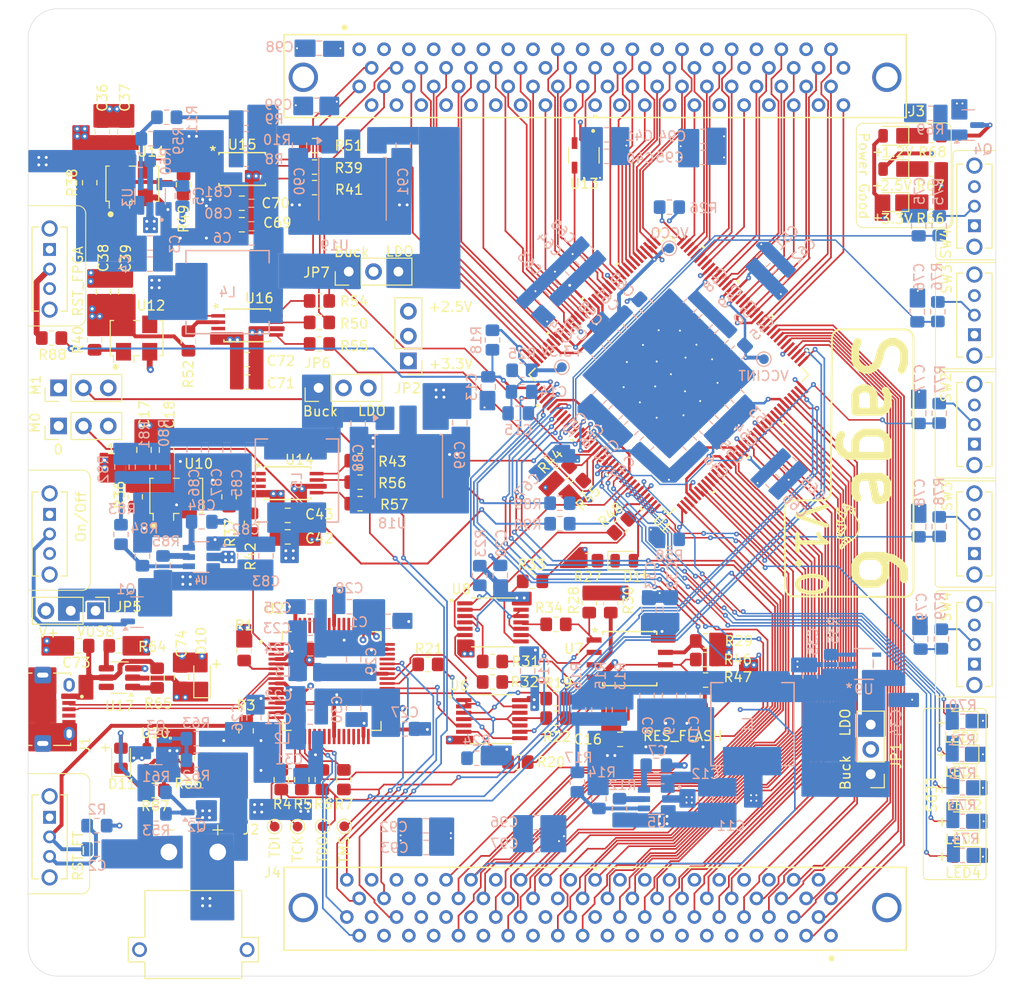
<source format=kicad_pcb>
(kicad_pcb (version 20241229) (generator "pcbnew") (generator_version "9.0")
  (title_block (title "Sage6 FPGA") (date "2025-08-27") (rev "V1.0"))
  (layers (0 "F.Cu" signal) (4 "In1.Cu" power) (6 "In2.Cu" power) (2 "B.Cu" signal) (13 "F.Paste" user) (15 "B.Paste" user) (5 "F.SilkS" user "F.Silkscreen") (7 "B.SilkS" user "B.Silkscreen") (1 "F.Mask" user) (3 "B.Mask" user) (25 "Edge.Cuts" user))
  (net 0 "")
  (net 1 "/Prog and Flash/+1.8V")
  (net 3 "GND")
  (net 4 "/Prog and Flash/Reset")
  (net 5 "/Power Supply/Von")
  (net 6 "/Power Supply/2.5VBST")
  (net 7 "/Power Supply/+2.5VBuck")
  (net 8 "/Power Supply/1.6VBST")
  (net 9 "/Power Supply/+1.6V")
  (net 10 "/+3.3V")
  (net 11 "/Prog and Flash/VPLL")
  (net 12 "/Prog and Flash/VPHY")
  (net 13 "/Power Supply/+1.2V")
  (net 14 "Net-(U5-SW)")
  (net 15 "/Spartan6/HSWAP")
  (net 16 "/VCCO")
  (net 17 "/VCCINT")
  (net 18 "/VUSB")
  (net 19 "Net-(U1B-SUSPEND)")
  (net 20 "/SW4")
  (net 21 "/SW3")
  (net 22 "/SW2")
  (net 23 "/Spartan6/M1")
  (net 24 "/SW1")
  (net 25 "/SW0")
  (net 26 "Net-(U1A-IO_L1P_CCLK_2)")
  (net 27 "/Power Supply/3.3VBST")
  (net 28 "/Power Supply/+3.3VBuck")
  (net 29 "/Power Supply/+3.3VLDO")
  (net 30 "/Power Supply/+2.5VLDO")
  (net 31 "/+7.4V")
  (net 32 "/+2.5V")
  (net 33 "/Prog and Flash/D-")
  (net 34 "/Spartan6/INIT_B")
  (net 35 "/Prog and Flash/D+")
  (net 36 "/Spartan6/M0")
  (net 37 "/GPIO3.19")
  (net 38 "/GPIO3.17")
  (net 39 "/GPIO3.12")
  (net 40 "/GPIO0.18")
  (net 41 "/GPIO3.6")
  (net 42 "/GPIO0.13")
  (net 43 "/Spartan6/RST")
  (net 44 "/GPIO.CLK.1001")
  (net 45 "/GPIO.CLK.500")
  (net 46 "/GPIO3.20")
  (net 47 "/GPIO0.8")
  (net 49 "/GPIO0.12")
  (net 50 "/GPIO0.21")
  (net 51 "/GPIO0.20")
  (net 52 "/GPIO3.9")
  (net 53 "Net-(J1-VBUS)")
  (net 54 "/GPIO.CLK.501")
  (net 55 "/GPIO3.2")
  (net 57 "/GPIO3.13")
  (net 58 "/GPIO3.16")
  (net 59 "Net-(U2-~{RESET})")
  (net 61 "/GPIO0.22")
  (net 63 "Net-(U2-REF)")
  (net 64 "/GPIO0.16")
  (net 66 "/GPIO0.24")
  (net 75 "/GPIO3.4")
  (net 80 "/GPIO0.11")
  (net 81 "/GPIO3.5")
  (net 82 "Net-(U5-EN)")
  (net 83 "Net-(U5-VFB)")
  (net 84 "Net-(U6-2Y)")
  (net 85 "Net-(U6-1Y)")
  (net 86 "Net-(U6-3Y)")
  (net 87 "Net-(U6-4Y)")
  (net 88 "/GPIO0.17")
  (net 89 "/GPIO.CLK1")
  (net 90 "/GPIO0.10")
  (net 91 "Net-(U7-{slash}WP(IO2))")
  (net 92 "/GPIO3.18")
  (net 93 "Net-(U8-3Y)")
  (net 94 "Net-(U8-4Y)")
  (net 95 "/GPIO3.10")
  (net 96 "Net-(U8-2Y)")
  (net 97 "Net-(U8-1Y)")
  (net 98 "/GPIO3.15")
  (net 99 "Net-(U9-CE)")
  (net 101 "/GPIO3.21")
  (net 102 "Net-(U10-INH)")
  (net 103 "Net-(U11-INH)")
  (net 104 "Net-(U12-INH)")
  (net 105 "Net-(U14-1G)")
  (net 106 "Net-(U14-Y1)")
  (net 107 "Net-(U14-Y0)")
  (net 108 "Net-(U14-Y3)")
  (net 109 "Net-(U14-Y2)")
  (net 110 "Net-(U15-Y2)")
  (net 111 "Net-(U15-1G)")
  (net 112 "Net-(U15-Y1)")
  (net 114 "Net-(U15-Y3)")
  (net 115 "Net-(U16-Y3)")
  (net 116 "Net-(U16-Y2)")
  (net 117 "Net-(U16-1G)")
  (net 118 "Net-(U16-Y1)")
  (net 119 "/GPIO3.0")
  (net 120 "/GPIO3.22")
  (net 121 "/GPIO0.14")
  (net 122 "/GPIO3.3")
  (net 123 "/Spartan6/DONE")
  (net 124 "Net-(D1-K)")
  (net 125 "Net-(D2-K)")
  (net 126 "Net-(D3-K)")
  (net 127 "Net-(D4-K)")
  (net 128 "/GPIO0.15")
  (net 129 "/GPIO3.8")
  (net 130 "/GPIO0.9")
  (net 131 "/GPIO.CLK0")
  (net 132 "/GPIO3.7")
  (net 133 "/GPIO3.23")
  (net 134 "/GPIO0.23")
  (net 135 "Net-(Q1-G)")
  (net 136 "Net-(Q2-G)")
  (net 137 "Net-(Q3-G)")
  (net 138 "Net-(Q4-C)")
  (net 139 "Net-(Q4-B)")
  (net 140 "Net-(R2-Pad2)")
  (net 141 "Net-(R88-Pad1)")
  (net 142 "Net-(R13-Pad2)")
  (net 144 "Net-(U17-ILIMIT)")
  (net 145 "Net-(U17-EN)")
  (net 146 "Net-(R75-Pad2)")
  (net 147 "Net-(R76-Pad2)")
  (net 148 "Net-(R77-Pad2)")
  (net 149 "Net-(R78-Pad2)")
  (net 150 "Net-(R79-Pad2)")
  (net 151 "/GPIO.CLK.1000")
  (net 154 "Net-(U3-SW)")
  (net 155 "/GPIO0.19")
  (net 156 "Net-(U4-SW)")
  (net 157 "/GPIO3.1")
  (net 158 "/GPIO3.14")
  (net 159 "/GPIO3.11")
  (net 160 "Net-(D11-K)")
  (net 161 "Net-(R10-Pad2)")
  (net 162 "Net-(U3-VFB)")
  (net 163 "Net-(U3-EN)")
  (net 164 "Net-(R80-Pad2)")
  (net 165 "Net-(U4-VFB)")
  (net 166 "Net-(U4-EN)")
  (net 167 "Net-(U20-MRB)")
  (net 168 "Net-(U20-RESETB)")
  (net 169 "Net-(JP3-C)")
  (net 170 "Net-(JP4-C)")
  (net 171 "/GPIO0.7")
  (net 172 "/GPIO1.10")
  (net 173 "/FT.GPIO2")
  (net 174 "/GPIO2.3")
  (net 175 "/GPIO1.11")
  (net 176 "/GPIO0.3")
  (net 177 "/GPIO0.4")
  (net 178 "/GPIO2.5")
  (net 179 "/GPIO2.1")
  (net 180 "/GPIO0.2")
  (net 181 "/GPIO1.19")
  (net 182 "/GPIO0.0")
  (net 183 "/GPIO.CLK.121")
  (net 184 "Net-(U7-{slash}HOLD_OR_{slash}RESET(IO3))")
  (net 185 "Net-(U2-ADBUS0)")
  (net 186 "Net-(U2-ADBUS1)")
  (net 187 "Net-(U2-ADBUS2)")
  (net 188 "Net-(U2-ADBUS3)")
  (net 190 "unconnected-(U2-ACBUS3-Pad29)")
  (net 191 "unconnected-(U2-BCBUS3-Pad54)")
  (net 197 "/GPIO1.20")
  (net 198 "/GPIO1.15")
  (net 199 "/GPIO1.3")
  (net 200 "/GPIO2.2")
  (net 203 "/GPIO1.1")
  (net 204 "/GPIO1.21")
  (net 205 "/GPIO1.6")
  (net 206 "/GPIO1.5")
  (net 207 "/GPIO1.0")
  (net 208 "/GPIO1.23")
  (net 209 "/GPIO1.2")
  (net 210 "/GPIO0.5")
  (net 211 "/GPIO2.0")
  (net 212 "/FT.GPIO0")
  (net 213 "/GPIO1.12")
  (net 214 "/GPIO1.13")
  (net 215 "/GPIO1.16")
  (net 216 "/GPIO1.9")
  (net 217 "/GPIO1.22")
  (net 218 "/GPIO0.1")
  (net 219 "/GPIO1.4")
  (net 220 "/GPIO2.4")
  (net 221 "/GPIO1.17")
  (net 222 "/GPIO0.6")
  (net 223 "/GPIO1.8")
  (net 224 "/GPIO1.7")
  (net 225 "/GPIO.CLK.120")
  (net 226 "/FT.GPIO1")
  (net 227 "/GPIO1.18")
  (net 228 "/FT.GPIO3")
  (net 229 "/GPIO1.14")
  (net 230 "/Power Supply/V+")
  (net 231 "/Power Supply/VJump")
  (net 232 "/LED0")
  (net 233 "/LED1")
  (net 234 "/LED2")
  (net 235 "/LED3")
  (net 236 "/LED4")
  (net 237 "/JTAG.TCK")
  (net 238 "/JTAG.TDI")
  (net 239 "/JTAG.TDO")
  (net 240 "/JTAG.TMS")
  (net 241 "/Prog and Flash/CS")
  (net 242 "/Prog and Flash/MOSI")
  (net 243 "/Prog and Flash/FT.MISO")
  (net 244 "/Prog and Flash/SCLK")
  (net 245 "/FPGA.CS")
  (net 246 "/Prog and Flash/FT.CS")
  (net 247 "/FPGA.MISO")
  (net 248 "/50MHz")
  (net 249 "/FT.12MHz")
  (net 250 "/FPGA.12MHz")
  (net 251 "/FPGA.SCLK")
  (net 252 "/100MHz")
  (net 253 "/CLK.MUX")
  (net 254 "/FPGA.MOSI")
  (net 255 "/CLK.SEL")
  (net 256 "/Prog and Flash/FT.SCLK")
  (net 257 "/Prog and Flash/FT.MOSI")
  (net 258 "/Prog and Flash/MISO")
  (net 259 "/Clock,Mux, and Distribution/IN.12MHz")
  (net 260 "/Clock,Mux, and Distribution/IN.50MHz")
  (net 261 "/Clock,Mux, and Distribution/IN.100MHz")
  (net 262 "Net-(LED0-K)")
  (net 263 "Net-(LED1-K)")
  (net 264 "Net-(LED2-K)")
  (net 265 "Net-(LED3-K)")
  (net 266 "Net-(LED4-K)")
  (footprint "Connector_PinHeader_2.54mm:PinHeader_1x03_P2.54mm_Vertical" (layer "F.Cu") (at 129.72 68.8 90)
    (property "Reference" "JP6")
    (property "Value" "Jumper_3_Open" (hide yes))
  )
  (footprint "Resistor_SMD:R_0805_2012Metric_Pad1.20x1.40mm_HandSolder" (layer "F.Cu") (at 106.3 47.8 -90)
    (property "Reference" "R38")
    (property "Value" "10k" (hide yes))
  )
  (footprint "Personal-Library:SW_SLW-835636-3A-RA-N-D" (layer "F.Cu") (at 196.8 95.0625 90)
    (property "Reference" "S5" (hide yes))
    (property "Value" "SW4")
  )
  (footprint "Personal-Library:SW_SLW-835636-3A-RA-N-D" (layer "F.Cu") (at 196.8 50.2 90)
    (property "Reference" "S1" (hide yes))
    (property "Value" "SW0" (hide yes))
  )
  (footprint "MountingHole:MountingHole_2.2mm_M2" (layer "F.Cu") (at 193.5 123.5)
    (property "Reference" "H3" (hide yes))
    (property "Value" "MountingHole" (hide yes))
  )
  (footprint "Personal-Library:AMPHENOL_10118194-0001LF" (layer "F.Cu") (at 101.4984 101.69144 -90)
    (property "Reference" "J1")
    (property "Value" "USB_B_Micro" (hide yes))
  )
  (footprint "Personal-Library:TestPoint_Pad_D1.0mm" (layer "F.Cu") (at 132.34416 113.67008)
    (property "Reference" "TP7" (hide yes))
    (property "Value" "TestPoint_Small" (hide yes))
  )
  (footprint "Capacitor_SMD:C_0805_2012Metric_Pad1.18x1.45mm_HandSolder" (layer "F.Cu") (at 122.4 65.9 180)
    (property "Reference" "C72")
    (property "Value" "100nF" (hide yes))
  )
  (footprint "Capacitor_SMD:C_0805_2012Metric_Pad1.18x1.45mm_HandSolder" (layer "F.Cu") (at 111.8555 75.1495 90)
    (property "Reference" "C17")
    (property "Value" "4.7uF" (hide yes))
  )
  (footprint "Resistor_SMD:R_0805_2012Metric_Pad1.20x1.40mm_HandSolder" (layer "F.Cu") (at 169.3 96.6 180)
    (property "Reference" "R46")
    (property "Value" "100" (hide yes))
  )
  (footprint "Resistor_SMD:R_0805_2012Metric_Pad1.20x1.40mm_HandSolder" (layer "F.Cu") (at 122.8555 82.6495 -90)
    (property "Reference" "R42")
    (property "Value" "22" (hide yes))
  )
  (footprint "LED_SMD:LED_0805_2012Metric" (layer "F.Cu") (at 195.707 116.713 180)
    (property "Reference" "LED4")
    (property "Value" "Red_LED" (hide yes))
  )
  (footprint "Resistor_SMD:R_0805_2012Metric_Pad1.20x1.40mm_HandSolder" (layer "F.Cu") (at 129.8 64.3 180)
    (property "Reference" "R55")
    (property "Value" "22" (hide yes))
  )
  (footprint "Resistor_SMD:R_0805_2012Metric_Pad1.20x1.40mm_HandSolder" (layer "F.Cu") (at 133.9555 76.2495 180)
    (property "Reference" "R43")
    (property "Value" "22" (hide yes))
  )
  (footprint "Personal-Library:PTS636SM43SMTR LFS" (layer "F.Cu") (at 164.15 103.987 180)
    (property "Reference" "SW5" (hide yes))
    (property "Value" "RES_FLASH")
  )
  (footprint "LED_SMD:LED_0805_2012Metric" (layer "F.Cu") (at 195.67 109.728 180)
    (property "Reference" "LED2")
    (property "Value" "Green_LED" (hide yes))
  )
  (footprint "Resistor_SMD:R_0805_2012Metric_Pad1.20x1.40mm_HandSolder" (layer "F.Cu") (at 154 100.6)
    (property "Reference" "R19")
    (property "Value" "22" (hide yes))
  )
  (footprint "Personal-Library:QFP50P1200X1200X160-64N" (layer "F.Cu") (at 131.0525 98.8)
    (property "Reference" "U2")
    (property "Value" "FT2232HL-REEL" (hide yes))
  )
  (footprint "Resistor_SMD:R_0805_2012Metric_Pad1.20x1.40mm_HandSolder" (layer "F.Cu") (at 151.6 88.6)
    (property "Reference" "R33")
    (property "Value" "22" (hide yes))
  )
  (footprint "Graphics:Racoon" (layer "F.Cu") (at 183.8706 82.95132 -90)
    (property "Reference" "G***" (hide yes))
    (property "Value" "LOGO" (hide yes))
  )
  (footprint "Personal-Library:SW_SLW-835636-3A-RA-N-D" (layer "F.Cu") (at 102.2 56.6375 -90)
    (property "Reference" "S8" (hide yes))
    (property "Value" "RST_FPGA")
  )
  (footprint "Resistor_SMD:R_0805_2012Metric_Pad1.20x1.40mm_HandSolder" (layer "F.Cu") (at 192.4 42.975)
    (property "Reference" "R68")
    (property "Value" "220" (hide yes))
  )
  (footprint "Resistor_SMD:R_0805_2012Metric_Pad1.20x1.40mm_HandSolder" (layer "F.Cu") (at 154 93)
    (property "Reference" "R34")
    (property "Value" "22" (hide yes))
  )
  (footprint "Personal-Library:SOIC-8_5P28X5P28_WIN" (layer "F.Cu") (at 161.5449 96.505)
    (property "Reference" "U7")
    (property "Value" "W25Q64JVSSIQ" (hide yes))
  )
  (footprint "Resistor_SMD:R_0805_2012Metric_Pad1.20x1.40mm_HandSolder" (layer "F.Cu") (at 129.3 48.3 180)
    (property "Reference" "R41")
    (property "Value" "22" (hide yes))
  )
  (footprint "LED_SMD:LED_0805_2012Metric_Pad1.15x1.40mm_HandSolder" (layer "F.Cu") (at 109.5 106.7 90)
    (property "Reference" "D11")
    (property "Value" "RED_LED" (hide yes))
  )
  (footprint "Capacitor_SMD:C_0805_2012Metric_Pad1.18x1.45mm_HandSolder" (layer "F.Cu") (at 122.4375 68.2 180)
    (property "Reference" "C71")
    (property "Value" "4.7uF" (hide yes))
  )
  (footprint "Personal-Library:SuperSOT-4_handsolder" (layer "F.Cu") (at 112.9 106.725 180)
    (property "Reference" "U20")
    (property "Value" "XC6127N46CNR-G" (hide yes))
  )
  (footprint "Personal-Library:SW_SLW-835636-3A-RA-N-D" (layer "F.Cu") (at 196.8 83.75 90)
    (property "Reference" "S4" (hide yes))
    (property "Value" "SW3")
  )
  (footprint "Resistor_SMD:R_0805_2012Metric_Pad1.20x1.40mm_HandSolder" (layer "F.Cu") (at 147.5 96.8)
    (property "Reference" "R31")
    (property "Value" "22" (hide yes))
  )
  (footprint "Capacitor_SMD:C_0805_2012Metric_Pad1.18x1.45mm_HandSolder" (layer "F.Cu") (at 121.8625 49.9 180)
    (property "Reference" "C70")
    (property "Value" "100nF" (hide yes))
  )
  (footprint "Personal-Library:Oscillator_SMD_EuroQuartz_XO53-4Pin_5.0x3.2mm_HandSoldering" (layer "F.Cu") (at 115.1555 79.8495)
    (property "Reference" "U10")
    (property "Value" "~" (hide yes))
  )
  (footprint "Personal-Library:SOT95P280X145-6N" (layer "F.Cu") (at 156.85 45 -90)
    (property "Reference" "U13")
    (property "Value" "SN74LVC1G3157DBVR" (hide yes))
  )
  (footprint "LED_SMD:LED_0805_2012Metric" (layer "F.Cu") (at 188.4 43 180)
    (property "Reference" "D4" (hide yes))
    (property "Value" "Green_LED" (hide yes))
  )
  (footprint "Resistor_SMD:R_0805_2012Metric_Pad1.20x1.40mm_HandSolder" (layer "F.Cu") (at 116.4 64 90)
    (property "Reference" "R52")
    (property "Value" "10k" (hide yes))
  )
  (footprint "Resistor_SMD:R_0805_2012Metric_Pad1.20x1.40mm_HandSolder" (layer "F.Cu") (at 147.5 98.9)
    (property "Reference" "R32")
    (property "Value" "22" (hide yes))
  )
  (footprint "Resistor_SMD:R_0805_2012Metric_Pad1.20x1.40mm_HandSolder" (layer "F.Cu") (at 192.4 49.784)
    (property "Reference" "R66")
    (property "Value" "240" (hide yes))
  )
  (footprint "Capacitor_SMD:C_0805_2012Metric_Pad1.18x1.45mm_HandSolder" (layer "F.Cu") (at 110 58.9375 90)
    (property "Reference" "C39")
    (property "Value" "100nF" (hide yes))
  )
  (footprint "Connector_PinHeader_2.54mm:PinHeader_1x03_P2.54mm_Vertical" (layer "F.Cu") (at 106.9 91.61 -90)
    (property "Reference" "JP5")
    (property "Value" "Jumper_3_Open" (hide yes))
  )
  (footprint "Capacitor_SMD:C_0805_2012Metric_Pad1.18x1.45mm_HandSolder" (layer "F.Cu") (at 115.7 98.4 90)
    (property "Reference" "C74")
    (property "Value" "10uF" (hide yes))
  )
  (footprint "Resistor_SMD:R_0805_2012Metric_Pad1.20x1.40mm_HandSolder" (layer "F.Cu") (at 110.9555 79.9495 -90)
    (property "Reference" "R36")
    (property "Value" "10k" (hide yes))
  )
  (footprint "Resistor_SMD:R_0805_2012Metric_Pad1.20x1.40mm_HandSolder" (layer "F.Cu") (at 140.9 97.1 180)
    (property "Reference" "R21")
    (property "Value" "22" (hide yes))
  )
  (footprint "Package_TO_SOT_SMD:SOT-23-6_Handsoldering" (layer "F.Cu") (at 109.35 98.45 180)
    (property "Reference" "U17")
    (property "Value" "ET20135" (hide yes))
  )
  (footprint "Resistor_SMD:R_0805_2012Metric_Pad1.20x1.40mm_HandSolder" (layer "F.Cu") (at 122.3 103.9 90)
    (property "Reference" "R3")
    (property "Value" "100" (hide yes))
  )
  (footprint "Personal-Library:CON80_2X40_MU_TX25_JAE" (layer "F.Cu") (at 158 118)
    (property "Reference" "J4")
    (property "Value" "RIght Side" (hide yes))
  )
  (footprint "Resistor_SMD:R_0805_2012Metric_Pad1.20x1.40mm_HandSolder" (layer "F.Cu") (at 156.083 78.994 -135)
    (property "Reference" "R45")
    (property "Value" "100" (hide yes))
  )
  (footprint "Resistor_SMD:R_0805_2012Metric_Pad1.20x1.40mm_HandSolder" (layer "F.Cu") (at 129.3 46.2 180)
    (property "Reference" "R39")
    (property "Value" "22" (hide yes))
  )
  (footprint "Personal-Library:TestPoint_Pad_D1.0mm" (layer "F.Cu") (at 130.1242 113.68024)
    (property "Reference" "TP6" (hide yes))
    (property "Value" "TestPoint_Small" (hide yes))
  )
  (footprint "Capacitor_SMD:C_0805_2012Metric_Pad1.18x1.45mm_HandSolder" (layer "F.Cu") (at 114.1555 75.1495 90)
    (property "Reference" "C18")
    (property "Value" "100nF" (hide yes))
  )
  (footprint "Resistor_SMD:R_0805_2012Metric_Pad1.20x1.40mm_HandSolder" (layer "F.Cu") (at 157.242 86.487 180)
    (property "Reference" "R27")
    (property "Value" "270" (hide yes))
  )
  (footprint "Resistor_SMD:R_0805_2012Metric_Pad1.20x1.40mm_HandSolder" (layer "F.Cu") (at 129.8 62.1 180)
    (property "Reference" "R50")
    (property "Value" "22" (hide yes))
  )
  (footprint "Resistor_SMD:R_0805_2012Metric_Pad1.20x1.40mm_HandSolder" (layer "F.Cu") (at 133.9555 78.4495 180)
    (property "Reference" "R56")
    (property "Value" "22" (hide yes))
  )
  (footprint "Personal-Library:CON80_2X40_MU_TX25_JAE" (layer "F.Cu") (at 158 41 180)
    (property "Reference" "J3")
    (property "Value" "Left Side" (hide yes))
  )
  (footprint "Resistor_SMD:R_0805_2012Metric_Pad1.20x1.40mm_HandSolder" (layer "F.Cu") (at 129.8 59.9 180)
    (property "Reference" "R54")
    (property "Value" "22" (hide yes))
  )
  (footprint "Personal-Library:SW_SLW-835636-3A-RA-N-D" (layer "F.Cu") (at 196.8 72.55 90)
    (property "Reference" "S3" (hide yes))
    (property "Value" "SW2")
  )
  (footprint "Capacitor_SMD:C_0805_2012Metric_Pad1.18x1.45mm_HandSolder" (layer "F.Cu") (at 160.5625 104.775 180)
    (property "Reference" "C16")
    (property "Value" "1uF" (hide yes))
  )
  (footprint "Resistor_SMD:R_0805_2012Metric_Pad1.20x1.40mm_HandSolder" (layer "F.Cu") (at 122.1 95.7 -90)
    (property "Reference" "R1")
    (property "Value" "12k" (hide yes))
  )
  (footprint "Resistor_SMD:R_0805_2012Metric_Pad1.20x1.40mm_HandSolder" (layer "F.Cu") (at 160.692893 82.907107 -135)
    (property "Reference" "R48")
    (property "Value" "22" (hide yes))
  )
  (footprint "Capacitor_SMD:C_0805_2012Metric_Pad1.18x1.45mm_HandSolder" (layer "F.Cu") (at 126.5555 81.8495 180)
    (property "Reference" "C43")
    (property "Value" "100nF" (hide yes))
  )
  (footprint "Resistor_SMD:R_0805_2012Metric_Pad1.20x1.40mm_HandSolder" (layer "F.Cu") (at 128 108.9 -90)
    (property "Reference" "R5")
    (property "Value" "22" (hide yes))
  )
  (footprint "Personal-Library:SW_SLW-835636-3A-RA-N-D" (layer "F.Cu") (at 102.2 114.75 -90)
    (property "Reference" "S6" (hide yes))
    (property "Value" "RST_FT")
  )
  (footprint "Personal-Library:5PB1102PGGI" (layer "F.Cu") (at 122.4 62.4)
    (property "Reference" "U16")
    (property "Value" "5PB1104PGGI" (hide yes))
  )
  (footprint "Capacitor_SMD:C_0805_2012Metric_Pad1.18x1.45mm_HandSolder" (layer "F.Cu") (at 105.1625 95.2 180)
    (property "Reference" "C73")
    (property "Value" "10uF" (hide yes))
  )
  (footprint "Resistor_SMD:R_0805_2012Metric_Pad1.20x1.40mm_HandSolder" (layer "F.Cu") (at 115.9 48 90)
    (property "Reference" "R49")
    (property "Value" "10k" (hide yes))
  )
  (footprint "Connector_PinHeader_2.54mm:PinHeader_1x03_P2.54mm_Vertical" (layer "F.Cu") (at 132.8 56.9 90)
    (property "Reference" "JP7")
    (property "Value" "Jumper_3_Open" (hide yes))
  )
  (footprint "Resistor_SMD:R_0805_2012Metric_Pad1.20x1.40mm_HandSolder" (layer "F.Cu") (at 192.4 46.4)
    (property "Reference" "R67")
    (property "Value" "100" (hide yes))
  )
  (footprint "Capacitor_SMD:C_0805_2012Metric_Pad1.18x1.45mm_HandSolder" (layer "F.Cu") (at 109.9 42.6375 90)
    (property "Reference" "C37")
    (property "Value" "100nF" (hide yes))
  )
  (footprint "Resistor_SMD:R_0805_2012Metric_Pad1.20x1.40mm_HandSolder" (layer "F.Cu") (at 113.2 98.5 -90)
    (property "Reference" "R65")
    (property "Value" "300k" (hide yes))
  )
  (footprint "Resistor_SMD:R_0805_2012Metric_Pad1.20x1.40mm_HandSolder" (layer "F.Cu") (at 120.5555 79.9495 90)
    (property "Reference" "R37")
    (property "Value" "10k" (hide yes))
  )
  (footprint "Resistor_SMD:R_0805_2012Metric_Pad1.20x1.40mm_HandSolder" (layer "F.Cu") (at 157.4 90.8 -90)
    (property "Reference" "R28")
    (property "Value" "10k" (hide yes))
  )
  (footprint "Resistor_SMD:R_0805_2012Metric_Pad1.20x1.40mm_HandSolder" (layer "F.Cu") (at 132.3 108.9 -90)
    (property "Reference" "R7")
    (property "Value" "22" (hide yes))
  )
  (footprint "Resistor_SMD:R_0805_2012Metric_Pad1.20x1.40mm_HandSolder" (layer "F.Cu") (at 159.6 90.8 -90)
    (property "Reference" "R30")
    (property "Value" "1k" (hide yes))
  )
  (footprint "LED_SMD:LED_0805_2012Metric" (layer "F.Cu") (at 195.57 106.305 180)
    (property "Reference" "LED1")
    (property "Value" "Green_LED" (hide yes))
  )
  (footprint "Diode_SMD:D_SOD-323_HandSoldering" (layer "F.Cu") (at 117.8 98.5 90)
    (property "Reference" "D10")
    (property "Value" "DESD5V0S1BA" (hide yes))
  )
  (footprint "MountingHole:MountingHole_2.2mm_M2" (layer "F.Cu") (at 105.5 123.5)
    (property "Reference" "H4" (hide yes))
    (property "Value" "MountingHole" (hide yes))
  )
  (footprint "Resistor_SMD:R_0805_2012Metric_Pad1.20x1.40mm_HandSolder" (layer "F.Cu") (at 130.1 108.9 -90)
    (property "Reference" "R6")
    (property "Value" "22" (hide yes))
  )
  (footprint "Resistor_SMD:R_0805_2012Metric_Pad1.20x1.40mm_HandSolder" (layer "F.Cu") (at 106.8 63.9 -90)
    (property "Reference" "R40")
    (property "Value" "10k" (hide yes))
  )
  (footprint "Personal-Library:AMASS_XT30PW-M" (layer "F.Cu") (at 116.9 126.29425 180)
    (property "Reference" "J2")
    (property "Value" "XT30PW-M" (hide yes))
  )
  (footprint "Resistor_SMD:R_0805_2012Metric_Pad1.20x1.40mm_HandSolder" (layer "F.Cu") (at 109.3 95.2)
    (property "Reference" "R64")
    (property "Value" "1.8k" (hide yes))
  )
  (footprint "Resistor_SMD:R_0805_2012Metric_Pad1.20x1.40mm_HandSolder" (layer "F.Cu") (at 116.3 106.7 -90)
    (property "Reference" "R86")
    (property "Value" "10k" (hide yes))
  )
  (footprint "Resistor_SMD:R_0805_2012Metric_Pad1.20x1.40mm_HandSolder" (layer "F.Cu") (at 169.3 94.7 180)
    (property "Reference" "R29")
    (property "Value" "10k" (hide yes))
  )
  (footprint "Resistor_SMD:R_0805_2012Metric_Pad1.20x1.40mm_HandSolder" (layer "F.Cu") (at 129.3 44 180)
    (property "Reference" "R51")
    (property "Value" "22" (hide yes))
  )
  (footprint "Resistor_SMD:R_0805_2012Metric_Pad1.20x1.40mm_HandSolder" (layer "F.Cu") (at 102.4 63.7)
    (property "Reference" "R88")
    (property "Value" "100" (hide yes))
  )
  (footprint "Resistor_SMD:R_0805_2012Metric_Pad1.20x1.40mm_HandSolder" (layer "F.Cu") (at 169.3 98.7)
    (property "Reference" "R47")
    (property "Value" "100" (hide yes))
  )
  (footprint "Resistor_SMD:R_0805_2012Metric_Pad1.20x1.40mm_HandSolder" (layer "F.Cu") (at 154.631107 77.524893 45)
    (property "Reference" "R44")
    (property "Value" "100" (hide yes))
  )
  (footprint "Connector_PinHeader_2.54mm:PinHeader_1x03_P2.54mm_Vertical" (layer "F.Cu") (at 186.2 108.34 180)
    (property "Reference" "JP1")
    (property "Value" "Jumper_3_Open" (hide yes))
  )
  (footprint "Resistor_SMD:R_0805_2012Metric_Pad1.20x1.40mm_HandSolder" (layer "F.Cu") (at 154 102.6)
    (property "Reference" "R22")
    (property "Value" "22" (hide yes))
  )
  (footprint "Capacitor_SMD:C_0805_2012Metric_Pad1.18x1.45mm_HandSolder" (layer "F.Cu") (at 121.8625 52.1 180)
    (property "Reference" "C69")
    (property "Value" "4.7uF" (hide yes))
  )
  (footprint "Capacitor_SMD:C_0805_2012Metric_Pad1.18x1.45mm_HandSolder" (layer "F.Cu") (at 107.6 42.6375 90)
    (property "Reference" "C36")
    (property "Value" "4.7uF" (hide yes))
  )
  (footprint "Resistor_SMD:R_0805_2012Metric_Pad1.20x1.40mm_HandSolder" (layer "F.Cu") (at 150.1 107.1)
    (property "Reference" "R20")
    (property "Value" "22" (hide yes))
  )
  (footprint "LED_SMD:LED_0805_2012Metric" (layer "F.Cu") (at 160.9875 86.487)
    (property "Reference" "D1")
    (property "Value" "Green_LED" (hide yes))
  )
  (footprint "Personal-Library:SOP65P640X120-14N" (layer "F.Cu") (at 147.43 102.7)
    (property "Reference" "U6")
    (property "Value" "SN74LVC125APWR" (hide yes))
  )
  (footprint "Personal-Library:Oscillator_SMD_EuroQuartz_XO53-4Pin_5.0x3.2mm_HandSoldering" (layer "F.Cu") (at 110.66 47.9)
    (property "Reference" "U11")
    (property "Value" "~")
  )
  (footprint "MountingHole:MountingHole_2.2mm_M2" (layer "F.Cu") (at 193.5 35.5)
    (property "Reference" "H2" (hide yes))
    (property "Value" "MountingHole" (hide yes))
  )
  (footprint "Resistor_SMD:R_0805_2012Metric_Pad1.20x1.40mm_HandSolder" (layer "F.Cu") (at 125.9 108.9 -90)
    (property "Reference" "R4")
    (property "Value" "22" (hide yes))
  )
  (footprint "LED_SMD:LED_0805_2012Metric" (layer "F.Cu") (at 188.4 49.784 180)
    (property "Reference" "D2" (hide yes))
    (property "Value" "Green_LED" (hide yes))
  )
  (footprint "Resistor_SMD:R_0805_2012Metric_Pad1.20x1.40mm_HandSolder" (layer "F.Cu") (at 133.9555 80.6495 180)
    (property "Reference" "R57")
    (property "Value" "22" (hide yes))
  )
  (footprint "Capacitor_SMD:C_0805_2012Metric_Pad1.18x1.45mm_HandSolder" (layer "F.Cu") (at 126.5555 84.0495 180)
    (property "Reference" "C42")
    (property "Value" "4.7uF" (hide yes))
  )
  (footprint "Personal-Library:TestPoint_Pad_D1.0mm" (layer "F.Cu") (at 127.56896 113.70056)
    (property "Reference" "TP5" (hide yes))
    (property "Value" "TestPoint_Small" (hide yes))
  )
  (footprint "LED_SMD:LED_0805_2012Metric" (layer "F.Cu") (at 195.47 102.87 180)
    (property "Reference" "LED0")
    (property "Value" "Green_LED" (hide yes))
  )
  (footprint "Resistor_SMD:R_0805_2012Metric_Pad1.20x1.40mm_HandSolder" (layer "F.Cu") (at 112.9 110)
    (property "Reference" "R87")
    (property "Value" "270" (hide yes))
  )
  (footprint "Personal-Library:5PB1102PGGI" (layer "F.Cu") (at 126.5555 78.5495)
    (property "Reference" "U14")
    (property "Value" "5PB1104PGGI" (hide yes))
  )
  (footprint "Connector_PinHeader_2.54mm:PinHeader_1x03_P2.54mm_Vertical" (layer "F.Cu") (at 103.12 72.7 90)
    (property "Reference" "JP4" (hide yes))
    (property "Value" "Jumper_3_Open" (hide yes))
  )
  (footprint "MountingHole:MountingHole_2.2mm_M2" (layer "F.Cu") (at 105.5 35.5)
    (property "Reference" "H1" (hide yes))
    (property "Value" "MountingHole" (hide yes))
  )
  (footprint "Personal-Library:5PB1102PGGI" (layer "F.Cu") (at 121.9 46.4)
    (property "Reference" "U15")
    (property "Value" "5PB1104PGGI" (hide yes))
  )
  (footprint "LED_SMD:LED_0805_2012Metric" (layer "F.Cu") (at 195.6585 113.157 180)
    (property "Reference" "LED3")
    (property "Value" "Green_LED" (hide yes))
  )
  (footprint "Connector_PinHeader_2.54mm:PinHeader_1x03_P2.54mm_Vertical" (layer "F.Cu") (at 103.12 68.8 90)
    (property "Reference" "JP3" (hide yes))
    (property "Value" "Jumper_3_Open" (hide yes))
  )
  (footprint "Personal-Library:Oscillator_SMD_EuroQuartz_XO53-4Pin_5.0x3.2mm_HandSoldering" (layer "F.Cu") (at 111.1 63.7)
    (property "Reference" "U12")
    (property "Value" "~" (hide yes))
  )
  (footprint "Capacitor_SMD:C_0805_2012Metric_Pad1.18x1.45mm_HandSolder" (layer "F.Cu") (at 107.7 58.9625 90)
    (property "Reference" "C38")
    (property "Value" "4.7uF" (hide yes))
  )
  (footprint "Personal-Library:SOP65P640X120-14N" (layer "F.Cu") (at 147.555 92.8)
    (property "Reference" "U8")
    (property "Value" "SN74LVC125APWR" (hide yes))
  )
  (footprint "Personal-Library:TQG144_XIL" (layer "F.Cu") (at 165.543086 67.438896 -45)
    (property "Reference" "U1")
    (property "Value" "XC6SLX9-2TQG144C" (hide yes))
  )
  (footprint "LED_SMD:LED_0805_2012Metric" (layer "F.Cu") (at 188.4 46.4 180)
    (property "Reference" "D3" (hide yes))
    (property "Value" "Green_LED" (hide yes))
  )
  (footprint "Personal-Library:SW_SLW-835636-3A-RA-N-D" (layer "F.Cu") (at 196.8 61.35 90)
    (property "Reference" "S2" (hide yes))
    (property "Value" "SW1" (hide yes))
  )
  (footprint "Personal-Library:SW_SLW-835636-3A-RA-N-D" (layer "F.Cu") (at 102.2 83.75 -90)
    (property "Reference" "S7" (hide yes))
    (property "Value" "On/Off")
  )
  (footprint "Connector_PinHeader_2.54mm:PinHeader_1x03_P2.54mm_Vertical" (layer "F.Cu") (at 138.9 66.04 180)
    (property "Reference" "JP2")
    (property "Value" "Jumper_3_Open" (hide yes))
  )
  (footprint "Personal-Library:TestPoint_Pad_D1.0mm" (layer "F.Cu") (at 125.21692 113.69548)
    (property "Reference" "TP4" (hide yes))
    (property "Value" "TestPoint_Small" (hide yes))
  )
  (footprint "Package_TO_SOT_SMD:TO-252-3_TabPin2" (layer "B.Cu") (at 138.93938 76.90792 -90)
    (property "Reference" "U18")
    (property "Value" "AP7363-33D-13" (hide yes))
  )
  (footprint "Capacitor_SMD:C_0805_2012Metric_Pad1.18x1.45mm_HandSolder" (layer "B.Cu") (at 163.5 91.5 90)
    (property "Reference" "C33")
    (property "Value" "100nF" (hide yes))
  )
  (footprint "Capacitor_SMD:C_0805_2012Metric_Pad1.18x1.45mm_HandSolder" (layer "B.Cu") (at 119.1895 75.142 -90)
    (property "Reference" "C87")
    (property "Value" "22uF" (hide yes))
  )
  (footprint "Capacitor_SMD:C_0805_2012Metric_Pad1.18x1.45mm_HandSolder" (layer "B.Cu") (at 148.3 88 90)
    (property "Reference" "C20")
    (property "Value" "100nF" (hide yes))
  )
  (footprint "Capacitor_SMD:C_0805_2012Metric_Pad1.18x1.45mm_HandSolder" (layer "B.Cu") (at 167.7 60.4 -135)
    (property "Reference" "C48")
    (property "Value" "4.7uF" (hide yes))
  )
  (footprint "Capacitor_SMD:C_0805_2012Metric_Pad1.18x1.45mm_HandSolder" (layer "B.Cu") (at 180 98.2625 90)
    (property "Reference" "C35")
    (property "Value" "10uF" (hide yes))
  )
  (footprint "Capacitor_SMD:C_0805_2012Metric_Pad1.18x1.45mm_HandSolder" (layer "B.Cu") (at 122.868 53.454 180)
    (property "Reference" "C6")
    (property "Value" "100nF" (hide yes))
  )
  (footprint "Resistor_SMD:R_0805_2012Metric_Pad1.20x1.40mm_HandSolder" (layer "B.Cu") (at 158.3908 101.7375 -90)
    (property "Reference" "R15")
    (property "Value" "INF" (hide yes))
  )
  (footprint "Personal-Library:L_0806_2016Metric_Hand_Solder" (layer "B.Cu") (at 128.7 96.9 180)
    (property "Reference" "L3")
    (property "Value" "220nH")
  )
  (footprint "Resistor_SMD:R_0805_2012Metric_Pad1.20x1.40mm_HandSolder" (layer "B.Cu") (at 111.7 76.9 -90)
    (property "Reference" "R81")
    (property "Value" "200" (hide yes))
  )
  (footprint "Capacitor_SMD:C_0805_2012Metric_Pad1.18x1.45mm_HandSolder" (layer "B.Cu") (at 190.96 61 90)
    (property "Reference" "C76")
    (property "Value" "1uF" (hide yes))
  )
  (footprint "Capacitor_SMD:C_0805_2012Metric_Pad1.18x1.45mm_HandSolder" (layer "B.Cu") (at 168.008 100.3085 -90)
    (property "Reference" "C10")
    (property "Value" "22uF" (hide yes))
  )
  (footprint "Capacitor_SMD:C_0805_2012Metric_Pad1.18x1.45mm_HandSolder" (layer "B.Cu") (at 112.4585 56.134 180)
    (property "Reference" "C4")
    (property "Value" "10uF" (hide yes))
  )
  (footprint "Capacitor_SMD:C_0805_2012Metric_Pad1.18x1.45mm_HandSolder" (layer "B.Cu") (at 155.666377 56.566377 135)
    (property "Reference" "C64")
    (property "Value" "0.47uF" (hide yes))
  )
  (footprint "Personal-Library:SOT95P280X110-6N" (layer "B.Cu") (at 164.255 110.8875 180)
    (property "Reference" "U5")
    (property "Value" "TPS562201DDCR" (hide yes))
  )
  (footprint "Capacitor_SMD:C_0805_2012Metric_Pad1.18x1.45mm_HandSolder" (layer "B.Cu") (at 159.2 45.1 180)
    (property "Reference" "C40")
    (property "Value" "100nF" (hide yes))
  )
  (footprint "Resistor_SMD:R_0805_2012Metric_Pad1.20x1.40mm_HandSolder" (layer "B.Cu") (at 114.180534 41.100214 180)
    (property "Reference" "R11")
    (property "Value" "560" (hide yes))
  )
  (footprint "Resistor_SMD:R_0805_2012Metric_Pad1.20x1.40mm_HandSolder" (layer "B.Cu") (at 122.280534 45.400214 180)
    (property "Reference" "R8")
    (property "Value" "INF" (hide yes))
  )
  (footprint "Resistor_SMD:R_0805_2012Metric_Pad1.20x1.40mm_HandSolder" (layer "B.Cu") (at 113.8 76.9 -90)
    (property "Reference" "R80")
    (property "Value" "INF" (hide yes))
  )
  (footprint "Capacitor_SMD:C_0805_2012Metric_Pad1.18x1.45mm_HandSolder" (layer "B.Cu") (at 165.608 100.3085 -90)
    (property "Reference" "C9")
    (property "Value" "22uF" (hide yes))
  )
  (footprint "Personal-Library:IND_IHLP-3232DZ_VIS" (layer "B.Cu") (at 127.5 78.2805 -90)
    (property "Reference" "L5")
    (property "Value" "IHLP3232DZER3R3M01" (hide yes))
  )
  (footprint "Capacitor_SMD:C_0805_2012Metric_Pad1.18x1.45mm_HandSolder" (layer "B.Cu") (at 138.36236 43.98908 -90)
    (property "Reference" "C91")
    (property "Value" "10uF" (hide yes))
  )
  (footprint "Capacitor_SMD:C_0805_2012Metric_Pad1.18x1.45mm_HandSolder" (layer "B.Cu") (at 150.479 69.2)
    (property "Reference" "C14")
    (property "Value" "10nF" (hide yes))
  )
  (footprint "Resistor_SMD:R_0805_2012Metric_Pad1.20x1.40mm_HandSolder" (layer "B.Cu") (at 192.3 40.7)
    (property "Reference" "R69")
    (property "Value" "510" (hide yes))
  )
  (footprint "Capacitor_SMD:C_0805_2012Metric_Pad1.18x1.45mm_HandSolder" (layer "B.Cu") (at 161.7 72.9 45)
    (property "Reference" "C57")
    (property "Value" "0.47uF" (hide yes))
  )
  (footprint "Capacitor_SMD:C_0805_2012Metric_Pad1.18x1.45mm_HandSolder" (layer "B.Cu") (at 153.466377 76.233623 -135)
    (property "Reference" "C67")
    (property "Value" "4.7uF" (hide yes))
  )
  (footprint "Capacitor_SMD:C_0805_2012Metric_Pad1.18x1.45mm_HandSolder" (layer "B.Cu") (at 150.1355 71.4)
    (property "Reference" "C15")
    (property "Value" "10nF" (hide yes))
  )
  (footprint "Capacitor_SMD:C_0805_2012Metric_Pad1.18x1.45mm_HandSolder" (layer "B.Cu") (at 122.868 48.754 180)
    (property "Reference" "C81")
    (property "Value" "22uF" (hide yes))
  )
  (footprint "Capacitor_SMD:C_0805_2012Metric_Pad1.18x1.45mm_HandSolder" (layer "B.Cu") (at 191.3 94.5 -90)
    (property "Reference" "C79")
    (property "Value" "1uF" (hide yes))
  )
  (footprint "Capacitor_SMD:C_0805_2012Metric_Pad1.18x1.45mm_HandSolder" (layer "B.Cu") (at 122.8305 51.054 180)
    (property "Reference" "C80")
    (property "Value" "22uF" (hide yes))
  )
  (footprint "Capacitor_SMD:C_0805_2012Metric_Pad1.18x1.45mm_HandSolder" (layer "B.Cu") (at 169.291 110.871 -90)
    (property "Reference" "C12")
    (property "Value" "100nF" (hide yes))
  )
  (footprint "Capacitor_SMD:C_0805_2012Metric_Pad1.18x1.45mm_HandSolder" (layer "B.Cu") (at 191.1 71.4 -90)
    (property "Reference" "C77")
    (property "Value" "1uF" (hide yes))
  )
  (footprint "Resistor_SMD:R_0805_2012Metric_Pad1.20x1.40mm_HandSolder" (layer "B.Cu") (at 109.5 83.8 -90)
    (property "Reference" "R83")
    (property "Value" "33k" (hide yes))
  )
  (footprint "Capacitor_SMD:C_0805_2012Metric_Pad1.18x1.45mm_HandSolder" (layer "B.Cu") (at 167.667246 74.467246 135)
    (property "Reference" "C46")
    (property "Value" "4.7uF" (hide yes))
  )
  (footprint "Capacitor_SMD:C_0805_2012Metric_Pad1.18x1.45mm_HandSolder" (layer "B.Cu") (at 170.933623 63.566377 -135)
    (property "Reference" "C50")
    (property "Value" "0.47uF" (hide yes))
  )
  (footprint "Resistor_SMD:R_0805_2012Metric_Pad1.20x1.40mm_HandSolder" (layer "B.Cu") (at 165.6 84.3)
    (property "Reference" "R58")
    (property "Value" "1k" (hide yes))
  )
  (footprint "Capacitor_SMD:C_0805_2012Metric_Pad1.18x1.45mm_HandSolder" (layer "B.Cu") (at 117.7625 82.5 180)
    (property "Reference" "C84")
    (property "Value" "100nF" (hide yes))
  )
  (footprint "Resistor_SMD:R_0805_2012Metric_Pad1.20x1.40mm_HandSolder" (layer "B.Cu") (at 158.388094 110.845276 -90)
    (property "Reference" "R14")
    (property "Value" "10k" (hide yes))
  )
  (footprint "Resistor_SMD:R_0805_2012Metric_Pad1.20x1.40mm_HandSolder" (layer "B.Cu") (at 112.580534 43.300214 180)
    (property "Reference" "R59")
    (property "Value" "10k" (hide yes))
  )
  (footprint "Capacitor_SMD:C_0805_2012Metric_Pad1.18x1.45mm_HandSolder" (layer "B.Cu") (at 169.333623 72.833623 135)
    (property "Reference" "C55")
    (property "Value" "0.47uF" (hide yes))
  )
  (footprint "Resistor_SMD:R_0805_2012Metric_Pad1.20x1.40mm_HandSolder" (layer "B.Cu") (at 146.2 88 90)
    (property "Reference" "R23")
    (property "Value" "10k" (hide yes))
  )
  (footprint "Resistor_SMD:R_0805_2012Metric_Pad1.20x1.40mm_HandSolder" (layer "B.Cu") (at 117.2 106.9 180)
    (property "Reference" "R62")
    (property "Value" "51k" (hide yes))
  )
  (footprint "Capacitor_SMD:C_0805_2012Metric_Pad1.18x1.45mm_HandSolder" (layer "B.Cu") (at 157.2 55 135)
    (property "Reference" "C68")
    (property "Value" "4.7uF" (hide yes))
  )
  (footprint "Capacitor_SMD:C_0805_2012Metric_Pad1.18x1.45mm_HandSolder" (layer "B.Cu") (at 128.8625 100.3)
    (property "Reference" "C22")
    (property "Value" "100nF" (hide yes))
  )
  (footprint "Resistor_SMD:R_0805_2012Metric_Pad1.20x1.40mm_HandSolder" (layer "B.Cu") (at 145.9 106.7 180)
    (property "Reference" "R24")
    (property "Value" "10k" (hide yes))
  )
  (footprint "Resistor_SMD:R_0805_2012Metric_Pad1.20x1.40mm_HandSolder" (layer "B.Cu") (at 122.280534 43.300214 180)
    (property "Reference" "R10")
    (property "Value" "INF" (hide yes))
  )
  (footprint "Resistor_SMD:R_0805_2012Metric_Pad1.20x1.40mm_HandSolder" (layer "B.Cu") (at 182.1 97.1 90)
    (property "Reference" "R35")
    (property "Value" "10k" (hide yes))
  )
  (footprint "Resistor_SMD:R_0805_2012Metric_Pad1.20x1.40mm_HandSolder" (layer "B.Cu") (at 117.2 104.7)
    (property "Reference" "R63")
    (property "Value" "1M" (hide yes))
  )
  (footprint "Resistor_SMD:R_0805_2012Metric_Pad1.20x1.40mm_HandSolder" (layer "B.Cu") (at 154.4 80.6)
    (property "Reference" "R89")
    (property "Value" "330" (hide yes))
  )
  (footprint "Resistor_SMD:R_0805_2012Metric_Pad1.20x1.40mm_HandSolder" (layer "B.Cu") (at 113.1 112.4 180)
    (property "Reference" "R61")
    (property "Value" "1M" (hide yes))
  )
  (footprint "Capacitor_SMD:C_0805_2012Metric_Pad1.18x1.45mm_HandSolder" (layer "B.Cu") (at 128.8625 93.4)
    (property "Reference" "C23")
    (property "Value" "4.7uF" (hide yes))
  )
  (footprint "Capacitor_SMD:C_0805_2012Metric_Pad1.18x1.45mm_HandSolder" (layer "B.Cu") (at 121.4755 75.142 -90)
    (property "Reference" "C85")
    (property "Value" "100nF" (hide yes))
  )
  (footprint "Resistor_SMD:R_0805_2012Metric_Pad1.20x1.40mm_HandSolder" (layer "B.Cu") (at 111.480534 45.500214)
    (property "Reference" "R60")
    (property "Value" "10k" (hide yes))
  )
  (footprint "Personal-Library:TestPoint_Pad_D1.0mm" (layer "B.Cu") (at 154.60472 66.68008 180)
    (property "Reference" "TP1" (hide yes))
    (property "Value" "TestPoint_Small" (hide yes))
  )
  (footprint "Capacitor_SMD:C_0805_2012Metric_Pad1.18x1.45mm_HandSolder" (layer "B.Cu") (at 144.16688 72.36792 -90)
    (property "Reference" "C89")
    (property "Value" "10uF" (hide yes))
  )
  (footprint "Capacitor_SMD:C_0805_2012Metric_Pad1.18x1.45mm_HandSolder" (layer "B.Cu") (at 123.1 102.5375 -90)
    (property "Reference" "C26")
    (property "Value" "100nF" (hide yes))
  )
  (footprint "Capacitor_SMD:C_0805_2012Metric_Pad1.18x1.45mm_HandSolder" (layer "B.Cu") (at 151.1 97.7625 90)
    (property "Reference" "C19")
    (property "Value" "100nF" (hide yes))
  )
  (footprint "Capacitor_SMD:C_0805_2012Metric_Pad1.18x1.45mm_HandSolder" (layer "B.Cu") (at 128.8375 91.2)
    (property "Reference" "C25")
    (property "Value" "100nF" (hide yes))
  )
  (footprint "Capacitor_SMD:C_0805_2012Metric_Pad1.18x1.45mm_HandSolder" (layer "B.Cu") (at 133.3 96.6 90)
    (property "Reference" "C29")
    (property "Value" "100nF" (hide yes))
  )
  (footprint "Capacitor_SMD:C_0805_2012Metric_Pad1.18x1.45mm_HandSolder" (layer "B.Cu") (at 122.174 86 -90)
    (property "Reference" "C82")
    (property "Value" "100nF" (hide yes))
  )
  (footprint "Capacitor_SMD:C_0805_2012Metric_Pad1.18x1.45mm_HandSolder" (layer "B.Cu") (at 177.9 76.6 -45)
    (property "Reference" "C65")
    (property "Value" "0.47uF" (hide yes))
  )
  (footprint "Capacitor_SMD:C_0805_2012Metric_Pad1.18x1.45mm_HandSolder" (layer "B.Cu") (at 107.061 116.01704)
    (property "Reference" "C2")
    (property "Value" "1uF" (hide yes))
  )
  (footprint "Personal-Library:SOT-25_TOR" (layer "B.Cu") (at 185.51095 97.050001)
    (property "Reference" "U9")
    (property "Value" "XC6220B121MR-G" (hide yes))
  )
  (footprint "Capacitor_SMD:C_0805_2012Metric_Pad1.18x1.45mm_HandSolder" (layer "B.Cu") (at 158.466377 69.733623 45)
    (property "Reference" "C52")
    (property "Value" "4.7uF" (hide yes))
  )
  (footprint "Package_TO_SOT_SMD:TO-252-3_TabPin2" (layer "B.Cu") (at 133.18236 48.52908 -90)
    (property "Reference" "U19")
    (property "Value" "AP7363-25D-13" (hide yes))
  )
  (footprint "Resistor_SMD:R_0805_2012Metric_Pad1.20x1.40mm_HandSolder" (layer "B.Cu") (at 165.6 50.3)
    (property "Reference" "R26")
    (property "Value" "470k" (hide yes))
  )
  (footprint "Capacitor_SMD:C_0805_2012Metric_Pad1.18x1.45mm_HandSolder" (layer "B.Cu") (at 163.308 100.3085 -90)
    (property "Reference" "C8")
    (property "Value" "100nF" (hide yes))
  )
  (footprint "Capacitor_SMD:C_0805_2012Metric_Pad1.18x1.45mm_HandSolder" (layer "B.Cu") (at 191.1 52.2 -90)
    (property "Reference" "C75")
    (property "Value" "1uF" (hide yes))
  )
  (footprint "Capacitor_SMD:C_0805_2012Metric_Pad1.18x1.45mm_HandSolder" (layer "B.Cu") (at 152.019 113.284 180)
    (property "Reference" "C96")
    (property "Value" "10uF" (hide yes))
  )
  (footprint "Capacitor_SMD:C_0805_2012Metric_Pad1.18x1.45mm_HandSolder" (layer "B.Cu") (at 176.133623 78.333623 -45)
    (property "Reference" "C66")
    (property "Value" "4.7uF" (hide yes))
  )
  (footprint "Resistor_SMD:R_0805_2012Metric_Pad1.20x1.40mm_HandSolder" (layer "B.Cu") (at 156.2908 101.7375 -90)
    (property "Reference" "R16")
    (property "Value" "INF" (hide yes))
  )
  (footprint "Capacitor_SMD:C_0805_2012Metric_Pad1.18x1.45mm_HandSolder" (layer "B.Cu") (at 191.1 83 -90)
    (property "Reference" "C78")
    (property "Value" "1uF" (hide yes))
  )
  (footprint "Resistor_SMD:R_0805_2012Metric_Pad1.20x1.40mm_HandSolder" (layer "B.Cu") (at 193.2 71.4 90)
    (property "Reference" "R77")
    (property "Value" "2k" (hide yes))
  )
  (footprint "Capacitor_SMD:C_0805_2012Metric_Pad1.18x1.45mm_HandSolder" (layer "B.Cu") (at 175.2 55.7 45)
    (property "Reference" "C51")
    (property "Value" "4.7uF" (hide yes))
  )
  (footprint "Capacitor_SMD:C_0805_2012Metric_Pad1.18x1.45mm_HandSolder" (layer "B.Cu") (at 151.666377 60.466377 135)
    (property "Reference" "C44")
    (property "Value" "4.7uF" (hide yes))
  )
  (footprint "Resistor_SMD:R_0805_2012Metric_Pad1.20x1.40mm_HandSolder" (layer "B.Cu") (at 113.8 87 90)
    (property "Reference" "R85")
    (property "Value" "10k" (hide yes))
  )
  (footprint "Capacitor_SMD:C_0805_2012Metric_Pad1.18x1.45mm_HandSolder" (layer "B.Cu") (at 169.037 45.212 180)
    (property "Reference" "C95")
    (property "Value" "100nF" (hide yes))
  )
  (footprint "Resistor_SMD:R_0805_2012Metric_Pad1.20x1.40mm_HandSolder" (layer "B.Cu") (at 195.5325 106.299 180)
    (property "Reference" "R71")
    (property "Value" "240" (hide yes))
  )
  (footprint "Resistor_SMD:R_0805_2012Metric_Pad1.20x1.40mm_HandSolder" (layer "B.Cu") (at 109.6 76.9 -90)
    (property "Reference" "R82")
    (property "Value" "INF" (hide yes))
  )
  (footprint "Personal-Library:L_0806_2016Metric_Hand_Solder" (layer "B.Cu") (at 128.775 103.9 180)
    (property "Reference" "L2")
    (property "Value" "220nH")
  )
  (footprint "Resistor_SMD:R_0805_2012Metric_Pad1.20x1.40mm_HandSolder" (layer "B.Cu") (at 160.4908 101.7375 -90)
    (property "Reference" "R13")
    (property "Value" "5.6k" (hide yes))
  )
  (footprint "Resistor_SMD:R_0805_2012Metric_Pad1.20x1.40mm_HandSolder" (layer "B.Cu") (at 160.5 111.845276 90)
    (property "Reference" "R12")
    (property "Value" "10k" (hide yes))
  )
  (footprint "Resistor_SMD:R_0805_2012Metric_Pad1.20x1.40mm_HandSolder" (layer "B.Cu") (at 195.596 109.728 180)
    (property "Reference" "R72")
    (property "Value" "240" (hide yes))
  )
  (footprint "Personal-Library:IND_IHLP-3232DZ_VIS" (layer "B.Cu") (at 174.1 103.218 -90)
    (property "Reference" "L1")
    (property "Value" "IHLP3232DZER3R3M01" (hide yes))
  )
  (footprint "Capacitor_SMD:C_0805_2012Metric_Pad1.18x1.45mm_HandSolder" (layer "B.Cu") (at 159.966377 63.566377 -45)
    (property "Reference" "C58")
    (property "Value" "4.7uF" (hide yes))
  )
  (footprint "Personal-Library:SOT95P280X110-6N" (layer "B.Cu") (at 117.7 86.1125 180)
    (property "Reference" "U4")
    (property "Value" "TPS562201DDCR" (hide yes))
  )
  (footprint "Capacitor_SMD:C_0805_2012Metric_Pad1.18x1.45mm_HandSolder" (layer "B.Cu") (at 158.366377 65.166377 -45)
    (property "Reference" "C59")
    (property "Value" "0.47uF" (hide yes))
  )
  (footprint "Resistor_SMD:R_0805_2012Metric_Pad1.20x1.40mm_HandSolder" (layer "B.Cu") (at 113.1 110.2)
    (property "Reference" "R53")
    (property "Value" "51k" (hide yes))
  )
  (footprint "Package_TO_SOT_SMD:SOT-23" (layer "B.Cu") (at 113.0625 105.8 180)
    (property "Reference" "Q3")
    (property "Value" "GSFC02A05" (hide yes))
  )
  (footprint "Capacitor_SMD:C_0805_2012Metric_Pad1.18x1.45mm_HandSolder" (layer "B.Cu") (at 169.3 62 -135)
    (property "Reference" "C49")
    (property "Value" "0.47uF" (hide yes))
  )
  (footprint "Capacitor_SMD:C_0805_2012Metric_Pad1.18x1.45mm_HandSolder" (layer "B.Cu") (at 133.76688 72.43042 -90)
    (property "Reference" "C88")
    (property "Value" "10uF" (hide yes))
  )
  (footprint "Capacitor_SMD:C_0805_2012Metric_Pad1.18x1.45mm_HandSolder" (layer "B.Cu") (at 132.8625 91.2)
    (property "Reference" "C28")
    (property "Value" "100nF" (hide yes))
  )
  (footprint "Capacitor_SMD:C_0805_2012Metric_Pad1.18x1.45mm_HandSolder" (layer "B.Cu") (at 176.9 57.4 45)
    (property "Reference" "C62")
    (property "Value" "4.7uF" (hide yes))
  )
  (footprint "Personal-Library:TestPoint_Pad_D1.0mm" (layer "B.Cu") (at 175.26508 65.85712 180)
    (property "Reference" "TP3" (hide yes))
    (property "Value" "TestPoint_Small" (hide yes))
  )
  (footprint "Resistor_SMD:R_0805_2012Metric_Pad1.20x1.40mm_HandSolder" (layer "B.Cu") (at 195.596 116.6495 180)
    (property "Reference" "R74")
    (property "Value" "330" (hide yes))
  )
  (footprint "Capacitor_SMD:C_0805_2012Metric_Pad1.18x1.45mm_HandSolder" (layer "B.Cu") (at 163.3 74.5 45)
    (property "Reference" "C47")
    (property "Value" "0.47uF" (hide yes))
  )
  (footprint "Capacitor_SMD:C_0805_2012Metric_Pad1.18x1.45mm_HandSolder" (layer "B.Cu") (at 140.7199 115.83924 180)
    (property "Reference" "C93")
    (property "Value" "100nF" (hide yes))
  )
  (footprint "Capacitor_SMD:C_0805_2012Metric_Pad1.18x1.45mm_HandSolder" (layer "B.Cu") (at 140.67418 113.6142 180)
    (property "Reference" "C92")
    (property "Value" "10uF" (hide yes))
  )
  (footprint "Capacitor_SMD:C_0805_2012Metric_Pad1.18x1.45mm_HandSolder" (layer "B.Cu") (at 138.5375 103.7 180)
    (property "Reference" "C27")
    (property "Value" "100nF" (hide yes))
  )
  (footprint "Resistor_SMD:R_0805_2012Metric_Pad1.20x1.40mm_HandSolder" (layer "B.Cu") (at 147.5 63.9 -90)
    (property "Reference" "R18")
    (property "Value" "10k" (hide yes))
  )
  (footprint "Personal-Library:TestPoint_Pad_D1.0mm" (layer "B.Cu") (at 165.59276 54.51348 180)
    (property "Reference" "TP2" (hide yes))
    (property "Value" "TestPoint_Small" (hide yes))
  )
  (footprint "Capacitor_SMD:C_0805_2012Metric_Pad1.18x1.45mm_HandSolder" (layer "B.Cu") (at 152.0405 115.57 180)
    (property "Reference" "C97")
    (property "Value" "100nF" (hide yes))
  )
  (footprint "Resistor_SMD:R_0805_2012Metric_Pad1.20x1.40mm_HandSolder" (layer "B.Cu") (at 122.280534 41.200214 180)
    (property "Reference" "R9")
    (property "Value" "22k" (hide yes))
  )
  (footprint "Capacitor_SMD:C_0805_2012Metric_Pad1.18x1.45mm_HandSolder" (layer "B.Cu") (at 126.7 108.5 180)
    (property "Reference" "C31")
    (property "Value" "100nF" (hide yes))
  )
  (footprint "Capacitor_SMD:C_0805_2012Metric_Pad1.18x1.45mm_HandSolder" (layer "B.Cu") (at 112.4585 53.975 180)
    (property "Reference" "C3")
    (property "Value" "100nF" (hide yes))
  )
  (footprint "Capacitor_SMD:C_0805_2012Metric_Pad1.18x1.45mm_HandSolder" (layer "B.Cu") (at 160.1 71.3 45)
    (property "Reference" "C56")
    (property "Value" "0.47uF" (hide yes))
  )
  (footprint "Capacitor_SMD:C_0805_2012Metric_Pad1.18x1.45mm_HandSolder" (layer "B.Cu") (at 115.780534 49.162714 90)
    (property "Reference" "C5")
    (property "Value" "100nF" (hide yes))
  )
  (footprint "Capacitor_SMD:C_0805_2012Metric_Pad1.18x1.45mm_HandSolder" (layer "B.Cu") (at 164.2625 107.4375 180)
    (property "Reference" "C7")
    (property "Value" "100nF" (hide yes))
  )
  (footprint "Resistor_SMD:R_0805_2012Metric_Pad1.20x1.40mm_HandSolder" (layer "B.Cu") (at 195.596 102.9335 180)
    (property "Reference" "R70")
    (property "Value" "240" (hide yes))
  )
  (footprint "Resistor_SMD:R_0805_2012Metric_Pad1.20x1.40mm_HandSolder" (layer "B.Cu") (at 193.42 94.5 90)
    (property "Reference" "R79")
    (property "Value" "2k" (hide yes))
  )
  (footprint "Capacitor_SMD:C_0805_2012Metric_Pad1.18x1.45mm_HandSolder" (layer "B.Cu") (at 133.3 101.5625 90)
    (property "Reference" "C30")
    (property "Value" "100nF" (hide yes))
  )
  (footprint "Capacitor_SMD:C_0805_2012Metric_Pad1.18x1.45mm_HandSolder" (layer "B.Cu") (at 169.0585 43.053 180)
    (property "Reference" "C94")
    (property "Value" "10uF" (hide yes))
  )
  (footprint "Capacitor_SMD:C_0805_2012Metric_Pad1.18x1.45mm_HandSolder" (layer "B.Cu") (at 163.266377 60.466377 -45)
    (property "Reference" "C60")
    (property "Value" "0.47uF" (hide yes))
  )
  (footprint "Resistor_SMD:R_0805_2012Metric_Pad1.20x1.40mm_HandSolder" (layer "B.Cu") (at 193.06 61 90)
    (property "Reference" "R76")
    (property "Value" "2k" (hide yes))
  )
  (footprint "Capacitor_SMD:C_0805_2012Metric_Pad1.18x1.45mm_HandSolder" (layer "B.Cu") (at 129.7725 34.036 180)
    (property "Reference" "C98")
    (property "Value" "10uF" (hide yes))
  )
  (footprint "Resistor_SMD:R_0805_2012Metric_Pad1.20x1.40mm_HandSolder" (layer "B.Cu") (at 107.0375 113.6 180)
    (property "Reference" "R2")
    (property "Value" "10K" (hide yes))
  )
  (footprint "Resistor_SMD:R_0805_2012Metric_Pad1.20x1.40mm_HandSolder" (layer "B.Cu") (at 195.596 113.157 180)
    (property "Reference" "R73")
    (property "Value" "240" (hide yes))
  )
  (footprint "Package_TO_SOT_SMD:SOT-23" (layer "B.Cu") (at 196.1625 41.9)
    (property "Reference" "Q4")
    (property "Value" "NPN")
  )
  (footprint "Capacitor_SMD:C_0805_2012Metric_Pad1.18x1.45mm_HandSolder" (layer "B.Cu") (at 172.533623 69.633623 135)
    (property "Reference" "C53")
    (property "Value" "4.7uF" (hide yes))
  )
  (footprint "Capacitor_SMD:C_0805_2012Metric_Pad1.18x1.45mm_HandSolder" (layer "B.Cu") (at 129.5615 39.878 180)
    (property "Reference" "C99")
    (property "Value" "100nF" (hide yes))
  )
  (footprint "Resistor_SMD:R_0805_2012Metric_Pad1.20x1.40mm_HandSolder" (layer "B.Cu") (at 111.7 86 -90)
    (property "Reference" "R84")
    (property "Value" "10k" (hide yes))
  )
  (footprint "Resistor_SMD:R_0805_2012Metric_Pad1.20x1.40mm_HandSolder" (layer "B.Cu") (at 156.188094 109.145276 -90)
    (property "Reference" "R17")
    (property "Value" "180" (hide yes))
  )
  (footprint "Personal-Library:SOT95P280X110-6N" (layer "B.Cu") (at 112.480534 49.200214 90)
    (property "Reference" "U3")
    (property "Value" "TPS562201DDCR" (hide yes))
  )
  (footprint "Resistor_SMD:R_0805_2012Metric_Pad1.20x1.40mm_HandSolder" (layer "B.Cu") (at 193.2 52.2 90)
    (property "Reference" "R75")
    (property "Value" "2k")
  )
  (footprint "Capacitor_SMD:C_0805_2012Metric_Pad1.18x1.45mm_HandSolder" (layer "B.Cu") (at 171.691 110.871 -90)
    (property "Reference" "C11")
    (property "Value" "10uF" (hide yes))
  )
  (footprint "Capacitor_SMD:C_0805_2012Metric_Pad1.18x1.45mm_HandSolder" (layer "B.Cu") (at 128.8625 95.5)
    (property "Reference" "C24")
    (property "Value" "100nF" (hide yes))
  )
  (footprint "Package_TO_SOT_SMD:SOT-23" (layer "B.Cu") (at 111.1375 91.75)
    (property "Reference" "Q1")
    (property "Value" "GSFC02A05" (hide yes))
  )
  (footprint "Capacitor_SMD:C_0805_2012Metric_Pad1.18x1.45mm_HandSolder" (layer "B.Cu") (at 127.76236 43.98908 -90)
    (property "Reference" "C90")
    (property "Value" "10uF" (hide yes))
  )
  (footprint "Capacitor_SMD:C_0805_2012Metric_Pad1.18x1.45mm_HandSolder" (layer "B.Cu") (at 147.066 68.7 -90)
    (property "Reference" "C13")
    (property "Value" "1uF" (hide yes))
  )
  (footprint "Capacitor_SMD:C_0805_2012Metric_Pad1.18x1.45mm_HandSolder" (layer "B.Cu") (at 172.6 65.2 -135)
    (property "Reference" "C45")
    (property "Value" "4.7uF" (hide yes))
  )
  (footprint "Package_TO_SOT_SMD:SOT-23" (layer "B.Cu") (at 117.2375 111.3)
    (property "Reference" "Q2")
    (property "Value" "GSFC02A05" (hide yes))
  )
  (footprint "Capacitor_SMD:C_0805_2012Metric_Pad1.18x1.45mm_HandSolder" (layer "B.Cu") (at 116.9895 75.141 -90)
    (property "Reference" "C86")
    (property "Value" "22uF" (hide yes))
  )
  (footprint "Capacitor_SMD:C_0805_2012Metric_Pad1.18x1.45mm_HandSolder" (layer "B.Cu") (at 159.2 42.9 180)
    (property "Reference" "C41")
    (property "Value" "4.7uF" (hide yes))
  )
  (footprint "Capacitor_SMD:C_0805_2012Metric_Pad1.18x1.45mm_HandSolder" (layer "B.Cu") (at 128.8625 102.5)
    (property "Reference" "C21")
    (property "Value" "4.7uF" (hide yes))
  )
  (footprint "Capacitor_SMD:C_0805_2012Metric_Pad1.18x1.45mm_HandSolder" (layer "B.Cu") (at 136.8 92.7 180)
    (property "Reference" "C1")
    (property "Value" "3.3uF" (hide yes))
  )
  (footprint "Resistor_SMD:R_0805_2012Metric_Pad1.20x1.40mm_HandSolder" (layer "B.Cu") (at 193.2 83 90)
    (property "Reference" "R78")
    (property "Value" "2k" (hide yes))
  )
  (footprint "Personal-Library:IND_IHLP-3232DZ_VIS" (layer "B.Cu") (at 120.400034 59.000214 180)
    (property "Reference" "L4")
    (property "Value" "IHLP3232DZER3R3M01" (hide yes))
  )
  (footprint "Resistor_SMD:R_0805_2012Metric_Pad1.20x1.40mm_HandSolder" (layer "B.Cu") (at 154.4 82.7)
    (property "Reference" "R90")
    (property "Value" "330" (hide yes))
  )
  (footprint "Capacitor_SMD:C_0805_2012Metric_Pad1.18x1.45mm_HandSolder" (layer "B.Cu") (at 124.333 86 -90)
    (property "Reference" "C83")
    (property "Value" "10uF" (hide yes))
  )
  (footprint "Resistor_SMD:R_0805_2012Metric_Pad1.20x1.40mm_HandSolder" (layer "B.Cu") (at 150.5165 67 180)
    (property "Reference" "R25")
    (property "Value" "470k" (hide yes))
  )
  (footprint "Capacitor_SMD:C_0805_2012Metric_Pad1.18x1.45mm_HandSolder" (layer "B.Cu") (at 161.599131 61.999131 -45)
    (property "Reference" "C61")
    (property "Value" "0.47uF" (hide yes))
  )
  (footprint "Capacitor_SMD:C_0805_2012Metric_Pad1.18x1.45mm_HandSolder" (layer "B.Cu") (at 165.7 91.5 90)
    (property "Reference" "C32")
    (property "Value" "4.7uF" (hide yes))
  )
  (footprint "Capacitor_SMD:C_0805_2012Metric_Pad1.18x1.45mm_HandSolder" (layer "B.Cu") (at 153.566377 58.566377 135)
    (property "Reference" "C63")
    (property "Value" "4.7uF" (hide yes))
  )
  (footprint "Capacitor_SMD:C_0805_2012Metric_Pad1.18x1.45mm_HandSolder" (layer "B.Cu") (at 188.8 99.6 -90)
    (property "Reference" "C34")
    (property "Value" "10uF" (hide yes))
  )
  (footprint "Capacitor_SMD:C_0805_2012Metric_Pad1.18x1.45mm_HandSolder" (layer "B.Cu") (at 170.933623 71.233623 135)
    (property "Reference" "C54")
    (property "Value" "0.47uF" (hide yes))
  )
  (gr_line (start 185.42 41.7195) (end 193.729726 41.674934) (stroke (width 0.1)) (layer "F.SilkS"))
  (gr_line (start 105.4608 120.57888) (end 99.953597 120.578397) (stroke (width 0.1)) (layer "F.SilkS"))
  (gr_line (start 192.82156 56.34736) (end 192.81648 66.4718) (stroke (width 0.1)) (layer "F.SilkS"))
  (gr_circle (center 132.37972 31.91764) (end 132.636599 31.91764) (stroke (width 0.1)) (fill yes) (layer "F.SilkS"))
  (gr_arc (start 105.480637 108.274637) (mid 106.064354 108.51642) (end 106.306137 109.100137) (stroke (width 0.1)) (layer "F.SilkS"))
  (gr_line (start 193.167005 78.028805) (end 198.978525 78.028805) (stroke (width 0.1)) (layer "F.SilkS"))
  (gr_arc (start 182.11292 79.4004) (mid 181.845098 80.046978) (end 181.19852 80.3148) (stroke (width 0.2)) (layer "F.SilkS"))
  (gr_line (start 194.60972 44.8818) (end 194.5894 51.689) (stroke (width 0.1)) (layer "F.SilkS"))
  (gr_arc (start 194.5894 51.689) (mid 194.337731 52.295998) (end 193.730835 52.547912) (stroke (width 0.1)) (layer "F.SilkS"))
  (gr_arc (start 177.37836 81.2292) (mid 177.646182 80.582622) (end 178.29276 80.3148) (stroke (width 0.2)) (layer "F.SilkS"))
  (gr_arc (start 193.167005 89.194645) (mid 192.901188 89.084542) (end 192.791085 88.818725) (stroke (width 0.1)) (layer "F.SilkS"))
  (gr_arc (start 185.42 52.3875) (mid 184.926086 52.182914) (end 184.7215 51.689) (stroke (width 0.1)) (layer "F.SilkS"))
  (gr_line (start 198.942965 67.152525) (end 193.172085 67.152525) (stroke (width 0.1)) (layer "F.SilkS"))
  (gr_arc (start 194.60972 44.8818) (mid 194.719824 44.615984) (end 194.98564 44.50588) (stroke (width 0.1)) (layer "F.SilkS"))
  (gr_line (start 198.96836 55.97144) (end 193.19748 55.97144) (stroke (width 0.1)) (layer "F.SilkS"))
  (gr_line (start 184.7215 51.689) (end 184.7215 42.418) (stroke (width 0.1)) (layer "F.SilkS"))
  (gr_line (start 105.894657 50.979857) (end 105.887037 61.645317) (stroke (width 0.1)) (layer "F.SilkS"))
  (gr_arc (start 194.43192 51.6509) (mid 194.239984 52.172085) (end 193.729726 52.391426) (stroke (width 0.1)) (layer "F.SilkS"))
  (gr_line (start 198.942965 78.318365) (end 193.172085 78.318365) (stroke (width 0.1)) (layer "F.SilkS"))
  (gr_arc (start 193.202565 100.431605) (mid 192.936748 100.321502) (end 192.826645 100.055685) (stroke (width 0.1)) (layer "F.SilkS"))
  (gr_arc (start 105.887037 61.645317) (mid 105.633101 62.221836) (end 105.04932 62.4586) (stroke (width 0.1)) (layer "F.SilkS"))
  (gr_line (start 193.202565 100.431605) (end 199.014085 100.431605) (stroke (width 0.1)) (layer "F.SilkS"))
  (gr_line (start 106.3625 78.0415) (end 106.35488 88.70696) (stroke (width 0.1)) (layer "F.SilkS"))
  (gr_line (start 99.953597 108.279717) (end 105.480637 108.274637) (stroke (width 0.1)) (layer "F.SilkS"))
  (gr_arc (start 193.229617 55.695463) (mid 192.960196 55.582448) (end 192.85204 55.31104) (stroke (width 0.1)) (layer "F.SilkS"))
  (gr_circle (center 112.89792 82.91068) (end 113.154799 82.91068) (stroke (width 0.1)) (fill yes) (layer "F.SilkS"))
  (gr_arc (start 192.796165 78.694285) (mid 192.906268 78.428468) (end 193.172085 78.318365) (stroke (width 0.1)) (layer "F.SilkS"))
  (gr_line (start 106.306137 109.100137) (end 106.298517 119.765597) (stroke (width 0.1)) (layer "F.SilkS"))
  (gr_line (start 198.978525 89.555325) (end 193.207645 89.555325) (stroke (width 0.1)) (layer "F.SilkS"))
  (gr_line (start 193.167005 89.194645) (end 198.978525 89.194645) (stroke (width 0.1)) (layer "F.SilkS"))
  (gr_line (start 197.612 101.6) (end 191.9605 101.6) (stroke (width 0.1)) (layer "F.SilkS"))
  (gr_arc (start 193.1924 66.84772) (mid 192.926583 66.737617) (end 192.81648 66.4718) (stroke (width 0.1)) (layer "F.SilkS"))
  (gr_arc (start 189.65672 62.8142) (mid 190.303297 63.082022) (end 190.57112 63.7286) (stroke (width 0.2)) (layer "F.SilkS"))
  (gr_line (start 193.729726 52.391426) (end 185.42 52.3875) (stroke (width 0.1)) (layer "F.SilkS"))
  (gr_line (start 105.04932 62.4586) (end 99.9998 62.46368) (stroke (width 0.1)) (layer "F.SilkS"))
  (gr_line (start 105.517163 89.520243) (end 100.00996 89.51976) (stroke (width 0.1)) (layer "F.SilkS"))
  (gr_line (start 100.00996 77.22108) (end 105.537 77.216) (stroke (width 0.1)) (layer "F.SilkS"))
  (gr_line (start 194.43192 42.3799) (end 194.43192 51.6509) (stroke (width 0.1)) (layer "F.SilkS"))
  (gr_line (start 191.5795 101.981) (end 191.5795 118.745) (stroke (width 0.1)) (layer "F.SilkS"))
  (gr_arc (start 178.3588 90.1446) (mid 177.712222 89.876778) (end 177.4444 89.2302) (stroke (width 0.2)) (layer "F.SilkS"))
  (gr_line (start 194.98564 44.50588) (end 198.97344 44.50588) (stroke (width 0.1)) (layer "F.SilkS"))
  (gr_arc (start 197.612 101.6) (mid 197.881408 101.711592) (end 197.993 101.981) (stroke (width 0.1)) (layer "F.SilkS"))
  (gr_arc (start 192.85204 52.92344) (mid 192.962143 52.657623) (end 193.22796 52.54752) (stroke (width 0.1)) (layer "F.SilkS"))
  (gr_line (start 191.9605 119.126) (end 197.612 119.126) (stroke (width 0.1)) (layer "F.SilkS"))
  (gr_arc (start 106.35488 88.70696) (mid 106.100944 89.283479) (end 105.517163 89.520243) (stroke (width 0.1)) (layer "F.SilkS"))
  (gr_line (start 177.37836 81.2292) (end 177.4444 89.2302) (stroke (width 0.2)) (layer "F.SilkS"))
  (gr_line (start 190.57112 63.7286) (end 190.57112 89.28608) (stroke (width 0.2)) (layer "F.SilkS"))
  (gr_arc (start 182.22468 63.7286) (mid 182.492502 63.082022) (end 183.13908 62.8142) (stroke (width 0.2)) (layer "F.SilkS"))
  (gr_line (start 181.19852 80.3148) (end 178.29276 80.3148) (stroke (width 0.2)) (layer "F.SilkS"))
  (gr_arc (start 191.9605 119.126) (mid 191.691092 119.014408) (end 191.5795 118.745) (stroke (width 0.1)) (layer "F.SilkS"))
  (gr_arc (start 105.537 77.216) (mid 106.120717 77.457783) (end 106.3625 78.0415) (stroke (width 0.1)) (layer "F.SilkS"))
  (gr_arc (start 197.993 118.745) (mid 197.881408 119.014408) (end 197.612 119.126) (stroke (width 0.1)) (layer "F.SilkS"))
  (gr_arc (start 105.069157 50.154357) (mid 105.652874 50.39614) (end 105.894657 50.979857) (stroke (width 0.1)) (layer "F.SilkS"))
  (gr_line (start 192.796165 67.528445) (end 192.791085 77.652885) (stroke (width 0.1)) (layer "F.SilkS"))
  (gr_line (start 192.85204 52.92344) (end 192.85204 55.31104) (stroke (width 0.1)) (layer "F.SilkS"))
  (gr_arc (start 192.82156 56.34736) (mid 192.931663 56.081543) (end 193.19748 55.97144) (stroke (width 0.1)) (layer "F.SilkS"))
  (gr_arc (start 191.5795 101.981) (mid 191.691092 101.711592) (end 191.9605 101.6) (stroke (width 0.1)) (layer "F.SilkS"))
  (gr_circle (center 108.44276 51.0286) (end 108.699639 51.0286) (stroke (width 0.1)) (fill yes) (layer "F.SilkS"))
  (gr_arc (start 106.298517 119.765597) (mid 106.044581 120.342116) (end 105.4608 120.57888) (stroke (width 0.1)) (layer "F.SilkS"))
  (gr_circle (center 108.95584 66.65468) (end 109.212719 66.65468) (stroke (width 0.1)) (fill yes) (layer "F.SilkS"))
  (gr_arc (start 190.57112 89.28608) (mid 190.303298 89.932658) (end 189.65672 90.20048) (stroke (width 0.2)) (layer "F.SilkS"))
  (gr_circle (center 182.18912 127.18288) (end 182.445999 127.18288) (stroke (width 0.1)) (fill yes) (layer "F.SilkS"))
  (gr_line (start 192.796165 78.694285) (end 192.791085 88.818725) (stroke (width 0.1)) (layer "F.SilkS"))
  (gr_line (start 100.00488 50.14468) (end 105.069157 50.154357) (stroke (width 0.1)) (layer "F.SilkS"))
  (gr_line (start 197.993 118.745) (end 197.993 101.981) (stroke (width 0.1)) (layer "F.SilkS"))
  (gr_line (start 193.229617 55.695463) (end 198.94804 55.69712) (stroke (width 0.1)) (layer "F.SilkS"))
  (gr_arc (start 193.729726 41.674934) (mid 194.227233 41.881583) (end 194.43192 42.3799) (stroke (width 0.1)) (layer "F.SilkS"))
  (gr_line (start 182.22468 63.7286) (end 182.11292 79.4004) (stroke (width 0.2)) (layer "F.SilkS"))
  (gr_arc (start 184.7215 42.418) (mid 184.926086 41.924086) (end 185.42 41.7195) (stroke (width 0.1)) (layer "F.SilkS"))
  (gr_line (start 193.730835 52.547912) (end 193.22796 52.54752) (stroke (width 0.1)) (layer "F.SilkS"))
  (gr_line (start 192.831725 89.931245) (end 192.826645 100.055685) (stroke (width 0.1)) (layer "F.SilkS"))
  (gr_line (start 189.65672 62.8142) (end 183.13908 62.8142) (stroke (width 0.2)) (layer "F.SilkS"))
  (gr_line (start 193.1924 66.84772) (end 199.00392 66.84772) (stroke (width 0.1)) (layer "F.SilkS"))
  (gr_arc (start 192.796165 67.528445) (mid 192.906268 67.262628) (end 193.172085 67.152525) (stroke (width 0.1)) (layer "F.SilkS"))
  (gr_arc (start 193.167005 78.028805) (mid 192.901188 77.918702) (end 192.791085 77.652885) (stroke (width 0.1)) (layer "F.SilkS"))
  (gr_arc (start 192.831725 89.931245) (mid 192.941828 89.665428) (end 193.207645 89.555325) (stroke (width 0.1)) (layer "F.SilkS"))
  (gr_line (start 189.65672 90.20048) (end 178.3588 90.1446) (stroke (width 0.2)) (layer "F.SilkS"))
  (gr_line (start 100 33) (end 100 126) (stroke (width 0.05)) (layer "Edge.Cuts"))
  (gr_line (start 103 129) (end 196 129) (stroke (width 0.05)) (layer "Edge.Cuts"))
  (gr_arc (start 100 33) (mid 100.87868 30.87868) (end 103 30) (stroke (width 0.05)) (layer "Edge.Cuts"))
  (gr_arc (start 199 126) (mid 198.12132 128.12132) (end 196 129) (stroke (width 0.05)) (layer "Edge.Cuts"))
  (gr_line (start 196 30) (end 103 30) (stroke (width 0.05)) (layer "Edge.Cuts"))
  (gr_line (start 199 126) (end 199 33) (stroke (width 0.05)) (layer "Edge.Cuts"))
  (gr_arc (start 103 129) (mid 100.87868 128.12132) (end 100 126) (stroke (width 0.05)) (layer "Edge.Cuts"))
  (gr_arc (start 196 30) (mid 198.12132 30.87868) (end 199 33) (stroke (width 0.05)) (layer "Edge.Cuts"))
  (gr_text "1" (at 107.93476 75.64628 0) (layer "F.SilkS") (effects (font (size 1 1)) (justify left bottom)))
  (gr_text "Power Good" (at 184.912 42.545 -90) (layer "F.SilkS") (effects (font (size 1 1)) (justify left bottom)))
  (gr_text "LDO" (at 133.63956 71.7296 0) (layer "F.SilkS") (effects (font (size 1 1)) (justify left bottom)))
  (gr_text "VUSB" (at 104.902 94.32036 0) (layer "F.SilkS") (effects (font (size 1 1)) (justify left bottom)))
  (gr_text "M0" (at 101.2952 73.51776 90) (layer "F.SilkS") (effects (font (size 1 1)) (justify left bottom)))
  (gr_text "LDO" (at 184.1754 104.56672 90) (layer "F.SilkS") (effects (font (size 1 1)) (justify left bottom)))
  (gr_text "M1" (at 101.35616 69.6468 90) (layer "F.SilkS") (effects (font (size 1 1)) (justify left bottom)))
  (gr_text "LDO" (at 136.48944 55.42788 0) (layer "F.SilkS") (effects (font (size 1 1)) (justify left bottom)))
  (gr_text "0" (at 102.50932 75.69708 0) (layer "F.SilkS") (effects (font (size 1 1)) (justify left bottom)))
  (gr_text "V1.0" (at 178.29276 80.3148 270) (layer "F.SilkS") (effects (font (size 3 3) (thickness 0.45)) (justify left bottom)))
  (gr_text "Sage 6\n" (at 183.9595 62.611 270) (layer "F.SilkS") (effects (font (size 5 5) (thickness 0.8)) (justify left bottom)))
  (gr_text "+2.5V" (at 140.86332 61.09208 0) (layer "F.SilkS") (effects (font (size 1 1)) (justify left bottom)))
  (gr_text "Buck" (at 131.20116 55.4736 0) (layer "F.SilkS") (effects (font (size 1 1)) (justify left bottom)))
  (gr_text "+3.3V" (at 140.92428 66.93408 0) (layer "F.SilkS") (effects (font (size 1 1)) (justify left bottom)))
  (gr_text "Buck" (at 128.016 71.7804 0) (layer "F.SilkS") (effects (font (size 1 1)) (justify left bottom)))
  (gr_text "Buck" (at 184.19572 110.0582 90) (layer "F.SilkS") (effects (font (size 1 1)) (justify left bottom)))
  (gr_text "V+" (at 100.97516 94.42196 0) (layer "F.SilkS") (effects (font (size 1 1)) (justify left bottom)))
  (gr_text "LEDS" (at 191.77 108.5215 -90) (layer "F.SilkS") (effects (font (size 1 1)) (justify left bottom)))
  (segment (start 127.3355 91.7755) (end 127.3355 92.964) (width 0.4) (layer "F.Cu") (net 1))
  (segment (start 134.8025 93.12) (end 134.8025 93.4005) (width 0.4) (layer "F.Cu") (net 1))
  (segment (start 135.797 100.55) (end 136.7325 100.55) (width 0.4) (layer "F.Cu") (net 1))
  (segment (start 134.8025 93.4005) (end 135.636 94.234) (width 0.4) (layer "F.Cu") (net 1))
  (segment (start 140.843 103.759) (end 136.578584 103.759) (width 0.4) (layer "F.Cu") (net 1))
  (segment (start 135.6255 100.7215) (end 135.797 100.55) (width 0.4) (layer "F.Cu") (net 1))
  (segment (start 123.825 100.584) (end 125.3385 100.584) (width 0.254) (layer "F.Cu") (net 1))
  (segment (start 135.6255 102.805916) (end 135.6255 100.7215) (width 0.4) (layer "F.Cu") (net 1))
  (segment (start 136.578584 103.759) (end 135.6255 102.805916) (width 0.4) (layer "F.Cu") (net 1))
  (segment (start 126.746 91.186) (end 127.3355 91.7755) (width 0.4) (layer "F.Cu") (net 1))
  (segment (start 125.3385 100.584) (end 125.3725 100.55) (width 0.254) (layer "F.Cu") (net 1))
  (via (at 138.938 92.71) (size 0.7) (drill 0.3) (layers "F.Cu" "B.Cu") (net 1))
  (via (at 135.636 94.234) (size 0.7) (drill 0.3) (layers "F.Cu" "B.Cu") (net 1))
  (via (at 126.746 91.186) (size 0.7) (drill 0.3) (layers "F.Cu" "B.Cu") (net 1))
  (via (at 140.843 103.759) (size 0.7) (drill 0.3) (layers "F.Cu" "B.Cu") (net 1))
  (via (at 123.825 100.584) (size 0.7) (drill 0.3) (layers "F.Cu" "B.Cu") (net 1))
  (segment (start 123.1 101.5) (end 123.1 101.309) (width 0.172) (layer "B.Cu") (net 1))
  (segment (start 138.928 92.7) (end 138.938 92.71) (width 0.6) (layer "B.Cu") (net 1))
  (segment (start 126.76 91.2) (end 126.746 91.186) (width 0.6) (layer "B.Cu") (net 1))
  (segment (start 140.784 103.7) (end 140.843 103.759) (width 0.4) (layer "B.Cu") (net 1))
  (segment (start 179.278176 68.799617) (end 179.278176 68.778176) (width 0.254) (layer "F.Cu") (net 3))
  (segment (start 167.75 78.735873) (end 167.75 79.19175) (width 0.254) (layer "F.Cu") (net 3))
  (segment (start 162.768151 79.759771) (end 162.779749 79.759771) (width 0.254) (layer "F.Cu") (net 3))
  (segment (start 131.3025 104.48) (end 131.3025 101.2345) (width 0.4) (layer "F.Cu") (net 3))
  (segment (start 163.612773 54.410913) (end 164.848266 55.646406) (width 0.254) (layer "F.Cu") (net 3))
  (segment (start 135.209 95.55) (end 135.128 95.631) (width 0.4) (layer "F.Cu") (net 3))
  (segment (start 116.018 80.772) (end 116.4955 81.2495) (width 0.6) (layer "F.Cu") (net 3))
  (segment (start 156.5 43.395) (end 156.85 43.745) (width 0.254) (layer "F.Cu") (net 3))
  (segment (start 158.511 98.41) (end 160.02 96.901) (width 0.6) (layer "F.Cu") (net 3))
  (segment (start 169.732233 56.532233) (end 169.717767 56.532233) (width 0.254) (layer "F.Cu") (net 3))
  (segment (start 131.3025 101.2345) (end 131.572 100.965) (width 0.4) (layer "F.Cu") (net 3))
  (segment (start 167.75 79.19175) (end 168.318021 79.759771) (width 0.254) (layer "F.Cu") (net 3))
  (segment (start 136.7325 101.55) (end 138.253 101.55) (width 0.4) (layer "F.Cu") (net 3))
  (segment (start 157.328429 75.3) (end 156.6 75.3) (width 0.254) (layer "F.Cu") (net 3))
  (segment (start 126.235416 102.05) (end 126.873 101.412416) (width 0.4) (layer "F.Cu") (net 3))
  (segment (start 171.853555 58.653555) (end 171.853555 58.696445) (width 0.254) (layer "F.Cu") (net 3))
  (segment (start 126.873 101.412416) (end 126.873 101.05) (width 0.4) (layer "F.Cu") (net 3))
  (segment (start 129.921 101.05) (end 131.487 101.05) (width 0.4) (layer "F.Cu") (net 3))
  (segment (start 133.8025 93.899999) (end 133.087499 94.615) (width 0.254) (layer "F.Cu") (net 3))
  (segment (start 125.3725 102.05) (end 126.235416 102.05) (width 0.4) (layer "F.Cu") (net 3))
  (segment (start 155.697084 62.189087) (end 155.697084 62.197084) (width 0.254) (layer "F.Cu") (net 3))
  (segment (start 168.940002 57.309998) (end 168.769998 57.309998) (width 0.254) (layer "F.Cu") (net 3))
  (segment (start 113.054 49.3) (end 114.3 50.546) (width 0.6) (layer "F.Cu") (net 3))
  (segment (start 168.015628 78.470245) (end 167.75 78.735873) (width 0.254) (layer "F.Cu") (net 3))
  (segment (start 112 49.3) (end 113.054 49.3) (width 0.6) (layer "F.Cu") (net 3))
  (segment (start 157.9 98.41) (end 158.511 98.41) (width 0.6) (layer "F.Cu") (net 3))
  (segment (start 159.939724 57.946447) (end 159.939724 57.946446) (width 0.254) (layer "F.Cu") (net 3))
  (segment (start 156.822365 72.241286) (end 156.822365 72.27053) (width 0.254) (layer "F.Cu") (net 3))
  (segment (start 131.572 100.203) (end 130.768 100.203) (width 0.254) (layer "F.Cu") (net 3))
  (segment (start 162.779749 79.759771) (end 163.73856 78.80096) (width 0.254) (layer "F.Cu") (net 3))
  (segment (start 126.873 101.05) (end 127.635 101.05) (width 0.4) (layer "F.Cu") (net 3))
  (segment (start 136.7325 95.55) (end 135.209 95.55) (width 0.4) (layer "F.Cu") (net 3))
  (segment (start 177.863961 64.676135) (end 177.191095 65.349001) (width 0.254) (layer "F.Cu") (net 3))
  (segment (start 122.45 95.05) (end 122.1 94.7) (width 0.254) (layer "F.Cu") (net 3))
  (segment (start 112.15 105.65) (end 112.15 104.2125) (width 0.4) (layer "F.Cu") (net 3))
  (segment (start 126.277993 100.05) (end 127.277993 101.05) (width 0.4) (layer "F.Cu") (net 3))
  (segment (start 136.7825 101.6) (end 136.7325 101.55) (width 0.254) (layer "F.Cu") (net 3))
  (segment (start 156.6 75.3) (end 156.5 75.2) (width 0.254) (layer "F.Cu") (net 3))
  (segment (start 173.267768 74.810025) (end 173.267768 74.767768) (width 0.254) (layer "F.Cu") (net 3))
  (segment (start 169.717767 56.532233) (end 168.940002 57.309998) (width 0.254) (layer "F.Cu") (net 3))
  (segment (start 171.853555 58.696445) (end 171 59.55) (width 0.254) (layer "F.Cu") (net 3))
  (segment (start 175.026118 73.042258) (end 174.353608 72.369748) (width 0.254) (layer "F.Cu") (net 3))
  (segment (start 177.863961 64.663961) (end 177.863961 64.676135) (width 0.254) (layer "F.Cu") (net 3))
  (segment (start 125.3725 100.05) (end 126.277993 100.05) (width 0.4) (layer "F.Cu") (net 3))
  (segment (start 133.087499 94.615) (end 132.334 94.615) (width 0.254) (layer "F.Cu") (net 3))
  (segment (start 156.822365 72.27053) (end 156.050637 73.042258) (width 0.254) (layer "F.Cu") (net 3))
  (segment (start 112.44 65.1) (end 112.44 66.847) (width 0.6) (layer "F.Cu") (net 3))
  (segment (start 125.3725 101.05) (end 126.873 101.05) (width 0.4) (layer "F.Cu") (net 3))
  (segment (start 156.5 41.6) (end 156.5 43.395) (width 0.254) (layer "F.Cu") (net 3))
  (segment (start 159.939724 57.946446) (end 159.268644 57.275366) (width 0.254) (layer "F.Cu") (net 3))
  (segment (start 115.189 80.772) (end 116.018 80.772) (width 0.6) (layer "F.Cu") (net 3))
  (segment (start 157.818404 74.810025) (end 157.328429 75.3) (width 0.254) (layer "F.Cu") (net 3))
  (segment (start 131.487 101.05) (end 131.572 100.965) (width 0.4) (layer "F.Cu") (net 3))
  (segment (start 112.15 104.2125) (end 112.141 104.2035) (width 0.4) (layer "F.Cu") (net 3))
  (segment (start 110.7 97.5) (end 111.925 97.5) (width 0.6) (layer "F.Cu") (net 3))
  (segment (start 163.475258 54.410913) (end 163.612773 54.410913) (width 0.254) (layer "F.Cu") (net 3))
  (segment (start 155.697084 62.197084) (end 156.55 63.05) (width 0.254) (layer "F.Cu") (net 3))
  (segment (start 128.016 101.05) (end 129.921 101.05) (width 0.4) (layer "F.Cu") (net 3))
  (segment (start 127.277993 101.05) (end 127.635 101.05) (width 0.4) (layer "F.Cu") (net 3))
  (segment (start 136.6515 95.631) (end 136.7325 95.55) (width 0.172) (layer "F.Cu") (net 3))
  (segment (start 111.925 97.5) (end 111.95 97.525) (width 0.6) (layer "F.Cu") (net 3))
  (segment (start 179.278176 68.778176) (end 178.45 67.95) (width 0.254) (layer "F.Cu") (net 3))
  (segment (start 156.050637 73.042258) (end 155.938742 73.042258) (width 0.2) (layer "F.Cu") (net 3))
  (segment (start 112.44 66.847) (end 112.522 66.929) (width 0.6) (layer "F.Cu") (net 3))
  (segment (start 175.035535 73.042258) (end 175.026118 73.042258) (width 0.254) (layer "F.Cu") (net 3))
  (segment (start 164.848266 55.646406) (end 164.848266 55.702685) (width 0.254) (layer "F.Cu") (net 3))
  (segment (start 130.768 100.203) (end 129.921 101.05) (width 0.254) (layer "F.Cu") (net 3))
  (segment (start 173.267768 74.767768) (end 172.5 74) (width 0.254) (layer "F.Cu") (net 3))
  (segment (start 128.905 99.314) (end 128.016 100.203) (width 0.254) (layer "F.Cu") (net 3))
  (segment (start 133.8025 93.899999) (end 133.8025 93.12) (width 0.254) (layer "F.Cu") (net 3))
  (segment (start 128.016 100.203) (end 128.016 101.05) (width 0.254) (layer "F.Cu") (net 3))
  (segment (start 127.635 101.05) (end 128.016 101.05) (width 0.4) (layer "F.Cu") (net 3))
  (segment (start 138.253 101.55) (end 138.303 101.6) (width 0.4) (layer "F.Cu") (net 3))
  (via (at 193.4 48.1) (size 0.5) (drill 0.2) (layers "F.Cu" "B.Cu") (net 3))
  (via (at 138.10488 114.59972) (size 0.5) (drill 0.2) (layers "F.Cu" "B.Cu") (net 3))
  (via (at 165.75 67.4) (size 0.5) (drill 0.2) (layers "F.Cu" "B.Cu") (net 3))
  (via (at 190.4365 100.711) (size 0.5) (drill 0.2) (layers "F.Cu" "B.Cu") (net 3))
  (via (at 128.905 99.314) (size 0.7) (drill 0.3) (layers "F.Cu" "B.Cu") (net 3))
  (via (at 127.381 39.878) (size 0.5) (drill 0.2) (layers "F.Cu" "B.Cu") (net 3))
  (via (at 151.892 95.631) (size 0.7) (drill 0.3) (layers "F.Cu" "B.Cu") (net 3))
  (via (at 194.5005 101.6) (size 0.5) (drill 0.2) (layers "F.Cu" "B.Cu") (net 3))
  (via (at 173.482 97.155) (size 0.7) (drill 0.3) (layers "F.Cu" "B.Cu") (net 3))
  (via (at 165.6 51.7) (size 0.5) (drill 0.2) (layers "F.Cu" "B.Cu") (net 3))
  (via (at 168.36644 64.37884) (size 0.5) (drill 0.2) (layers "F.Cu" "B.Cu") (net 3))
  (via (at 111.95 97.525) (size 0.7) (drill 0.3) (layers "F.Cu" "B.Cu") (net 3))
  (via (at 118.872 78.232) (size 0.7) (drill 0.3) (layers "F.Cu" "B.Cu") (net 3))
  (via (at 144.653 96.012) (size 0.6) (drill 0.3) (layers "F.Cu" "B.Cu") (net 3))
  (via (at 165.227 105.537) (size 0.6) (drill 0.3) (layers "F.Cu" "B.Cu") (net 3))
  (via (at 166.67988 62.93612) (size 0.5) (drill 0.2) (layers "F.Cu" "B.Cu") (net 3))
  (via (at 178.7 96.8) (size 0.5) (drill 0.2) (layers "F.Cu" "B.Cu") (net 3))
  (via (at 160.02 96.901) (size 0.7) (drill 0.3) (layers "F.Cu" "B.Cu") (net 3))
  (via (at 156.822365 72.241286) (size 0.5) (drill 0.2) (layers "F.Cu" "B.Cu") (net 3))
  (via (at 111.887 83.185) (size 0.7) (drill 0.3) (layers "F.Cu" "B.Cu") (net 3))
  (via (at 108.331 40.259) (size 0.7) (drill 0.3) (layers "F.Cu" "B.Cu") (net 3))
  (via (at 118.237 50.165) (size 0.7) (drill 0.3) (layers "F.Cu" "B.Cu") (net 3))
  (via (at 191.008 58.8645) (size 0.5) (drill 0.2) (layers "F.Cu" "B.Cu") (net 3))
  (via (at 195.58 39.6875) (size 0.5) (drill 0.2) (layers "F.Cu" "B.Cu") (net 3))
  (via (at 166.751 45.212) (size 0.5) (drill 0.2) (layers "F.Cu" "B.Cu") (net 3))
  (via (at 120.65 63.881) (size 0.7) (drill 0.3) (layers "F.Cu" "B.Cu") (net 3))
  (via (at 159.268644 57.275366) (size 0.5) (drill 0.2) (layers "F.Cu" "B.Cu") (net 3))
  (via (at 153.9 56.9) (size 0.5) (drill 0.2) (layers "F.Cu" "B.Cu") (net 3))
  (via (at 145.288 96.012) (size 0.6) (drill 0.3) (layers "F.Cu" "B.Cu") (net 3))
  (via (at 156.5 41.6) (size 0.5) (drill 0.2) (layers "F.Cu" "B.Cu") (net 3))
  (via (at 149.86 113.411) (size 0.5) (drill 0.2) (layers "F.Cu" "B.Cu") (net 3))
  (via (at 195.0085 39.6875) (size 0.5) (drill 0.2) (layers "F.Cu" "B.Cu") (net 3))
  (via (at 163.73856 78.80096) (size 0.5) (drill 0.2) (layers "F.Cu" "B.Cu") (net 3))
  (via (at 112.0775 95.631) (size 0.7) (drill 0.3) (layers "F.Cu" "B.Cu") (net 3))
  (via (at 149.86 115.443) (size 0.5) (drill 0.2) (layers "F.Cu" "B.Cu") (net 3))
  (via (at 112.0775 94.7945) (size 0.7) (drill 0.3) (layers "F.Cu" "B.Cu") (net 3))
  (via (at 154.1 68.4) (size 0.5) (drill 0.2) (layers "F.Cu" "B.Cu") (net 3))
  (via (at 166.751 44.069) (size 0.5) (drill 0.2) (layers "F.Cu" "B.Cu") (net 3))
  (via (at 172.5 74) (size 0.5) (drill 0.2) (layers "F.Cu" "B.Cu") (net 3))
  (via (at 123.825 104.902) (size 0.7) (drill 0.3) (layers "F.Cu" "B.Cu") (net 3))
  (via (at 155.7 55.1) (size 0.5) (drill 0.2) (layers "F.Cu" "B.Cu") (net 3))
  (via (at 112.395 72.644) (size 0.7) (drill 0.3) (layers "F.Cu" "B.Cu") (net 3))
  (via (at 138.77036 50.06848) (size 0.7) (drill 0.3) (layers "F.Cu" "B.Cu") (net 3))
  (via (at 114.3 50.546) (size 0.7) (drill 0.3) (layers "F.Cu" "B.Cu") (net 3))
  (via (at 127.508 34.036) (size 0.5) (drill 0.2) (layers "F.Cu" "B.Cu") (net 3))
  (via (at 169.97172 65.87236) (size 0.5) (drill 0.2) (layers "F.Cu" "B.Cu") (net 3))
  (via (at 131.572 100.203) (size 0.7) (drill 0.3) (layers "F.Cu" "B.Cu") (net 3))
  (via (at 121.412 63.881) (size 0.7) (drill 0.3) (layers "F.Cu" "B.Cu") (net 3))
  (via (at 117.7925 96.266) (size 0.7) (drill 0.3) (layers "F.Cu" "B.Cu") (net 3))
  (via (at 125.095 79.629) (size 0.7) (drill 0.3) (layers "F.Cu" "B.Cu") (net 3))
  (via (at 160.02 106.426) (size 0.7) (drill 0.3) (layers "F.Cu" "B.Cu") (net 3))
  (via (at 128.778 96.647) (size 0.7) (drill 0.3) (layers "F.Cu" "B.Cu") (net 3))
  (via (at 115.57 76.327) (size 0.7) (drill 0.3) (layers "F.Cu" "B.Cu") (net 3))
  (via (at 119.126 84.328) (size 0.7) (drill 0.3) (layers "F.Cu" "B.Cu") (net 3))
  (via (at 178.7 97.35) (size 0.5) (drill 0.2) (layers "F.Cu" "B.Cu") (net 3))
  (via (at 121.666 93.345) (size 0.7) (drill 0.3) (layers "F.Cu" "B.Cu") (net 3))
  (via (at 164.29736 71.85152) (size 0.5) (drill 0.2) (layers "F.Cu" "B.Cu") (net 3))
  (via (at 167.2 69.15) (size 0.5) (drill 0.2) (layers "F.Cu" "B.Cu") (net 3))
  (via (at 167.04056 71.6026) (size 0.5) (drill 0.2) (layers "F.Cu" "B.Cu") (net 3))
  (via (at 125.857 79.629) (size 0.7) (drill 0.3) (layers "F.Cu" "B.Cu") (net 3))
  (via (at 168.015628 78.470245) (size 0.5) (drill 0.2) (layers "F.Cu" "B.Cu") (net 3))
  (via (at 112.141 104.2035) (size 0.6) (drill 0.3) (layers "F.Cu" "B.Cu") (net 3))
  (via (at 135.29056 73.91908) (size 0.7) (drill 0.3) (layers "F.Cu" "B.Cu") (net 3))
  (via (at 116.459 43.053) (size 0.7) (drill 0.3) (layers "F.Cu" "B.Cu") (net 3))
  (via (at 164.15 68.65) (size 0.5) (drill 0.2) (layers "F.Cu" "B.Cu") (net 3))
  (via (at 161.2 44) (size 0.5) (drill 0.2) (layers "F.Cu" "B.Cu") (net 3))
  (via (at 191.135 69.215) (size 0.5) (drill 0.2) (layers "F.Cu" "B.Cu") (net 3))
  (via (at 120.015 104.902) (size 0.7) (drill 0.3) (layers "F.Cu" "B.Cu") (net 3))
  (via (at 165.227 103.124) (size 0.6) (drill 0.3) (layers "F.Cu" "B.Cu") (net 3))
  (via (at 170.52544 68.28028) (size 0.5) (drill 0.2) (layers "F.Cu" "B.Cu") (net 3))
  (via (at 162.58032 70.27672) (size 0.5) (drill 0.2) (layers "F.Cu" "B.Cu") (net 3))
  (via (at 135.128 95.631) (size 0.7) (drill 0.3) (layers "F.Cu" "B.Cu") (net 3))
  (via (at 131.572 100.965) (size 0.7) (drill 0.3) (layers "F.Cu" "B.Cu") (net 3))
  (via (at 156.952407 85.338947) (size 0.5) (drill 0.2) (layers "F.Cu" "B.Cu") (net 3))
  (via (at 168.75 70.15) (size 0.5) (drill 0.2) (layers "F.Cu" "B.Cu") (net 3))
  (via (at 109.093 40.259) (size 0.7) (drill 0.3) (layers "F.Cu" "B.Cu") (net 3))
  (via (at 164.6 89.8) (size 0.5) (drill 0.2) (layers "F.Cu" "B.Cu") (net 3))
  (via (at 156.5 75.2) (size 0.5) (drill 0.2) (layers "F.Cu" "B.Cu") (net 3))
  (via (at 115.189 80.772) (size 0.7) (drill 0.3) (layers "F.Cu" "B.Cu") (net 3))
  (via (at 138.303 101.6) (size 0.7) (drill 0.3) (layers "F.Cu" "B.Cu") (net 3))
  (via (at 101.854 95.631) (size 0.7) (drill 0.3) (layers "F.Cu" "B.Cu") (net 3))
  (via (at 101.9175 94.7) (size 0.7) (drill 0.3) (layers "F.Cu" "B.Cu") (net 3))
  (via (at 143.87576 75.6158) (size 0.7) (drill 0.3) (layers "F.Cu" "B.Cu") (net 3))
  (via (at 115.7605 96.266) (size 0.7) (drill 0.3) (layers "F.Cu" "B.Cu") (net 3))
  (via (at 163.703 83.312) (size 0.5) (drill 0.2) (layers "F.Cu" "B.Cu") (net 3))
  (via (at 135.2804 74.78268) (size 0.7) (drill 0.3) (layers "F.Cu" "B.Cu") (net 3))
  (via (at 161.25 66.15) (size 0.5) (drill 0.2) (layers "F.Cu" "B.Cu") (net 3))
  (via (at 164.848266 55.702685) (size 0.5) (drill 0.2) (layers "F.Cu" "B.Cu") (net 3))
  (via (at 106.406023 57.898793) (size 0.7) (drill 0.3) (layers "F.Cu" "B.Cu") (net 3))
  (via (at 174.353608 72.369748) (size 0.5) (drill 0.2) (layers "F.Cu" "B.Cu") (net 3))
  (via (at 175 54.1) (size 0.5) (drill 0.2) (layers "F.Cu" "B.Cu") (net 3))
  (via (at 127.00508 50.06848) (size 0.7) (drill 0.3) (layers "F.Cu" "B.Cu") (net 3))
  (via (at 164.3 66.1) (size 0.5) (drill 0.2) (layers "F.Cu" "B.Cu") (net 3))
  (via (at 160.91916 68.72224) (size 0.5) (drill 0.2) (layers "F.Cu" "B.Cu") (net 3))
  (via (at 178.45 67.95) (size 0.5) (drill 0.2) (layers "F.Cu" "B.Cu") (net 3))
  (via (at 115.57 53.467) (size 0.7) (drill 0.3) (layers "F.Cu" "B.Cu") (net 3))
  (via (at 171 59.55) (size 0.5) (drill 0.2) (layers "F.Cu" "B.Cu") (net 3))
  (via (at 164.5 62.9) (size 0.5) (drill 0.2) (layers "F.Cu" "B.Cu") (net 3))
  (via (at 123.825 107.95) (size 0.7) (drill 0.3) (layers "F.Cu" "B.Cu") (net 3))
  (via (at 194.564 108.204) (size 0.5) (drill 0.2) (layers "F.Cu" "B.Cu") (net 3))
  (via (at 111.506 72.644) (size 0.7) (drill 0.3) (layers "F.Cu" "B.Cu") (net 3))
  (via (at 162.9 64.4) (size 0.5) (drill 0.2) (layers "F.Cu" "B.Cu") (net 3))
  (via (at 118.237 53.467) (size 0.7) (drill 0.3) (layers "F.Cu" "B.Cu") (net 3))
  (via (at 117.221 43.053) (size 0.7) (drill 0.3) (layers "F.Cu" "B.Cu") (net 3))
  (via (at 146.685 70.8) (size 0.5) (drill 0.2) (layers "F.Cu" "B.Cu") (net 3))
  (via (at 127.76708 50.06848) (size 0.7) (drill 0.3) (layers "F.Cu" "B.Cu") (net 3))
  (via (at 163.195 105.537) (size 0.6) (drill 0.3) (layers "F.Cu" "B.Cu") (net 3))
  (via (at 167.25 65.7) (size 0.5) (drill 0.2) (layers "F.Cu" "B.Cu") (net 3))
  (via (at 194.6275 115.1255) (size 0.5) (drill 0.2) (layers "F.Cu" "B.Cu") (net 3))
  (via (at 191.262 92.3925) (size 0.5) (drill 0.2) (layers "F.Cu" "B.Cu") (net 3))
  (via (at 118.618 49.53) (size 0.7) (drill 0.3) (layers "F.Cu" "B.Cu") (net 3))
  (via (at 151.9 58.9) (size 0.5) (drill 0.2) (layers "F.Cu" "B.Cu") (net 3))
  (via (at 194.5005 104.8385) (size 0.5) (drill 0.2) (layers "F.Cu" "B.Cu") (net 3))
  (via (at 169.037 105.537) (size 0.7) (drill 0.3) (layers "F.Cu" "B.Cu") (net 3))
  (via (at 194.564 111.633) (size 0.5) (drill 0.2) (layers "F.Cu" "B.Cu") (net 3))
  (via (at 138.10488 115.11788) (size 0.5) (drill 0.2) (layers "F.Cu" "B.Cu") (net 3))
  (via (at 177.191095 65.349001) (size 0.5) (drill 0.2) (layers "F.Cu" "B.Cu") (net 3))
  (via (at 177.8 78.2) (size 0.5) (drill 0.2) (layers "F.Cu" "B.Cu") (net 3))
  (via (at 159.258 106.426) (size 0.7) (drill 0.3) (layers "F.Cu" "B.Cu") (net 3))
  (via (at 151.892 77.724) (size 0.5) (drill 0.2) (layers "F.Cu" "B.Cu") (net 3))
  (via (at 132.334 94.615) (size 0.7) (drill 0.3) (layers "F.Cu" "B.Cu") (net 3))
  (via (at 106.426 57.023) (size 0.7) (drill 0.3) (layers "F.Cu" "B.Cu") (net 3))
  (via (at 189.738 51.181) (size 0.5) (drill 0.2) (layers "F.Cu" "B.Cu") (net 3))
  (via (at 174.244 97.155) (size 0.7) (drill 0.3) (layers "F.Cu" "B.Cu") (net 3))
  (via (at 167.386 103.124) (size 0.6) (drill 0.3) (layers "F.Cu" "B.Cu") (net 3))
  (via (at 137.99312 50.06848) (size 0.7) (drill 0.3) (layers "F.Cu" "B.Cu") (net 3))
  (via (at 143.129 104.775) (size 0.7) (drill 0.3) (layers "F.Cu" "B.Cu") (net 3))
  (via (at 191.135 80.899) (size 0.5) (drill 0.2) (layers "F.Cu" "B.Cu") (net 3))
  (via (at 122.428 93.345) (size 0.7) (drill 0.3) (layers "F.Cu" "B.Cu") (net 3))
  (via (at 157.353 80.264) (size 0.5) (drill 0.2) (layers "F.Cu" "B.Cu") (net 3))
  (via (at 156.55 63.05) (size 0.5) (drill 0.2) (layers "F.Cu" "B.Cu") (net 3))
  (via (at 117.856 49.53) (size 0.7) (drill 0.3) (layers "F.Cu" "B.Cu") (net 3))
  (via (at 112.522 66.929) (size 0.7) (drill 0.3) (layers "F.Cu" "B.Cu") (net 3))
  (via (at 147.32 85.979) (size 0.5) (drill 0.2) (layers "F.Cu" "B.Cu") (net 3))
  (via (at 168.769998 57.309998) (size 0.5) (drill 0.2) (layers "F.Cu" "B.Cu") (net 3))
  (via (at 143.11376 75.6158) (size 0.7) (drill 0.3) (layers "F.Cu" "B.Cu") (net 3))
  (segment (start 151.940001 69.623501) (end 151.940001 70.632999) (width 0.172) (layer "B.Cu") (net 3))
  (segment (start 180 97.225) (end 180.174999 97.050001) (width 0.4) (layer "B.Cu") (net 3))
  (segment (start 153.3 69.2) (end 151.5165 69.2) (width 0.254) (layer "B.Cu") (net 3))
  (segment (start 156.5 75.2) (end 156.5 72.563651) (width 0.254) (layer "B.Cu") (net 3))
  (segment (start 184.152901 97.119) (end 184.2219 97.050001) (width 0.508) (layer "B.Cu") (net 3))
  (segment (start 148.3685 86.9625) (end 148.3 86.9625) (width 0.6) (layer "B.Cu") (net 3))
  (segment (start 166.6 50.7) (end 165.6 51.7) (width 0.254) (layer "B.Cu") (net 3))
  (segment (start 154.1 68.4) (end 153.3 69.2) (width 0.254) (layer "B.Cu") (net 3))
  (segment (start 148.3 86.9625) (end 148.3 86.959) (width 0.4) (layer "B.Cu") (net 3))
  (segment (start 180 97.225) (end 180.106 97.119) (width 0.508) (layer "B.Cu") (net 3))
  (segment (start 148.3 86.959) (end 147.32 85.979) (width 0.4) (layer "B.Cu") (net 3))
  (segment (start 151.940001 70.632999) (end 151.173 71.4) (width 0.172) (layer "B.Cu") (net 3))
  (segment (start 156.5 72.563651) (end 156.822365 72.241286) (width 0.254) (layer "B.Cu") (net 3))
  (segment (start 166.6 50.3) (end 166.6 50.7) (width 0.254) (layer "B.Cu") (net 3))
  (segment (start 180.106 97.119) (end 184.152901 97.119) (width 0.508) (layer "B.Cu") (net 3))
  (segment (start 151.5165 69.2) (end 151.940001 69.623501) (width 0.172) (layer "B.Cu") (net 3))
  (segment (start 108.5135 103.386) (end 103.425 108.4745) (width 0.4) (layer "F.Cu") (net 4))
  (segment (start 103.425 108.4745) (end 103.425 113.525) (width 0.4) (layer "F.Cu") (net 4))
  (segment (start 122.3 104.9) (end 120.786 103.386) (width 0.4) (layer "F.Cu") (net 4))
  (segment (start 103.425 113.525) (end 102.2 114.75) (width 0.4) (layer "F.Cu") (net 4))
  (segment (start 120.786 103.386) (end 108.5135 103.386) (width 0.4) (layer "F.Cu") (net 4))
  (segment (start 103.46704 116.01704) (end 102.2 114.75) (width 0.4) (layer "B.Cu") (net 4))
  (segment (start 106.0235 116.01704) (end 103.46704 116.01704) (width 0.4) (layer "B.Cu") (net 4))
  (via (at 164.592 112.649) (size 0.7) (drill 0.3) (layers "F.Cu" "B.Cu") (net 5))
  (via (at 101.092 45.974) (size 0.7) (drill 0.3) (layers "F.Cu" "B.Cu") (net 5))
  (via (at 123.1646 111.45012) (size 0.7) (drill 0.3) (layers "F.Cu" "B.Cu") (net 5))
  (via (at 127.889 112.141) (size 0.7) (drill 0.3) (layers "F.Cu" "B.Cu") (net 5))
  (via (at 165.354 113.411) (size 0.7) (drill 0.3) (layers "F.Cu" "B.Cu") (net 5))
  (via (at 116.586 88.138) (size 0.7) (drill 0.3) (layers "F.Cu" "B.Cu") (net 5))
  (via (at 128.651 112.141) (size 0.7) (drill 0.3) (layers "F.Cu" "B.Cu") (net 5))
  (via (at 101.854 45.974) (size 0.7) (drill 0.3) (layers "F.Cu" "B.Cu") (net 5))
  (via (at 115.824 88.138) (size 0.7) (drill 0.3) (layers "F.Cu" "B.Cu") (net 5))
  (via (at 101.092 45.212) (size 0.7) (drill 0.3) (layers "F.Cu" "B.Cu") (net 5))
  (via (at 164.592 113.411) (size 0.7) (drill 0.3) (layers "F.Cu" "B.Cu") (net 5))
  (via (at 165.354 112.649) (size 0.7) (drill 0.3) (layers "F.Cu" "B.Cu") (net 5))
  (via (at 116.586 88.9) (size 0.7) (drill 0.3) (layers "F.Cu" "B.Cu") (net 5))
  (via (at 127.889 111.379) (size 0.7) (drill 0.3) (layers "F.Cu" "B.Cu") (net 5))
  (via (at 123.1646 112.22736) (size 0.7) (drill 0.3) (layers "F.Cu" "B.Cu") (net 5))
  (via (at 101.854 45.212) (size 0.7) (drill 0.3) (layers "F.Cu" "B.Cu") (net 5))
  (via (at 128.651 111.379) (size 0.7) (drill 0.3) (layers "F.Cu" "B.Cu") (net 5))
  (via (at 123.89612 112.21212) (size 0.7) (drill 0.3) (layers "F.Cu" "B.Cu") (net 5))
  (via (at 123.89612 111.43488) (size 0.7) (drill 0.3) (layers "F.Cu" "B.Cu") (net 5))
  (via (at 115.824 88.9) (size 0.7) (drill 0.3) (layers "F.Cu" "B.Cu") (net 5))
  (segment (start 115.600534 47.945214) (end 115.780534 48.125214) (width 0.6) (layer "B.Cu") (net 6))
  (segment (start 113.430534 47.945214) (end 115.600534 47.945214) (width 0.6) (layer "B.Cu") (net 6))
  (segment (start 163 107.6625) (end 163.225 107.4375) (width 0.6) (layer "B.Cu") (net 8))
  (segment (start 163 109.9375) (end 163 107.6625) (width 0.6) (layer "B.Cu") (net 8))
  (segment (start 115.122 79.756) (end 113.8155 78.4495) (width 0.4) (layer "F.Cu") (net 10))
  (segment (start 150.25 64.75) (end 150.479821 64.75) (width 0.254) (layer "F.Cu") (net 10))
  (segment (start 157.464852 60.364852) (end 157.464852 60.421319) (width 0.254) (layer "F.Cu") (net 10))
  (segment (start 114.927 63.527) (end 110.987 63.527) (width 0.4) (layer "F.Cu") (net 10))
  (segment (start 135.134 98.05) (end 135.128 98.044) (width 0.4) (layer "F.Cu") (net 10))
  (segment (start 136.7325 98.05) (end 135.134 98.05) (width 0.4) (layer "F.Cu") (net 10))
  (segment (start 186.55 48.8715) (end 186.55 43.9125) (width 0.4) (layer "F.Cu") (net 10))
  (segment (start 161.5 77.492388) (end 161.000384 77.992004) (width 0.254) (layer "F.Cu") (net 10))
  (segment (start 116.4 65) (end 114.927 63.527) (width 0.4) (layer "F.Cu") (net 10))
  (segment (start 155.95 70.05) (end 154.093147 70.05) (width 0.254) (layer "F.Cu") (net 10))
  (segment (start 172.963578 75.163578) (end 173.8 76) (width 0.254) (layer "F.Cu") (net 10))
  (segment (start 129.4 106.35) (end 128.8025 105.7525) (width 0.254) (layer "F.Cu") (net 10))
  (segment (start 131.826 89.535) (end 131.3025 90.0585) (width 0.4) (layer "F.Cu") (net 10))
  (segment (start 128.8025 105.7525) (end 128.8025 104.48) (width 0.254) (layer "F.Cu") (net 10))
  (segment (start 110.987 63.527) (end 109.76 62.3) (width 0.4) (layer "F.Cu") (net 10))
  (segment (start 161.5 75.6) (end 161.5 77.492388) (width 0.254) (layer "F.Cu") (net 10))
  (segment (start 119.362 79.756) (end 118.872 79.756) (width 0.4) (layer "F.Cu") (net 10))
  (segment (start 134.3025 103.1875) (end 134.366 103.124) (width 0.4) (layer "F.Cu") (net 10))
  (segment (start 114.627 47.727) (end 110.547 47.727) (width 0.4) (layer "F.Cu") (net 10))
  (segment (start 150.479821 64.75) (end 151.807996 66.078175) (width 0.254) (layer "F.Cu") (net 10))
  (segment (start 118.872 79.756) (end 115.122 79.756) (width 0.4) (layer "F.Cu") (net 10))
  (segment (start 154.093147 70.05) (end 153.575763 70.567384) (width 0.254) (layer "F.Cu") (net 10))
  (segment (start 158.6 73.32132) (end 157.46485 74.45647) (width 0.254) (layer "F.Cu") (net 10))
  (segment (start 131.3025 90.0585) (end 131.3025 93.12) (width 0.4) (layer "F.Cu") (net 10))
  (segment (start 172.207108 59.007107) (end 172.242893 59.007107) (width 0.254) (layer "F.Cu") (net 10))
  (segment (start 158.6 72.7) (end 161.5 75.6) (width 0.254) (layer "F.Cu") (net 10))
  (segment (start 134.3025 94.548546) (end 134.3025 93.12) (width 0.254) (layer "F.Cu") (net 10))
  (segment (start 158.6 72.7) (end 158.6 73.32132) (width 0.254) (layer "F.Cu") (net 10))
  (segment (start 172.242893 59.007107) (end 173.7 57.55) (width 0.254) (layer "F.Cu") (net 10))
  (segment (start 186.55 43.9125) (end 187.4625 43) (width 0.4) (layer "F.Cu") (net 10))
  (segment (start 172.914215 75.163578) (end 172.963578 75.163578) (width 0.254) (layer "F.Cu") (net 10))
  (segment (start 134.262474 94.588572) (end 134.3025 94.548546) (width 0.254) (layer "F.Cu") (net 10))
  (segment (start 158.6 72.7) (end 155.95 70.05) (width 0.254) (layer "F.Cu") (net 10))
  (segment (start 155.4 58.3) (end 157.464852 60.364852) (width 0.254) (layer "F.Cu") (net 10))
  (segment (start 120.5555 80.9495) (end 119.362 79.756) (width 0.4) (layer "F.Cu") (net 10))
  (segment (start 110.547 47.727) (end 109.32 46.5) (width 0.4) (layer "F.Cu") (net 10))
  (segment (start 187.4625 49.784) (end 186.55 48.8715) (width 0.4) (layer "F.Cu") (net 10))
  (segment (start 115.9 49) (end 114.627 47.727) (width 0.4) (layer "F.Cu") (net 10))
  (segment (start 134.3025 104.48) (end 134.3025 103.1875) (width 0.4) (layer "F.Cu") (net 10))
  (via (at 105.791 42.291) (size 0.7) (drill 0.3) (layers "F.Cu" "B.Cu") (net 10))
  (via (at 107.315 61.468) (size 0.7) (drill 0.3) (layers "F.Cu" "B.Cu") (net 10))
  (via (at 164.846 93.726) (size 0.7) (drill 0.3) (layers "F.Cu" "B.Cu") (net 10))
  (via (at 150.749 90.297) (size 0.6) (drill 0.3) (layers "F.Cu" "B.Cu") (net 10))
  (via (at 164.084 93.726) (size 0.7) (drill 0.3) (layers "F.Cu" "B.Cu") (net 10))
  (via (at 129.4 106.35) (size 0.7) (drill 0.3) (layers "F.Cu" "B.Cu") (net 10))
  (via (at 150.25 64.75) (size 0.7) (drill 0.3) (layers "F.Cu" "B.Cu") (net 10))
  (via (at 105.029 43.053) (size 0.7) (drill 0.3) (layers "F.Cu" "B.Cu") (net 10))
  (via (at 154.305 115.189) (size 0.5) (drill 0.2) (layers "F.Cu" "B.Cu") (net 10))
  (via (at 107.823 76.962) (size 0.7) (drill 0.3) (layers "F.Cu" "B.Cu") (net 10))
  (via (at 156.21 76.2) (size 0.5) (drill 0.2) (layers "F.Cu" "B.Cu") (net 10))
  (via (at 160.909 90.17) (size 0.7) (drill 0.3) (layers "F.Cu" "B.Cu") (net 10))
  (via (at 152.908 78.994) (size 0.5) (drill 0.2) (layers "F.Cu" "B.Cu") (net 10))
  (via (at 134.366 103.124) (size 0.7) (drill 0.3) (layers "F.Cu" "B.Cu") (net 10))
  (via (at 123.317 47.117) (size 0.7) (drill 0.3) (layers "F.Cu" "B.Cu") (net 10))
  (via (at 173.7 57.55) (size 0.5) (drill 0.2) (layers "F.Cu" "B.Cu") (net 10))
  (via (at 122.555 47.117) (size 0.7) (drill 0.3) (layers "F.Cu" "B.Cu") (net 10))
  (via (at 160.909 89.408) (size 0.7) (drill 0.3) (layers "F.Cu" "B.Cu") (net 10))
  (via (at 129.032 84.328) (size 0.5) (drill 0.2) (layers "F.Cu" "B.Cu") (net 10))
  (via (at 129.54 84.328) (size 0.5) (drill 0.2) (layers "F.Cu" "B.Cu") (net 10))
  (via (at 174.625 78.5495) (size 0.5) (drill 0.2) (layers "F.Cu" "B.Cu") (net 10))
  (via (at 149.987 90.297) (size 0.6) (drill 0.3) (layers "F.Cu" "B.Cu") (net 10))
  (via (at 154.813 114.681) (size 0.5) (drill 0.2) (layers "F.Cu" "B.Cu") (net 10))
  (via (at 187.6 51.4) (size 0.5) (drill 0.2) (layers "F.Cu" "B.Cu") (net 10))
  (via (at 171.704 95.123) (size 0.7) (drill 0.3) (layers "F.Cu" "B.Cu") (net 10))
  (via (at 135.128 98.044) (size 0.7) (drill 0.3) (layers "F.Cu" "B.Cu") (net 10))
  (via (at 151.765 100.711) (size 0.7) (drill 0.3) (layers "F.Cu" "B.Cu") (net 10))
  (via (at 122.936 63.119) (size 0.7) (drill 0.3) (layers "F.Cu" "B.Cu") (net 10))
  (via (at 131.826 89.535) (size 0.7) (drill 0.3) (layers "F.Cu" "B.Cu") (net 10))
  (via (at 123.698 63.119) (size 0.7) (drill 0.3) (layers "F.Cu" "B.Cu") (net 10))
  (via (at 105.791 43.053) (size 0.7) (drill 0.3) (layers "F.Cu" "B.Cu") (net 10))
  (via (at 177 59.2) (size 0.5) (drill 0.2) (layers "F.Cu" "B.Cu") (net 10))
  (via (at 106.553 60.706) (size 0.7) (drill 0.3) (layers "F.Cu" "B.Cu") (net 10))
  (via (at 171.704 95.885) (size 0.7) (drill 0.3) (layers "F.Cu" "B.Cu") (net 10))
  (via (at 105.029 42.291) (size 0.7) (drill 0.3) (layers "F.Cu" "B.Cu") (net 10))
  (via (at 107.823 76.2) (size 0.7) (drill 0.3) (layers "F.Cu" "B.Cu") (net 10))
  (via (at 148.971 105.791) (size 0.7) (drill 0.3) (layers "F.Cu" "B.Cu") (net 10))
  (via (at 155.4 58.3) (size 0.7) (drill 0.3) (layers "F.Cu" "B.Cu") (net 10))
  (via (at 151.765 101.473) (size 0.7) (drill 0.3) (layers "F.Cu" "B.Cu") (net 10))
  (via (at 128.016 79.121) (size 0.7) (drill 0.3) (layers "F.Cu" "B.Cu") (net 10))
  (via (at 106.553 61.468) (size 0.7) (drill 0.3) (layers "F.Cu" "B.Cu") (net 10))
  (via (at 134.262474 94.588572) (size 0.7) (drill 0.3) (layers "F.Cu" "B.Cu") (net 10))
  (via (at 158.6 72.7) (size 0.5) (drill 0.2) (layers "F.Cu" "B.Cu") (net 10))
  (via (at 127.254 79.121) (size 0.7) (drill 0.3) (layers "F.Cu" "B.Cu") (net 10))
  (via (at 173.8045 76.0045) (size 0.5) (drill 0.2) (layers "F.Cu" "B.Cu") (net 10))
  (via (at 109.347 113.6015) (size 0.6) (drill 0.3) (layers "F.Cu" "B.Cu") (net 10))
  (segment (start 150.25 64.75) (end 148.4 62.9) (width 0.254) (layer "B.Cu") (net 10))
  (segment (start 154.2848 67) (end 154.60472 66.68008) (width 0.4) (layer "B.Cu") (net 10))
  (segment (start 173.7 57.55) (end 173.7 57.2) (width 0.254) (layer "B.Cu") (net 10))
  (segment (start 146.2625 87) (end 148.3 89.0375) (width 0.6) (layer "B.Cu") (net 10))
  (segment (start 148.4 62.9) (end 147.5 62.9) (width 0.254) (layer "B.Cu") (net 10))
  (segment (start 108.0375 113.6) (end 109.3455 113.6) (width 0.4) (layer "B.Cu") (net 10))
  (segment (start 150.25 65.7335) (end 150.25 64.75) (width 0.254) (layer "B.Cu") (net 10))
  (segment (start 173.7 57.2) (end 174.466377 56.433623) (width 0.254) (layer "B.Cu") (net 10))
  (segment (start 173.8045 76.0045) (end 175.4 77.6) (width 0.254) (layer "B.Cu") (net 10))
  (segment (start 151.5165 67) (end 150.25 65.7335) (width 0.254) (layer "B.Cu") (net 10))
  (segment (start 131.826 91.199) (end 131.825 91.2) (width 0.6) (layer "B.Cu") (net 10))
  (segment (start 146.2 87) (end 146.2625 87) (width 0.6) (layer "B.Cu") (net 10))
  (segment (start 173.8 76) (end 173.8045 76.0045) (width 0.254) (layer "B.Cu") (net 10))
  (segment (start 151.5165 67) (end 154.2848 67) (width 0.4) (layer "B.Cu") (net 10))
  (segment (start 109.3455 113.6) (end 109.347 113.6015) (width 0.4) (layer "B.Cu") (net 10))
  (segment (start 126.235416 99.05) (end 125.3725 99.05) (width 0.4) (layer "F.Cu") (net 11))
  (segment (start 126.873 99.687584) (end 126.235416 99.05) (width 0.4) (layer "F.Cu") (net 11))
  (via (at 126.873 99.687584) (size 0.7) (drill 0.3) (layers "F.Cu" "B.Cu") (net 11))
  (segment (start 125.3725 96.55) (end 126.235416 96.55) (width 0.4) (layer "F.Cu") (net 12))
  (segment (start 126.235416 96.55) (end 127 95.785416) (width 0.4) (layer "F.Cu") (net 12))
  (segment (start 127 95.785416) (end 127 95.758) (width 0.4) (layer "F.Cu") (net 12))
  (via (at 127 95.758) (size 0.7) (drill 0.3) (layers "F.Cu" "B.Cu") (net 12))
  (via (at 173.95 111.05) (size 0.5) (drill 0.2) (layers "F.Cu" "B.Cu") (net 14))
  (via (at 167.35 110.7) (size 0.5) (drill 0.2) (layers "F.Cu" "B.Cu") (net 14))
  (via (at 174.498 111.05) (size 0.5) (drill 0.2) (layers "F.Cu" "B.Cu") (net 14))
  (via (at 167.894 111.252) (size 0.5) (drill 0.2) (layers "F.Cu" "B.Cu") (net 14))
  (via (at 167.35 111.250003) (size 0.5) (drill 0.2) (layers "F.Cu" "B.Cu") (net 14))
  (via (at 174.498 110.49) (size 0.5) (drill 0.2) (layers "F.Cu" "B.Cu") (net 14))
  (via (at 167.9 110.7) (size 0.5) (drill 0.2) (layers "F.Cu" "B.Cu") (net 14))
  (via (at 173.95 110.49) (size 0.5) (drill 0.2) (layers "F.Cu" "B.Cu") (net 14))
  (via (at 167.132 107.4375) (size 0.7) (drill 0.3) (layers "F.Cu" "B.Cu") (net 14))
  (segment (start 167.132 107.4375) (end 165.3 107.4375) (width 0.6) (layer "B.Cu") (net 14))
  (segment (start 166.903807 53.703806) (end 164.889001 51.689) (width 0.2) (layer "F.Cu") (net 15))
  (segment (start 164.889001 51.689) (end 164.846 51.689) (width 0.2) (layer "F.Cu") (net 15))
  (via (at 164.846 51.689) (size 0.5) (drill 0.2) (layers "F.Cu" "B.Cu") (net 15))
  (segment (start 164.846 51.689) (end 164.846 50.546) (width 0.2) (layer "B.Cu") (net 15))
  (segment (start 164.846 50.546) (end 164.6 50.3) (width 0.2) (layer "B.Cu") (net 15))
  (segment (start 172.55 62.15) (end 172.55 61.492644) (width 0.254) (layer "F.Cu") (net 16))
  (segment (start 167.35 78.1) (end 167.35 79.49886) (width 0.254) (layer "F.Cu") (net 16))
  (segment (start 158.15 63.30186) (end 156.23486 65.217) (width 0.254) (layer "F.Cu") (net 16))
  (segment (start 158.15 62.3) (end 158.15 63.30186) (width 0.254) (layer "F.Cu") (net 16))
  (segment (start 170.722208 75.8) (end 171.5 76.577792) (width 0.254) (layer "F.Cu") (net 16))
  (segment (start 172.55 61.492644) (end 173.621322 60.421322) (width 0.254) (layer "F.Cu") (net 16))
  (segment (start 169.25 57.721576) (end 170.085788 56.885788) (width 0.254) (layer "F.Cu") (net 16))
  (segment (start 158.15 62.3) (end 158.75 61.7) (width 0.254) (layer "F.Cu") (net 16))
  (segment (start 164.05 55.65) (end 164.00724 55.65) (width 0.254) (layer "F.Cu") (net 16))
  (segment (start 154.482355 65.217) (end 153.575763 64.310408) (width 0.254) (layer "F.Cu") (net 16))
  (segment (start 169.25 57.95) (end 169.25 57.721576) (width 0.254) (layer "F.Cu") (net 16))
  (segment (start 167.35 79.49886) (end 167.964466 80.113326) (width 0.254) (layer "F.Cu") (net 16))
  (segment (start 175.7 69.95) (end 176.893025 69.95) (width 0.254) (layer "F.Cu") (net 16))
  (segment (start 158.75 60.292257) (end 158.171957 59.714214) (width 0.254) (layer "F.Cu") (net 16))
  (segment (start 156.23486 65.217) (end 154.482355 65.217) (width 0.254) (layer "F.Cu") (net 16))
  (segment (start 156.85 47.3) (end 156.85 46.255) (width 0.508) (layer "F.Cu") (net 16))
  (segment (start 158.75 61.7) (end 158.75 60.292257) (width 0.254) (layer "F.Cu") (net 16))
  (segment (start 172.55 62.15) (end 174.013964 62.15) (width 0.254) (layer "F.Cu") (net 16))
  (segment (start 176.893025 69.95) (end 177.510409 70.567384) (width 0.254) (layer "F.Cu") (net 16))
  (segment (start 174.013964 62.15) (end 174.681982 61.481982) (width 0.254) (layer "F.Cu") (net 16))
  (segment (start 169.65 75.8) (end 167.35 78.1) (width 0.254) (layer "F.Cu") (net 16))
  (segment (start 164.00724 55.65) (end 163.121706 54.764466) (width 0.254) (layer "F.Cu") (net 16))
  (segment (start 169.65 75.8) (end 170.722208 75.8) (width 0.254) (layer "F.Cu") (net 16))
  (via (at 171.196 43.053) (size 0.5) (drill 0.2) (layers "F.Cu" "B.Cu") (net 16))
  (via (at 169.25 57.95) (size 0.5) (drill 0.2) (layers "F.Cu" "B.Cu") (net 16))
  (via (at 172.3 73) (size 0.5) (drill 0.2) (layers "F.Cu" "B.Cu") (net 16))
  (via (at 158.15 62.3) (size 0.5) (drill 0.2) (layers "F.Cu" "B.Cu") (net 16))
  (via (at 164.05 55.65) (size 0.5) (drill 0.2) (layers "F.Cu" "B.Cu") (net 16))
  (via (at 171.196 45.212) (size 0.5) (drill 0.2) (layers "F.Cu" "B.Cu") (net 16))
  (via (at 172.7 72.6) (size 0.5) (drill 0.2) (layers "F.Cu" "B.Cu") (net 16))
  (via (at 172.55 62.15) (size 0.5) (drill 0.2) (layers "F.Cu" "B.Cu") (net 16))
  (via (at 175.7 69.95) (size 0.5) (drill 0.2) (layers "F.Cu" "B.Cu") (net 16))
  (via (at 169.65 75.8) (size 0.5) (drill 0.2) (layers "F.Cu" "B.Cu") (net 16))
  (via (at 156.85 47.3) (size 0.5) (drill 0.2) (layers "F.Cu" "B.Cu") (net 16))
  (via (at 158.5 47.3) (size 0.5) (drill 0.2) (layers "F.Cu" "B.Cu") (net 16))
  (segment (start 173.267246 70.367246) (end 175.282754 70.367246) (width 0.254) (layer "B.Cu") (net 16))
  (segment (start 170.067246 75.382754) (end 169.65 75.8) (width 0.254) (layer "B.Cu") (net 16))
  (segment (start 160.450082 59.249918) (end 164.05 55.65) (width 0.4) (layer "B.Cu") (net 16))
  (segment (start 164.05 55.65) (end 165.18652 54.51348) (width 0.4) (layer "B.Cu") (net 16))
  (segment (start 160.865508 61.265508) (end 160.450082 60.850082) (width 0.254) (layer "B.Cu") (net 16))
  (segment (start 160.450082 60.850082) (end 160.450082 59.249918) (width 0.4) (layer "B.Cu") (net 16))
  (segment (start 170.067246 73.567246) (end 170.067246 75.382754) (width 0.254) (layer "B.Cu") (net 16))
  (segment (start 168.433623 58.766377) (end 169.25 57.95) (width 0.254) (layer "B.Cu") (net 16))
  (segment (start 175.282754 70.367246) (end 175.7 69.95) (width 0.254) (layer "B.Cu") (net 16))
  (segment (start 168.433623 59.666377) (end 168.433623 58.766377) (width 0.254) (layer "B.Cu") (net 16))
  (segment (start 171.667246 62.832754) (end 171.867246 62.832754) (width 0.254) (layer "B.Cu") (net 16))
  (segment (start 165.18652 54.51348) (end 165.59276 54.51348) (width 0.4) (layer "B.Cu") (net 16))
  (segment (start 157.873361 73.246101) (end 157.873361 73.340854) (width 0.254) (layer "F.Cu") (net 17))
  (segment (start 168.85 74.9) (end 171.943528 74.9) (width 0.254) (layer "F.Cu") (net 17))
  (segment (start 156 64.65) (end 156 64.613326) (width 0.254) (layer "F.Cu") (net 17))
  (segment (start 157.583 63.017) (end 157.583 62.06514) (width 0.254) (layer "F.Cu") (net 17))
  (segment (start 156 64.6) (end 157.583 63.017) (width 0.254) (layer "F.Cu") (net 17))
  (segment (start 171.72132 60.2) (end 172.56066 59.36066) (width 0.254) (layer "F.Cu") (net 17))
  (segment (start 171.7 60.2) (end 171.72132 60.2) (width 0.254) (layer "F.Cu") (net 17))
  (segment (start 158.35 61.29814) (end 158.35 60.599363) (width 0.254) (layer "F.Cu") (net 17))
  (segment (start 156 64.65) (end 156 64.6) (width 0.254) (layer "F.Cu") (net 17))
  (segment (start 157.873361 73.340854) (end 157.111297 74.102918) (width 0.254) (layer "F.Cu") (net 17))
  (segment (start 157.583 62.06514) (end 158.35 61.29814) (width 0.254) (layer "F.Cu") (net 17))
  (segment (start 165.55 78.2) (end 168.85 74.9) (width 0.254) (layer "F.Cu") (net 17))
  (segment (start 156 64.613326) (end 154.636423 63.249749) (width 0.254) (layer "F.Cu") (net 17))
  (segment (start 158.35 60.599363) (end 157.818404 60.067767) (width 0.254) (layer "F.Cu") (net 17))
  (segment (start 171.943528 74.9) (end 172.56066 75.517132) (width 0.254) (layer "F.Cu") (net 17))
  (via (at 153.1 62) (size 0.5) (drill 0.2) (layers "F.Cu" "B.Cu") (net 17))
  (via (at 173.4 65.7) (size 0.5) (drill 0.2) (layers "F.Cu" "B.Cu") (net 17))
  (via (at 171.7 60.2) (size 0.5) (drill 0.2) (layers "F.Cu" "B.Cu") (net 17))
  (via (at 161.276806 59.949902) (size 0.5) (drill 0.2) (layers "F.Cu" "B.Cu") (net 17))
  (via (at 156 64.65) (size 0.5) (drill 0.2) (layers "F.Cu" "B.Cu") (net 17))
  (via (at 157.873361 73.246101) (size 0.5) (drill 0.2) (layers "F.Cu" "B.Cu") (net 17))
  (via (at 165.55 78.2) (size 0.5) (drill 0.2) (layers "F.Cu" "B.Cu") (net 17))
  (via (at 190.1 40.6) (size 0.5) (drill 0.2) (layers "F.Cu" "B.Cu") (net 17))
  (segment (start 159.860883 75.233623) (end 157.873361 73.246101) (width 0.254) (layer "B.Cu") (net 17))
  (segment (start 162.566377 75.233623) (end 159.860883 75.233623) (width 0.254) (layer "B.Cu") (net 17))
  (segment (start 162.532754 59.732754) (end 161.493954 59.732754) (width 0.254) (layer "B.Cu") (net 17))
  (segment (start 173.333623 61.833623) (end 171.7 60.2) (width 0.254) (layer "B.Cu") (net 17))
  (segment (start 175.10796 65.7) (end 175.26508 65.85712) (width 0.4) (layer "B.Cu") (net 17))
  (segment (start 162.4 59.865508) (end 162.532754 59.732754) (width 0.254) (layer "B.Cu") (net 17))
  (segment (start 173.4 64.532754) (end 173.333623 64.466377) (width 0.254) (layer "B.Cu") (net 17))
  (segment (start 161.493954 59.732754) (end 161.276806 59.949902) (width 0.254) (layer "B.Cu") (net 17))
  (segment (start 173.4 65.7) (end 175.10796 65.7) (width 0.4) (layer "B.Cu") (net 17))
  (segment (start 173.4 65.7) (end 173.4 64.532754) (width 0.254) (layer "B.Cu") (net 17))
  (segment (start 173.333623 64.466377) (end 173.333623 61.833623) (width 0.254) (layer "B.Cu") (net 17))
  (segment (start 109.5 104.166) (end 109.474 104.14) (width 0.4) (layer "F.Cu") (net 18))
  (segment (start 110.7 98.45) (end 110.75 98.5) (width 0.508) (layer "F.Cu") (net 18))
  (segment (start 110.75 98.5) (end 114.7625 98.5) (width 0.508) (layer "F.Cu") (net 18))
  (segment (start 114.7625 98.5) (end 115.7 99.4375) (width 0.508) (layer "F.Cu") (net 18))
  (segment (start 109.5 105.675) (end 109.5 104.166) (width 0.4) (layer "F.Cu") (net 18))
  (via (at 115.227969 105.942161) (size 0.7) (drill 0.3) (layers "F.Cu" "B.Cu") (net 18))
  (via (at 115.189 100.457) (size 0.6) (drill 0.3) (layers "F.Cu" "B.Cu") (net 18))
  (via (at 109.474 104.14) (size 0.6) (drill 0.3) (layers "F.Cu" "B.Cu") (net 18))
  (via (at 114.49304 105.92816) (size 0.7) (drill 0.3) (layers "F.Cu" "B.Cu") (net 18))
  (via (at 116.07292 100.47224) (size 0.6) (drill 0.3) (layers "F.Cu" "B.Cu") (net 18))
  (segment (start 115.189 100.457) (end 115.20424 100.47224) (width 0.4) (layer "B.Cu") (net 18))
  (segment (start 114.15 106.9) (end 114 106.75) (width 0.4) (layer "B.Cu") (net 18))
  (segment (start 109.474 104.14) (end 109.474 107.574) (width 0.4) (layer "B.Cu") (net 18))
  (segment (start 109.474 107.574) (end 112.1 110.2) (width 0.4) (layer "B.Cu") (net 18))
  (segment (start 166.903807 81.173986) (end 166.903807 82.778193) (width 0.2) (layer "F.Cu") (net 19))
  (segment (start 166.903807 82.778193) (end 166.624 83.058) (width 0.2) (layer "F.Cu") (net 19))
  (via (at 166.624 83.058) (size 0.5) (drill 0.2) (layers "F.Cu" "B.Cu") (net 19))
  (segment (start 166.624 84.276) (end 166.6 84.3) (width 0.2) (layer "B.Cu") (net 19))
  (segment (start 166.624 83.058) (end 166.624 84.276) (width 0.2) (layer "B.Cu") (net 19))
  (segment (start 154.432 73.914) (end 154.432 73.246681) (width 0.15) (layer "F.Cu") (net 20))
  (segment (start 154.432 73.246681) (end 155.34353 72.335151) (width 0.15) (layer "F.Cu") (net 20))
  (via (at 154.432 73.914) (size 0.5) (drill 0.2) (layers "F.Cu" "B.Cu") (net 20))
  (segment (start 193.1625 53.2375) (end 193.2 53.2) (width 0.2) (layer "B.Cu") (net 20))
  (segment (start 155.7655 71.973802) (end 155.7655 67.7345) (width 0.15) (layer "B.Cu") (net 20))
  (segment (start 155.7655 67.7345) (end 170.2625 53.2375) (width 0.15) (layer "B.Cu") (net 20))
  (segment (start 170.2625 53.2375) (end 191.1 53.2375) (width 0.15) (layer "B.Cu") (net 20))
  (segment (start 154.432 73.307302) (end 155.7655 71.973802) (width 0.15) (layer "B.Cu") (net 20))
  (segment (start 154.432 73.914) (end 154.432 73.307302) (width 0.15) (layer "B.Cu") (net 20))
  (segment (start 191.1 53.2375) (end 193.1625 53.2375) (width 0.2) (layer "B.Cu") (net 20))
  (segment (start 155.657296 72.688704) (end 155.697083 72.688704) (width 0.15) (layer "F.Cu") (net 21))
  (segment (start 154.97175 73.37425) (end 155.657296 72.688704) (width 0.15) (layer "F.Cu") (net 21))
  (via (at 154.97175 73.37425) (size 0.5) (drill 0.2) (layers "F.Cu" "B.Cu") (net 21))
  (segment (start 156.0195 67.8805) (end 170.229 53.671) (width 0.15) (layer "B.Cu") (net 21))
  (segment (start 190.96 62.0375) (end 193.0225 62.0375) (width 0.2) (layer "B.Cu") (net 21))
  (segment (start 154.97175 73.37425) (end 156.0195 72.3265) (width 0.15) (layer "B.Cu") (net 21))
  (segment (start 170.229 53.671) (end 182.5935 53.671) (width 0.15) (layer "B.Cu") (net 21))
  (segment (start 182.5935 53.671) (end 190.96 62.0375) (width 0.15) (layer "B.Cu") (net 21))
  (segment (start 156.0195 72.3265) (end 156.0195 67.8805) (width 0.15) (layer "B.Cu") (net 21))
  (segment (start 193.0225 62.0375) (end 193.06 62) (width 0.2) (layer "B.Cu") (net 21))
  (segment (start 156.40419 73.39581) (end 156.66469 73.39581) (width 0.15) (layer "F.Cu") (net 22))
  (segment (start 156.40419 73.39581) (end 156.420699 73.39581) (width 0.2) (layer "F.Cu") (net 22))
  (segment (start 183.9595 72.0725) (end 187.3885 72.0725) (width 0.15) (layer "F.Cu") (net 22))
  (segment (start 156.66469 73.39581) (end 157.5435 72.517) (width 0.15) (layer "F.Cu") (net 22))
  (segment (start 180.34 68.453) (end 183.9595 72.0725) (width 0.15) (layer "F.Cu") (net 22))
  (via (at 157.5435 72.517) (size 0.5) (drill 0.2) (layers "F.Cu" "B.Cu") (net 22))
  (via (at 180.34 68.453) (size 0.5) (drill 0.2) (layers "F.Cu" "B.Cu") (net 22))
  (via (at 187.3885 72.0725) (size 0.5) (drill 0.2) (layers "F.Cu" "B.Cu") (net 22))
  (segment (start 157.5435 72.517) (end 157.444361 72.616139) (width 0.15) (layer "B.Cu") (net 22))
  (segment (start 157.444361 72.616139) (end 157.444361 73.423799) (width 0.15) (layer "B.Cu") (net 22))
  (segment (start 163.75 77.771) (end 164.6555 78.6765) (width 0.15) (layer "B.Cu") (net 22))
  (segment (start 187.3885 72.0725) (end 187.7535 72.4375) (width 0.15) (layer "B.Cu") (net 22))
  (segment (start 164.6555 78.6765) (end 167.202675 78.6765) (width 0.15) (layer "B.Cu") (net 22))
  (segment (start 161.791562 77.771) (end 163.75 77.771) (width 0.15) (layer "B.Cu") (net 22))
  (segment (start 193.1625 72.4375) (end 193.2 72.4) (width 0.2) (layer "B.Cu") (net 22))
  (segment (start 157.444361 73.423799) (end 161.791562 77.771) (width 0.15) (layer "B.Cu") (net 22))
  (segment (start 172.564 76.229) (end 180.34 68.453) (width 0.15) (layer "B.Cu") (net 22))
  (segment (start 167.202675 78.6765) (end 169.650175 76.229) (width 0.15) (layer "B.Cu") (net 22))
  (segment (start 191.1 72.4375) (end 193.1625 72.4375) (width 0.2) (layer "B.Cu") (net 22))
  (segment (start 187.7535 72.4375) (end 191.1 72.4375) (width 0.15) (layer "B.Cu") (net 22))
  (segment (start 169.650175 76.229) (end 172.564 76.229) (width 0.15) (layer "B.Cu") (net 22))
  (segment (start 159.15 77.7) (end 159.171069 77.7) (width 0.2) (layer "F.Cu") (net 23))
  (segment (start 159.171069 77.7) (end 159.939724 76.931345) (width 0.2) (layer "F.Cu") (net 23))
  (segment (start 159.939724 76.931345) (end 159.868655 76.931345) (width 0.172) (layer "F.Cu") (net 23))
  (via (at 159.15 77.7) (size 0.5) (drill 0.2) (layers "F.Cu" "B.Cu") (net 23))
  (segment (start 156.25 80.6) (end 159.15 77.7) (width 0.2) (layer "B.Cu") (net 23))
  (segment (start 155.4 80.6) (end 156.25 80.6) (width 0.2) (layer "B.Cu") (net 23))
  (segment (start 165.1 81.7245) (end 166.195 82.8195) (width 0.15) (layer "F.Cu") (net 24))
  (segment (start 166.195 83.235698) (end 166.652302 83.693) (width 0.15) (layer "F.Cu") (net 24))
  (segment (start 166.195 82.8195) (end 166.195 83.235698) (width 0.15) (layer "F.Cu") (net 24))
  (segment (start 166.652302 83.693) (end 169.1005 83.693) (width 0.15) (layer "F.Cu") (net 24))
  (segment (start 172.7835 83.7565) (end 172.466 83.7565) (width 0.15) (layer "F.Cu") (net 24))
  (segment (start 158.681498 75.870685) (end 158.879064 75.870685) (width 0.15) (layer "F.Cu") (net 24))
  (segment (start 165.1 81.534) (end 165.1 81.7245) (width 0.15) (layer "F.Cu") (net 24))
  (segment (start 175.35 86.45) (end 175.35 86.323) (width 0.15) (layer "F.Cu") (net 24))
  (segment (start 158.242 76.310183) (end 158.681498 75.870685) (width 0.15) (layer "F.Cu") (net 24))
  (segment (start 158.242 76.835) (end 158.242 76.310183) (width 0.15) (layer "F.Cu") (net 24))
  (segment (start 175.35 86.323) (end 172.7835 83.7565) (width 0.15) (layer "F.Cu") (net 24))
  (via (at 172.466 83.7565) (size 0.5) (drill 0.2) (layers "F.Cu" "B.Cu") (net 24))
  (via (at 165.1 81.534) (size 0.5) (drill 0.2) (layers "F.Cu" "B.Cu") (net 24))
  (via (at 158.242 76.835) (size 0.5) (drill 0.2) (layers "F.Cu" "B.Cu") (net 24))
  (via (at 175.35 86.45) (size 0.5) (drill 0.2) (layers "F.Cu" "B.Cu") (net 24))
  (via (at 169.1005 83.693) (size 0.5) (drill 0.2) (layers "F.Cu" "B.Cu") (net 24))
  (segment (start 175.35 86.397) (end 177.7095 84.0375) (width 0.15) (layer "B.Cu") (net 24))
  (segment (start 191.1 84.0375) (end 193.1625 84.0375) (width 0.2) (layer "B.Cu") (net 24))
  (segment (start 169.1005 83.693) (end 172.4025 83.693) (width 0.15) (layer "B.Cu") (net 24))
  (segment (start 165.1 81.534) (end 164.338 81.534) (width 0.15) (layer "B.Cu") (net 24))
  (segment (start 159.639 76.835) (end 158.242 76.835) (width 0.15) (layer "B.Cu") (net 24))
  (segment (start 172.4025 83.693) (end 172.466 83.7565) (width 0.15) (layer "B.Cu") (net 24))
  (segment (start 164.338 81.534) (end 159.639 76.835) (width 0.15) (layer "B.Cu") (net 24))
  (segment (start 193.1625 84.0375) (end 193.2 84) (width 0.2) (layer "B.Cu") (net 24))
  (segment (start 175.35 86.45) (end 175.35 86.397) (width 0.15) (layer "B.Cu") (net 24))
  (segment (start 177.7095 84.0375) (end 191.1 84.0375) (width 0.15) (layer "B.Cu") (net 24))
  (segment (start 175.4 87.135) (end 172.72 84.455) (width 0.15) (layer "F.Cu") (net 25))
  (segment (start 165.2 82.594252) (end 166.743248 84.1375) (width 0.15) (layer "F.Cu") (net 25))
  (segment (start 159.232617 76.224237) (end 159.232617 76.451081) (width 0.15) (layer "F.Cu") (net 25))
  (segment (start 159.232617 76.451081) (end 158.242 77.441698) (width 0.15) (layer "F.Cu") (net 25))
  (segment (start 165.2 82.45) (end 165.2 82.594252) (width 0.15) (layer "F.Cu") (net 25))
  (segment (start 158.242 77.441698) (end 158.242 77.597) (width 0.15) (layer "F.Cu") (net 25))
  (segment (start 175.4 87.2) (end 175.4 87.135) (width 0.15) (layer "F.Cu") (net 25))
  (segment (start 172.72 84.455) (end 172.4025 84.455) (width 0.15) (layer "F.Cu") (net 25))
  (segment (start 166.743248 84.1375) (end 169.799 84.1375) (width 0.15) (layer "F.Cu") (net 25))
  (via (at 172.4025 84.455) (size 0.5) (drill 0.2) (layers "F.Cu" "B.Cu") (net 25))
  (via (at 165.2 82.45) (size 0.5) (drill 0.2) (layers "F.Cu" "B.Cu") (net 25))
  (via (at 175.4 87.2) (size 0.5) (drill 0.2) (layers "F.Cu" "B.Cu") (net 25))
  (via (at 158.242 77.597) (size 0.5) (drill 0.2) (layers "F.Cu" "B.Cu") (net 25))
  (via (at 169.799 84.1375) (size 0.5) (drill 0.2) (layers "F.Cu" "B.Cu") (net 25))
  (segment (start 172.085 84.1375) (end 172.4025 84.455) (width 0.15) (layer "B.Cu") (net 25))
  (segment (start 191.3 95.5375) (end 193.3825 95.5375) (width 0.2) (layer "B.Cu") (net 25))
  (segment (start 169.799 84.1375) (end 172.085 84.1375) (width 0.15) (layer "B.Cu") (net 25))
  (segment (start 175.5415 87.0585) (end 182.821 87.0585) (width 0.15) (layer "B.Cu") (net 25))
  (segment (start 164.7825 82.3595) (end 165.0365 82.3595) (width 0.15) (layer "B.Cu") (net 25))
  (segment (start 159.694 77.271) (end 164.7825 82.3595) (width 0.15) (layer "B.Cu") (net 25))
  (segment (start 158.242 77.597) (end 158.568 77.271) (width 0.15) (layer "B.Cu") (net 25))
  (segment (start 193.3825 95.5375) (end 193.42 95.5) (width 0.2) (layer "B.Cu") (net 25))
  (segment (start 158.568 77.271) (end 159.694 77.271) (width 0.15) (layer "B.Cu") (net 25))
  (segment (start 182.821 87.0585) (end 191.3 95.5375) (width 0.15) (layer "B.Cu") (net 25))
  (segment (start 175.4 87.2) (end 175.5415 87.0585) (width 0.15) (layer "B.Cu") (net 25))
  (segment (start 161.4 82.2) (end 161.742137 82.2) (width 0.172) (layer "F.Cu") (net 26))
  (segment (start 161.742137 82.2) (end 163.475258 80.466879) (width 0.172) (layer "F.Cu") (net 26))
  (segment (start 116.725 84.8825) (end 116.445 85.1625) (width 0.6) (layer "B.Cu") (net 27))
  (segment (start 116.725 82.5) (end 116.725 84.8825) (width 0.6) (layer "B.Cu") (net 27))
  (via (at 141.732 69.0118) (size 0.7) (drill 0.3) (layers "F.Cu" "B.Cu") (net 29))
  (via (at 142.49908 69.0118) (size 0.7) (drill 0.3) (layers "F.Cu" "B.Cu") (net 29))
  (via (at 141.74724 69.7484) (size 0.7) (drill 0.3) (layers "F.Cu" "B.Cu") (net 29))
  (via (at 142.53972 69.7484) (size 0.7) (drill 0.3) (layers "F.Cu" "B.Cu") (net 29))
  (via (at 118.6 121.05) (size 0.7) (drill 0.3) (layers "F.Cu" "B.Cu") (net 31))
  (via (at 143.24584 114.37112) (size 0.5) (drill 0.2) (layers "F.Cu" "B.Cu") (net 31))
  (via (at 143.24584 114.88928) (size 0.5) (drill 0.2) (layers "F.Cu" "B.Cu") (net 31))
  (via (at 117.85 121.05) (size 0.7) (drill 0.3) (layers "F.Cu" "B.Cu") (net 31))
  (via (at 118.6 121.8) (size 0.7) (drill 0.3) (layers "F.Cu" "B.Cu") (net 31))
  (via (at 117.85 121.8) (size 0.7) (drill 0.3) (layers "F.Cu" "B.Cu") (net 31))
  (segment (start 116.3 110.35) (end 116.15 110.35) (width 0.4) (layer "B.Cu") (net 31))
  (segment (start 189.0625 44.8) (end 187.4625 46.4) (width 0.4) (layer "F.Cu") (net 32))
  (segment (start 192.4 44.8) (end 189.0625 44.8) (width 0.4) (layer "F.Cu") (net 32))
  (via (at 131.572 39.497) (size 0.5) (drill 0.2) (layers "F.Cu" "B.Cu") (net 32))
  (via (at 192.4 44.8) (size 0.5) (drill 0.2) (layers "F.Cu" "B.Cu") (net 32))
  (via (at 131.953 34.036) (size 0.5) (drill 0.2) (layers "F.Cu" "B.Cu") (net 32))
  (segment (start 121.50212 101.23424) (end 104.25924 101.23424) (width 0.15) (layer "F.Cu") (net 33))
  (segment (start 125.3725 98.05) (end 124.68636 98.05) (width 0.15) (layer "F.Cu") (net 33))
  (segment (start 104.25924 101.23424) (end 104.075 101.05) (width 0.15) (layer "F.Cu") (net 33))
  (segment (start 124.68636 98.05) (end 121.50212 101.23424) (width 0.15) (layer "F.Cu") (net 33))
  (segment (start 153.427806 68.594021) (end 153.427806 68.178226) (width 0.2) (layer "F.Cu") (net 34))
  (segment (start 152.515103 69.506724) (end 153.427806 68.594021) (width 0.2) (layer "F.Cu") (net 34))
  (via (at 153.427806 68.178226) (size 0.5) (drill 0.2) (layers "F.Cu" "B.Cu") (net 34))
  (segment (start 149.494 69.2) (end 149.4415 69.2) (width 0.172) (layer "B.Cu") (net 34))
  (segment (start 149.4415 69.2) (end 149.4415 71.0565) (width 0.2) (layer "B.Cu") (net 34))
  (segment (start 150.694726 68.178226) (end 149.5165 67) (width 0.2) (layer "B.Cu") (net 34))
  (segment (start 149.4415 71.0565) (end 149.098 71.4) (width 0.2) (layer "B.Cu") (net 34))
  (segment (start 153.427806 68.178226) (end 150.694726 68.178226) (width 0.2) (layer "B.Cu") (net 34))
  (segment (start 150.694726 68.178226) (end 150.463274 68.178226) (width 0.2) (layer "B.Cu") (net 34))
  (segment (start 150.463274 68.178226) (end 149.4415 69.2) (width 0.2) (layer "B.Cu") (net 34))
  (segment (start 149.4415 71.3625) (end 149.479 71.4) (width 0.172) (layer "B.Cu") (net 34))
  (segment (start 121.542501 101.6) (end 124.592501 98.55) (width 0.15) (layer "F.Cu") (net 35))
  (segment (start 105.0814 101.7) (end 105.1814 101.6) (width 0.15) (layer "F.Cu") (net 35))
  (segment (start 124.592501 98.55) (end 125.3725 98.55) (width 0.15) (layer "F.Cu") (net 35))
  (segment (start 105.1814 101.6) (end 121.542501 101.6) (width 0.15) (layer "F.Cu") (net 35))
  (segment (start 104.075 101.7) (end 105.0814 101.7) (width 0.15) (layer "F.Cu") (net 35))
  (segment (start 161.273653 80.7) (end 160.522733 81.45092) (width 0.2) (layer "F.Cu") (net 36))
  (segment (start 162.535032 80.7) (end 161.273653 80.7) (width 0.2) (layer "F.Cu") (net 36))
  (segment (start 163.121706 80.113326) (end 162.535032 80.7) (width 0.2) (layer "F.Cu") (net 36))
  (via (at 160.522733 81.45092) (size 0.5) (drill 0.2) (layers "F.Cu" "B.Cu") (net 36))
  (segment (start 160.522733 81.45092) (end 159.273653 82.7) (width 0.2) (layer "B.Cu") (net 36))
  (segment (start 159.273653 82.7) (end 155.4 82.7) (width 0.2) (layer "B.Cu") (net 36))
  (segment (start 144.03 54.057537) (end 144.03 37.952) (width 0.172) (layer "F.Cu") (net 37))
  (segment (start 153.929317 63.956854) (end 144.03 54.057537) (width 0.172) (layer "F.Cu") (net 37))
  (segment (start 146.57 37.952) (end 146.57 54.476216) (width 0.172) (layer "F.Cu") (net 38))
  (segment (start 146.57 54.476216) (end 154.989978 62.896194) (width 0.172) (layer "F.Cu") (net 38))
  (segment (start 152.92 56.67) (end 157.024874 60.774874) (width 0.172) (layer "F.Cu") (net 39))
  (segment (start 157.024874 60.774874) (end 157.111297 60.774874) (width 0.172) (layer "F.Cu") (net 39))
  (segment (start 152.92 39.857) (end 152.92 56.67) (width 0.172) (layer "F.Cu") (net 39))
  (segment (start 173.24 52.317361) (end 169.378681 56.17868) (width 0.172) (layer "F.Cu") (net 40))
  (segment (start 173.24 39.857) (end 173.24 52.317361) (width 0.172) (layer "F.Cu") (net 40))
  (segment (start 161.353939 56.532233) (end 160.782 55.960294) (width 0.172) (layer "F.Cu") (net 41))
  (segment (start 160.782 45.040254) (end 161.81 44.012254) (width 0.172) (layer "F.Cu") (net 41))
  (segment (start 160.782 55.960294) (end 160.782 45.040254) (width 0.172) (layer "F.Cu") (net 41))
  (segment (start 161.81 44.012254) (end 161.81 37.952) (width 0.172) (layer "F.Cu") (net 41))
  (segment (start 177.3355 55.292929) (end 172.914215 59.714214) (width 0.172) (layer "F.Cu") (net 42))
  (segment (start 178.32 38.464706) (end 177.3355 39.449206) (width 0.172) (layer "F.Cu") (net 42))
  (segment (start 177.3355 39.449206) (end 177.3355 55.292929) (width 0.172) (layer "F.Cu") (net 42))
  (segment (start 178.32 36.047) (end 178.32 38.464706) (width 0.172) (layer "F.Cu") (net 42))
  (segment (start 149.399617 68.799617) (end 151.807996 68.799617) (width 0.254) (layer "F.Cu") (net 43))
  (segment (start 104.394 64.77) (end 104.394 64.694) (width 0.2) (layer "F.Cu") (net 43))
  (segment (start 104.394 64.694) (end 103.4 63.7) (width 0.2) (layer "F.Cu") (net 43))
  (segment (start 148.631 68.031) (end 149.399617 68.799617) (width 0.254) (layer "F.Cu") (net 43))
  (via (at 104.394 64.77) (size 0.7) (drill 0.3) (layers "F.Cu" "B.Cu") (net 43))
  (via (at 148.631 68.031) (size 0.5) (drill 0.2) (layers "F.Cu" "B.Cu") (net 43))
  (segment (start 138.2225 67.6625) (end 135.33 64.77) (width 0.2) (layer "B.Cu") (net 43))
  (segment (start 147.5 67.6625) (end 138.2225 67.6625) (width 0.2) (layer "B.Cu") (net 43))
  (segment (start 148.2625 67.6625) (end 147.5 67.6625) (width 0.254) (layer "B.Cu") (net 43))
  (segment (start 135.33 64.77) (end 104.394 64.77) (width 0.2) (layer "B.Cu") (net 43))
  (segment (start 147.5 67.6625) (end 147.5 64.9) (width 0.2) (layer "B.Cu") (net 43))
  (segment (start 148.631 68.031) (end 148.2625 67.6625) (width 0.254) (layer "B.Cu") (net 43))
  (segment (start 129.5 42.322) (end 133.87 37.952) (width 0.172) (layer "F.Cu") (net 44))
  (segment (start 129.838 57.232234) (end 129.838 49.538) (width 0.172) (layer "F.Cu") (net 44))
  (segment (start 129.5 49.2) (end 129.5 42.322) (width 0.172) (layer "F.Cu") (net 44))
  (segment (start 130.8 59.9) (end 130.8 58.194234) (width 0.172) (layer "F.Cu") (net 44))
  (segment (start 130.8 58.194234) (end 129.838 57.232234) (width 0.172) (layer "F.Cu") (net 44))
  (segment (start 129.838 49.538) (end 129.5 49.2) (width 0.172) (layer "F.Cu") (net 44))
  (segment (start 136.41 37.952) (end 136.41 40.09) (width 0.172) (layer "F.Cu") (net 45))
  (segment (start 136.41 40.09) (end 130.3 46.2) (width 0.172) (layer "F.Cu") (net 45))
  (segment (start 141.7755 53.21725) (end 141.7755 39.058794) (width 0.172) (layer "F.Cu") (net 46))
  (segment (start 153.222211 64.663961) (end 141.7755 53.21725) (width 0.172) (layer "F.Cu") (net 46))
  (segment (start 142.76 38.074294) (end 142.76 36.047) (width 0.172) (layer "F.Cu") (net 46))
  (segment (start 141.7755 39.058794) (end 142.76 38.074294) (width 0.172) (layer "F.Cu") (net 46))
  (segment (start 175.389089 62.189088) (end 182.13 55.448177) (width 0.172) (layer "F.Cu") (net 47))
  (segment (start 182.13 55.448177) (end 182.13 37.952) (width 0.172) (layer "F.Cu") (net 47))
  (segment (start 178.32 55.015535) (end 178.32 39.857) (width 0.172) (layer "F.Cu") (net 49))
  (segment (start 173.267768 60.067767) (end 178.32 55.015535) (width 0.172) (layer "F.Cu") (net 49))
  (segment (start 169.7155 53.720542) (end 169.7155 39.058794) (width 0.172) (layer "F.Cu") (net 50))
  (segment (start 169.7155 39.058794) (end 170.7 38.074294) (width 0.172) (layer "F.Cu") (net 50))
  (segment (start 170.7 38.074294) (end 170.7 36.047) (width 0.172) (layer "F.Cu") (net 50))
  (segment (start 168.318021 55.118021) (end 169.7155 53.720542) (width 0.172) (layer "F.Cu") (net 50))
  (segment (start 170.9855 38.359794) (end 170.9855 37.153794) (width 0.172) (layer "F.Cu") (net 51))
  (segment (start 171.6845 52.458647) (end 171.6845 39.058794) (width 0.172) (layer "F.Cu") (net 51))
  (segment (start 168.671574 55.471573) (end 171.6845 52.458647) (width 0.172) (layer "F.Cu") (net 51))
  (segment (start 171.6845 39.058794) (end 170.9855 38.359794) (width 0.172) (layer "F.Cu") (net 51))
  (segment (start 171.97 36.169294) (end 171.97 34.142) (width 0.172) (layer "F.Cu") (net 51))
  (segment (start 170.9855 37.153794) (end 171.97 36.169294) (width 0.172) (layer "F.Cu") (net 51))
  (segment (start 154.722254 53.5) (end 154.6 53.5) (width 0.172) (layer "F.Cu") (net 52))
  (segment (start 159.232617 58.653555) (end 158.242 57.662938) (width 0.172) (layer "F.Cu") (net 52))
  (segment (start 155.46 38.074294) (end 155.46 36.047) (width 0.172) (layer "F.Cu") (net 52))
  (segment (start 154.4755 39.058794) (end 155.46 38.074294) (width 0.172) (layer "F.Cu") (net 52))
  (segment (start 154.4755 53.3755) (end 154.4755 39.058794) (width 0.172) (layer "F.Cu") (net 52))
  (segment (start 154.6 53.5) (end 154.4755 53.3755) (width 0.172) (layer "F.Cu") (net 52))
  (segment (start 158.242 57.662938) (end 158.242 57.019746) (width 0.172) (layer "F.Cu") (net 52))
  (segment (start 158.242 57.019746) (end 154.722254 53.5) (width 0.172) (layer "F.Cu") (net 52))
  (segment (start 112.494 96.794) (end 109.806 96.794) (width 0.508) (layer "F.Cu") (net 53))
  (segment (start 109.4 97.9) (end 108.85 98.45) (width 0.508) (layer "F.Cu") (net 53))
  (segment (start 109.806 96.794) (end 109.4 97.2) (width 0.508) (layer "F.Cu") (net 53))
  (segment (start 109.4 97.2) (end 109.4 97.9) (width 0.508) (layer "F.Cu") (net 53))
  (segment (start 106.2 98.15) (end 106.2 95.2) (width 0.508) (layer "F.Cu") (net 53))
  (segment (start 113.2 97.5) (end 112.494 96.794) (width 0.508) (layer "F.Cu") (net 53))
  (segment (start 106.5 98.45) (end 106.2 98.15) (width 0.508) (layer "F.Cu") (net 53))
  (segment (start 108.85 98.45) (end 108 98.45) (width 0.508) (layer "F.Cu") (net 53))
  (segment (start 106.5 98.45) (end 108 98.45) (width 0.508) (layer "F.Cu") (net 53))
  (segment (start 130.3 43.3) (end 135.4255 38.1745) (width 0.172) (layer "F.Cu") (net 54))
  (segment (start 135.4255 37.544206) (end 136.922706 36.047) (width 0.172) (layer "F.Cu") (net 54))
  (segment (start 130.3 44) (end 130.3 43.3) (width 0.172) (layer "F.Cu") (net 54))
  (segment (start 135.4255 38.1745) (end 135.4255 37.544206) (width 0.172) (layer "F.Cu") (net 54))
  (segment (start 136.922706 36.047) (end 137.68 36.047) (width 0.172) (layer "F.Cu") (net 54))
  (segment (start 164.61 39.27454) (end 164.71727 39.16727) (width 0.172) (layer "F.Cu") (net 55))
  (segment (start 164.61 43.864924) (end 164.61 39.27454) (width 0.172) (layer "F.Cu") (net 55))
  (segment (start 162.768151 55.118021) (end 162.274924 54.624794) (width 0.172) (layer "F.Cu") (net 55))
  (segment (start 162.274924 54.624794) (end 162.274924 46.2) (width 0.172) (layer "F.Cu") (net 55))
  (segment (start 165.62 36.047) (end 165.62 38.26454) (width 0.172) (layer "F.Cu") (net 55))
  (segment (start 162.274924 46.2) (end 164.61 43.864924) (width 0.172) (layer "F.Cu") (net 55))
  (segment (start 165.62 38.26454) (end 164.71727 39.16727) (width 0.172) (layer "F.Cu") (net 55))
  (segment (start 151.662 37.964) (end 151.65 37.952) (width 0.172) (layer "F.Cu") (net 57))
  (segment (start 151.662 56.032682) (end 151.662 37.964) (width 0.172) (layer "F.Cu") (net 57))
  (segment (start 156.757745 61.128427) (end 151.662 56.032682) (width 0.172) (layer "F.Cu") (net 57))
  (segment (start 150.622 54.522) (end 148.8245 52.7245) (width 0.172) (layer "F.Cu") (net 58))
  (segment (start 154.813 62.012111) (end 154.813 61.087) (width 0.172) (layer "F.Cu") (net 58))
  (segment (start 148.8245 52.7245) (end 148.8245 39.058794) (width 0.172) (layer "F.Cu") (net 58))
  (segment (start 147.84 38.074294) (end 147.84 36.047) (width 0.172) (layer "F.Cu") (net 58))
  (segment (start 148.8245 39.058794) (end 147.84 38.074294) (width 0.172) (layer "F.Cu") (net 58))
  (segment (start 155.34353 62.542641) (end 154.813 62.012111) (width 0.172) (layer "F.Cu") (net 58))
  (segment (start 154.813 61.087) (end 150.622 56.896) (width 0.172) (layer "F.Cu") (net 58))
  (segment (start 150.622 56.896) (end 150.622 54.522) (width 0.172) (layer "F.Cu") (net 58))
  (segment (start 122.3 102.9) (end 123.65 101.55) (width 0.254) (layer "F.Cu") (net 59))
  (segment (start 123.65 101.55) (end 125.3725 101.55) (width 0.254) (layer "F.Cu") (net 59))
  (segment (start 169.43 53.298932) (end 169.43 37.952) (width 0.172) (layer "F.Cu") (net 61))
  (segment (start 167.964466 54.764466) (end 169.43 53.298932) (width 0.172) (layer "F.Cu") (net 61))
  (segment (start 122.1 96.7) (end 122.95 97.55) (width 0.2) (layer "F.Cu") (net 63))
  (segment (start 122.95 97.55) (end 125.3725 97.55) (width 0.2) (layer "F.Cu") (net 63))
  (segment (start 175.78 36.047) (end 175.5 36.327) (width 0.172) (layer "F.Cu") (net 64))
  (segment (start 174.7955 39.117113) (end 174.7955 53.590287) (width 0.172) (layer "F.Cu") (net 64))
  (segment (start 175.5 36.327) (end 175.5 38.412613) (width 0.172) (layer "F.Cu") (net 64))
  (segment (start 175.5 38.412613) (end 174.7955 39.117113) (width 0.172) (layer "F.Cu") (net 64))
  (segment (start 174.7955 53.590287) (end 170.792894 57.592893) (width 0.172) (layer "F.Cu") (net 64))
  (segment (start 168.16 53.154719) (end 167.25736 54.057359) (width 0.172) (layer "F.Cu") (net 66))
  (segment (start 168.16 39.857) (end 168.16 53.154719) (width 0.172) (layer "F.Cu") (net 66))
  (segment (start 164.0645 39.3145) (end 164.0645 43.251409) (width 0.172) (layer "F.Cu") (net 75))
  (segment (start 161.544 55.308081) (end 162.061045 55.825126) (width 0.172) (layer "F.Cu") (net 75))
  (segment (start 163.08 36.047) (end 163.08 38.33) (width 0.172) (layer "F.Cu") (net 75))
  (segment (start 161.544 45.771909) (end 161.544 55.308081) (width 0.172) (layer "F.Cu") (net 75))
  (segment (start 164.0645 43.251409) (end 161.544 45.771909) (width 0.172) (layer "F.Cu") (net 75))
  (segment (start 163.08 38.33) (end 164.0645 39.3145) (width 0.172) (layer "F.Cu") (net 75))
  (segment (start 179.59 37.952) (end 179.59 55.159749) (width 0.172) (layer "F.Cu") (net 80))
  (segment (start 179.59 55.159749) (end 173.974875 60.774874) (width 0.172) (layer "F.Cu") (net 80))
  (segment (start 161.163 45.437) (end 161.163 55.634189) (width 0.172) (layer "F.Cu") (net 81))
  (segment (start 161.163 55.634189) (end 161.707491 56.17868) (width 0.172) (layer "F.Cu") (net 81))
  (segment (start 163.08 43.52) (end 161.163 45.437) (width 0.172) (layer "F.Cu") (net 81))
  (segment (start 163.08 39.857) (end 163.08 43.52) (width 0.172) (layer "F.Cu") (net 81))
  (segment (start 160.542224 110.8875) (end 160.5 110.845276) (width 0.6) (layer "B.Cu") (net 82))
  (segment (start 163 110.8875) (end 160.542224 110.8875) (width 0.6) (layer "B.Cu") (net 82))
  (segment (start 162.992224 111.845276) (end 163 111.8375) (width 0.4) (layer "B.Cu") (net 83))
  (segment (start 157.888094 111.845276) (end 156.188094 110.145276) (width 0.4) (layer "B.Cu") (net 83))
  (segment (start 162.992224 111.845276) (end 158.388094 111.845276) (width 0.4) (layer "B.Cu") (net 83))
  (segment (start 158.388094 111.845276) (end 157.888094 111.845276) (width 0.4) (layer "B.Cu") (net 83))
  (segment (start 144.56 104) (end 146 104) (width 0.172) (layer "F.Cu") (net 84))
  (segment (start 146 104) (end 149.1 107.1) (width 0.172) (layer "F.Cu") (net 84))
  (segment (start 152.395001 99.995001) (end 153 100.6) (width 0.172) (layer "F.Cu") (net 85))
  (segment (start 150.114 99.995001) (end 152.395001 99.995001) (width 0.172) (layer "F.Cu") (net 85))
  (segment (start 144.56 102.05) (end 147.124 102.05) (width 0.172) (layer "F.Cu") (net 85))
  (segment (start 147.124 102.05) (end 147.701 101.473) (width 0.172) (layer "F.Cu") (net 85))
  (via (at 147.701 101.473) (size 0.5) (drill 0.2) (layers "F.Cu" "B.Cu") (net 85))
  (via (at 150.114 99.995001) (size 0.5) (drill 0.2) (layers "F.Cu" "B.Cu") (net 85))
  (segment (start 147.701 101.473) (end 149.178999 99.995001) (width 0.172) (layer "B.Cu") (net 85))
  (segment (start 149.178999 99.995001) (end 150.114 99.995001) (width 0.172) (layer "B.Cu") (net 85))
  (segment (start 150.3 104.65) (end 147.576 104.65) (width 0.172) (layer "F.Cu") (net 86))
  (segment (start 143.383 98.425) (end 143.225 98.425) (width 0.172) (layer "F.Cu") (net 86))
  (segment (start 143.225 98.425) (end 141.9 97.1) (width 0.172) (layer "F.Cu") (net 86))
  (segment (start 147.576 104.65) (end 146.431 103.505) (width 0.172) (layer "F.Cu") (net 86))
  (via (at 146.431 103.505) (size 0.5) (drill 0.2) (layers "F.Cu" "B.Cu") (net 86))
  (via (at 143.383 98.425) (size 0.5) (drill 0.2) (layers "F.Cu" "B.Cu") (net 86))
  (segment (start 146.431 103.505) (end 143.383 100.457) (width 0.172) (layer "B.Cu") (net 86))
  (segment (start 143.383 100.457) (end 143.383 98.425) (width 0.172) (layer "B.Cu") (net 86))
  (segment (start 153 102.6) (end 150.4 102.6) (width 0.172) (layer "F.Cu") (net 87))
  (segment (start 150.4 102.6) (end 150.3 102.7) (width 0.172) (layer "F.Cu") (net 87))
  (segment (start 174.5 37.962) (end 174.51 37.952) (width 0.172) (layer "F.Cu") (net 88))
  (segment (start 170.439341 57.23934) (end 174.5 53.178681) (width 0.172) (layer "F.Cu") (net 88))
  (segment (start 174.5 53.178681) (end 174.5 37.962) (width 0.172) (layer "F.Cu") (net 88))
  (segment (start 157.0155 42.355501) (end 157.8 43.140001) (width 0.172) (layer "F.Cu") (net 89))
  (segment (start 158 38.464706) (end 157.0155 39.449206) (width 0.172) (layer "F.Cu") (net 89))
  (segment (start 157.8 43.140001) (end 157.8 43.745) (width 0.172) (layer "F.Cu") (net 89))
  (segment (start 158 36.047) (end 158 38.464706) (width 0.172) (layer "F.Cu") (net 89))
  (segment (start 157.0155 39.449206) (end 157.0155 42.355501) (width 0.172) (layer "F.Cu") (net 89))
  (segment (start 180.6 38.334294) (end 180.6 36.307) (width 0.172) (layer "F.Cu") (net 90))
  (segment (start 179.8755 55.421648) (end 179.8755 39.058794) (width 0.172) (layer "F.Cu") (net 90))
  (segment (start 174.328427 61.128427) (end 179.955353 55.501501) (width 0.172) (layer "F.Cu") (net 90))
  (segment (start 179.955353 55.501501) (end 179.8755 55.421648) (width 0.172) (layer "F.Cu") (net 90))
  (segment (start 179.8755 39.058794) (end 180.6 38.334294) (width 0.172) (layer "F.Cu") (net 90))
  (segment (start 180.6 36.307) (end 180.86 36.047) (width 0.172) (layer "F.Cu") (net 90))
  (segment (start 159.6 95.9353) (end 159.6 91.8) (width 0.4) (layer "F.Cu") (net 91))
  (segment (start 158.3953 97.14) (end 159.6 95.9353) (width 0.4) (layer "F.Cu") (net 91))
  (segment (start 157.9 97.14) (end 158.3953 97.14) (width 0.4) (layer "F.Cu") (net 91))
  (segment (start 154.28287 63.603301) (end 154.081047 63.603301) (width 0.172) (layer "F.Cu") (net 92))
  (segment (start 144.3155 39.058794) (end 145.3 38.074294) (width 0.172) (layer "F.Cu") (net 92))
  (segment (start 154.081047 63.603301) (end 144.3155 53.837754) (width 0.172) (layer "F.Cu") (net 92))
  (segment (start 144.3155 53.837754) (end 144.3155 39.058794) (width 0.172) (layer "F.Cu") (net 92))
  (segment (start 145.3 38.074294) (end 145.3 36.047) (width 0.172) (layer "F.Cu") (net 92))
  (segment (start 148.717 93.826999) (end 149.640001 94.75) (width 0.172) (layer "F.Cu") (net 93))
  (segment (start 150.6 88.6) (end 148.717 90.483) (width 0.172) (layer "F.Cu") (net 93))
  (segment (start 148.717 90.483) (end 148.717 93.826999) (width 0.172) (layer "F.Cu") (net 93))
  (segment (start 149.640001 94.75) (end 150.425 94.75) (width 0.172) (layer "F.Cu") (net 93))
  (segment (start 153 93) (end 150.625 93) (width 0.172) (layer "F.Cu") (net 94))
  (segment (start 150.625 93) (end 150.425 92.8) (width 0.172) (layer "F.Cu") (net 94))
  (segment (start 154.19 54.318043) (end 154.19 37.952) (width 0.172) (layer "F.Cu") (net 95))
  (segment (start 158.879064 59.007107) (end 154.19 54.318043) (width 0.172) (layer "F.Cu") (net 95))
  (segment (start 143.687 96.087) (end 143.687 94.313001) (width 0.172) (layer "F.Cu") (net 96))
  (segment (start 146.5 98.9) (end 143.687 96.087) (width 0.172) (layer "F.Cu") (net 96))
  (segment (start 143.900001 94.1) (end 144.685 94.1) (width 0.172) (layer "F.Cu") (net 96))
  (segment (start 143.687 94.313001) (end 143.900001 94.1) (width 0.172) (layer "F.Cu") (net 96))
  (segment (start 146.5 96.8) (end 146.5 93.180001) (width 0.172) (layer "F.Cu") (net 97))
  (segment (start 146.5 93.180001) (end 145.469999 92.15) (width 0.172) (layer "F.Cu") (net 97))
  (segment (start 145.469999 92.15) (end 144.685 92.15) (width 0.172) (layer "F.Cu") (net 97))
  (segment (start 149.11 39.979294) (end 149.11 37.952) (width 0.172) (layer "F.Cu") (net 98))
  (segment (start 156.050637 61.689637) (end 151.003 56.642) (width 0.172) (layer "F.Cu") (net 98))
  (segment (start 151.003 41.872294) (end 149.11 39.979294) (width 0.172) (layer "F.Cu") (net 98))
  (segment (start 151.003 56.642) (end 151.003 41.872294) (width 0.172) (layer "F.Cu") (net 98))
  (segment (start 156.050637 61.835534) (end 156.050637 61.689637) (width 0.172) (layer "F.Cu") (net 98))
  (segment (start 182.1 96.1) (end 184.2219 96.1) (width 0.4) (layer "B.Cu") (net 99))
  (segment (start 141.49 37.952) (end 141.49 53.63886) (width 0.172) (layer "F.Cu") (net 101))
  (segment (start 141.49 53.63886) (end 152.868656 65.017516) (width 0.172) (layer "F.Cu") (net 101))
  (segment (start 113.5155 80.9495) (end 113.8155 81.2495) (width 0.4) (layer "F.Cu") (net 102))
  (segment (start 110.9555 80.9495) (end 113.5155 80.9495) (width 0.4) (layer "F.Cu") (net 102))
  (segment (start 108.82 48.8) (end 109.32 49.3) (width 0.4) (layer "F.Cu") (net 103))
  (segment (start 106.3 48.8) (end 108.82 48.8) (width 0.4) (layer "F.Cu") (net 103))
  (segment (start 109.56 64.9) (end 109.76 65.1) (width 0.4) (layer "F.Cu") (net 104))
  (segment (start 106.8 64.9) (end 109.56 64.9) (width 0.4) (layer "F.Cu") (net 104))
  (segment (start 120.5555 78.9495) (end 121.280501 78.224499) (width 0.4) (layer "F.Cu") (net 105))
  (segment (start 122.047 78.224499) (end 123.60275 78.224499) (width 0.4) (layer "F.Cu") (net 105))
  (segment (start 121.280501 78.224499) (end 122.047 78.224499) (width 0.4) (layer "F.Cu") (net 105))
  (segment (start 131.630499 77.574501) (end 132.9555 76.2495) (width 0.172) (layer "F.Cu") (net 106))
  (segment (start 129.50825 77.574501) (end 131.630499 77.574501) (width 0.172) (layer "F.Cu") (net 106))
  (segment (start 122.174 79.426401) (end 122.174 80.968) (width 0.172) (layer "F.Cu") (net 107))
  (segment (start 122.7259 78.874501) (end 122.174 79.426401) (width 0.172) (layer "F.Cu") (net 107))
  (segment (start 122.174 80.968) (end 122.8555 81.6495) (width 0.172) (layer "F.Cu") (net 107))
  (segment (start 123.60275 78.874501) (end 122.7259 78.874501) (width 0.172) (layer "F.Cu") (net 107))
  (segment (start 129.50825 78.224499) (end 132.730499 78.224499) (width 0.172) (layer "F.Cu") (net 108))
  (segment (start 132.730499 78.224499) (end 132.9555 78.4495) (width 0.172) (layer "F.Cu") (net 108))
  (segment (start 129.50825 79.524499) (end 131.830499 79.524499) (width 0.172) (layer "F.Cu") (net 109))
  (segment (start 131.830499 79.524499) (end 132.9555 80.6495) (width 0.172) (layer "F.Cu") (net 109))
  (segment (start 124.85275 47.374999) (end 127.374999 47.374999) (width 0.172) (layer "F.Cu") (net 110))
  (segment (start 127.374999 47.374999) (end 128.3 48.3) (width 0.172) (layer "F.Cu") (net 110))
  (segment (start 116.825001 46.074999) (end 118.94725 46.074999) (width 0.4) (layer "F.Cu") (net 111))
  (segment (start 115.9 47) (end 116.825001 46.074999) (width 0.4) (layer "F.Cu") (net 111))
  (segment (start 124.85275 45.425001) (end 126.874999 45.425001) (width 0.172) (layer "F.Cu") (net 112))
  (segment (start 126.874999 45.425001) (end 128.3 44) (width 0.172) (layer "F.Cu") (net 112))
  (segment (start 124.85275 46.074999) (end 128.174999 46.074999) (width 0.172) (layer "F.Cu") (net 114))
  (segment (start 128.174999 46.074999) (end 128.3 46.2) (width 0.172) (layer "F.Cu") (net 114))
  (segment (start 125.377751 62.1) (end 125.35275 62.074999) (width 0.172) (layer "F.Cu") (net 115))
  (segment (start 128.8 62.1) (end 125.377751 62.1) (width 0.172) (layer "F.Cu") (net 115))
  (segment (start 128.8 64.3) (end 126.277751 64.3) (width 0.172) (layer "F.Cu") (net 116))
  (segment (start 126.277751 64.3) (end 125.35275 63.374999) (width 0.172) (layer "F.Cu") (net 116))
  (segment (start 116.4 63) (end 117.325001 62.074999) (width 0.4) (layer "F.Cu") (net 117))
  (segment (start 117.325001 62.074999) (end 119.44725 62.074999) (width 0.4) (layer "F.Cu") (net 117))
  (segment (start 128.8 59.9) (end 126.877751 59.9) (width 0.172) (layer "F.Cu") (net 118))
  (segment (start 126.877751 59.9) (end 125.35275 61.425001) (width 0.172) (layer "F.Cu") (net 118))
  (segment (start 162.9 46.6) (end 167.1755 42.3245) (width 0.172) (layer "F.Cu") (net 119))
  (segment (start 167.8745 37.153794) (end 166.89 36.169294) (width 0.172) (layer "F.Cu") (net 119))
  (segment (start 167.1755 42.3245) (end 167.1755 39.058794) (width 0.172) (layer "F.Cu") (net 119))
  (segment (start 167.8745 38.359794) (end 167.8745 37.153794) (width 0.172) (layer "F.Cu") (net 119))
  (segment (start 166.89 36.169294) (end 166.89 34.142) (width 0.172) (layer "F.Cu") (net 119))
  (segment (start 164.182365 53.703806) (end 162.9 52.421441) (width 0.172) (layer "F.Cu") (net 119))
  (segment (start 162.9 52.421441) (end 162.9 46.6) (width 0.172) (layer "F.Cu") (net 119))
  (segment (start 167.1755 39.058794) (end 167.8745 38.359794) (width 0.172) (layer "F.Cu") (net 119))
  (segment (start 140.22 38.464706) (end 141.2045 39.449206) (width 0.172) (layer "F.Cu") (net 120))
  (segment (start 140.22 36.047) (end 140.22 38.464706) (width 0.172) (layer "F.Cu") (net 120))
  (segment (start 141.2045 40.264794) (end 141.2 40.269294) (width 0.172) (layer "F.Cu") (net 120))
  (segment (start 141.2045 39.449206) (end 141.2045 40.264794) (width 0.172) (layer "F.Cu") (net 120))
  (segment (start 141.2 54.055965) (end 152.515103 65.371068) (width 0.172) (layer "F.Cu") (net 120))
  (segment (start 141.2 40.269294) (end 141.2 54.055965) (width 0.172) (layer "F.Cu") (net 120))
  (segment (start 177.05 53.1) (end 177.05 37.952) (width 0.172) (layer "F.Cu") (net 121))
  (segment (start 172.138 57.662) (end 172.488 57.662) (width 0.172) (layer "F.Cu") (net 121))
  (segment (start 172.488 57.662) (end 177.05 53.1) (width 0.172) (layer "F.Cu") (net 121))
  (segment (start 171.5 58.3) (end 172.138 57.662) (width 0.172) (layer "F.Cu") (net 121))
  (segment (start 164.338 43.400342) (end 161.925 45.813342) (width 0.172) (layer "F.Cu") (net 122))
  (segment (start 161.925 54.981975) (end 162.414598 55.471573) (width 0.172) (layer "F.Cu") (net 122))
  (segment (start 164.35 37.952) (end 164.338 37.964) (width 0.172) (layer "F.Cu") (net 122))
  (segment (start 164.338 37.964) (end 164.338 43.400342) (width 0.172) (layer "F.Cu") (net 122))
  (segment (start 161.925 45.813342) (end 161.925 54.981975) (width 0.172) (layer "F.Cu") (net 122))
  (segment (start 161.746297 86.000703) (end 161.746297 86.308297) (width 0.2) (layer "F.Cu") (net 123))
  (segment (start 162.4 86.012) (end 161.925 86.487) (width 0.2) (layer "F.Cu") (net 123))
  (segment (start 161.746297 86.308297) (end 161.925 86.487) (width 0.2) (layer "F.Cu") (net 123))
  (segment (start 163.828812 80.820433) (end 163.828812 81.017999) (width 0.2) (layer "F.Cu") (net 123))
  (segment (start 162.4 82.446811) (end 162.4 86.012) (width 0.2) (layer "F.Cu") (net 123))
  (segment (start 163.828812 81.017999) (end 162.4 82.446811) (width 0.2) (layer "F.Cu") (net 123))
  (segment (start 158.242 86.487) (end 160.05 86.487) (width 0.2) (layer "F.Cu") (net 124))
  (segment (start 176.042 38.726706) (end 176.7645 39.449206) (width 0.172) (layer "F.Cu") (net 128))
  (segment (start 177.05 36.169294) (end 176.042 37.177294) (width 0.172) (layer "F.Cu") (net 128))
  (segment (start 172.599751 57.122503) (end 171.970392 57.122503) (width 0.172) (layer "F.Cu") (net 128))
  (segment (start 176.042 37.177294) (end 176.042 38.726706) (width 0.172) (layer "F.Cu") (net 128))
  (segment (start 171.970392 57.122503) (end 171.146448 57.946447) (width 0.172) (layer "F.Cu") (net 128))
  (segment (start 176.7645 52.957754) (end 172.599751 57.122503) (width 0.172) (layer "F.Cu") (net 128))
  (segment (start 176.7645 39.449206) (end 176.7645 52.957754) (width 0.172) (layer "F.Cu") (net 128))
  (segment (start 177.05 34.142) (end 177.05 36.169294) (width 0.172) (layer "F.Cu") (net 128))
  (segment (start 160.646831 57.23934) (end 159.5555 56.148009) (width 0.172) (layer "F.Cu") (net 129))
  (segment (start 160.3 36.287) (end 160.54 36.047) (width 0.172) (layer "F.Cu") (net 129))
  (segment (start 160.3 38.314294) (end 160.3 36.287) (width 0.172) (layer "F.Cu") (net 129))
  (segment (start 159.5555 56.148009) (end 159.5555 39.058794) (width 0.172) (layer "F.Cu") (net 129))
  (segment (start 159.5555 39.058794) (end 160.3 38.314294) (width 0.172) (layer "F.Cu") (net 129))
  (segment (start 182.13 34.142) (end 182.13 36.559706) (width 0.172) (layer "F.Cu") (net 130))
  (segment (start 182.13 36.559706) (end 181.1455 37.544206) (width 0.172) (layer "F.Cu") (net 130))
  (segment (start 181.8 55.071069) (end 175.035535 61.835534) (width 0.172) (layer "F.Cu") (net 130))
  (segment (start 181.8445 40.264794) (end 181.8 40.309294) (width 0.172) (layer "F.Cu") (net 130))
  (segment (start 181.1455 38.750206) (end 181.8445 39.449206) (width 0.172) (layer "F.Cu") (net 130))
  (segment (start 181.1455 37.544206) (end 181.1455 38.750206) (width 0.172) (layer "F.Cu") (net 130))
  (segment (start 181.8 40.309294) (end 181.8 55.071069) (width 0.172) (layer "F.Cu") (net 130))
  (segment (start 181.8445 39.449206) (end 181.8445 40.264794) (width 0.172) (layer "F.Cu") (net 130))
  (segment (start 156.73 39.979294) (end 156.73 37.952) (width 0.172) (layer "F.Cu") (net 131))
  (segment (start 155.9 43.745) (end 155.9 40.809294) (width 0.172) (layer "F.Cu") (net 131))
  (segment (start 155.9 40.809294) (end 156.73 39.979294) (width 0.172) (layer "F.Cu") (net 131))
  (segment (start 160.401 56.286404) (end 160.401 41.388294) (width 0.172) (layer "F.Cu") (net 132))
  (segment (start 161.000384 56.885788) (end 160.401 56.286404) (width 0.172) (layer "F.Cu") (net 132))
  (segment (start 160.401 41.388294) (end 161.5245 40.264794) (width 0.172) (layer "F.Cu") (net 132))
  (segment (start 160.8255 37.153794) (end 161.81 36.169294) (width 0.172) (layer "F.Cu") (net 132))
  (segment (start 160.8255 38.750206) (end 160.8255 37.153794) (width 0.172) (layer "F.Cu") (net 132))
  (segment (start 161.5245 39.449206) (end 160.8255 38.750206) (width 0.172) (layer "F.Cu") (net 132))
  (segment (start 161.81 36.169294) (end 161.81 34.142) (width 0.172) (layer "F.Cu") (net 132))
  (segment (start 161.5245 40.264794) (end 161.5245 39.449206) (width 0.172) (layer "F.Cu") (net 132))
  (segment (start 139.2 38.202) (end 138.95 37.952) (width 0.172) (layer "F.Cu") (net 133))
  (segment (start 139.35 46.277123) (end 139.2 46.127123) (width 0.172) (layer "F.Cu") (net 133))
  (segment (start 139.35 52.913071) (end 139.35 46.277123) (width 0.172) (layer "F.Cu") (net 133))
  (segment (start 139.2 46.127123) (end 139.2 38.202) (width 0.172) (layer "F.Cu") (net 133))
  (segment (start 152.16155 65.724621) (end 139.35 52.913071) (width 0.172) (layer "F.Cu") (net 133))
  (segment (start 169.1445 52.877327) (end 169.1445 39.449206) (width 0.172) (layer "F.Cu") (net 134))
  (segment (start 169.1445 39.449206) (end 168.16 38.464706) (width 0.172) (layer "F.Cu") (net 134))
  (segment (start 167.610914 54.410913) (end 169.1445 52.877327) (width 0.172) (layer "F.Cu") (net 134))
  (segment (start 168.16 38.464706) (end 168.16 36.047) (width 0.172) (layer "F.Cu") (net 134))
  (segment (start 100.57 92.217767) (end 100.57 85.38) (width 0.4) (layer "B.Cu") (net 135))
  (segment (start 109.9 93) (end 101.352233 93) (width 0.4) (layer "B.Cu") (net 135))
  (segment (start 101.352233 93) (end 100.57 92.217767) (width 0.4) (layer "B.Cu") (net 135))
  (segment (start 100.57 85.38) (end 102.2 83.75) (width 0.4) (layer "B.Cu") (net 135))
  (segment (start 110.2 92.7) (end 109.9 93) (width 0.4) (layer "B.Cu") (net 135))
  (segment (start 114.1 112.4) (end 114.23708 112.26292) (width 0.4) (layer "B.Cu") (net 136))
  (segment (start 114.25 110.2) (end 116.3 112.25) (width 0.4) (layer "B.Cu") (net 136))
  (segment (start 116.28708 112.26292) (end 116.3 112.25) (width 0.4) (layer "B.Cu") (net 136))
  (segment (start 114.1 110.2) (end 114.25 110.2) (width 0.4) (layer "B.Cu") (net 136))
  (segment (start 114.25 110.35) (end 114.1 110.2) (width 0.4) (layer "B.Cu") (net 136))
  (segment (start 114.23708 112.26292) (end 116.28708 112.26292) (width 0.4) (layer "B.Cu") (net 136))
  (segment (start 116.2 106.9) (end 116.2 104.7) (width 0.4) (layer "B.Cu") (net 137))
  (segment (start 114.00628 104.85628) (end 114 104.85) (width 0.4) (layer "B.Cu") (net 137))
  (segment (start 114.15 104.7) (end 114 104.85) (width 0.4) (layer "B.Cu") (net 137))
  (segment (start 114.487617 104.85) (end 114 104.85) (width 0.4) (layer "B.Cu") (net 137))
  (segment (start 116.2 104.7) (end 114.15 104.7) (width 0.4) (layer "B.Cu") (net 137))
  (segment (start 116.2 104.7) (end 116.04372 104.85628) (width 0.4) (layer "B.Cu") (net 137))
  (segment (start 198.4 41.9) (end 197.325 42.975) (width 0.4) (layer "F.Cu") (net 138))
  (segment (start 197.325 42.975) (end 193.4 42.975) (width 0.4) (layer "F.Cu") (net 138))
  (via (at 198.4 41.9) (size 0.5) (drill 0.2) (layers "F.Cu" "B.Cu") (net 138))
  (segment (start 197.1 41.9) (end 198.4 41.9) (width 0.4) (layer "B.Cu") (net 138))
  (segment (start 106.2355 117.475) (end 102.925 117.475) (width 0.4) (layer "B.Cu") (net 140))
  (segment (start 102.925 117.475) (end 102.2 116.75) (width 0.4) (layer "B.Cu") (net 140))
  (segment (start 106.938 116.7725) (end 106.2355 117.475) (width 0.4) (layer "B.Cu") (net 140))
  (segment (start 106.0375 113.6) (end 106.938 114.5005) (width 0.4) (layer "B.Cu") (net 140))
  (segment (start 106.938 114.5005) (end 106.938 116.7725) (width 0.4) (layer "B.Cu") (net 140))
  (segment (start 100.875 57.9625) (end 102.2 56.6375) (width 0.6) (layer "F.Cu") (net 141))
  (segment (start 100.875 63.175) (end 100.875 57.9625) (width 0.6) (layer "F.Cu") (net 141))
  (segment (start 101.4 63.7) (end 100.875 63.175) (width 0.6) (layer "F.Cu") (net 141))
  (segment (start 156.188094 108.145276) (end 156.188094 102.840206) (width 0.4) (layer "B.Cu") (net 142))
  (segment (start 156.188094 102.840206) (end 156.2908 102.7375) (width 0.4) (layer "B.Cu") (net 142))
  (segment (start 108 95.5) (end 108.3 95.2) (width 0.508) (layer "F.Cu") (net 144))
  (segment (start 108 97.5) (end 108 95.5) (width 0.508) (layer "F.Cu") (net 144))
  (segment (start 110.8 99.5) (end 110.7 99.4) (width 0.508) (layer "F.Cu") (net 145))
  (segment (start 113.2 99.5) (end 110.8 99.5) (width 0.508) (layer "F.Cu") (net 145))
  (segment (start 193.2 51.2) (end 195.8 51.2) (width 0.2) (layer "B.Cu") (net 146))
  (segment (start 195.8 51.2) (end 196.8 50.2) (width 0.2) (layer "B.Cu") (net 146))
  (segment (start 193.06 60) (end 195.45 60) (width 0.2) (layer "B.Cu") (net 147))
  (segment (start 195.45 60) (end 196.8 61.35) (width 0.2) (layer "B.Cu") (net 147))
  (segment (start 193.2 70.4) (end 194.65 70.4) (width 0.2) (layer "B.Cu") (net 148))
  (segment (start 194.65 70.4) (end 196.8 72.55) (width 0.2) (layer "B.Cu") (net 148))
  (segment (start 195.05 82) (end 196.8 83.75) (width 0.2) (layer "B.Cu") (net 149))
  (segment (start 193.2 82) (end 195.05 82) (width 0.2) (layer "B.Cu") (net 149))
  (segment (start 195.2375 93.5) (end 196.8 95.0625) (width 0.2) (layer "B.Cu") (net 150))
  (segment (start 193.42 93.5) (end 195.2375 93.5) (width 0.2) (layer "B.Cu") (net 150))
  (segment (start 134.362907 36.047) (end 129.15 41.259907) (width 0.172) (layer "F.Cu") (net 151))
  (segment (start 129.75 61.05) (end 130.8 62.1) (width 0.172) (layer "F.Cu") (net 151))
  (segment (start 129.15 57.25) (end 129.75 57.85) (width 0.172) (layer "F.Cu") (net 151))
  (segment (start 129.75 57.85) (end 129.75 61.05) (width 0.172) (layer "F.Cu") (net 151))
  (segment (start 129.15 41.259907) (end 129.15 57.25) (width 0.172) (layer "F.Cu") (net 151))
  (segment (start 134.362907 36.047) (end 135.14 36.047) (width 0.2) (layer "F.Cu") (net 151))
  (via (at 112.903 51.7525) (size 0.7) (drill 0.3) (layers "F.Cu" "B.Cu") (net 154))
  (via (at 113.411 57.785) (size 0.7) (drill 0.3) (layers "F.Cu" "B.Cu") (net 154))
  (via (at 112.141 51.7525) (size 0.7) (drill 0.3) (layers "F.Cu" "B.Cu") (net 154))
  (via (at 112.903 52.5145) (size 0.7) (drill 0.3) (layers "F.Cu" "B.Cu") (net 154))
  (via (at 112.649 57.785) (size 0.7) (drill 0.3) (layers "F.Cu" "B.Cu") (net 154))
  (via (at 115.780534 51.689) (size 0.7) (drill 0.3) (layers "F.Cu" "B.Cu") (net 154))
  (via (at 113.411 58.547) (size 0.7) (drill 0.3) (layers "F.Cu" "B.Cu") (net 154))
  (via (at 112.141 52.5145) (size 0.7) (drill 0.3) (layers "F.Cu" "B.Cu") (net 154))
  (via (at 112.649 58.547) (size 0.7) (drill 0.3) (layers "F.Cu" "B.Cu") (net 154))
  (segment (start 115.780534 51.689) (end 115.780534 50.200214) (width 0.6) (layer "B.Cu") (net 154))
  (segment (start 171.97 52.880253) (end 169.025127 55.825126) (width 0.172) (layer "F.Cu") (net 155))
  (segment (start 171.97 37.952) (end 171.97 52.880253) (width 0.172) (layer "F.Cu") (net 155))
  (via (at 127.127 86.233) (size 0.7) (drill 0.3) (layers "F.Cu" "B.Cu") (net 156))
  (via (at 120.2055 85.7885) (size 0.6) (drill 0.3) (layers "F.Cu" "B.Cu") (net 156))
  (via (at 120.142 82.4865) (size 0.7) (drill 0.3) (layers "F.Cu" "B.Cu") (net 156))
  (via (at 127.127 85.471) (size 0.7) (drill 0.3) (layers "F.Cu" "B.Cu") (net 156))
  (via (at 120.2055 86.4235) (size 0.6) (drill 0.3) (layers "F.Cu" "B.Cu") (net 156))
  (via (at 120.8405 86.4235) (size 0.6) (drill 0.3) (layers "F.Cu" "B.Cu") (net 156))
  (via (at 126.365 86.233) (size 0.7) (drill 0.3) (layers "F.Cu" "B.Cu") (net 156))
  (via (at 126.365 85.471) (size 0.7) (drill 0.3) (layers "F.Cu" "B.Cu") (net 156))
  (via (at 120.8405 85.7885) (size 0.6) (drill 0.3) (layers "F.Cu" "B.Cu") (net 156))
  (segment (start 118.8 82.5) (end 120.1285 82.5) (width 0.6) (layer "B.Cu") (net 156))
  (segment (start 120.1285 82.5) (end 120.142 82.4865) (width 0.6) (layer "B.Cu") (net 156))
  (segment (start 166.89 37.952) (end 166.89 42.21) (width 0.172) (layer "F.Cu") (net 157))
  (segment (start 162.6 52.828547) (end 163.828812 54.057359) (width 0.172) (layer "F.Cu") (net 157))
  (segment (start 162.6 46.5) (end 162.6 52.828547) (width 0.172) (layer "F.Cu") (net 157))
  (segment (start 166.89 42.21) (end 162.6 46.5) (width 0.172) (layer "F.Cu") (net 157))
  (segment (start 151.384 56.461792) (end 156.40419 61.481982) (width 0.172) (layer "F.Cu") (net 158))
  (segment (start 150.38 38.464706) (end 151.384 39.468706) (width 0.172) (layer "F.Cu") (net 158))
  (segment (start 151.384 39.468706) (end 151.384 56.461792) (width 0.172) (layer "F.Cu") (net 158))
  (segment (start 150.38 36.047) (end 150.38 38.464706) (width 0.172) (layer "F.Cu") (net 158))
  (segment (start 154.19 36.21) (end 154.19 34.142) (width 0.172) (layer "F.Cu") (net 159))
  (segment (start 153.2055 38.359794) (end 153.2055 37.1945) (width 0.172) (layer "F.Cu") (net 159))
  (segment (start 153.2055 37.1945) (end 154.19 36.21) (width 0.172) (layer "F.Cu") (net 159))
  (segment (start 153.9045 39.058794) (end 153.2055 38.359794) (width 0.172) (layer "F.Cu") (net 159))
  (segment (start 153.9045 54.739648) (end 153.9045 39.058794) (width 0.172) (layer "F.Cu") (net 159))
  (segment (start 158.525512 59.36066) (end 153.9045 54.739648) (width 0.172) (layer "F.Cu") (net 159))
  (segment (start 111.9 110) (end 111.775 110) (width 0.4) (layer "F.Cu") (net 160))
  (segment (start 111.775 110) (end 109.5 107.725) (width 0.4) (layer "F.Cu") (net 160))
  (segment (start 115.180534 41.100214) (end 121.180534 41.100214) (width 0.4) (layer "B.Cu") (net 161))
  (segment (start 121.180534 41.100214) (end 121.280534 41.200214) (width 0.4) (layer "B.Cu") (net 161))
  (segment (start 111.530534 43.350214) (end 111.580534 43.300214) (width 0.4) (layer "B.Cu") (net 162))
  (segment (start 111.580534 43.300214) (end 111.580534 42.700214) (width 0.4) (layer "B.Cu") (net 162))
  (segment (start 111.580534 42.700214) (end 113.180534 41.100214) (width 0.4) (layer "B.Cu") (net 162))
  (segment (start 111.530534 47.945214) (end 111.530534 43.350214) (width 0.4) (layer "B.Cu") (net 162))
  (segment (start 112.480534 47.945214) (end 112.480534 45.500214) (width 0.6) (layer "B.Cu") (net 163))
  (segment (start 109.5 82.8) (end 109.5 78) (width 0.4) (layer "B.Cu") (net 164))
  (segment (start 109.5 78) (end 109.6 77.9) (width 0.4) (layer "B.Cu") (net 164))
  (segment (start 111.7 87) (end 109.5 84.8) (width 0.4) (layer "B.Cu") (net 165))
  (segment (start 116.445 87.0625) (end 111.7625 87.0625) (width 0.4) (layer "B.Cu") (net 165))
  (segment (start 111.7625 87.0625) (end 111.7 87) (width 0.4) (layer "B.Cu") (net 165))
  (segment (start 113.8 86) (end 116.3325 86) (width 0.6) (layer "B.Cu") (net 166))
  (segment (start 116.3325 86) (end 116.445 86.1125) (width 0.6) (layer "B.Cu") (net 166))
  (segment (start 115.548 106.948) (end 116.3 107.7) (width 0.4) (layer "F.Cu") (net 167))
  (segment (start 112.952 106.948) (end 115.548 106.948) (width 0.4) (layer "F.Cu") (net 167))
  (segment (start 112.1 107.8) (end 112.952 106.948) (width 0.4) (layer "F.Cu") (net 167))
  (segment (start 113.9 110) (end 113.9 108) (width 0.4) (layer "F.Cu") (net 168))
  (segment (start 113.9 108) (end 113.7 107.8) (width 0.4) (layer "F.Cu") (net 168))
  (segment (start 106.81 69.95) (end 105.66 68.8) (width 0.2) (layer "F.Cu") (net 169))
  (segment (start 128.50518 69.95) (end 106.81 69.95) (width 0.2) (layer "F.Cu") (net 169))
  (segment (start 134 76.919595) (end 134 75.44482) (width 0.2) (layer "F.Cu") (net 169))
  (segment (start 134.380405 77.3) (end 134 76.919595) (width 0.2) (layer "F.Cu") (net 169))
  (segment (start 143.3 77.3) (end 134.380405 77.3) (width 0.2) (layer "F.Cu") (net 169))
  (segment (start 134 75.44482) (end 128.50518 69.95) (width 0.2) (layer "F.Cu") (net 169))
  (segment (start 146.4 80.4) (end 143.3 77.3) (width 0.2) (layer "F.Cu") (net 169))
  (via (at 146.4 80.4) (size 0.5) (drill 0.2) (layers "F.Cu" "B.Cu") (net 169))
  (segment (start 146.6 80.6) (end 146.4 80.4) (width 0.2) (layer "B.Cu") (net 169))
  (segment (start 153.4 80.6) (end 146.6 80.6) (width 0.2) (layer "B.Cu") (net 169))
  (segment (start 107.8495 74.8995) (end 107.8495 74.8895) (width 0.2) (layer "F.Cu") (net 170))
  (segment (start 108 75.05) (end 107.8495 74.8995) (width 0.2) (layer "F.Cu") (net 170))
  (segment (start 140.877 86.773) (end 134.063899 86.773) (width 0.2) (layer "F.Cu") (net 170))
  (segment (start 122.340899 75.05) (end 108 75.05) (width 0.2) (layer "F.Cu") (net 170))
  (segment (start 134.063899 86.773) (end 122.340899 75.05) (width 0.2) (layer "F.Cu") (net 170))
  (segment (start 107.8495 74.8895) (end 105.66 72.7) (width 0.2) (layer "F.Cu") (net 170))
  (segment (start 146.4 81.25) (end 140.877 86.773) (width 0.2) (layer "F.Cu") (net 170))
  (via (at 146.4 81.25) (size 0.5) (drill 0.2) (layers "F.Cu" "B.Cu") (net 170))
  (segment (start 153.4 82.7) (end 147.85 82.7) (width 0.2) (layer "B.Cu") (net 170))
  (segment (start 147.85 82.7) (end 146.4 81.25) (width 0.2) (layer "B.Cu") (net 170))
  (segment (start 183.4 54.885283) (end 175.742642 62.542641) (width 0.172) (layer "F.Cu") (net 171))
  (segment (start 183.4 39.857) (end 183.4 54.885283) (width 0.172) (layer "F.Cu") (net 171))
  (segment (start 163.643374 116.418) (end 161.902874 118.1585) (width 0.172) (layer "F.Cu") (net 172))
  (segment (start 159.5 118.75) (end 159.5 120.818) (width 0.172) (layer "F.Cu") (net 172))
  (segment (start 176.310314 108.260314) (end 174.382354 108.260314) (width 0.172) (layer "F.Cu") (net 172))
  (segment (start 161.902874 118.1585) (end 160.0915 118.1585) (width 0.172) (layer "F.Cu") (net 172))
  (segment (start 172.390804 77.458304) (end 180.9 85.9675) (width 0.172) (layer "F.Cu") (net 172))
  (segment (start 174.382354 108.260314) (end 166.224668 116.418) (width 0.172) (layer "F.Cu") (net 172))
  (segment (start 160.0915 118.1585) (end 159.5 118.75) (width 0.172) (layer "F.Cu") (net 172))
  (segment (start 172.390804 76.761486) (end 172.390804 77.458304) (width 0.172) (layer "F.Cu") (net 172))
  (segment (start 180.9 103.670628) (end 176.310314 108.260314) (width 0.172) (layer "F.Cu") (net 172))
  (segment (start 166.224668 116.418) (end 163.643374 116.418) (width 0.172) (layer "F.Cu") (net 172))
  (segment (start 180.9 85.9675) (end 180.9 103.670628) (width 0.172) (layer "F.Cu") (net 172))
  (segment (start 159.5 120.818) (end 159.27 121.048) (width 0.172) (layer "F.Cu") (net 172))
  (segment (start 171.853555 76.224237) (end 172.390804 76.761486) (width 0.172) (layer "F.Cu") (net 172))
  (segment (start 130.442501 106.4) (end 130.65 106.4) (width 0.172) (layer "F.Cu") (net 173))
  (segment (start 129.3025 104.48) (end 129.3025 105.259999) (width 0.172) (layer "F.Cu") (net 173))
  (segment (start 129.3025 105.259999) (end 130.442501 106.4) (width 0.172) (layer "F.Cu") (net 173))
  (via (at 130.65 106.4) (size 0.5) (drill 0.2) (layers "F.Cu" "B.Cu") (net 173))
  (segment (start 130.15 122.0645) (end 132.8855 124.8) (width 0.172) (layer "B.Cu") (net 173))
  (segment (start 131.1 108.2) (end 130.15 109.15) (width 0.172) (layer "B.Cu") (net 173))
  (segment (start 132.8855 124.8) (end 133.812 124.8) (width 0.172) (layer "B.Cu") (net 173))
  (segment (start 133.812 124.8) (end 133.87 124.858) (width 0.172) (layer "B.Cu") (net 173))
  (segment (start 131.1 106.85) (end 131.1 108.2) (width 0.172) (layer "B.Cu") (net 173))
  (segment (start 130.15 109.15) (end 130.15 122.0645) (width 0.172) (layer "B.Cu") (net 173))
  (segment (start 130.65 106.4) (end 131.1 106.85) (width 0.172) (layer "B.Cu") (net 173))
  (segment (start 147.7 117.05) (end 146.308 118.442) (width 0.172) (layer "F.Cu") (net 174))
  (segment (start 168.998797 108.461461) (end 157.853873 108.461461) (width 0.172) (layer "F.Cu") (net 174))
  (segment (start 145.5855 121.275206) (end 144.03 122.830706) (width 0.172) (layer "F.Cu") (net 174))
  (segment (start 157.853873 108.461461) (end 149.265334 117.05) (width 0.172) (layer "F.Cu") (net 174))
  (segment (start 146.308 119.917706) (end 145.5855 120.640206) (width 0.172) (layer "F.Cu") (net 174))
  (segment (start 149.293 84.065152) (end 149.419949 84.192101) (width 0.172) (layer "F.Cu") (net 174))
  (segment (start 144.03 122.830706) (end 144.03 124.858) (width 0.172) (layer "F.Cu") (net 174))
  (segment (start 149.479 80.137) (end 149.293 80.323) (width 0.172) (layer "F.Cu") (net 174))
  (segment (start 176.134 101.326258) (end 168.998797 108.461461) (width 0.172) (layer "F.Cu") (net 174))
  (segment (start 154.28287 71.274491) (end 154.28287 71.291951) (width 0.172) (layer "F.Cu") (net 174))
  (segment (start 154.28287 71.291951) (end 153.561127 72.013694) (width 0.172) (layer "F.Cu") (net 174))
  (segment (start 146.308 118.442) (end 146.308 119.917706) (width 0.172) (layer "F.Cu") (net 174))
  (segment (start 168.161 90.678) (end 168.529 90.678) (width 0.172) (layer "F.Cu") (net 174))
  (segment (start 149.293 80.323) (end 149.293 84.065152) (width 0.172) (layer "F.Cu") (net 174))
  (segment (start 164.898002 87.415002) (end 168.161 90.678) (width 0.172) (layer "F.Cu") (net 174))
  (segment (start 171.958 87.757) (end 176.134 91.933) (width 0.172) (layer "F.Cu") (net 174))
  (segment (start 145.5855 120.640206) (end 145.5855 121.275206) (width 0.172) (layer "F.Cu") (net 174))
  (segment (start 149.265334 117.05) (end 147.7 117.05) (width 0.172) (layer "F.Cu") (net 174))
  (segment (start 176.134 91.933) (end 176.134 101.326258) (width 0.172) (layer "F.Cu") (net 174))
  (via (at 149.479 80.137) (size 0.5) (drill 0.2) (layers "F.Cu" "B.Cu") (net 174))
  (via (at 164.898002 87.415002) (size 0.5) (drill 0.2) (layers "F.Cu" "B.Cu") (net 174))
  (via (at 149.419949 84.192101) (size 0.5) (drill 0.2) (layers "F.Cu" "B.Cu") (net 174))
  (via (at 171.958 87.757) (size 0.5) (drill 0.2) (layers "F.Cu" "B.Cu") (net 174))
  (via (at 153.561127 72.013694) (size 0.5) (drill 0.2) (layers "F.Cu" "B.Cu") (net 174))
  (via (at 168.529 90.678) (size 0.5) (drill 0.2) (layers "F.Cu" "B.Cu") (net 174))
  (segment (start 168.529 90.678) (end 168.783 90.678) (width 0.172) (layer "B.Cu") (net 174))
  (segment (start 153.561127 72.013694) (end 149.547 76.027821) (width 0.172) (layer "B.Cu") (net 174))
  (segment (start 168.783 90.678) (end 171.704 87.757) (width 0.172) (layer "B.Cu") (net 174))
  (segment (start 171.704 87.757) (end 171.958 87.757) (width 0.172) (layer "B.Cu") (net 174))
  (segment (start 152.662848 87.435) (end 164.878004 87.435) (width 0.172) (layer "B.Cu") (net 174))
  (segment (start 149.547 80.069) (end 149.479 80.137) (width 0.172) (layer "B.Cu") (net 174))
  (segment (start 164.878004 87.435) (end 164.898002 87.415002) (width 0.172) (layer "B.Cu") (net 174))
  (segment (start 149.547 76.027821) (end 149.547 80.069) (width 0.172) (layer "B.Cu") (net 174))
  (segment (start 149.419949 84.192101) (end 152.662848 87.435) (width 0.172) (layer "B.Cu") (net 174))
  (segment (start 163.75604 116.69) (end 161.5245 118.92154) (width 0.172) (layer "F.Cu") (net 175))
  (segment (start 181.2 103.755294) (end 175.541315 109.413979) (width 0.172) (layer "F.Cu") (net 175))
  (segment (start 172.687658 77.310658) (end 174.498 79.121) (width 0.172) (layer "F.Cu") (net 175))
  (segment (start 174.498 79.121) (end 174.5615 79.121) (width 0.172) (layer "F.Cu") (net 175))
  (segment (start 161.5245 118.92154) (end 161.5245 119.941206) (width 0.172) (layer "F.Cu") (net 175))
  (segment (start 175.541315 109.413979) (end 173.613355 109.413979) (width 0.172) (layer "F.Cu") (net 175))
  (segment (start 166.337334 116.69) (end 163.75604 116.69) (width 0.172) (layer "F.Cu") (net 175))
  (segment (start 172.687658 76.423743) (end 172.687658 77.310658) (width 0.172) (layer "F.Cu") (net 175))
  (segment (start 161.5245 119.941206) (end 160.54 120.925706) (width 0.172) (layer "F.Cu") (net 175))
  (segment (start 172.207108 75.943193) (end 172.687658 76.423743) (width 0.172) (layer "F.Cu") (net 175))
  (segment (start 173.613355 109.413979) (end 166.337334 116.69) (width 0.172) (layer "F.Cu") (net 175))
  (segment (start 172.207108 75.870685) (end 172.207108 75.943193) (width 0.172) (layer "F.Cu") (net 175))
  (segment (start 174.5615 79.121) (end 181.2 85.7595) (width 0.172) (layer "F.Cu") (net 175))
  (segment (start 160.54 120.925706) (end 160.54 122.953) (width 0.172) (layer "F.Cu") (net 175))
  (segment (start 181.2 85.7595) (end 181.2 103.755294) (width 0.172) (layer "F.Cu") (net 175))
  (segment (start 188.744 70.009334) (end 188.744 113.041706) (width 0.172) (layer "F.Cu") (net 176))
  (segment (start 188.744 113.041706) (end 180.5745 121.211206) (width 0.172) (layer "F.Cu") (net 176))
  (segment (start 177.657711 63.456) (end 182.190666 63.456) (width 0.172) (layer "F.Cu") (net 176))
  (segment (start 177.156856 63.956855) (end 177.657711 63.456) (width 0.172) (layer "F.Cu") (net 176))
  (segment (start 180.5745 121.211206) (end 180.5745 121.455794) (width 0.172) (layer "F.Cu") (net 176))
  (segment (start 180.5745 121.455794) (end 179.077294 122.953) (width 0.172) (layer "F.Cu") (net 176))
  (segment (start 179.077294 122.953) (end 178.32 122.953) (width 0.172) (layer "F.Cu") (net 176))
  (segment (start 177.156856 63.956855) (end 177.156856 63.952644) (width 0.172) (layer "F.Cu") (net 176))
  (segment (start 182.190666 63.456) (end 188.744 70.009334) (width 0.172) (layer "F.Cu") (net 176))
  (segment (start 176.803302 63.603301) (end 177.222603 63.184) (width 0.172) (layer "F.Cu") (net 177))
  (segment (start 189.016 69.896668) (end 189.016 114.162) (width 0.172) (layer "F.Cu") (net 177))
  (segment (start 182.0375 121.048) (end 181.9275 121.158) (width 0.172) (layer "F.Cu") (net 177))
  (segment (start 189.016 114.162) (end 182.13 121.048) (width 0.172) (layer "F.Cu") (net 177))
  (segment (start 177.222603 63.184) (end 182.303332 63.184) (width 0.172) (layer "F.Cu") (net 177))
  (segment (start 182.303332 63.184) (end 189.016 69.896668) (width 0.172) (layer "F.Cu") (net 177))
  (segment (start 176.678 101.55159) (end 169.224129 109.005461) (width 0.172) (layer "F.Cu") (net 178))
  (segment (start 169.224129 109.005461) (end 158.094456 109.005461) (width 0.172) (layer "F.Cu") (net 178))
  (segment (start 153.924 73.406) (end 153.924 73.047576) (width 0.172) (layer "F.Cu") (net 178))
  (segment (start 163.449 86.487) (end 172.212 86.487) (width 0.172) (layer "F.Cu") (net 178))
  (segment (start 148.844 119.921706) (end 147.84 120.925706) (width 0.172) (layer "F.Cu") (net 178))
  (segment (start 153.924 73.047576) (end 154.989978 71.981598) (width 0.172) (layer "F.Cu") (net 178))
  (segment (start 158.094456 109.005461) (end 148.844 118.255917) (width 0.172) (layer "F.Cu") (net 178))
  (segment (start 147.84 120.925706) (end 147.84 122.953) (width 0.172) (layer "F.Cu") (net 178))
  (segment (start 150.495 80.01) (end 150.495 83.058) (width 0.172) (layer "F.Cu") (net 178))
  (segment (start 176.678 90.953) (end 176.678 101.55159) (width 0.172) (layer "F.Cu") (net 178))
  (segment (start 148.844 118.255917) (end 148.844 119.921706) (width 0.172) (layer "F.Cu") (net 178))
  (segment (start 150.495 83.058) (end 150.368 83.185) (width 0.172) (layer "F.Cu") (net 178))
  (segment (start 172.212 86.487) (end 176.678 90.953) (width 0.172) (layer "F.Cu") (net 178))
  (via (at 150.495 80.01) (size 0.5) (drill 0.2) (layers "F.Cu" "B.Cu") (net 178))
  (via (at 153.924 73.406) (size 0.5) (drill 0.2) (layers "F.Cu" "B.Cu") (net 178))
  (via (at 163.449 86.487) (size 0.5) (drill 0.2) (layers "F.Cu" "B.Cu") (net 178))
  (via (at 150.368 83.185) (size 0.5) (drill 0.2) (layers "F.Cu" "B.Cu") (net 178))
  (segment (start 153.67 86.487) (end 163.449 86.487) (width 0.172) (layer "B.Cu") (net 178))
  (segment (start 150.368 83.185) (end 153.67 86.487) (width 0.172) (layer "B.Cu") (net 178))
  (segment (start 153.924 73.406) (end 153.543 73.406) (width 0.172) (layer "B.Cu") (net 178))
  (segment (start 150.495 76.454) (end 150.495 80.01) (width 0.172) (layer "B.Cu") (net 178))
  (segment (start 153.543 73.406) (end 150.495 76.454) (width 0.172) (layer "B.Cu") (net 178))
  (segment (start 169.378814 104.432667) (end 165.89402 107.917461) (width 0.172) (layer "F.Cu") (net 179))
  (segment (start 165.89402 107.917461) (end 155.975793 107.917461) (width 0.172) (layer "F.Cu") (net 179))
  (segment (start 146.350706 116.7) (end 144.03 119.020706) (width 0.172) (layer "F.Cu") (net 179))
  (segment (start 153.222211 70.213831) (end 152.7 70.736042) (width 0.172) (layer "F.Cu") (net 179))
  (segment (start 164.592 88.392) (end 169.291 93.091) (width 0.172) (layer "F.Cu") (net 179))
  (segment (start 174.752 94.488) (end 175.2 94.936) (width 0.172) (layer "F.Cu") (net 179))
  (segment (start 147.193254 116.7) (end 146.350706 116.7) (width 0.172) (layer "F.Cu") (net 179))
  (segment (start 144.03 119.020706) (end 144.03 121.048) (width 0.172) (layer "F.Cu") (net 179))
  (segment (start 175.2 94.936) (end 175.2 101.465334) (width 0.172) (layer "F.Cu") (net 179))
  (segment (start 152.7 70.736042) (end 152.7 71.6) (width 0.172) (layer "F.Cu") (net 179))
  (segment (start 169.291 93.091) (end 169.291 93.218) (width 0.172) (layer "F.Cu") (net 179))
  (segment (start 172.232667 104.432667) (end 169.378814 104.432667) (width 0.172) (layer "F.Cu") (net 179))
  (segment (start 155.975793 107.917461) (end 147.193254 116.7) (width 0.172) (layer "F.Cu") (net 179))
  (segment (start 175.2 101.465334) (end 172.232667 104.432667) (width 0.172) (layer "F.Cu") (net 179))
  (via (at 164.592 88.392) (size 0.5) (drill 0.2) (layers "F.Cu" "B.Cu") (net 179))
  (via (at 174.752 94.488) (size 0.5) (drill 0.2) (layers "F.Cu" "B.Cu") (net 179))
  (via (at 169.291 93.218) (size 0.5) (drill 0.2) (layers "F.Cu" "B.Cu") (net 179))
  (via (at 152.7 71.6) (size 0.5) (drill 0.2) (layers "F.Cu" "B.Cu") (net 179))
  (segment (start 171.812877 94.488) (end 174.752 94.488) (width 0.172) (layer "B.Cu") (net 179))
  (segment (start 152.7 71.8) (end 145.96 78.54) (width 0.172) (layer "B.Cu") (net 179))
  (segment (start 169.291 93.218) (end 170.542877 93.218) (width 0.172) (layer "B.Cu") (net 179))
  (segment (start 145.96 78.54) (end 145.96 82.587) (width 0.172) (layer "B.Cu") (net 179))
  (segment (start 152.7 71.6) (end 152.7 71.8) (width 0.172) (layer "B.Cu") (net 179))
  (segment (start 145.96 82.587) (end 151.765 88.392) (width 0.172) (layer "B.Cu") (net 179))
  (segment (start 151.765 88.392) (end 164.592 88.392) (width 0.172) (layer "B.Cu") (net 179))
  (segment (start 170.542877 93.218) (end 171.812877 94.488) (width 0.172) (layer "B.Cu") (net 179))
  (segment (start 177.510409 64.310408) (end 178.092817 63.728) (width 0.172) (layer "F.Cu") (net 180))
  (segment (start 182.078 63.728) (end 188.472 70.122) (width 0.172) (layer "F.Cu") (net 180))
  (segment (start 178.092817 63.728) (end 182.078 63.728) (width 0.172) (layer "F.Cu") (net 180))
  (segment (start 188.472 70.122) (end 188.472 112.923294) (width 0.172) (layer "F.Cu") (net 180))
  (segment (start 177.947817 63.873) (end 177.510409 64.310408) (width 0.172) (layer "F.Cu") (net 180))
  (segment (start 180.347294 121.048) (end 179.59 121.048) (width 0.172) (layer "F.Cu") (net 180))
  (segment (start 188.472 112.923294) (end 180.347294 121.048) (width 0.172) (layer "F.Cu") (net 180))
  (segment (start 170.7 120.8285) (end 170.7 122.953) (width 0.172) (layer "F.Cu") (net 181))
  (segment (start 183.656 78.834294) (end 183.656 106.794) (width 0.172) (layer "F.Cu") (net 181))
  (segment (start 183.656 106.794) (end 171.6845 118.7655) (width 0.172) (layer "F.Cu") (net 181))
  (segment (start 176.449749 71.628043) (end 183.656 78.834294) (width 0.172) (layer "F.Cu") (net 181))
  (segment (start 171.6845 118.7655) (end 171.6845 119.844) (width 0.172) (layer "F.Cu") (net 181))
  (segment (start 171.6845 119.844) (end 170.7 120.8285) (width 0.172) (layer "F.Cu") (net 181))
  (segment (start 187.9 111.058) (end 181.258 117.7) (width 0.172) (layer "F.Cu") (net 182))
  (segment (start 179.532137 64.41) (end 181.9405 64.41) (width 0.172) (layer "F.Cu") (net 182))
  (segment (start 178.952091 119.143) (end 178.32 119.143) (width 0.172) (layer "F.Cu") (net 182))
  (segment (start 181.9405 64.41) (end 187.9 70.3695) (width 0.172) (layer "F.Cu") (net 182))
  (segment (start 178.571069 65.371068) (end 179.532137 64.41) (width 0.172) (layer "F.Cu") (net 182))
  (segment (start 181.258 117.7) (end 180.395091 117.7) (width 0.172) (layer "F.Cu") (net 182))
  (segment (start 180.395091 117.7) (end 178.952091 119.143) (width 0.172) (layer "F.Cu") (net 182))
  (segment (start 187.9 70.3695) (end 187.9 111.058) (width 0.172) (layer "F.Cu") (net 182))
  (segment (start 136.41 119.655706) (end 136.41 121.048) (width 0.172) (layer "F.Cu") (net 183))
  (segment (start 136.1245 113.3755) (end 136.1245 119.370206) (width 0.172) (layer "F.Cu") (net 183))
  (segment (start 136.1245 119.370206) (end 136.41 119.655706) (width 0.172) (layer "F.Cu") (net 183))
  (segment (start 139.45 110.05) (end 136.1245 113.3755) (width 0.172) (layer "F.Cu") (net 183))
  (segment (start 138.4 81.894) (end 138.4 86.2) (width 0.172) (layer "F.Cu") (net 183))
  (segment (start 134.9555 78.4495) (end 138.4 81.894) (width 0.172) (layer "F.Cu") (net 183))
  (via (at 138.4 86.2) (size 0.5) (drill 0.2) (layers "F.Cu" "B.Cu") (net 183))
  (via (at 139.45 110.05) (size 0.5) (drill 0.2) (layers "F.Cu" "B.Cu") (net 183))
  (segment (start 142.85 90.65) (end 142.85 103.833137) (width 0.172) (layer "B.Cu") (net 183))
  (segment (start 138.4 86.2) (end 142.85 90.65) (width 0.172) (layer "B.Cu") (net 183))
  (segment (start 142.85 103.833137) (end 142.251764 104.431373) (width 0.172) (layer "B.Cu") (net 183))
  (segment (start 142.251764 104.431373) (end 142.251764 107.248236) (width 0.172) (layer "B.Cu") (net 183))
  (segment (start 142.251764 107.248236) (end 139.45 110.05) (width 0.172) (layer "B.Cu") (net 183))
  (segment (start 168.4 101.8) (end 164.8 101.8) (width 0.4) (layer "F.Cu") (net 184))
  (segment (start 165.1898 95.87) (end 167.13 95.87) (width 0.4) (layer "F.Cu") (net 184))
  (segment (start 169.227 95.627) (end 169.227 100.973) (width 0.4) (layer "F.Cu") (net 184))
  (segment (start 164.8 101.8) (end 161.6 105) (width 0.4) (layer "F.Cu") (net 184))
  (segment (start 168.3 94.7) (end 169.227 95.627) (width 0.4) (layer "F.Cu") (net 184))
  (segment (start 169.227 100.973) (end 168.4 101.8) (width 0.4) (layer "F.Cu") (net 184))
  (segment (start 167.13 95.87) (end 168.3 94.7) (width 0.4) (layer "F.Cu") (net 184))
  (segment (start 125.3725 102.55) (end 125.9 103.0775) (width 0.172) (layer "F.Cu") (net 185))
  (segment (start 125.9 103.0775) (end 125.9 107.9) (width 0.172) (layer "F.Cu") (net 185))
  (segment (start 127.3025 104.48) (end 127.3025 107.2025) (width 0.172) (layer "F.Cu") (net 186))
  (segment (start 127.3025 107.2025) (end 128 107.9) (width 0.172) (layer "F.Cu") (net 186))
  (segment (start 129.5 107.9) (end 127.8025 106.2025) (width 0.172) (layer "F.Cu") (net 187))
  (segment (start 130.1 107.9) (end 129.5 107.9) (width 0.172) (layer "F.Cu") (net 187))
  (segment (start 127.8025 106.2025) (end 127.8025 104.48) (width 0.172) (layer "F.Cu") (net 187))
  (segment (start 128.3025 106.186377) (end 129.116123 107) (width 0.172) (layer "F.Cu") (net 188))
  (segment (start 128.3025 104.48) (end 128.3025 106.186377) (width 0.172) (layer "F.Cu") (net 188))
  (segment (start 129.116123 107) (end 131.4 107) (width 0.172) (layer "F.Cu") (net 188))
  (segment (start 131.4 107) (end 132.3 107.9) (width 0.172) (layer "F.Cu") (net 188))
  (segment (start 133.3025 104.48) (end 133.3025 105.259999) (width 0.172) (layer "F.Cu") (net 190))
  (segment (start 132.3025 93.12) (end 132.3025 92.418304) (width 0.172) (layer "F.Cu") (net 191))
  (segment (start 183.928 107.022) (end 183.928 78.399189) (width 0.172) (layer "F.Cu") (net 197))
  (segment (start 183.928 78.399189) (end 176.803302 71.274491) (width 0.172) (layer "F.Cu") (net 197))
  (segment (start 171.97 121.048) (end 171.97 118.98) (width 0.172) (layer "F.Cu") (net 197))
  (segment (start 171.97 118.98) (end 183.928 107.022) (width 0.172) (layer "F.Cu") (net 197))
  (segment (start 167.74804 117.778) (end 169.122 117.778) (width 0.172) (layer "F.Cu") (net 198))
  (segment (start 169.122 117.778) (end 182.55 104.35) (width 0.172) (layer "F.Cu") (net 198))
  (segment (start 165.62 122.953) (end 165.62 120.925706) (width 0.172) (layer "F.Cu") (net 198))
  (segment (start 165.62 120.925706) (end 166.6045 119.941206) (width 0.172) (layer "F.Cu") (net 198))
  (segment (start 166.6045 119.941206) (end 166.6045 118.92154) (width 0.172) (layer "F.Cu") (net 198))
  (segment (start 182.55 104.35) (end 182.55 81.263828) (width 0.172) (layer "F.Cu") (net 198))
  (segment (start 166.6045 118.92154) (end 167.74804 117.778) (width 0.172) (layer "F.Cu") (net 198))
  (segment (start 182.55 81.263828) (end 174.681982 73.39581) (width 0.172) (layer "F.Cu") (net 198))
  (segment (start 169.025127 79.052666) (end 177.774 87.801539) (width 0.172) (layer "F.Cu") (net 199))
  (segment (start 151.85 118.820706) (end 151.85 120.848) (width 0.172) (layer "F.Cu") (net 199))
  (segment (start 165.457252 114.311002) (end 156.359704 114.311002) (width 0.172) (layer "F.Cu") (net 199))
  (segment (start 174.401278 105.366976) (end 165.457252 114.311002) (width 0.172) (layer "F.Cu") (net 199))
  (segment (start 177.774 87.801539) (end 177.774 104.091334) (width 0.172) (layer "F.Cu") (net 199))
  (segment (start 151.85 120.848) (end 151.65 121.048) (width 0.172) (layer "F.Cu") (net 199))
  (segment (start 156.359704 114.311002) (end 151.85 118.820706) (width 0.172) (layer "F.Cu") (net 199))
  (segment (start 177.774 104.091334) (end 176.498358 105.366976) (width 0.172) (layer "F.Cu") (net 199))
  (segment (start 176.498358 105.366976) (end 174.401278 105.366976) (width 0.172) (layer "F.Cu") (net 199))
  (segment (start 165.735 88.9) (end 170.366 93.531) (width 0.172) (layer "F.Cu") (net 200))
  (segment (start 170.366 93.531) (end 174.557 93.531) (width 0.172) (layer "F.Cu") (net 200))
  (segment (start 145.3 119.05) (end 145.3 119.143) (width 0.172) (layer "F.Cu") (net 200))
  (segment (start 148.844 80.264) (end 148.844 84.709) (width 0.172) (layer "F.Cu") (net 200))
  (segment (start 168.860539 108.189461) (end 156.160539 108.189461) (width 0.172) (layer "F.Cu") (net 200))
  (segment (start 155.055624 70.45) (end 155.332679 70.727055) (width 0.172) (layer "F.Cu") (net 200))
  (segment (start 156.160539 108.189461) (end 145.3 119.05) (width 0.172) (layer "F.Cu") (net 200))
  (segment (start 148.717 80.137) (end 148.844 80.264) (width 0.172) (layer "F.Cu") (net 200))
  (segment (start 153.929316 70.920937) (end 154.400253 70.45) (width 0.172) (layer "F.Cu") (net 200))
  (segment (start 175.641 94.615) (end 175.641 101.409) (width 0.172) (layer "F.Cu") (net 200))
  (segment (start 174.557 93.531) (end 175.641 94.615) (width 0.172) (layer "F.Cu") (net 200))
  (segment (start 154.400253 70.45) (end 155.055624 70.45) (width 0.172) (layer "F.Cu") (net 200))
  (segment (start 175.641 101.409) (end 168.860539 108.189461) (width 0.172) (layer "F.Cu") (net 200))
  (segment (start 173.111476 101.727) (end 172.847 101.727) (width 0.172) (layer "F.Cu") (net 200))
  (via (at 165.735 88.9) (size 0.5) (drill 0.2) (layers "F.Cu" "B.Cu") (net 200))
  (via (at 148.844 84.709) (size 0.5) (drill 0.2) (layers "F.Cu" "B.Cu") (net 200))
  (via (at 148.717 80.137) (size 0.5) (drill 0.2) (layers "F.Cu" "B.Cu") (net 200))
  (via (at 172.847 101.727) (size 0.5) (drill 0.2) (layers "F.Cu" "B.Cu") (net 200))
  (via (at 155.332679 70.727055) (size 0.5) (drill 0.2) (layers "F.Cu" "B.Cu") (net 200))
  (segment (start 151.990002 87.855002) (end 164.690002 87.855002) (width 0.172) (layer "B.Cu") (net 200))
  (segment (start 178.435 112.014) (end 172.974 117.475) (width 0.172) (layer "B.Cu") (net 200))
  (segment (start 178.562 104.521) (end 178.435 104.648) (width 0.172) (layer "B.Cu") (net 200))
  (segment (start 149.233 75.719567) (end 149.233 76.327) (width 0.172) (layer "B.Cu") (net 200))
  (segment (start 172.974 117.475) (end 146.968 117.475) (width 0.172) (layer "B.Cu") (net 200))
  (segment (start 148.844 84.709) (end 151.990002 87.855002) (width 0.172) (layer "B.Cu") (net 200))
  (segment (start 155.205945 70.727055) (end 155.067 70.866) (width 0.172) (layer "B.Cu") (net 200))
  (segment (start 149.233 76.327) (end 149.233 79.621) (width 0.172) (layer "B.Cu") (net 200))
  (segment (start 155.067 70.866) (end 154.086567 70.866) (width 0.172) (layer "B.Cu") (net 200))
  (segment (start 175.768 101.727) (end 178.562 104.521) (width 0.172) (layer "B.Cu") (net 200))
  (segment (start 146.968 117.475) (end 145.3 119.143) (width 0.172) (layer "B.Cu") (net 200))
  (segment (start 149.233 79.621) (end 148.717 80.137) (width 0.172) (layer "B.Cu") (net 200))
  (segment (start 172.847 101.727) (end 175.768 101.727) (width 0.172) (layer "B.Cu") (net 200))
  (segment (start 154.086567 70.866) (end 149.233 75.719567) (width 0.172) (layer "B.Cu") (net 200))
  (segment (start 155.332679 70.727055) (end 155.205945 70.727055) (width 0.172) (layer "B.Cu") (net 200))
  (segment (start 178.435 104.648) (end 178.435 112.014) (width 0.172) (layer "B.Cu") (net 200))
  (segment (start 164.690002 87.855002) (end 165.735 88.9) (width 0.172) (layer "B.Cu") (net 200))
  (segment (start 153.85 115.85) (end 150.557 119.143) (width 0.172) (layer "F.Cu") (net 203))
  (segment (start 150.557 119.143) (end 150.38 119.143) (width 0.172) (layer "F.Cu") (net 203))
  (segment (start 169.449461 109.549461) (end 159.322285 109.549461) (width 0.172) (layer "F.Cu") (net 203))
  (segment (start 167.610914 80.488914) (end 167.610914 80.466879) (width 0.172) (layer "F.Cu") (net 203))
  (segment (start 177.23 101.768922) (end 169.449461 109.549461) (width 0.172) (layer "F.Cu") (net 203))
  (segment (start 153.85 115.021746) (end 153.85 115.85) (width 0.172) (layer "F.Cu") (net 203))
  (segment (start 150.38 119.143) (end 150.786658 119.143) (width 0.172) (layer "F.Cu") (net 203))
  (segment (start 159.322285 109.549461) (end 153.85 115.021746) (width 0.172) (layer "F.Cu") (net 203))
  (segment (start 177.23 90.085965) (end 177.23 101.768922) (width 0.172) (layer "F.Cu") (net 203))
  (segment (start 167.610914 80.466879) (end 177.23 90.085965) (width 0.172) (layer "F.Cu") (net 203))
  (segment (start 174.7955 118.735206) (end 184.2 109.330706) (width 0.172) (layer "F.Cu") (net 204))
  (segment (start 174.7955 119.3365) (end 174.7955 118.735206) (width 0.172) (layer "F.Cu") (net 204))
  (segment (start 183.76921 77.53329) (end 177.156856 70.920937) (width 0.172) (layer "F.Cu") (net 204))
  (segment (start 173.24 120.892) (end 174.7955 119.3365) (width 0.172) (layer "F.Cu") (net 204))
  (segment (start 173.24 122.953) (end 173.24 120.892) (width 0.172) (layer "F.Cu") (net 204))
  (segment (start 184.2 109.330706) (end 184.2 77.96408) (width 0.172) (layer "F.Cu") (net 204))
  (segment (start 184.2 77.96408) (end 183.76921 77.53329) (width 0.172) (layer "F.Cu") (net 204))
  (segment (start 179.5065 100.502024) (end 179.5065 98.552) (width 0.172) (layer "F.Cu") (net 205))
  (segment (start 179.5065 98.552) (end 179.5065 98.298) (width 0.172) (layer "F.Cu") (net 205))
  (segment (start 179.5065 98.552) (end 179.5065 98.4805) (width 0.172) (layer "F.Cu") (net 205))
  (segment (start 174.726004 106.378) (end 165.977002 115.127002) (width 0.172) (layer "F.Cu") (net 205))
  (segment (start 179.5065 100.502024) (end 179.5065 103.525464) (width 0.172) (layer "F.Cu") (net 205))
  (segment (start 179.5065 98.298) (end 179.5065 100.502024) (width 0.172) (layer "F.Cu") (net 205))
  (segment (start 156.4445 118.92154) (end 156.4445 119.941206) (width 0.172) (layer "F.Cu") (net 205))
  (segment (start 179.5065 103.525464) (end 176.653964 106.378) (width 0.172) (layer "F.Cu") (net 205))
  (segment (start 156.4445 119.941206) (end 155.46 120.925706) (width 0.172) (layer "F.Cu") (net 205))
  (segment (start 179.5065 87.412716) (end 179.5065 98.298) (width 0.172) (layer "F.Cu") (net 205))
  (segment (start 155.46 120.925706) (end 155.46 122.953) (width 0.172) (layer "F.Cu") (net 205))
  (segment (start 170.085788 77.992004) (end 179.5065 87.412716) (width 0.172) (layer "F.Cu") (net 205))
  (segment (start 165.977002 115.127002) (end 160.239038 115.127002) (width 0.172) (layer "F.Cu") (net 205))
  (segment (start 160.239038 115.127002) (end 156.4445 118.92154) (width 0.172) (layer "F.Cu") (net 205))
  (segment (start 176.653964 106.378) (end 174.726004 106.378) (width 0.172) (layer "F.Cu") (net 205))
  (segment (start 165.864336 114.855002) (end 160.126372 114.855002) (width 0.172) (layer "F.Cu") (net 206))
  (segment (start 155.188 120.653706) (end 155.188 121.832706) (width 0.172) (layer "F.Cu") (net 206))
  (segment (start 157.245019 115.965687) (end 154.4755 118.735206) (width 0.172) (layer "F.Cu") (net 206))
  (segment (start 179.2 100.206) (end 179.2 103.447298) (width 0.172) (layer "F.Cu") (net 206))
  (segment (start 154.4755 119.941206) (end 155.188 120.653706) (width 0.172) (layer "F.Cu") (net 206))
  (segment (start 154.4755 118.735206) (end 154.4755 119.941206) (width 0.172) (layer "F.Cu") (net 206))
  (segment (start 174.720689 105.998649) (end 165.864336 114.855002) (width 0.172) (layer "F.Cu") (net 206))
  (segment (start 160.126372 114.855002) (end 159.015687 115.965687) (width 0.172) (layer "F.Cu") (net 206))
  (segment (start 179.197 97.028) (end 179.197 87.810326) (width 0.172) (layer "F.Cu") (net 206))
  (segment (start 179.197 87.810326) (end 169.732233 78.345559) (width 0.172) (layer "F.Cu") (net 206))
  (segment (start 154.19 122.830706) (end 154.19 124.858) (width 0.172) (layer "F.Cu") (net 206))
  (segment (start 159.015687 115.965687) (end 157.245019 115.965687) (width 0.172) (layer "F.Cu") (net 206))
  (segment (start 179.197 97.028) (end 179.197 100.203) (width 0.15) (layer "F.Cu") (net 206))
  (segment (start 176.648649 105.998649) (end 174.720689 105.998649) (width 0.172) (layer "F.Cu") (net 206))
  (segment (start 179.2 103.447298) (end 176.648649 105.998649) (width 0.172) (layer "F.Cu") (net 206))
  (segment (start 155.188 121.832706) (end 154.19 122.830706) (width 0.172) (layer "F.Cu") (net 206))
  (segment (start 179.197 100.203) (end 179.2 100.206) (width 0.172) (layer "F.Cu") (net 206))
  (segment (start 167.25736 80.820433) (end 173.4775 87.040573) (width 0.172) (layer "F.Cu") (net 207))
  (segment (start 149.11 122.830706) (end 149.11 124.858) (width 0.172) (layer "F.Cu") (net 207))
  (segment (start 150.1 121.840706) (end 149.11 122.830706) (width 0.172) (layer "F.Cu") (net 207))
  (segment (start 149.3955 118.735206) (end 149.3955 119.91654) (width 0.172) (layer "F.Cu") (net 207))
  (segment (start 176.95 90.513073) (end 176.95 98.55) (width 0.172) (layer "F.Cu") (net 207))
  (segment (start 173.4775 87.040573) (end 176.95 90.513073) (width 0.172) (layer "F.Cu") (net 207))
  (segment (start 158.853245 109.277461) (end 149.3955 118.735206) (width 0.172) (layer "F.Cu") (net 207))
  (segment (start 176.95 98.55) (end 176.95 101.664256) (width 0.172) (layer "F.Cu") (net 207))
  (segment (start 169.336795 109.277461) (end 158.853245 109.277461) (width 0.172) (layer "F.Cu") (net 207))
  (segment (start 149.3955 119.91654) (end 150.1 120.62104) (width 0.172) (layer "F.Cu") (net 207))
  (segment (start 150.1 120.62104) (end 150.1 121.840706) (width 0.172) (layer "F.Cu") (net 207))
  (segment (start 176.95 101.664256) (end 169.336795 109.277461) (width 0.172) (layer "F.Cu") (net 207))
  (segment (start 184.8 76.44276) (end 184.8 111.35) (width 0.172) (layer "F.Cu") (net 208))
  (segment (start 176.0855 122.6475) (end 175.78 122.953) (width 0.172) (layer "F.Cu") (net 208))
  (segment (start 176.0765 122.6565) (end 175.78 122.953) (width 0.15) (layer "F.Cu") (net 208))
  (segment (start 177.325706 118.745) (end 177.325706 119.38) (width 0.172) (layer "F.Cu") (net 208))
  (segment (start 184.8 111.35) (end 177.9915 118.1585) (width 0.172) (layer "F.Cu") (net 208))
  (segment (start 177.912206 118.1585) (end 177.325706 118.745) (width 0.172) (layer "F.Cu") (net 208))
  (segment (start 177.325706 119.38) (end 175.78 120.925706) (width 0.172) (layer "F.Cu") (net 208))
  (segment (start 175.78 120.925706) (end 175.78 122.953) (width 0.172) (layer "F.Cu") (net 208))
  (segment (start 177.9915 118.1585) (end 177.912206 118.1585) (width 0.172) (layer "F.Cu") (net 208))
  (segment (start 178.217516 69.860276) (end 184.8 76.44276) (width 0.172) (layer "F.Cu") (net 208))
  (segment (start 174.288612 105.094976) (end 169.366794 110.016794) (width 0.172) (layer "F.Cu") (net 209))
  (segment (start 161.9 114) (end 156.28604 114) (width 0.172) (layer "F.Cu") (net 209))
  (segment (start 176.305024 105.094976) (end 174.288612 105.094976) (width 0.172) (layer "F.Cu") (net 209))
  (segment (start 177.25 87.95) (end 177.502 88.202) (width 0.172) (layer "F.Cu") (net 209))
  (segment (start 173.744024 84.281103) (end 173.803357 84.281103) (width 0.172) (layer "F.Cu") (net 209))
  (segment (start 150.38 120.925706) (end 150.38 122.953) (width 0.172) (layer "F.Cu") (net 209))
  (segment (start 151.3645 118.92154) (end 151.3645 119.941206) (width 0.172) (layer "F.Cu") (net 209))
  (segment (start 177.502 88.202) (end 177.502 98.85) (width 0.172) (layer "F.Cu") (net 209))
  (segment (start 177.25 87.727746) (end 177.25 87.95) (width 0.172) (layer "F.Cu") (net 209))
  (segment (start 156.28604 114) (end 151.3645 118.92154) (width 0.172) (layer "F.Cu") (net 209))
  (segment (start 165.883206 110.016794) (end 161.9 114) (width 0.172) (layer "F.Cu") (net 209))
  (segment (start 168.86914 79.406219) (end 173.744024 84.281103) (width 0.172) (layer "F.Cu") (net 209))
  (segment (start 151.3645 119.941206) (end 150.38 120.925706) (width 0.172) (layer "F.Cu") (net 209))
  (segment (start 169.366794 110.016794) (end 165.883206 110.016794) (width 0.172) (layer "F.Cu") (net 209))
  (segment (start 168.671574 79.406219) (end 168.86914 79.406219) (width 0.172) (layer "F.Cu") (net 209))
  (segment (start 173.803357 84.281103) (end 177.25 87.727746) (width 0.172) (layer "F.Cu") (net 209))
  (segment (start 177.502 103.898) (end 176.305024 105.094976) (width 0.172) (layer "F.Cu") (net 209))
  (segment (start 177.502 98.85) (end 177.502 103.898) (width 0.172) (layer "F.Cu") (net 209))
  (segment (start 181.617294 122.953) (end 180.86 122.953) (width 0.172) (layer "F.Cu") (net 210))
  (segment (start 176.861424 62.838074) (end 182.342072 62.838074) (width 0.172) (layer "F.Cu") (net 210))
  (segment (start 182.342072 62.838074) (end 189.288 69.784002) (width 0.172) (layer "F.Cu") (net 210))
  (segment (start 189.288 69.784002) (end 189.288 115.282294) (width 0.172) (layer "F.Cu") (net 210))
  (segment (start 189.288 115.282294) (end 181.617294 122.953) (width 0.172) (layer "F.Cu") (net 210))
  (segment (start 176.449749 63.249749) (end 176.861424 62.838074) (width 0.172) (layer "F.Cu") (net 210))
  (segment (start 164.576254 89.154) (end 168.529 93.106746) (width 0.172) (layer "F.Cu") (net 211))
  (segment (start 154.257539 107.645461) (end 159.704539 107.645461) (width 0.172) (layer "F.Cu") (net 211))
  (segment (start 164.084 89.154) (end 164.576254 89.154) (width 0.172) (layer "F.Cu") (net 211))
  (segment (start 168.529 93.106746) (end 168.529 93.218) (width 0.172) (layer "F.Cu") (net 211))
  (segment (start 142.76 119.143) (end 154.257539 107.645461) (width 0.172) (layer "F.Cu") (net 211))
  (segment (start 153.328932 69.4) (end 154.109 69.4) (width 0.172) (layer "F.Cu") (net 211))
  (segment (start 166.619 106.05) (end 161.3 106.05) (width 0.172) (layer "F.Cu") (net 211))
  (segment (start 173.502889 99.897111) (end 172.771889 99.897111) (width 0.172) (layer "F.Cu") (net 211))
  (segment (start 174.879 96.266) (end 174.879 98.521) (width 0.172) (layer "F.Cu") (net 211))
  (segment (start 152.868656 69.860276) (end 153.328932 69.4) (width 0.172) (layer "F.Cu") (net 211))
  (segment (start 159.704539 107.645461) (end 161.3 106.05) (width 0.172) (layer "F.Cu") (net 211))
  (segment (start 174.879 98.521) (end 173.502889 99.897111) (width 0.172) (layer "F.Cu") (net 211))
  (segment (start 174.752 96.139) (end 174.879 96.266) (width 0.172) (layer "F.Cu") (net 211))
  (segment (start 172.771889 99.897111) (end 166.619 106.05) (width 0.172) (layer "F.Cu") (net 211))
  (segment (start 154.109 69.4) (end 154.178 69.469) (width 0.172) (layer "F.Cu") (net 211))
  (via (at 168.529 93.218) (size 0.5) (drill 0.2) (layers "F.Cu" "B.Cu") (net 211))
  (via (at 164.084 89.154) (size 0.5) (drill 0.2) (layers "F.Cu" "B.Cu") (net 211))
  (via (at 174.752 96.139) (size 0.5) (drill 0.2) (layers "F.Cu" "B.Cu") (net 211))
  (via (at 154.178 69.469) (size 0.5) (drill 0.2) (layers "F.Cu" "B.Cu") (net 211))
  (segment (start 163.636548 88.706548) (end 164.084 89.154) (width 0.172) (layer "B.Cu") (net 211))
  (segment (start 152.1 71.547) (end 152.1 71.95) (width 0.172) (layer "B.Cu") (net 211))
  (segment (start 152.1 71.95) (end 145.6 78.45) (width 0.172) (layer "B.Cu") (net 211))
  (segment (start 151.506548 88.706548) (end 163.636548 88.706548) (width 0.172) (layer "B.Cu") (net 211))
  (segment (start 174.341 96.55) (end 174.752 96.139) (width 0.172) (layer "B.Cu") (net 211))
  (segment (start 171.3 96.55) (end 174.341 96.55) (width 0.172) (layer "B.Cu") (net 211))
  (segment (start 168.529 93.779) (end 171.3 96.55) (width 0.172) (layer "B.Cu") (net 211))
  (segment (start 168.529 93.218) (end 168.529 93.779) (width 0.172) (layer "B.Cu") (net 211))
  (segment (start 145.6 78.45) (end 145.6 82.8) (width 0.172) (layer "B.Cu") (net 211))
  (segment (start 145.6 82.8) (end 151.506548 88.706548) (width 0.172) (layer "B.Cu") (net 211))
  (segment (start 154.178 69.469) (end 152.1 71.547) (width 0.172) (layer "B.Cu") (net 211))
  (segment (start 137.05 110) (end 131.6155 115.4345) (width 0.172) (layer "F.Cu") (net 212))
  (segment (start 136.7325 97.55) (end 137.85 97.55) (width 0.172) (layer "F.Cu") (net 212))
  (segment (start 131.6155 115.4345) (end 131.6155 120.03) (width 0.172) (layer "F.Cu") (net 212))
  (segment (start 131.6155 120.03) (end 132.8855 121.3) (width 0.172) (layer "F.Cu") (net 212))
  (segment (start 133.618 121.3) (end 133.87 121.048) (width 0.172) (layer "F.Cu") (net 212))
  (segment (start 132.8855 121.3) (end 133.618 121.3) (width 0.172) (layer "F.Cu") (net 212))
  (via (at 137.85 97.55) (size 0.5) (drill 0.2) (layers "F.Cu" "B.Cu") (net 212))
  (via (at 137.05 110) (size 0.5) (drill 0.2) (layers "F.Cu" "B.Cu") (net 212))
  (segment (start 138.345939 103.154061) (end 138.345939 108.704061) (width 0.172) (layer "B.Cu") (net 212))
  (segment (start 138.85 102.65) (end 138.345939 103.154061) (width 0.172) (layer "B.Cu") (net 212))
  (segment (start 137.85 97.55) (end 138.85 98.55) (width 0.172) (layer "B.Cu") (net 212))
  (segment (start 138.85 98.55) (end 138.85 102.65) (width 0.172) (layer "B.Cu") (net 212))
  (segment (start 138.345939 108.704061) (end 137.05 110) (width 0.172) (layer "B.Cu") (net 212))
  (segment (start 162.0955 119.550794) (end 162.1 119.555294) (width 0.172) (layer "F.Cu") (net 213))
  (segment (start 174.24 75.075148) (end 174.24 75.74) (width 0.172) (layer "F.Cu") (net 213))
  (segment (start 162.1 119.555294) (end 162.1 120.758) (width 0.172) (layer "F.Cu") (net 213))
  (segment (start 173.621322 74.45647) (end 174.24 75.075148) (width 0.172) (layer "F.Cu") (net 213))
  (segment (start 173.726021 109.685979) (end 166.45 116.962) (width 0.172) (layer "F.Cu") (net 213))
  (segment (start 163.868706 116.962) (end 162.0955 118.735206) (width 0.172) (layer "F.Cu") (net 213))
  (segment (start 166.45 116.962) (end 163.868706 116.962) (width 0.172) (layer "F.Cu") (net 213))
  (segment (start 181.55 103.78996) (end 175.653981 109.685979) (width 0.172) (layer "F.Cu") (net 213))
  (segment (start 162.0955 118.735206) (end 162.0955 119.550794) (width 0.172) (layer "F.Cu") (net 213))
  (segment (start 162.1 120.758) (end 161.81 121.048) (width 0.172) (layer "F.Cu") (net 213))
  (segment (start 175.653981 109.685979) (end 173.726021 109.685979) (width 0.172) (layer "F.Cu") (net 213))
  (segment (start 181.55 83.05) (end 181.55 103.78996) (width 0.172) (layer "F.Cu") (net 213))
  (segment (start 174.24 75.74) (end 181.55 83.05) (width 0.172) (layer "F.Cu") (net 213))
  (segment (start 177.36 77.488043) (end 173.974875 74.102918) (width 0.172) (layer "F.Cu") (net 214))
  (segment (start 177.36 78.382254) (end 177.36 77.488043) (width 0.172) (layer "F.Cu") (net 214))
  (segment (start 166.566 117.234) (end 173.8 110) (width 0.172) (layer "F.Cu") (net 214))
  (segment (start 173.8 110) (end 176 110) (width 0.172) (layer "F.Cu") (net 214))
  (segment (start 164.0645 119.941206) (end 164.0645 118.900834) (width 0.172) (layer "F.Cu") (net 214))
  (segment (start 165.731334 117.234) (end 166.566 117.234) (width 0.172) (layer "F.Cu") (net 214))
  (segment (start 176 110) (end 181.832698 104.167302) (width 0.172) (layer "F.Cu") (net 214))
  (segment (start 181.832698 82.836198) (end 181.4195 82.423) (width 0.172) (layer "F.Cu") (net 214))
  (segment (start 181.4195 82.423) (end 181.400746 82.423) (width 0.172) (layer "F.Cu") (net 214))
  (segment (start 164.0645 118.900834) (end 165.731334 117.234) (width 0.172) (layer "F.Cu") (net 214))
  (segment (start 163.08 122.953) (end 163.08 120.925706) (width 0.172) (layer "F.Cu") (net 214))
  (segment (start 181.832698 104.167302) (end 181.832698 82.836198) (width 0.172) (layer "F.Cu") (net 214))
  (segment (start 163.08 120.925706) (end 164.0645 119.941206) (width 0.172) (layer "F.Cu") (net 214))
  (segment (start 181.400746 82.423) (end 177.36 78.382254) (width 0.172) (layer "F.Cu") (net 214))
  (segment (start 182.84 80.139615) (end 182.84 104.61) (width 0.172) (layer "F.Cu") (net 215))
  (segment (start 167.860706 118.05) (end 166.89 119.020706) (width 0.172) (layer "F.Cu") (net 215))
  (segment (start 175.389089 72.688704) (end 182.84 80.139615) (width 0.172) (layer "F.Cu") (net 215))
  (segment (start 169.4 118.05) (end 167.860706 118.05) (width 0.172) (layer "F.Cu") (net 215))
  (segment (start 182.84 104.61) (end 169.4 118.05) (width 0.172) (layer "F.Cu") (net 215))
  (segment (start 166.89 119.020706) (end 166.89 121.048) (width 0.172) (layer "F.Cu") (net 215))
  (segment (start 180.45 103.735962) (end 176.942981 107.242981) (width 0.172) (layer "F.Cu") (net 216))
  (segment (start 157.95 120.975706) (end 157.95 121.610706) (width 0.172) (layer "F.Cu") (net 216))
  (segment (start 157.95 121.610706) (end 156.73 122.830706) (width 0.172) (layer "F.Cu") (net 216))
  (segment (start 160.22698 117.638354) (end 159.228 118.637334) (width 0.172) (layer "F.Cu") (net 216))
  (segment (start 176.942981 107.242981) (end 175.015021 107.242981) (width 0.172) (layer "F.Cu") (net 216))
  (segment (start 180.45 86.234897) (end 180.45 103.735962) (width 0.172) (layer "F.Cu") (net 216))
  (segment (start 159.228 118.637334) (end 159.228 119.697706) (width 0.172) (layer "F.Cu") (net 216))
  (segment (start 171.146448 76.931345) (end 180.45 86.234897) (width 0.172) (layer "F.Cu") (net 216))
  (segment (start 166.279001 115.979001) (end 163.697707 115.979001) (width 0.172) (layer "F.Cu") (net 216))
  (segment (start 175.015021 107.242981) (end 166.279001 115.979001) (width 0.172) (layer "F.Cu") (net 216))
  (segment (start 159.228 119.697706) (end 157.95 120.975706) (width 0.172) (layer "F.Cu") (net 216))
  (segment (start 163.697707 115.979001) (end 162.038354 117.638354) (width 0.172) (layer "F.Cu") (net 216))
  (segment (start 162.038354 117.638354) (end 160.22698 117.638354) (width 0.172) (layer "F.Cu") (net 216))
  (segment (start 156.73 122.830706) (end 156.73 124.858) (width 0.172) (layer "F.Cu") (net 216))
  (segment (start 176.7645 119.550794) (end 175.267294 121.048) (width 0.172) (layer "F.Cu") (net 217))
  (segment (start 177.863961 70.213831) (end 184.528 76.87787) (width 0.172) (layer "F.Cu") (net 217))
  (segment (start 184.528 76.87787) (end 184.528 111.072) (width 0.172) (layer "F.Cu") (net 217))
  (segment (start 175.267294 121.048) (end 174.51 121.048) (width 0.172) (layer "F.Cu") (net 217))
  (segment (start 174.752 120.806) (end 174.51 121.048) (width 0.172) (layer "F.Cu") (net 217))
  (segment (start 184.528 111.072) (end 176.7645 118.8355) (width 0.172) (layer "F.Cu") (net 217))
  (segment (start 176.7645 118.8355) (end 176.7645 119.550794) (width 0.172) (layer "F.Cu") (net 217))
  (segment (start 178.217516 65.017516) (end 179.235032 64) (width 0.172) (layer "F.Cu") (net 218))
  (segment (start 188.2 70.25) (end 188.2 111.226294) (width 0.172) (layer "F.Cu") (net 218))
  (segment (start 177.807294 121.048) (end 177.05 121.048) (width 0.172) (layer "F.Cu") (net 218))
  (segment (start 179.3045 119.306206) (end 179.3045 119.550794) (width 0.172) (layer "F.Cu") (net 218))
  (segment (start 180.452206 118.1585) (end 179.3045 119.306206) (width 0.172) (layer "F.Cu") (net 218))
  (segment (start 181.267794 118.1585) (end 180.452206 118.1585) (width 0.172) (layer "F.Cu") (net 218))
  (segment (start 181.95 64) (end 188.2 70.25) (width 0.172) (layer "F.Cu") (net 218))
  (segment (start 179.235032 64) (end 181.95 64) (width 0.172) (layer "F.Cu") (net 218))
  (segment (start 179.3045 119.550794) (end 177.807294 121.048) (width 0.172) (layer "F.Cu") (net 218))
  (segment (start 188.2 111.226294) (end 181.267794 118.1585) (width 0.172) (layer "F.Cu") (net 218))
  (segment (start 152.92 119.143) (end 153.145 119.143) (width 0.172) (layer "F.Cu") (net 219))
  (segment (start 174.634672 105.7) (end 165.75167 114.583002) (width 0.172) (layer "F.Cu") (net 219))
  (segment (start 178.25 87.570431) (end 178.25 104) (width 0.172) (layer "F.Cu") (net 219))
  (segment (start 178.25 104) (end 176.55 105.7) (width 0.172) (layer "F.Cu") (net 219))
  (segment (start 169.378681 78.699112) (end 178.25 87.570431) (width 0.172) (layer "F.Cu") (net 219))
  (segment (start 157.479998 114.583002) (end 152.92 119.143) (width 0.172) (layer "F.Cu") (net 219))
  (segment (start 176.55 105.7) (end 174.634672 105.7) (width 0.172) (layer "F.Cu") (net 219))
  (segment (start 165.75167 114.583002) (end 157.479998 114.583002) (width 0.172) (layer "F.Cu") (net 219))
  (segment (start 149.35 117.35) (end 147.9 117.35) (width 0.172) (layer "F.Cu") (net 220))
  (segment (start 172.156666 86.936) (end 176.406 91.185334) (width 0.172) (layer "F.Cu") (net 220))
  (segment (start 169.111463 108.733461) (end 157.966539 108.733461) (width 0.172) (layer "F.Cu") (net 220))
  (segment (start 154.636423 71.628043) (end 154.636423 71.677577) (width 0.172) (layer "F.Cu") (net 220))
  (segment (start 176.406 101.438924) (end 169.111463 108.733461) (width 0.172) (layer "F.Cu") (net 220))
  (segment (start 146.75 118.5) (end 146.75 120.868) (width 0.172) (layer "F.Cu") (net 220))
  (segment (start 146.75 120.868) (end 146.57 121.048) (width 0.172) (layer "F.Cu") (net 220))
  (segment (start 154.636423 71.677577) (end 153.543 72.771) (width 0.172) (layer "F.Cu") (net 220))
  (segment (start 157.966539 108.733461) (end 149.35 117.35) (width 0.172) (layer "F.Cu") (net 220))
  (segment (start 149.928 83.371) (end 149.733 83.566) (width 0.172) (layer "F.Cu") (net 220))
  (segment (start 164.338 86.995) (end 164.397 86.936) (width 0.172) (layer "F.Cu") (net 220))
  (segment (start 164.397 86.936) (end 172.156666 86.936) (width 0.172) (layer "F.Cu") (net 220))
  (segment (start 149.928 79.561) (end 149.928 83.371) (width 0.172) (layer "F.Cu") (net 220))
  (segment (start 147.9 117.35) (end 146.75 118.5) (width 0.172) (layer "F.Cu") (net 220))
  (segment (start 149.987 79.502) (end 149.928 79.561) (width 0.172) (layer "F.Cu") (net 220))
  (segment (start 176.406 91.185334) (end 176.406 101.438924) (width 0.172) (layer "F.Cu") (net 220))
  (via (at 153.543 72.771) (size 0.5) (drill 0.2) (layers "F.Cu" "B.Cu") (net 220))
  (via (at 149.733 83.566) (size 0.5) (drill 0.2) (layers "F.Cu" "B.Cu") (net 220))
  (via (at 164.338 86.995) (size 0.5) (drill 0.2) (layers "F.Cu" "B.Cu") (net 220))
  (via (at 149.987 79.502) (size 0.5) (drill 0.2) (layers "F.Cu" "B.Cu") (net 220))
  (segment (start 153.094 86.927) (end 164.27 86.927) (width 0.172) (layer "B.Cu") (net 220))
  (segment (start 153.543 72.771) (end 149.987 76.327) (width 0.172) (layer "B.Cu") (net 220))
  (segment (start 149.987 76.327) (end 149.987 79.502) (width 0.172) (layer "B.Cu") (net 220))
  (segment (start 149.733 83.566) (end 153.094 86.927) (width 0.172) (layer "B.Cu") (net 220))
  (segment (start 164.27 86.927) (end 164.338 86.995) (width 0.172) (layer "B.Cu") (net 220))
  (segment (start 183.112 79.704509) (end 175.742642 72.335151) (width 0.172) (layer "F.Cu") (net 221))
  (segment (start 169.164 118.756633) (end 183.112 104.808633) (width 0.172) (layer "F.Cu") (net 221))
  (segment (start 169.164 119.531294) (end 169.164 118.756633) (width 0.172) (layer "F.Cu") (net 221))
  (segment (start 168.16 122.953) (end 168.16 120.535294) (width 0.172) (layer "F.Cu") (net 221))
  (segment (start 168.16 120.535294) (end 169.164 119.531294) (width 0.172) (layer "F.Cu") (net 221))
  (segment (start 183.112 104.808633) (end 183.112 79.704509) (width 0.172) (layer "F.Cu") (net 221))
  (segment (start 182.35 62.4) (end 189.6 69.65) (width 0.172) (layer "F.Cu") (net 222))
  (segment (start 176.592388 62.4) (end 182.35 62.4) (width 0.172) (layer "F.Cu") (net 222))
  (segment (start 189.6 69.65) (end 189.6 115.605294) (width 0.172) (layer "F.Cu") (net 222))
  (segment (start 180.347294 124.858) (end 179.59 124.858) (width 0.172) (layer "F.Cu") (net 222))
  (segment (start 176.096194 62.896194) (end 176.592388 62.4) (width 0.172) (layer "F.Cu") (net 222))
  (segment (start 189.6 115.605294) (end 180.347294 124.858) (width 0.172) (layer "F.Cu") (net 222))
  (segment (start 174.902355 106.970981) (end 166.166335 115.707001) (width 0.172) (layer "F.Cu") (net 223))
  (segment (start 161.435999 115.707001) (end 158 119.143) (width 0.172) (layer "F.Cu") (net 223))
  (segment (start 170.792894 77.284899) (end 180.1495 86.641505) (width 0.172) (layer "F.Cu") (net 223))
  (segment (start 176.830315 106.970981) (end 174.902355 106.970981) (width 0.172) (layer "F.Cu") (net 223))
  (segment (start 180.1495 103.651796) (end 176.830315 106.970981) (width 0.172) (layer "F.Cu") (net 223))
  (segment (start 166.166335 115.707001) (end 161.435999 115.707001) (width 0.172) (layer "F.Cu") (net 223))
  (segment (start 180.1495 86.641505) (end 180.1495 103.651796) (width 0.172) (layer "F.Cu") (net 223))
  (segment (start 174.83867 106.65) (end 166.053669 115.435001) (width 0.172) (layer "F.Cu") (net 224))
  (segment (start 179.8 103.61663) (end 176.76663 106.65) (width 0.172) (layer "F.Cu") (net 224))
  (segment (start 176.76663 106.65) (end 174.83867 106.65) (width 0.172) (layer "F.Cu") (net 224))
  (segment (start 157 118.750706) (end 157 120.778) (width 0.172) (layer "F.Cu") (net 224))
  (segment (start 179.8 86.999111) (end 179.8 103.61663) (width 0.172) (layer "F.Cu") (net 224))
  (segment (start 166.053669 115.435001) (end 160.315705 115.435001) (width 0.172) (layer "F.Cu") (net 224))
  (segment (start 157 120.778) (end 156.73 121.048) (width 0.172) (layer "F.Cu") (net 224))
  (segment (start 160.315705 115.435001) (end 157 118.750706) (width 0.172) (layer "F.Cu") (net 224))
  (segment (start 170.439341 77.638452) (end 179.8 86.999111) (width 0.172) (layer "F.Cu") (net 224))
  (segment (start 134.9555 80.6495) (end 134.9555 83.6555) (width 0.172) (layer "F.Cu") (net 225))
  (segment (start 138.6 110.05) (end 133.9 114.75) (width 0.172) (layer "F.Cu") (net 225))
  (segment (start 136.922706 122.953) (end 137.68 122.953) (width 0.172) (layer "F.Cu") (net 225))
  (segment (start 135.4255 121.211206) (end 135.4255 121.455794) (width 0.172) (layer "F.Cu") (net 225))
  (segment (start 135.4255 121.455794) (end 136.922706 122.953) (width 0.172) (layer "F.Cu") (net 225))
  (segment (start 133.9 114.75) (end 133.9 119.685706) (width 0.172) (layer "F.Cu") (net 225))
  (segment (start 134.9555 83.6555) (end 137.55 86.25) (width 0.172) (layer "F.Cu") (net 225))
  (segment (start 133.9 119.685706) (end 135.4255 121.211206) (width 0.172) (layer "F.Cu") (net 225))
  (via (at 137.55 86.25) (size 0.5) (drill 0.2) (layers "F.Cu" "B.Cu") (net 225))
  (via (at 138.6 110.05) (size 0.5) (drill 0.2) (layers "F.Cu" "B.Cu") (net 225))
  (segment (start 142.55 101.9) (end 141.75 102.7) (width 0.172) (layer "B.Cu") (net 225))
  (segment (start 142.55 91.25) (end 142.55 101.9) (width 0.172) (layer "B.Cu") (net 225))
  (segment (start 141.75 106.9) (end 138.6 110.05) (width 0.172) (layer "B.Cu") (net 225))
  (segment (start 137.55 86.25) (end 142.55 91.25) (width 0.172) (layer "B.Cu") (net 225))
  (segment (start 141.75 102.7) (end 141.75 106.9) (width 0.172) (layer "B.Cu") (net 225))
  (segment (start 132.6 115.15) (end 137.9 109.85) (width 0.172) (layer "F.Cu") (net 226))
  (segment (start 132.6 119.143) (end 132.6 115.15) (width 0.172) (layer "F.Cu") (net 226))
  (segment (start 138.244766 96.971932) (end 138.166698 97.05) (width 0.172) (layer "F.Cu") (net 226))
  (segment (start 138.166698 97.05) (end 136.7325 97.05) (width 0.172) (layer "F.Cu") (net 226))
  (via (at 138.244766 96.971932) (size 0.5) (drill 0.2) (layers "F.Cu" "B.Cu") (net 226))
  (via (at 137.9 109.85) (size 0.5) (drill 0.2) (layers "F.Cu" "B.Cu") (net 226))
  (segment (start 138.244766 97.148675) (end 141.45 100.353909) (width 0.172) (layer "B.Cu") (net 226))
  (segment (start 141.45 106.3) (end 137.9 109.85) (width 0.172) (layer "B.Cu") (net 226))
  (segment (start 138.244766 96.971932) (end 138.244766 97.148675) (width 0.172) (layer "B.Cu") (net 226))
  (segment (start 141.45 100.353909) (end 141.45 106.3) (width 0.172) (layer "B.Cu") (net 226))
  (segment (start 169.43 121.048) (end 169.6 120.878) (width 0.172) (layer "F.Cu") (net 227))
  (segment (start 169.6 118.830108) (end 183.384 105.046108) (width 0.172) (layer "F.Cu") (net 227))
  (segment (start 169.6 120.878) (end 169.6 118.830108) (width 0.172) (layer "F.Cu") (net 227))
  (segment (start 183.384 79.269404) (end 176.096194 71.981598) (width 0.172) (layer "F.Cu") (net 227))
  (segment (start 183.384 105.046108) (end 183.384 79.269404) (width 0.172) (layer "F.Cu") (net 227))
  (segment (start 169.6085 120.8695) (end 169.43 121.048) (width 0.15) (layer "F.Cu") (net 227))
  (segment (start 131.081625 105.96) (end 130.46 105.96) (width 0.172) (layer "F.Cu") (net 228))
  (segment (start 131.320481 106.198856) (end 131.081625 105.96) (width 0.172) (layer "F.Cu") (net 228))
  (segment (start 129.8025 105.3025) (end 129.8025 104.48) (width 0.172) (layer "F.Cu") (net 228))
  (segment (start 130.46 105.96) (end 129.8025 105.3025) (width 0.172) (layer "F.Cu") (net 228))
  (via (at 131.320481 106.198856) (size 0.5) (drill 0.2) (layers "F.Cu" "B.Cu") (net 228))
  (segment (start 131.45 108.8) (end 131.45 106.328375) (width 0.172) (layer "B.Cu") (net 228))
  (segment (start 130.5 109.75) (end 131.45 108.8) (width 0.172) (layer "B.Cu") (net 228))
  (segment (start 130.5 120.853) (end 130.5 109.75) (width 0.172) (layer "B.Cu") (net 228))
  (segment (start 131.45 106.328375) (end 131.320481 106.198856) (width 0.172) (layer "B.Cu") (net 228))
  (segment (start 132.6 122.953) (end 130.5 120.853) (width 0.172) (layer "B.Cu") (net 228))
  (segment (start 169.009334 117.506) (end 182.2 104.315334) (width 0.172) (layer "F.Cu") (net 229))
  (segment (start 182.2 81.620938) (end 174.328427 73.749365) (width 0.172) (layer "F.Cu") (net 229))
  (segment (start 165.844 117.506) (end 169.009334 117.506) (width 0.172) (layer "F.Cu") (net 229))
  (segment (start 164.35 121.048) (end 164.35 119) (width 0.172) (layer "F.Cu") (net 229))
  (segment (start 182.2 104.315334) (end 182.2 81.620938) (width 0.172) (layer "F.Cu") (net 229))
  (segment (start 164.35 119) (end 165.844 117.506) (width 0.172) (layer "F.Cu") (net 229))
  (via (at 117.856 112.0775) (size 0.7) (drill 0.3) (layers "F.Cu" "B.Cu") (net 230))
  (via (at 117.856 112.776) (size 0.7) (drill 0.3) (layers "F.Cu" "B.Cu") (net 230))
  (via (at 111.633 106.68) (size 0.6) (drill 0.3) (layers "F.Cu" "B.Cu") (net 230))
  (via (at 118.5545 112.776) (size 0.7) (drill 0.3) (layers "F.Cu" "B.Cu") (net 230))
  (via (at 118.5545 112.0775) (size 0.7) (drill 0.3) (layers "F.Cu" "B.Cu") (net 230))
  (via (at 110.8075 106.68) (size 0.6) (drill 0.3) (layers "F.Cu" "B.Cu") (net 230))
  (segment (start 173.15 91.7) (end 172.824698 91.7) (width 0.15) (layer "F.Cu") (net 232))
  (segment (start 172.824698 91.7) (end 168.959349 87.834651) (width 0.15) (layer "F.Cu") (net 232))
  (segment (start 193.675 102.0125) (end 194.5325 102.87) (width 0.15) (layer "F.Cu") (net 232))
  (segment (start 193.675 100.645264) (end 193.675 102.0125) (width 0.15) (layer "F.Cu") (net 232))
  (segment (start 162.995122 78.825695) (end 162.995122 78.394271) (width 0.15) (layer "F.Cu") (net 232))
  (segment (start 162.414598 79.406219) (end 162.995122 78.825695) (width 0.15) (layer "F.Cu") (net 232))
  (via (at 173.15 91.7) (size 0.5) (drill 0.2) (layers "F.Cu" "B.Cu") (net 232))
  (via (at 162.995122 78.394271) (size 0.5) (drill 0.2) (layers "F.Cu" "B.Cu") (net 232))
  (via (at 193.675 100.645264) (size 0.5) (drill 0.2) (layers "F.Cu" "B.Cu") (net 232))
  (via (at 168.959349 87.834651) (size 0.5) (drill 0.2) (layers "F.Cu" "B.Cu") (net 232))
  (segment (start 193.675 100.225) (end 193.675 100.645264) (width 0.15) (layer "B.Cu") (net 232))
  (segment (start 162.995122 78.822424) (end 162.995122 78.394271) (width 0.15) (layer "B.Cu") (net 232))
  (segment (start 185.35 91.9) (end 193.675 100.225) (width 0.15) (layer "B.Cu") (net 232))
  (segment (start 173.35 91.9) (end 185.35 91.9) (width 0.15) (layer "B.Cu") (net 232))
  (segment (start 168.2115 84.038802) (end 162.995122 78.822424) (width 0.15) (layer "B.Cu") (net 232))
  (segment (start 173.15 91.7) (end 173.35 91.9) (width 0.15) (layer "B.Cu") (net 232))
  (segment (start 168.959349 87.834651) (end 168.2115 87.086802) (width 0.15) (layer "B.Cu") (net 232))
  (segment (start 168.2115 87.086802) (end 168.2115 84.038802) (width 0.15) (layer "B.Cu") (net 232))
  (segment (start 162.056834 79.052666) (end 161.3535 79.756) (width 0.15) (layer "F.Cu") (net 233))
  (segment (start 172.247198 91.7575) (end 172.2755 91.7575) (width 0.15) (layer "F.Cu") (net 233))
  (segment (start 168.564198 88.0745) (end 172.247198 91.7575) (width 0.15) (layer "F.Cu") (net 233))
  (segment (start 193.282 105.791) (end 193.796 106.305) (width 0.15) (layer "F.Cu") (net 233))
  (segment (start 193.2305 105.791) (end 193.282 105.791) (width 0.15) (layer "F.Cu") (net 233))
  (segment (start 162.061045 79.052666) (end 162.056834 79.052666) (width 0.15) (layer "F.Cu") (net 233))
  (segment (start 193.796 106.305) (end 194.6325 106.305) (width 0.15) (layer "F.Cu") (net 233))
  (segment (start 168.275 88.0745) (end 168.564198 88.0745) (width 0.15) (layer "F.Cu") (net 233))
  (via (at 168.275 88.0745) (size 0.5) (drill 0.2) (layers "F.Cu" "B.Cu") (net 233))
  (via (at 172.2755 91.7575) (size 0.5) (drill 0.2) (layers "F.Cu" "B.Cu") (net 233))
  (via (at 161.3535 79.756) (size 0.5) (drill 0.2) (layers "F.Cu" "B.Cu") (net 233))
  (via (at 193.2305 105.791) (size 0.5) (drill 0.2) (layers "F.Cu" "B.Cu") (net 233))
  (segment (start 161.825446 79.756) (end 164.697144 82.627698) (width 0.15) (layer "B.Cu") (net 233))
  (segment (start 161.3535 79.756) (end 161.825446 79.756) (width 0.15) (layer "B.Cu") (net 233))
  (segment (start 172.668 92.15) (end 172.2755 91.7575) (width 0.15) (layer "B.Cu") (net 233))
  (segment (start 165.825 83.681698) (end 165.825 85.6245) (width 0.15) (layer "B.Cu") (net 233))
  (segment (start 165.825 85.6245) (end 168.275 88.0745) (width 0.15) (layer "B.Cu") (net 233))
  (segment (start 164.771 82.627698) (end 165.825 83.681698) (width 0.15) (layer "B.Cu") (net 233))
  (segment (start 193.2305 105.791) (end 193.2305 100.134054) (width 0.15) (layer "B.Cu") (net 233))
  (segment (start 193.2305 100.134054) (end 185.246446 92.15) (width 0.15) (layer "B.Cu") (net 233))
  (segment (start 164.697144 82.627698) (end 164.771 82.627698) (width 0.15) (layer "B.Cu") (net 233))
  (segment (start 185.246446 92.15) (end 172.668 92.15) (width 0.15) (layer "B.Cu") (net 233))
  (segment (start 192.786 109.2835) (end 192.8495 109.2835) (width 0.15) (layer "F.Cu") (net 234))
  (segment (start 160.646831 77.638452) (end 159.893 78.392283) (width 0.15) (layer "F.Cu") (net 234))
  (segment (start 192.8495 109.2835) (end 193.294 109.728) (width 0.15) (layer "F.Cu") (net 234))
  (segment (start 167.15388 87.565211) (end 167.15388 87.566468) (width 0.15) (layer "F.Cu") (net 234))
  (segment (start 167.15388 87.566468) (end 170.900412 91.313) (width 0.15) (layer "F.Cu") (net 234))
  (segment (start 170.900412 91.313) (end 171.196 91.313) (width 0.15) (layer "F.Cu") (net 234))
  (segment (start 193.294 109.728) (end 194.7325 109.728) (width 0.15) (layer "F.Cu") (net 234))
  (segment (start 159.893 78.392283) (end 159.893 79.121) (width 0.15) (layer "F.Cu") (net 234))
  (via (at 171.196 91.313) (size 0.5) (drill 0.2) (layers "F.Cu" "B.Cu") (net 234))
  (via (at 159.893 79.121) (size 0.5) (drill 0.2) (layers "F.Cu" "B.Cu") (net 234))
  (via (at 192.786 109.2835) (size 0.5) (drill 0.2) (layers "F.Cu" "B.Cu") (net 234))
  (via (at 167.15388 87.565211) (size 0.5) (drill 0.2) (layers "F.Cu" "B.Cu") (net 234))
  (segment (start 192.786 109.2835) (end 192.786 100.086) (width 0.15) (layer "B.Cu") (net 234))
  (segment (start 172.407409 92.524409) (end 171.196 91.313) (width 0.15) (layer "B.Cu") (net 234))
  (segment (start 164.349336 82.649) (end 165.114336 83.414) (width 0.172) (layer "B.Cu") (net 234))
  (segment (start 166.898711 87.565211) (end 165.45 86.1165) (width 0.15) (layer "B.Cu") (net 234))
  (segment (start 163.421 82.649) (end 159.893 79.121) (width 0.15) (layer "B.Cu") (net 234))
  (segment (start 192.786 100.086) (end 185.224409 92.524409) (width 0.15) (layer "B.Cu") (net 234))
  (segment (start 165.137524 83.414) (end 165.45 83.726476) (width 0.172) (layer "B.Cu") (net 234))
  (segment (start 165.45 83.726476) (end 165.45 86.1165) (width 0.172) (layer "B.Cu") (net 234))
  (segment (start 165.114336 83.414) (end 165.137524 83.414) (width 0.172) (layer "B.Cu") (net 234))
  (segment (start 185.224409 92.524409) (end 172.407409 92.524409) (width 0.15) (layer "B.Cu") (net 234))
  (segment (start 167.15388 87.565211) (end 166.898711 87.565211) (width 0.15) (layer "B.Cu") (net 234))
  (segment (start 163.421 82.649) (end 164.349336 82.649) (width 0.172) (layer "B.Cu") (net 234))
  (segment (start 167.415 88.265) (end 171.225 92.075) (width 0.15) (layer "F.Cu") (net 235))
  (segment (start 160.293278 77.284899) (end 160.215101 77.284899) (width 0.172) (layer "F.Cu") (net 235))
  (segment (start 167.171174 88.265) (end 167.415 88.265) (width 0.15) (layer "F.Cu") (net 235))
  (segment (start 171.225 92.075) (end 171.323 92.075) (width 0.15) (layer "F.Cu") (net 235))
  (segment (start 192.7225 113.157) (end 194.721 113.157) (width 0.15) (layer "F.Cu") (net 235))
  (segment (start 160.293278 77.284899) (end 159.3215 78.256677) (width 0.15) (layer "F.Cu") (net 235))
  (segment (start 159.3215 78.256677) (end 159.3215 78.5495) (width 0.15) (layer "F.Cu") (net 235))
  (segment (start 192.3415 112.776) (end 192.7225 113.157) (width 0.15) (layer "F.Cu") (net 235))
  (via (at 171.323 92.075) (size 0.5) (drill 0.2) (layers "F.Cu" "B.Cu") (net 235))
  (via (at 192.3415 112.776) (size 0.5) (drill 0.2) (layers "F.Cu" "B.Cu") (net 235))
  (via (at 167.171174 88.265) (size 0.5) (drill 0.2) (layers "F.Cu" "B.Cu") (net 235))
  (via (at 159.3215 78.5495) (size 0.5) (drill 0.2) (layers "F.Cu" "B.Cu") (net 235))
  (segment (start 192.3415 100.1415) (end 185.051 92.851) (width 0.15) (layer "B.Cu") (net 235))
  (segment (start 163.181 84.441) (end 163.181 83.022088) (width 0.15) (layer "B.Cu") (net 235))
  (segment (start 163.181 83.022088) (end 159.3215 79.162588) (width 0.15) (layer "B.Cu") (net 235))
  (segment (start 192.3415 112.776) (end 192.3415 100.1415) (width 0.15) (layer "B.Cu") (net 235))
  (segment (start 159.3215 79.162588) (end 159.3215 78.5495) (width 0.15) (layer "B.Cu") (net 235))
  (segment (start 172.099 92.851) (end 171.323 92.075) (width 0.15) (layer "B.Cu") (net 235))
  (segment (start 167.171174 88.265) (end 167.005 88.265) (width 0.15) (layer "B.Cu") (net 235))
  (segment (start 167.005 88.265) (end 163.181 84.441) (width 0.15) (layer "B.Cu") (net 235))
  (segment (start 185.051 92.851) (end 172.099 92.851) (width 0.15) (layer "B.Cu") (net 235))
  (segment (start 191.897 116.332) (end 192.278 116.713) (width 0.15) (layer "F.Cu") (net 236))
  (segment (start 192.278 116.713) (end 194.7695 116.713) (width 0.15) (layer "F.Cu") (net 236))
  (segment (start 167.767 89.154) (end 171.577 92.964) (width 0.15) (layer "F.Cu") (net 236))
  (segment (start 171.577 92.964) (end 171.577 93.091) (width 0.15) (layer "F.Cu") (net 236))
  (segment (start 167.513 89.154) (end 167.767 89.154) (width 0.15) (layer "F.Cu") (net 236))
  (segment (start 158.6865 77.477464) (end 158.6865 78.867) (width 0.15) (layer "F.Cu") (net 236))
  (segment (start 159.586172 76.577792) (end 159.572205 76.577792) (width 0.172) (layer "F.Cu") (net 236))
  (segment (start 159.586172 76.577792) (end 158.6865 77.477464) (width 0.15) (layer "F.Cu") (net 236))
  (via (at 158.6865 78.867) (size 0.5) (drill 0.2) (layers "F.Cu" "B.Cu") (net 236))
  (via (at 171.577 93.091) (size 0.5) (drill 0.2) (layers "F.Cu" "B.Cu") (net 236))
  (via (at 191.897 116.332) (size 0.5) (drill 0.2) (layers "F.Cu" "B.Cu") (net 236))
  (via (at 167.513 89.154) (size 0.5) (drill 0.2) (layers "F.Cu" "B.Cu") (net 236))
  (segment (start 184.95 93.15) (end 191.897 100.097) (width 0.15) (layer "B.Cu") (net 236))
  (segment (start 162.8 83.1) (end 158.6865 78.9865) (width 0.15) (layer "B.Cu") (net 236))
  (segment (start 162.8 84.5045) (end 162.8 83.1) (width 0.15) (layer "B.Cu") (net 236))
  (segment (start 171.636 93.15) (end 184.95 93.15) (width 0.15) (layer "B.Cu") (net 236))
  (segment (start 158.6865 78.9865) (end 158.6865 78.867) (width 0.15) (layer "B.Cu") (net 236))
  (segment (start 191.897 100.097) (end 191.897 116.332) (width 0.15) (layer "B.Cu") (net 236))
  (segment (start 167.513 89.154) (end 167.4495 89.154) (width 0.15) (layer "B.Cu") (net 236))
  (segment (start 171.577 93.091) (end 171.636 93.15) (width 0.15) (layer "B.Cu") (net 236))
  (segment (start 167.4495 89.154) (end 162.8 84.5045) (width 0.15) (layer "B.Cu") (net 236))
  (segment (start 179.278176 66.071824) (end 180.5 64.85) (width 0.172) (layer "F.Cu") (net 237))
  (segment (start 125.9 112.0316) (end 125.9 109.9) (width 0.172) (layer "F.Cu") (net 237))
  (segment (start 179.278176 66.078175) (end 179.278176 66.071824) (width 0.172) (layer "F.Cu") (net 237))
  (segment (start 127.56896 113.70056) (end 125.9 112.0316) (width 0.172) (layer "F.Cu") (net 237))
  (segment (start 130.6 110.7) (end 126.7 110.7) (width 0.172) (layer "F.Cu") (net 237))
  (segment (start 130.6 110.7) (end 130.94 111.04) (width 0.172) (layer "F.Cu") (net 237))
  (segment (start 126.7 110.7) (end 125.9 109.9) (width 0.172) (layer "F.Cu") (net 237))
  (via (at 130.94 111.04) (size 0.5) (drill 0.2) (layers "F.Cu" "B.Cu") (net 237))
  (via (at 180.5 64.85) (size 0.5) (drill 0.2) (layers "F.Cu" "B.Cu") (net 237))
  (segment (start 161.138 94.612) (end 155.7985 99.9515) (width 0.172) (layer "B.Cu") (net 237))
  (segment (start 166.388 94.612) (end 161.138 94.612) (width 0.172) (layer "B.Cu") (net 237))
  (segment (start 181.45 65.8) (end 181.45 79.55) (width 0.172) (layer "B.Cu") (net 237))
  (segment (start 181.45 79.55) (end 166.388 94.612) (width 0.172) (layer "B.Cu") (net 237))
  (segment (start 155.7985 99.9515) (end 155.653276 99.9515) (width 0.172) (layer "B.Cu") (net 237))
  (segment (start 155.653276 99.9515) (end 155.4 100.204776) (width 0.172) (layer "B.Cu") (net 237))
  (segment (start 180.5 64.85) (end 181.45 65.8) (width 0.172) (layer "B.Cu") (net 237))
  (segment (start 155.4 100.204776) (end 155.4 103.122254) (width 0.172) (layer "B.Cu") (net 237))
  (segment (start 155.4 103.122254) (end 147.482254 111.04) (width 0.172) (layer "B.Cu") (net 237))
  (segment (start 147.482254 111.04) (end 130.94 111.04) (width 0.172) (layer "B.Cu") (net 237))
  (segment (start 128 109.9) (end 129.05 108.85) (width 0.172) (layer "F.Cu") (net 238))
  (segment (start 125.216618 109.05) (end 127.15 109.05) (width 0.172) (layer "F.Cu") (net 238))
  (segment (start 178.924623 65.724622) (end 178.924623 65.675377) (width 0.172) (layer "F.Cu") (net 238))
  (segment (start 150.224121 107.625879) (end 150.224121 106.375879) (width 0.172) (layer "F.Cu") (net 238))
  (segment (start 127.15 109.05) (end 128 109.9) (width 0.172) (layer "F.Cu") (net 238))
  (segment (start 129.05 108.85) (end 132.85 108.85) (width 0.172) (layer "F.Cu") (net 238))
  (segment (start 178.924623 65.675377) (end 179.65 64.95) (width 0.172) (layer "F.Cu") (net 238))
  (segment (start 150.224121 106.375879) (end 152.35 104.25) (width 0.172) (layer "F.Cu") (net 238))
  (segment (start 152.35 104.25) (end 153.65 104.25) (width 0.172) (layer "F.Cu") (net 238))
  (segment (start 149.7 108.15) (end 150.224121 107.625879) (width 0.172) (layer "F.Cu") (net 238))
  (segment (start 133.6 108.15) (end 149.7 108.15) (width 0.172) (layer "F.Cu") (net 238))
  (segment (start 132.85 108.85) (end 133.55 108.15) (width 0.172) (layer "F.Cu") (net 238))
  (segment (start 125.21692 113.69548) (end 124.9 113.37856) (width 0.172) (layer "F.Cu") (net 238))
  (segment (start 124.9 109.366618) (end 125.216618 109.05) (width 0.172) (layer "F.Cu") (net 238))
  (segment (start 124.9 113.37856) (end 124.9 109.366618) (width 0.172) (layer "F.Cu") (net 238))
  (segment (start 133.55 108.15) (end 133.6 108.15) (width 0.172) (layer "F.Cu") (net 238))
  (via (at 153.65 104.25) (size 0.5) (drill 0.2) (layers "F.Cu" "B.Cu") (net 238))
  (via (at 179.65 64.95) (size 0.5) (drill 0.2) (layers "F.Cu" "B.Cu") (net 238))
  (segment (start 153.65 104.25) (end 155.1 102.8) (width 0.172) (layer "B.Cu") (net 238))
  (segment (start 166.2 94.3) (end 181.14 79.36) (width 0.172) (layer "B.Cu") (net 238))
  (segment (start 181.14 79.36) (end 181.14 66.44) (width 0.172) (layer "B.Cu") (net 238))
  (segment (start 155.1 100.12011) (end 155.54061 99.6795) (width 0.172) (layer "B.Cu") (net 238))
  (segment (start 155.5705 99.6795) (end 160.95 94.3) (width 0.172) (layer "B.Cu") (net 238))
  (segment (start 160.95 94.3) (end 166.2 94.3) (width 0.172) (layer "B.Cu") (net 238))
  (segment (start 181.14 66.44) (end 179.65 64.95) (width 0.172) (layer "B.Cu") (net 238))
  (segment (start 155.54061 99.6795) (end 155.5705 99.6795) (width 0.172) (layer "B.Cu") (net 238))
  (segment (start 155.1 102.8) (end 155.1 100.12011) (width 0.172) (layer "B.Cu") (net 238))
  (segment (start 130.8 109.9) (end 131.38 110.48) (width 0.172) (layer "F.Cu") (net 239))
  (segment (start 131.85 110.95) (end 130.8 109.9) (width 0.172) (layer "F.Cu") (net 239))
  (segment (start 131.38 110.48) (end 131.38 113.0442) (width 0.172) (layer "F.Cu") (net 239))
  (segment (start 130.89636 113.52784) (end 130.48996 113.52784) (width 0.172) (layer "F.Cu") (net 239))
  (segment (start 134.65 110.95) (end 131.85 110.95) (width 0.172) (layer "F.Cu") (net 239))
  (segment (start 131.38 113.0442) (end 130.89636 113.52784) (width 0.172) (layer "F.Cu") (net 239))
  (segment (start 178.571069 69.543323) (end 179.927746 70.9) (width 0.172) (layer "F.Cu") (net 239))
  (segment (start 135 110.6) (end 134.65 110.95) (width 0.172) (layer "F.Cu") (net 239))
  (segment (start 130.48996 113.52784) (end 130.30708 113.71072) (width 0.172) (layer "F.Cu") (net 239))
  (segment (start 178.571069 69.506724) (end 178.571069 69.543323) (width 0.172) (layer "F.Cu") (net 239))
  (segment (start 130.1 109.9) (end 130.8 109.9) (width 0.172) (layer "F.Cu") (net 239))
  (segment (start 179.927746 70.9) (end 180.7 70.9) (width 0.172) (layer "F.Cu") (net 239))
  (segment (start 130.6 110) (end 130 109.4) (width 0.172) (layer "F.Cu") (net 239))
  (via (at 180.7 70.9) (size 0.5) (drill 0.2) (layers "F.Cu" "B.Cu") (net 239))
  (via (at 135 110.6) (size 0.5) (drill 0.2) (layers "F.Cu" "B.Cu") (net 239))
  (segment (start 180.7 70.9) (end 180.7 77.5) (width 0.172) (layer "B.Cu") (net 239))
  (segment (start 162.5 92.075738) (end 162.5 92.35) (width 0.172) (layer "B.Cu") (net 239))
  (segment (start 155.4425 99.4075) (end 155.427944 99.4075) (width 0.172) (layer "B.Cu") (net 239))
  (segment (start 154.8 102.45) (end 146.65 110.6) (width 0.172) (layer "B.Cu") (net 239))
  (segment (start 162.975738 91.6) (end 162.5 92.075738) (width 0.172) (layer "B.Cu") (net 239))
  (segment (start 146.65 110.6) (end 135 110.6) (width 0.172) (layer "B.Cu") (net 239))
  (segment (start 180.7 77.5) (end 166.6 91.6) (width 0.172) (layer "B.Cu") (net 239))
  (segment (start 155.427944 99.4075) (end 154.8 100.035444) (width 0.172) (layer "B.Cu") (net 239))
  (segment (start 162.5 92.35) (end 155.4425 99.4075) (width 0.172) (layer "B.Cu") (net 239))
  (segment (start 154.8 100.035444) (end 154.8 102.45) (width 0.172) (layer "B.Cu") (net 239))
  (segment (start 166.6 91.6) (end 162.975738 91.6) (width 0.172) (layer "B.Cu") (net 239))
  (segment (start 179.65 69.878547) (end 178.924623 69.15317) (width 0.172) (layer "F.Cu") (net 240))
  (segment (start 136.4 109.4) (end 143.3 109.4) (width 0.172) (layer "F.Cu") (net 240))
  (segment (start 132.34416 113.67008) (end 132.552174 113.67008) (width 0.172) (layer "F.Cu") (net 240))
  (segment (start 135.9 110.322254) (end 135.9 109.9) (width 0.172) (layer "F.Cu") (net 240))
  (segment (start 143.3 109.4) (end 144.05 108.65) (width 0.172) (layer "F.Cu") (net 240))
  (segment (start 135.9 109.9) (end 136.4 109.4) (width 0.172) (layer "F.Cu") (net 240))
  (segment (start 132.3 109.9) (end 135.9 109.9) (width 0.172) (layer "F.Cu") (net 240))
  (segment (start 179.65 70) (end 179.65 69.878547) (width 0.172) (layer "F.Cu") (net 240))
  (segment (start 132.552174 113.67008) (end 135.9 110.322254) (width 0.172) (layer "F.Cu") (net 240))
  (via (at 144.05 108.65) (size 0.5) (drill 0.2) (layers "F.Cu" "B.Cu") (net 240))
  (via (at 179.65 70) (size 0.5) (drill 0.2) (layers "F.Cu" "B.Cu") (net 240))
  (segment (start 166.475 91.3) (end 162.6 91.3) (width 0.172) (layer "B.Cu") (net 240))
  (segment (start 147.95 108.65) (end 144.05 108.65) (width 0.172) (layer "B.Cu") (net 240))
  (segment (start 162.6 91.3) (end 155.378154 98.521846) (width 0.172) (layer "B.Cu") (net 240))
  (segment (start 154.45 102.15) (end 147.95 108.65) (width 0.172) (layer "B.Cu") (net 240))
  (segment (start 154.45 99.95) (end 154.45 102.15) (width 0.172) (layer "B.Cu") (net 240))
  (segment (start 155.378154 98.521846) (end 155.378154 99.021846) (width 0.172) (layer "B.Cu") (net 240))
  (segment (start 179.65 70) (end 180.25 70.6) (width 0.172) (layer "B.Cu") (net 240))
  (segment (start 180.25 77.525) (end 166.475 91.3) (width 0.172) (layer "B.Cu") (net 240))
  (segment (start 180.25 70.6) (end 180.25 77.525) (width 0.172) (layer "B.Cu") (net 240))
  (segment (start 155.378154 99.021846) (end 154.45 99.95) (width 0.172) (layer "B.Cu") (net 240))
  (segment (start 156.3 93) (end 157.9 94.6) (width 0.172) (layer "F.Cu") (net 241))
  (segment (start 157.622 94.6) (end 157.9 94.6) (width 0.172) (layer "F.Cu") (net 241))
  (segment (start 155 99.12) (end 155 100.6) (width 0.172) (layer "F.Cu") (net 241))
  (segment (start 157.4047 94.6) (end 157.9 94.6) (width 0.172) (layer "F.Cu") (net 241))
  (segment (start 155 93) (end 156.3 93) (width 0.172) (layer "F.Cu") (net 241))
  (segment (start 157.4 91.8) (end 157.4 94.1) (width 0.172) (layer "F.Cu") (net 241))
  (segment (start 154.686 98.806) (end 155 99.12) (width 0.172) (layer "F.Cu") (net 241))
  (segment (start 155.829 96.393) (end 157.622 94.6) (width 0.172) (layer "F.Cu") (net 241))
  (segment (start 157.4 94.1) (end 157.9 94.6) (width 0.172) (layer "F.Cu") (net 241))
  (via (at 154.686 98.806) (size 0.5) (drill 0.2) (layers "F.Cu" "B.Cu") (net 241))
  (via (at 155.829 96.393) (size 0.5) (drill 0.2) (layers "F.Cu" "B.Cu") (net 241))
  (segment (start 154.686 97.536) (end 155.829 96.393) (width 0.172) (layer "B.Cu") (net 241))
  (segment (start 154.686 98.806) (end 154.686 97.536) (width 0.172) (layer "B.Cu") (net 241))
  (segment (start 151.961708 107.1) (end 154.867354 104.194354) (width 0.172) (layer "F.Cu") (net 242))
  (segment (start 154.178 103.505) (end 154.867354 104.194354) (width 0.172) (layer "F.Cu") (net 242))
  (segment (start 152.761708 98.9) (end 154.178 100.316292) (width 0.172) (layer "F.Cu") (net 242))
  (segment (start 154.178 100.316292) (end 154.178 103.505) (width 0.172) (layer "F.Cu") (net 242))
  (segment (start 151.1 107.1) (end 151.961708 107.1) (width 0.172) (layer "F.Cu") (net 242))
  (segment (start 154.867354 104.194354) (end 160.651708 98.41) (width 0.172) (layer "F.Cu") (net 242))
  (segment (start 160.651708 98.41) (end 165.1898 98.41) (width 0.172) (layer "F.Cu") (net 242))
  (segment (start 148.5 98.9) (end 152.761708 98.9) (width 0.172) (layer "F.Cu") (net 242))
  (segment (start 139.9 97.1) (end 139.9 96.466) (width 0.172) (layer "F.Cu") (net 243))
  (segment (start 136.7325 99.05) (end 137.95 99.05) (width 0.172) (layer "F.Cu") (net 243))
  (segment (start 137.95 99.05) (end 139.9 97.1) (width 0.172) (layer "F.Cu") (net 243))
  (segment (start 168.3 96.6) (end 167.28 96.6) (width 0.172) (layer "F.Cu") (net 244))
  (segment (start 167.28 96.6) (end 166.74 97.14) (width 0.172) (layer "F.Cu") (net 244))
  (segment (start 153.569 96.8) (end 157.4845 100.7155) (width 0.172) (layer "F.Cu") (net 244))
  (segment (start 157.4845 100.7155) (end 155.6 102.6) (width 0.172) (layer "F.Cu") (net 244))
  (segment (start 168.3 98.7) (end 166.74 97.14) (width 0.172) (layer "F.Cu") (net 244))
  (segment (start 165.1898 97.14) (end 161.06 97.14) (width 0.172) (layer "F.Cu") (net 244))
  (segment (start 161.06 97.14) (end 157.4845 100.7155) (width 0.172) (layer "F.Cu") (net 244))
  (segment (start 155.6 102.6) (end 155 102.6) (width 0.172) (layer "F.Cu") (net 244))
  (segment (start 166.74 97.14) (end 165.1898 97.14) (width 0.172) (layer "F.Cu") (net 244))
  (segment (start 148.5 96.8) (end 153.569 96.8) (width 0.172) (layer "F.Cu") (net 244))
  (segment (start 149.23 92.202) (end 149.723 92.202) (width 0.172) (layer "F.Cu") (net 245))
  (segment (start 145.497 90.85) (end 146.177 90.17) (width 0.172) (layer "F.Cu") (net 245))
  (segment (start 149.282 92.15) (end 149.23 92.202) (width 0.172) (layer "F.Cu") (net 245))
  (segment (start 150.495 69.85) (end 151.464719 69.85) (width 0.172) (layer "F.Cu") (net 245))
  (segment (start 149.23 93.039999) (end 149.640001 93.45) (width 0.172) (layer "F.Cu") (net 245))
  (segment (start 145.97 93.538187) (end 145.97 93.265) (width 0.172) (layer "F.Cu") (net 245))
  (segment (start 151.464719 69.85) (end 152.161549 69.15317) (width 0.172) (layer "F.Cu") (net 245))
  (segment (start 145.505 92.8) (end 144.685 92.8) (width 0.172) (layer "F.Cu") (net 245))
  (segment (start 149.23 92.202) (end 149.23 93.039999) (width 0.172) (layer "F.Cu") (net 245))
  (segment (start 149.640001 93.45) (end 150.425 93.45) (width 0.172) (layer "F.Cu") (net 245))
  (segment (start 145.97 93.265) (end 145.505 92.8) (width 0.172) (layer "F.Cu") (net 245))
  (segment (start 144.685 90.85) (end 145.497 90.85) (width 0.172) (layer "F.Cu") (net 245))
  (segment (start 150.425 92.15) (end 149.282 92.15) (width 0.172) (layer "F.Cu") (net 245))
  (segment (start 149.723 92.202) (end 150.425 91.5) (width 0.172) (layer "F.Cu") (net 245))
  (via (at 150.495 69.85) (size 0.5) (drill 0.2) (layers "F.Cu" "B.Cu") (net 245))
  (via (at 146.177 90.17) (size 0.5) (drill 0.2) (layers "F.Cu" "B.Cu") (net 245))
  (via (at 149.23 92.202) (size 0.5) (drill 0.2) (layers "F.Cu" "B.Cu") (net 245))
  (via (at 145.97 93.538187) (size 0.5) (drill 0.2) (layers "F.Cu" "B.Cu") (net 245))
  (segment (start 150.495 69.85) (end 150.368 69.977) (width 0.172) (layer "B.Cu") (net 245))
  (segment (start 149.23 92.202) (end 149.23 92.03) (width 0.172) (layer "B.Cu") (net 245))
  (segment (start 145.287 88.087) (end 146.2 89) (width 0.172) (layer "B.Cu") (net 245))
  (segment (start 146.177 90.17) (end 146.558 90.17) (width 0.172) (layer "B.Cu") (net 245))
  (segment (start 146.964 89.764) (end 146.2 89) (width 0.172) (layer "B.Cu") (net 245))
  (segment (start 145.97 92.155) (end 145.97 93.538187) (width 0.172) (layer "B.Cu") (net 245))
  (segment (start 149.23 92.03) (end 147.6625 90.4625) (width 0.172) (layer "B.Cu") (net 245))
  (segment (start 146.558 90.17) (end 146.964 89.764) (width 0.172) (layer "B.Cu") (net 245))
  (segment (start 147.6625 90.4625) (end 145.97 92.155) (width 0.172) (layer "B.Cu") (net 245))
  (segment (start 150.368 72.968708) (end 145.287 78.049708) (width 0.172) (layer "B.Cu") (net 245))
  (segment (start 150.368 69.977) (end 150.368 72.968708) (width 0.172) (layer "B.Cu") (net 245))
  (segment (start 145.287 78.049708) (end 145.287 88.087) (width 0.172) (layer "B.Cu") (net 245))
  (segment (start 147.6625 90.4625) (end 146.964 89.764) (width 0.172) (layer "B.Cu") (net 245))
  (segment (start 144.944 101.134) (end 144.56 100.75) (width 0.172) (layer "F.Cu") (net 246))
  (segment (start 149.037374 102.7) (end 149.687374 103.35) (width 0.172) (layer "F.Cu") (net 246))
  (segment (start 144.826 101.134) (end 144.56 101.4) (width 0.172) (layer "F.Cu") (net 246))
  (segment (start 137.512499 98.55) (end 139.1 96.962499) (width 0.172) (layer "F.Cu") (net 246))
  (segment (start 148.971 102.7) (end 149.037374 102.7) (width 0.172) (layer "F.Cu") (net 246))
  (segment (start 149.687374 103.35) (end 150.3 103.35) (width 0.172) (layer "F.Cu") (net 246))
  (segment (start 139.1 96.470309) (end 139.432309 96.138) (width 0.172) (layer "F.Cu") (net 246))
  (segment (start 148.971 102.7) (end 149.621 102.05) (width 0.172) (layer "F.Cu") (net 246))
  (segment (start 145.034 101.134) (end 144.944 101.134) (width 0.172) (layer "F.Cu") (net 246))
  (segment (start 139.432309 96.138) (end 142.488 96.138) (width 0.172) (layer "F.Cu") (net 246))
  (segment (start 146.008 101.134) (end 145.034 101.134) (width 0.172) (layer "F.Cu") (net 246))
  (segment (start 147.574 102.7) (end 148.971 102.7) (width 0.172) (layer "F.Cu") (net 246))
  (segment (start 136.7325 98.55) (end 137.512499 98.55) (width 0.172) (layer "F.Cu") (net 246))
  (segment (start 144.56 102.7) (end 147.574 102.7) (width 0.172) (layer "F.Cu") (net 246))
  (segment (start 145.034 101.134) (end 144.826 101.134) (width 0.172) (layer "F.Cu") (net 246))
  (segment (start 142.488 96.138) (end 144.78 98.43) (width 0.172) (layer "F.Cu") (net 246))
  (segment (start 144.78 98.43) (end 144.78 99.187) (width 0.172) (layer "F.Cu") (net 246))
  (segment (start 149.621 102.05) (end 150.3 102.05) (width 0.172) (layer "F.Cu") (net 246))
  (segment (start 139.1 96.962499) (end 139.1 96.470309) (width 0.172) (layer "F.Cu") (net 246))
  (via (at 144.78 99.187) (size 0.5) (drill 0.2) (layers "F.Cu" "B.Cu") (net 246))
  (via (at 146.008 101.134) (size 0.5) (drill 0.2) (layers "F.Cu" "B.Cu") (net 246))
  (via (at 147.574 102.7) (size 0.5) (drill 0.2) (layers "F.Cu" "B.Cu") (net 246))
  (segment (start 147.574 104.026) (end 144.9 106.7) (width 0.172) (layer "B.Cu") (net 246))
  (segment (start 147.574 102.7) (end 147.574 104.026) (width 0.172) (layer "B.Cu") (net 246))
  (segment (start 144.78 99.906) (end 147.574 102.7) (width 0.172) (layer "B.Cu") (net 246))
  (segment (start 144.78 99.187) (end 144.78 99.906) (width 0.172) (layer "B.Cu") (net 246))
  (segment (start 156.552203 84.647797) (end 160.243381 84.647797) (width 0.172) (layer "F.Cu") (net 247))
  (segment (start 161.019369 83.871809) (end 161.019369 83.469369) (width 0.172) (layer "F.Cu") (net 247))
  (segment (start 160.243381 84.647797) (end 161.019369 83.871809) (width 0.172) (layer "F.Cu") (net 247))
  (segment (start 160.05 80.356603) (end 161.707491 78.699112) (width 0.172) (layer "F.Cu") (net 247))
  (segment (start 160.05 82.5) (end 160.05 80.356603) (width 0.172) (layer "F.Cu") (net 247))
  (segment (start 152.6 88.6) (end 156.552203 84.647797) (width 0.172) (layer "F.Cu") (net 247))
  (segment (start 161.019369 83.469369) (end 160.05 82.5) (width 0.172) (layer "F.Cu") (net 247))
  (segment (start 156.627536 76.708) (end 157.434768 75.900768) (width 0.172) (layer "F.Cu") (net 248))
  (segment (start 157.2 78) (end 157.2 76.135535) (width 0.172) (layer "F.Cu") (net 248))
  (segment (start 157.434768 75.900768) (end 158.171957 75.163578) (width 0.172) (layer "F.Cu") (net 248))
  (segment (start 155.526252 75.643252) (end 157.692283 75.643252) (width 0.172) (layer "F.Cu") (net 248))
  (segment (start 130.3 48.3) (end 130.3 56.56453) (width 0.172) (layer "F.Cu") (net 248))
  (segment (start 155.7 76.5) (end 155.908 76.708) (width 0.172) (layer "F.Cu") (net 248))
  (segment (start 157.692283 75.643252) (end 158.171957 75.163578) (width 0.172) (layer "F.Cu") (net 248))
  (segment (start 157.2 76.135535) (end 157.434768 75.900768) (width 0.172) (layer "F.Cu") (net 248))
  (segment (start 130.3 56.56453) (end 138.50547 64.77) (width 0.172) (layer "F.Cu") (net 248))
  (segment (start 155.908 76.708) (end 156.627536 76.708) (width 0.172) (layer "F.Cu") (net 248))
  (segment (start 144.653 64.77) (end 155.526252 75.643252) (width 0.172) (layer "F.Cu") (net 248))
  (segment (start 138.50547 64.77) (end 144.653 64.77) (width 0.172) (layer "F.Cu") (net 248))
  (segment (start 123.013 93.892196) (end 123.013 83.807) (width 0.172) (layer "F.Cu") (net 249))
  (segment (start 125.3725 95.55) (end 124.670804 95.55) (width 0.172) (layer "F.Cu") (net 249))
  (segment (start 124.670804 95.55) (end 123.013 93.892196) (width 0.172) (layer "F.Cu") (net 249))
  (segment (start 123.013 83.807) (end 122.8555 83.6495) (width 0.172) (layer "F.Cu") (net 249))
  (segment (start 155.95811 74.549) (end 156.757745 73.749365) (width 0.172) (layer "F.Cu") (net 250))
  (segment (start 151.7155 76.2495) (end 134.9555 76.2495) (width 0.172) (layer "F.Cu") (net 250))
  (segment (start 155.956 74.549) (end 155.95811 74.549) (width 0.254) (layer "F.Cu") (net 250))
  (via (at 155.956 74.549) (size 0.5) (drill 0.2) (layers "F.Cu" "B.Cu") (net 250))
  (via (at 151.7155 76.2495) (size 0.5) (drill 0.2) (layers "F.Cu" "B.Cu") (net 250))
  (segment (start 155.823578 74.416578) (end 155.956 74.549) (width 0.254) (layer "B.Cu") (net 250))
  (segment (start 151.7155 76.2495) (end 153.548422 74.416578) (width 0.172) (layer "B.Cu") (net 250))
  (segment (start 153.548422 74.416578) (end 155.823578 74.416578) (width 0.172) (layer "B.Cu") (net 250))
  (segment (start 146.238292 91.5) (end 154.124078 83.614214) (width 0.172) (layer "F.Cu") (net 251))
  (segment (start 144.685 91.5) (end 146.238292 91.5) (width 0.172) (layer "F.Cu") (net 251))
  (segment (start 154.124078 83.614214) (end 159.985786 83.614214) (width 0.172) (layer "F.Cu") (net 251))
  (segment (start 156.640976 79.361476) (end 144.4965 67.217) (width 0.172) (layer "F.Cu") (net 252))
  (segment (start 157.7975 78.8035) (end 157.239524 79.361476) (width 0.172) (layer "F.Cu") (net 252))
  (segment (start 158.525512 75.517132) (end 157.7975 76.245144) (width 0.172) (layer "F.Cu") (net 252))
  (segment (start 157.7975 76.245144) (end 157.7975 78.8035) (width 0.172) (layer "F.Cu") (net 252))
  (segment (start 133.717 67.217) (end 130.8 64.3) (width 0.172) (layer "F.Cu") (net 252))
  (segment (start 144.4965 67.217) (end 133.717 67.217) (width 0.172) (layer "F.Cu") (net 252))
  (segment (start 157.239524 79.361476) (end 156.640976 79.361476) (width 0.172) (layer "F.Cu") (net 252))
  (segment (start 158.762 57.035) (end 158.762 57.475828) (width 0.172) (layer "F.Cu") (net 253))
  (segment (start 155.9 46.255) (end 155.9 54.173) (width 0.172) (layer "F.Cu") (net 253))
  (segment (start 155.9 54.173) (end 158.762 57.035) (width 0.172) (layer "F.Cu") (net 253))
  (segment (start 158.762 57.475828) (end 159.586172 58.3) (width 0.172) (layer "F.Cu") (net 253))
  (segment (start 144.685 93.45) (end 143.900001 93.45) (width 0.172) (layer "F.Cu") (net 254))
  (segment (start 143.637 93.186999) (end 143.637 90.635374) (width 0.172) (layer "F.Cu") (net 254))
  (segment (start 143.637 90.635374) (end 153.500374 80.772) (width 0.172) (layer "F.Cu") (net 254))
  (segment (start 158.927498 80.772) (end 161.353939 78.345559) (width 0.172) (layer "F.Cu") (net 254))
  (segment (start 143.900001 93.45) (end 143.637 93.186999) (width 0.172) (layer "F.Cu") (net 254))
  (segment (start 153.500374 80.772) (end 158.927498 80.772) (width 0.172) (layer "F.Cu") (net 254))
  (segment (start 157.8 46.255) (end 157.8 55.099615) (width 0.172) (layer "F.Cu") (net 255))
  (segment (start 157.8 55.099615) (end 160.293278 57.592893) (width 0.172) (layer "F.Cu") (net 255))
  (segment (start 147.285708 100.05) (end 148.635708 101.4) (width 0.172) (layer "F.Cu") (net 256))
  (segment (start 136.7325 100.05) (end 147.285708 100.05) (width 0.172) (layer "F.Cu") (net 256))
  (segment (start 148.635708 101.4) (end 150.3 101.4) (width 0.172) (layer "F.Cu") (net 256))
  (segment (start 143.775001 103.35) (end 144.56 103.35) (width 0.172) (layer "F.Cu") (net 257))
  (segment (start 141.986 101.092) (end 141.986 101.560999) (width 0.172) (layer "F.Cu") (net 257))
  (segment (start 141.75 99.55) (end 141.859 99.441) (width 0.172) (layer "F.Cu") (net 257))
  (segment (start 136.7325 99.55) (end 141.75 99.55) (width 0.172) (layer "F.Cu") (net 257))
  (segment (start 141.986 101.560999) (end 143.775001 103.35) (width 0.172) (layer "F.Cu") (net 257))
  (via (at 141.986 101.092) (size 0.5) (drill 0.2) (layers "F.Cu" "B.Cu") (net 257))
  (via (at 141.859 99.441) (size 0.5) (drill 0.2) (layers "F.Cu" "B.Cu") (net 257))
  (segment (start 141.859 99.441) (end 141.859 100.965) (width 0.172) (layer "B.Cu") (net 257))
  (segment (start 141.859 100.965) (end 141.986 101.092) (width 0.172) (layer "B.Cu") (net 257))
  (segment (start 156.3187 96.956) (end 154.14785 96.956) (width 0.172) (layer "F.Cu") (net 258))
  (segment (start 152.611425 95.419575) (end 151.29185 94.1) (width 0.172) (layer "F.Cu") (net 258))
  (segment (start 152.781 95.58915) (end 152.781 96.237) (width 0.172) (layer "F.Cu") (net 258))
  (segment (start 151.29185 94.1) (end 150.425 94.1) (width 0.172) (layer "F.Cu") (net 258))
  (segment (start 154.14785 96.956) (end 152.611425 95.419575) (width 0.172) (layer "F.Cu") (net 258))
  (segment (start 150.414 103.886) (end 150.3 104) (width 0.172) (layer "F.Cu") (net 258))
  (segment (start 157.9 95.87) (end 157.4047 95.87) (width 0.172) (layer "F.Cu") (net 258))
  (segment (start 151.765 103.886) (end 150.414 103.886) (width 0.172) (layer "F.Cu") (net 258))
  (segment (start 157.4047 95.87) (end 156.3187 96.956) (width 0.172) (layer "F.Cu") (net 258))
  (segment (start 152.611425 95.419575) (end 152.781 95.58915) (width 0.172) (layer "F.Cu") (net 258))
  (via (at 151.765 103.886) (size 0.5) (drill 0.2) (layers "F.Cu" "B.Cu") (net 258))
  (via (at 152.781 96.237) (size 0.5) (drill 0.2) (layers "F.Cu" "B.Cu") (net 258))
  (segment (start 152.781 102.87) (end 151.765 103.886) (width 0.172) (layer "B.Cu") (net 258))
  (segment (start 152.781 96.237) (end 152.781 102.87) (width 0.172) (layer "B.Cu") (net 258))
  (segment (start 123.60275 77.574501) (end 117.370499 77.574501) (width 0.172) (layer "F.Cu") (net 259))
  (segment (start 117.370499 77.574501) (end 116.4955 78.4495) (width 0.172) (layer "F.Cu") (net 259))
  (segment (start 113.074999 45.425001) (end 118.94725 45.425001) (width 0.172) (layer "F.Cu") (net 260))
  (segment (start 112 46.5) (end 113.074999 45.425001) (width 0.172) (layer "F.Cu") (net 260))
  (segment (start 113.314999 61.425001) (end 119.44725 61.425001) (width 0.172) (layer "F.Cu") (net 261))
  (segment (start 112.44 62.3) (end 113.314999 61.425001) (width 0.172) (layer "F.Cu") (net 261))
  (via (at 197.6755 102.87) (size 0.5) (drill 0.2) (layers "F.Cu" "B.Cu") (net 262))
  (via (at 197.6755 106.299) (size 0.5) (drill 0.2) (layers "F.Cu" "B.Cu") (net 263))
  (via (at 197.6755 109.728) (size 0.5) (drill 0.2) (layers "F.Cu" "B.Cu") (net 264))
  (via (at 197.739 113.157) (size 0.5) (drill 0.2) (layers "F.Cu" "B.Cu") (net 265))
  (via (at 197.6755 116.7765) (size 0.5) (drill 0.2) (layers "F.Cu" "B.Cu") (net 266))
  (zone (net 3) (net_name "GND") (layer "F.Cu") (priority 115) (connect_pads yes (clearance 0.2)) (min_thickness 0.25) (fill yes (thermal_gap 0.5) (thermal_bridge_width 0.5) (smoothing fillet) (radius 0.1) (island_removal_mode 1) (island_area_min 10))
    (polygon (pts (xy 124.587 96.901) (xy 124.587 97.282) (xy 129.286 97.282) (xy 129.286 94.869) (xy 124.587 94.869) (xy 124.587 95.123) (xy 127.635 95.123) (xy 127.635 96.901)))
  )
  (zone (net 3) (net_name "GND") (layer "F.Cu") (priority 2) (connect_pads yes (clearance 0.5)) (min_thickness 0.25) (fill yes (thermal_gap 0.5) (thermal_bridge_width 0.5) (smoothing chamfer))
    (polygon (pts (xy 109.66 96.1945) (xy 112.487 96.1945) (xy 112.487 94.1945) (xy 109.66 94.1945)))
  )
  (zone (net 3) (net_name "GND") (layer "F.Cu") (priority 3) (connect_pads yes (clearance 0.5)) (min_thickness 0.25) (fill yes (thermal_gap 0.5) (thermal_bridge_width 0.5) (smoothing chamfer))
    (polygon (pts (xy 105 103.1) (xy 99.9 103.1) (xy 99.9 106) (xy 105 106)))
  )
  (zone (net 3) (net_name "GND") (layer "F.Cu") (priority 96) (connect_pads yes (clearance 0.2)) (min_thickness 0.25) (fill yes (thermal_gap 0.5) (thermal_bridge_width 0.5) (smoothing fillet) (radius 0.1) (island_removal_mode 1) (island_area_min 10))
    (polygon (pts (xy 126.111 99.441) (xy 126.111 100.203) (xy 124.587 100.203) (xy 124.587 99.441)))
  )
  (zone (net 3) (net_name "GND") (layer "F.Cu") (priority 110) (connect_pads yes (clearance 0.2)) (min_thickness 0.25) (fill yes (thermal_gap 0.5) (thermal_bridge_width 0.5) (smoothing fillet) (radius 0.1))
    (polygon (pts (xy 169.672 97.917) (xy 169.672 99.441) (xy 175.133 99.441) (xy 175.133 96.393) (xy 172.72 96.393) (xy 172.72 97.917)))
  )
  (zone (net 3) (net_name "GND") (layer "F.Cu") (priority 67) (connect_pads yes (clearance 0.2)) (min_thickness 0.25) (fill yes (thermal_gap 0.5) (thermal_bridge_width 0.5) (smoothing fillet) (radius 0.1) (island_removal_mode 1) (island_area_min 10))
    (polygon (pts (xy 122.809 79.248) (xy 126.238 79.248) (xy 126.238 84.963) (xy 124.714 84.963) (xy 124.714 80.01) (xy 122.809 80.01)))
  )
  (zone (net 10) (net_name "/+3.3V") (layer "F.Cu") (priority 104) (connect_pads yes (clearance 0.2)) (min_thickness 0.25) (fill yes (thermal_gap 0.5) (thermal_bridge_width 0.5) (smoothing fillet) (radius 0.1) (island_removal_mode 1) (island_area_min 10))
    (polygon (pts (xy 166.243 94.869) (xy 163.703 94.869) (xy 163.703 93.091) (xy 166.243 93.091)))
  )
  (zone (net 10) (net_name "/+3.3V") (layer "F.Cu") (priority 57) (connect_pads yes (clearance 0.2)) (min_thickness 0.25) (fill yes (thermal_gap 0.5) (thermal_bridge_width 0.5) (smoothing fillet) (radius 0.1) (island_removal_mode 1) (island_area_min 10))
    (polygon (pts (xy 106.299 41.91) (xy 104.521 41.91) (xy 104.521 47.498) (xy 110.49 47.498) (xy 110.49 44.45) (xy 111.379 44.45) (xy 111.379 42.926) (xy 106.299 42.926)))
  )
  (zone (net 10) (net_name "/+3.3V") (layer "F.Cu") (priority 68) (connect_pads yes (clearance 0.2)) (min_thickness 0.25) (fill yes (thermal_gap 0.5) (thermal_bridge_width 0.5) (smoothing fillet) (radius 0.1) (island_removal_mode 1) (island_area_min 10))
    (polygon (pts (xy 109.982 79.502) (xy 114.935 79.502) (xy 114.935 75.438) (xy 109.982 75.438)))
  )
  (zone (net 10) (net_name "/+3.3V") (layer "F.Cu") (name "GND") (priority 179) (connect_pads yes (clearance 0.2)) (min_thickness 0.25) (fill yes (thermal_gap 0.5) (thermal_bridge_width 0.5))
    (polygon (pts (xy 127 83.185) (xy 129.921 83.185) (xy 129.921 84.963) (xy 127 84.963)))
  )
  (zone (net 10) (net_name "/+3.3V") (layer "F.Cu") (priority 160) (connect_pads yes (clearance 0.2)) (min_thickness 0.25) (fill yes (thermal_gap 0.5) (thermal_bridge_width 0.5) (smoothing fillet) (radius 0.1))
    (polygon (pts (xy 188.2 49) (xy 188.2 51.7) (xy 186.6 51.7) (xy 186.6 49)))
  )
  (zone (net 10) (net_name "/+3.3V") (layer "F.Cu") (priority 59) (connect_pads yes (clearance 0.2)) (min_thickness 0.25) (fill yes (thermal_gap 0.5) (thermal_bridge_width 0.5) (smoothing fillet) (radius 0.1) (island_removal_mode 1) (island_area_min 10))
    (polygon (pts (xy 125.603 46.99) (xy 123.698 46.99) (xy 123.698 53.086) (xy 122.174 53.086) (xy 122.174 47.117) (xy 122.174 46.482) (xy 125.603 46.482)))
  )
  (zone (net 3) (net_name "GND") (layer "F.Cu") (priority 1) (connect_pads yes (clearance 0.5)) (min_thickness 0.25) (fill yes (thermal_gap 0.5) (thermal_bridge_width 0.5))
    (polygon (pts (xy 99.8 97.4) (xy 99.8 105.9) (xy 102.9 106) (xy 102.9 97.4)))
  )
  (zone (net 3) (net_name "GND") (layer "F.Cu") (priority 69) (connect_pads yes (clearance 0.2)) (min_thickness 0.25) (fill yes (thermal_gap 0.5) (thermal_bridge_width 0.5) (smoothing fillet) (radius 0.1) (island_removal_mode 1) (island_area_min 10))
    (polygon (pts (xy 106.045 58.547) (xy 110.744 58.547) (xy 110.744 56.642) (xy 106.045 56.642)))
  )
  (zone (net 126) (net_name "Net-(D3-K)") (layer "F.Cu") (priority 156) (connect_pads yes (clearance 0.2)) (min_thickness 0.25) (fill yes (thermal_gap 0.5) (thermal_bridge_width 0.5) (smoothing fillet) (radius 0.1))
    (polygon (pts (xy 188.8 45.6) (xy 188.8 47.2) (xy 192.1 47.2) (xy 192.1 45.6)))
  )
  (zone (net 18) (net_name "/VUSB") (layer "F.Cu") (priority 5) (connect_pads yes (clearance 0.5)) (min_thickness 0.25) (fill yes (thermal_gap 0.5) (thermal_bridge_width 0.5))
    (polygon (pts (xy 114.808 98.8695) (xy 114.79784 100.89642) (xy 118.41734 100.89642) (xy 118.4275 98.8695)))
  )
  (zone (net 10) (net_name "/+3.3V") (layer "F.Cu") (priority 111) (connect_pads yes (clearance 0.2)) (min_thickness 0.25) (fill yes (thermal_gap 0.5) (thermal_bridge_width 0.5) (smoothing fillet) (radius 0.1) (island_removal_mode 1) (island_area_min 10))
    (polygon (pts (xy 149.479 100.584) (xy 151.003 100.584) (xy 151.003 100.33) (xy 152.146 100.33) (xy 152.146 101.854) (xy 151.384 101.854) (xy 151.384 100.965) (xy 149.479 100.965)))
  )
  (zone (net 125) (net_name "Net-(D2-K)") (layer "F.Cu") (priority 157) (connect_pads yes (clearance 0.2)) (min_thickness 0.25) (fill yes (thermal_gap 0.5) (thermal_bridge_width 0.5) (smoothing fillet) (radius 0.1))
    (polygon (pts (xy 192.1 49) (xy 188.7 49) (xy 188.7 50.7) (xy 192.1 50.7)))
  )
  (zone (net 127) (net_name "Net-(D4-K)") (layer "F.Cu") (priority 155) (connect_pads yes (clearance 0.2)) (min_thickness 0.25) (fill yes (thermal_gap 0.5) (thermal_bridge_width 0.5) (smoothing fillet) (radius 0.1))
    (polygon (pts (xy 192.1 42.2) (xy 188.8 42.2) (xy 188.8 43.8) (xy 192.1 43.8)))
  )
  (zone (net 3) (net_name "GND") (layer "F.Cu") (name "GND") (priority 178) (connect_pads yes (clearance 0.2)) (min_thickness 0.25) (fill yes (thermal_gap 0.5) (thermal_bridge_width 0.5))
    (polygon (pts (xy 157.226 85.09) (xy 155.956 85.09) (xy 153.797 87.249) (xy 157.226 87.249)))
  )
  (zone (net 10) (net_name "/+3.3V") (layer "F.Cu") (priority 118) (connect_pads yes (clearance 0.2)) (min_thickness 0.25) (fill yes (thermal_gap 0.5) (thermal_bridge_width 0.5) (smoothing fillet) (radius 0.1) (island_removal_mode 1) (island_area_min 10))
    (polygon (pts (xy 149.479 91.059) (xy 151.511 91.059) (xy 151.511 89.662) (xy 149.479 89.662)))
  )
  (zone (net 3) (net_name "GND") (layer "F.Cu") (priority 117) (connect_pads yes (clearance 0.2)) (min_thickness 0.25) (fill yes (thermal_gap 0.5) (thermal_bridge_width 0.5) (smoothing fillet) (radius 0.1) (island_removal_mode 1) (island_area_min 10))
    (polygon (pts (xy 145.669 94.615) (xy 143.891 94.615) (xy 143.891 96.393) (xy 145.669 96.393)))
  )
  (zone (net 10) (net_name "/+3.3V") (layer "F.Cu") (priority 65) (connect_pads yes (clearance 0.2)) (min_thickness 0.25) (fill yes (thermal_gap 0.5) (thermal_bridge_width 0.5) (smoothing fillet) (radius 0.1) (island_removal_mode 1) (island_area_min 10))
    (polygon (pts (xy 122.555 68.961) (xy 122.555 62.484) (xy 126.238 62.484) (xy 126.238 62.992) (xy 124.079 62.992) (xy 124.079 68.961)))
  )
  (zone (net 3) (net_name "GND") (layer "F.Cu") (priority 4) (connect_pads yes (clearance 0.5)) (min_thickness 0.25) (fill yes (thermal_gap 0.5) (thermal_bridge_width 0.5))
    (polygon (pts (xy 114.808 97.917) (xy 118.364 97.917) (xy 118.364 95.885) (xy 114.808 95.885)))
  )
  (zone (net 3) (net_name "GND") (layer "F.Cu") (name "GND") (priority 177) (connect_pads yes (clearance 0.2)) (min_thickness 0.25) (fill yes (thermal_gap 0.5) (thermal_bridge_width 0.5))
    (polygon (pts (xy 157.734 80.01) (xy 157.734 80.518) (xy 155.067 80.518) (xy 154.178 79.629) (xy 155.321 78.613) (xy 156.591 80.01)))
  )
  (zone (net 18) (net_name "/VUSB") (layer "F.Cu") (priority 7) (connect_pads yes (clearance 0.5)) (min_thickness 0.25) (fill yes (thermal_gap 0.5) (thermal_bridge_width 0.5))
    (polygon (pts (xy 113.157 106.3625) (xy 117.1575 106.3625) (xy 117.1575 103.6955) (xy 113.157 103.6955) (xy 113.157 103.5685)))
  )
  (zone (net 10) (net_name "/+3.3V") (layer "F.Cu") (priority 114) (connect_pads yes (clearance 0.2)) (min_thickness 0.25) (fill yes (thermal_gap 0.5) (thermal_bridge_width 0.5) (smoothing fillet) (radius 0.1) (island_removal_mode 1) (island_area_min 10))
    (polygon (pts (xy 156.718 90.551) (xy 161.417 90.551) (xy 161.417 89.027) (xy 156.718 89.027)))
  )
  (zone (net 10) (net_name "/+3.3V") (layer "F.Cu") (priority 103) (connect_pads yes (clearance 0.2)) (min_thickness 0.25) (fill yes (thermal_gap 0.5) (thermal_bridge_width 0.5) (smoothing fillet) (radius 0.1) (island_removal_mode 1) (island_area_min 10))
    (polygon (pts (xy 169.672 97.282) (xy 172.085 97.282) (xy 172.085 93.853) (xy 169.672 93.853)))
  )
  (zone (net 10) (net_name "/+3.3V") (layer "F.Cu") (priority 72) (connect_pads yes (clearance 0.2)) (min_thickness 0.25) (fill yes (thermal_gap 0.5) (thermal_bridge_width 0.5) (smoothing fillet) (radius 0.1) (island_removal_mode 1) (island_area_min 10))
    (polygon (pts (xy 109.982 75.438) (xy 107.315 75.438) (xy 107.315 78.486) (xy 109.982 78.486)))
  )
  (zone (net 10) (net_name "/+3.3V") (layer "F.Cu") (priority 66) (connect_pads yes (clearance 0.2)) (min_thickness 0.25) (fill yes (thermal_gap 0.5) (thermal_bridge_width 0.5) (smoothing fillet) (radius 0.1) (island_removal_mode 1) (island_area_min 10))
    (polygon (pts (xy 128.524 84.963) (xy 128.524 79.121) (xy 130.556 79.121) (xy 130.556 78.613) (xy 126.873 78.613) (xy 126.873 84.963)))
  )
  (zone (net 53) (net_name "Net-(J1-VBUS)") (layer "F.Cu") (priority 55) (connect_pads yes (clearance 0.2)) (min_thickness 0.25) (fill yes (thermal_gap 0.5) (thermal_bridge_width 0.5) (smoothing fillet) (radius 0.1) (island_removal_mode 1) (island_area_min 10))
    (polygon (pts (xy 103.378 100.711) (xy 106.68 100.711) (xy 106.68 98.171) (xy 105.156 98.171) (xy 105.156 100.076) (xy 103.378 100.076)))
  )
  (zone (net 3) (net_name "GND") (layer "F.Cu") (priority 2) (connect_pads yes (clearance 0.5)) (min_thickness 0.25) (fill yes (thermal_gap 0.5) (thermal_bridge_width 0.5) (smoothing chamfer))
    (polygon (pts (xy 104.7 94.2) (xy 101.365 94.2) (xy 101.365 96.2) (xy 104.7 96.2)))
  )
  (zone (net 10) (net_name "/+3.3V") (layer "F.Cu") (name "GND") (priority 176) (connect_pads yes (clearance 0.2)) (min_thickness 0.25) (fill yes (thermal_gap 0.5) (thermal_bridge_width 0.5))
    (polygon (pts (xy 153.924 77.216) (xy 152.146 78.994) (xy 153.162 80.01) (xy 154.94 78.232)))
  )
  (zone (net 3) (net_name "GND") (layer "F.Cu") (priority 106) (connect_pads yes (clearance 0.2)) (min_thickness 0.25) (fill yes (thermal_gap 0.5) (thermal_bridge_width 0.5) (smoothing fillet) (radius 0.1) (island_removal_mode 1) (island_area_min 10))
    (polygon (pts (xy 158.623 100.965) (xy 158.623 106.807) (xy 160.655 106.807) (xy 160.655 102.87) (xy 161.544 102.87) (xy 161.544 100.838) (xy 158.623 100.838)))
  )
  (zone (net 3) (net_name "GND") (layer "F.Cu") (priority 112) (connect_pads yes (clearance 0.2)) (min_thickness 0.25) (fill yes (thermal_gap 0.5) (thermal_bridge_width 0.5) (smoothing fillet) (radius 0.1) (island_removal_mode 1) (island_area_min 10))
    (polygon (pts (xy 145.542 104.394) (xy 145.542 105.283) (xy 142.748 105.283) (xy 142.748 104.394)))
  )
  (zone (net 3) (net_name "GND") (layer "F.Cu") (priority 60) (connect_pads yes (clearance 0.2)) (min_thickness 0.25) (fill yes (thermal_gap 0.5) (thermal_bridge_width 0.5) (smoothing fillet) (radius 0.1) (island_removal_mode 1) (island_area_min 10))
    (polygon (pts (xy 117.348 53.848) (xy 121.539 53.848) (xy 121.539 47.117) (xy 117.348 47.117)))
  )
  (zone (net 10) (net_name "/+3.3V") (layer "F.Cu") (priority 63) (connect_pads yes (clearance 0.2)) (min_thickness 0.25) (fill yes (thermal_gap 0.5) (thermal_bridge_width 0.5) (smoothing fillet) (radius 0.1) (island_removal_mode 1) (island_area_min 10))
    (polygon (pts (xy 106.045 63.5) (xy 110.998 63.5) (xy 110.998 59.182) (xy 106.045 59.182)))
  )
  (zone (net 3) (net_name "GND") (layer "F.Cu") (priority 73) (connect_pads yes (clearance 0.2)) (min_thickness 0.25) (fill yes (thermal_gap 0.5) (thermal_bridge_width 0.5) (smoothing fillet) (radius 0.1) (island_removal_mode 1) (island_area_min 10))
    (polygon (pts (xy 114.935 74.676) (xy 114.935 72.009) (xy 110.871 72.009) (xy 110.871 74.676)))
  )
  (zone (net 3) (net_name "GND") (layer "F.Cu") (priority 64) (connect_pads yes (clearance 0.2)) (min_thickness 0.25) (fill yes (thermal_gap 0.5) (thermal_bridge_width 0.5) (smoothing fillet) (radius 0.1) (island_removal_mode 1) (island_area_min 10))
    (polygon (pts (xy 118.618 63.119) (xy 118.618 64.389) (xy 120.65 64.389) (xy 120.65 68.961) (xy 122.047 68.961) (xy 122.047 63.119)))
  )
  (zone (net 3) (net_name "GND") (layer "F.Cu") (priority 158) (connect_pads yes (clearance 0.2)) (min_thickness 0.25) (fill yes (thermal_gap 0.5) (thermal_bridge_width 0.5) (smoothing fillet) (radius 0.1))
    (polygon (pts (xy 192.7 45.7) (xy 192.7 50.6) (xy 194.1 50.6) (xy 194.1 45.7)))
  )
  (zone (net 3) (net_name "GND") (layer "F.Cu") (priority 61) (connect_pads yes (clearance 0.2)) (min_thickness 0.25) (fill yes (thermal_gap 0.5) (thermal_bridge_width 0.5) (smoothing fillet) (radius 0.1) (island_removal_mode 1) (island_area_min 10))
    (polygon (pts (xy 106.68 42.164) (xy 110.871 42.164) (xy 110.871 39.751) (xy 106.68 39.751)))
  )
  (zone (net 3) (net_name "GND") (layer "F.Cu") (priority 101) (connect_pads yes (clearance 0.2)) (min_thickness 0.25) (fill yes (thermal_gap 0.5) (thermal_bridge_width 0.5) (smoothing fillet) (radius 0.1) (island_removal_mode 1) (island_area_min 10))
    (polygon (pts (xy 122.936 95.377) (xy 122.936 92.964) (xy 121.285 92.964) (xy 121.285 95.377)))
  )
  (zone (net 264) (net_name "Net-(LED2-K)") (layers "F.Cu" "B.Cu") (name "GND") (priority 166) (connect_pads yes (clearance 0.3)) (min_thickness 0.25) (fill yes (thermal_gap 0.5) (thermal_bridge_width 0.5))
    (polygon (pts (xy 195.961 108.966) (xy 195.961 110.49) (xy 198.12 110.49) (xy 198.12 108.966)))
  )
  (zone (net 265) (net_name "Net-(LED3-K)") (layers "F.Cu" "B.Cu") (name "GND") (priority 166) (connect_pads yes (clearance 0.3)) (min_thickness 0.25) (fill yes (thermal_gap 0.5) (thermal_bridge_width 0.5))
    (polygon (pts (xy 195.961 112.395) (xy 195.961 113.919) (xy 198.12 113.919) (xy 198.12 112.395)))
  )
  (zone (net 263) (net_name "Net-(LED1-K)") (layers "F.Cu" "B.Cu") (name "GND") (priority 166) (connect_pads yes (clearance 0.3)) (min_thickness 0.25) (fill yes (thermal_gap 0.5) (thermal_bridge_width 0.5))
    (polygon (pts (xy 195.834 105.537) (xy 195.834 107.061) (xy 197.993 107.061) (xy 197.993 105.537)))
  )
  (zone (net 262) (net_name "Net-(LED0-K)") (layers "F.Cu" "B.Cu") (name "GND") (priority 165) (connect_pads yes (clearance 0.3)) (min_thickness 0.25) (fill yes (thermal_gap 0.5) (thermal_bridge_width 0.5))
    (polygon (pts (xy 195.8975 102.1715) (xy 198.1835 102.1715) (xy 198.1835 103.632) (xy 195.8975 103.632)))
  )
  (zone (net 266) (net_name "Net-(LED4-K)") (layers "F.Cu" "B.Cu") (name "GND") (priority 166) (connect_pads yes (clearance 0.3)) (min_thickness 0.25) (fill yes (thermal_gap 0.5) (thermal_bridge_width 0.5))
    (polygon (pts (xy 196.0245 115.8875) (xy 196.0245 117.4115) (xy 198.1835 117.4115) (xy 198.1835 115.8875)))
  )
  (zone (net 3) (net_name "GND") (layer "B.Cu") (priority 149) (connect_pads yes (clearance 0.2)) (min_thickness 0.25) (fill yes (thermal_gap 0.5) (thermal_bridge_width 0.5) (smoothing fillet) (radius 0.1))
    (polygon (pts (xy 159.6 42.1) (xy 159.6 46) (xy 161.5 46) (xy 161.5 42.1)))
  )
  (zone (net 10) (net_name "/+3.3V") (layer "B.Cu") (priority 107) (connect_pads yes (clearance 0.2)) (min_thickness 0.25) (fill yes (thermal_gap 0.5) (thermal_bridge_width 0.5) (smoothing fillet) (radius 0.1) (island_removal_mode 1) (island_area_min 10))
    (polygon (pts (xy 146.304 105.41) (xy 149.479 105.41) (xy 149.479 107.442) (xy 146.304 107.442)))
  )
  (zone (net 7) (net_name "/Power Supply/+2.5VBuck") (layer "B.Cu") (priority 33) (connect_pads yes (clearance 0.2)) (min_thickness 0.25) (fill yes (thermal_gap 0.5) (thermal_bridge_width 0.5) (smoothing fillet) (radius 0.1) (island_removal_mode 1) (island_area_min 10))
    (polygon (pts (xy 122.682 62.1665) (xy 126.0475 62.1665) (xy 126.111 55.118) (xy 126.12878 55.13832) (xy 126.12878 52.34432) (xy 125.5014 52.3748) (xy 125.5014 53.2638) (xy 125.603 53.213) (xy 125.603 39.8145) (xy 122.428 39.8145) (xy 122.428 47.244) (xy 123.063 47.244) (xy 123.063 54.61) (xy 122.6185 54.61)))
  )
  (zone (net 3) (net_name "GND") (layer "B.Cu") (name "GND") (priority 191) (connect_pads yes (clearance 0.2)) (min_thickness 0.25) (fill yes (thermal_gap 0.2) (thermal_bridge_width 0.5))
    (polygon (pts (xy 129.413 33.147) (xy 127.254 33.147) (xy 127.254 34.925) (xy 129.413 34.925)))
  )
  (zone (net 3) (net_name "GND") (layer "B.Cu") (name "GND") (priority 171) (connect_pads yes (clearance 0.3)) (min_thickness 0.25) (fill yes (thermal_gap 0.5) (thermal_bridge_width 0.5))
    (polygon (pts (xy 188.0235 100.0125) (xy 188.0235 101.473) (xy 191.135 101.473) (xy 191.135 100.0125)))
  )
  (zone (net 3) (net_name "GND") (layer "B.Cu") (name "GND") (priority 168) (connect_pads yes (clearance 0.3)) (min_thickness 0.25) (fill yes (thermal_gap 0.5) (thermal_bridge_width 0.5))
    (polygon (pts (xy 191.77 60.579) (xy 190.1825 60.579) (xy 190.1825 58.6105) (xy 191.77 58.6105)))
  )
  (zone (net 11) (net_name "/Prog and Flash/VPLL") (layer "B.Cu") (priority 86) (connect_pads yes (clearance 0.2)) (min_thickness 0.25) (fill yes (thermal_gap 0.5) (thermal_bridge_width 0.5) (smoothing fillet) (radius 0.1) (island_removal_mode 1) (island_area_min 10))
    (polygon (pts (xy 128.397 99.314) (xy 128.397 105.791) (xy 126.365 105.791) (xy 126.365 99.314)))
  )
  (zone (net 16) (net_name "/VCCO") (layer "B.Cu") (priority 137) (connect_pads yes (clearance 0.2)) (min_thickness 0.25) (fill yes (thermal_gap 0.5) (thermal_bridge_width 0.5) (smoothing fillet) (radius 0.1))
    (polygon (pts (xy 158 63.3) (xy 157.1 62.45) (xy 158.7 60.9) (xy 159.55 61.8)))
  )
  (zone (net 3) (net_name "GND") (layer "B.Cu") (priority 35) (connect_pads yes (clearance 0.2)) (min_thickness 0.25) (fill yes (thermal_gap 0.5) (thermal_bridge_width 0.5) (smoothing fillet) (radius 0.1) (island_removal_mode 1) (island_area_min 10))
    (polygon (pts (xy 113.03 49.784) (xy 113.03 51.181) (xy 113.538 51.181) (xy 113.538 53.213) (xy 112.776 53.213) (xy 112.776 56.896) (xy 114.808 56.896) (xy 114.808 54.229) (xy 122.555 54.229) (xy 122.555 47.752) (xy 121.92 47.752) (xy 121.92 46.736) (xy 120.015 46.736) (xy 120.015 42.418) (xy 112.776 42.418) (xy 112.776 44.323) (xy 114.046 44.323) (xy 114.046 46.736) (xy 117.094 46.736) (xy 117.094 52.451) (xy 114.681 52.451) (xy 114.681 49.784)))
  )
  (zone (net 3) (net_name "GND") (layer "B.Cu") (name "GND") (priority 154) (connect_pads yes (clearance 0.2)) (min_thickness 0.25) (fill yes (thermal_gap 0.2) (thermal_bridge_width 0.5))
    (polygon (pts (xy 196.088 41.3385) (xy 196.088 39.243) (xy 194.437 39.243) (xy 194.437 41.3385)))
  )
  (zone (net 7) (net_name "/Power Supply/+2.5VBuck") (layer "B.Cu") (name "GND") (priority 180) (connect_pads yes (clearance 0.2)) (min_thickness 0.25) (fill yes (thermal_gap 0.2) (thermal_bridge_width 0.5))
    (polygon (pts (xy 125.42012 43.96232) (xy 129.97688 43.942) (xy 129.97688 44.82084) (xy 131.7244 44.80052) (xy 131.7244 41.96588) (xy 125.43536 41.96588)))
  )
  (zone (net 139) (net_name "Net-(Q4-B)") (layer "B.Cu") (name "GND") (priority 161) (connect_pads yes (clearance 0.2)) (min_thickness 0.25) (fill yes (thermal_gap 0.2) (thermal_bridge_width 0.5))
    (polygon (pts (xy 194.056 39.8145) (xy 194.056 42.3545) (xy 196.088 42.3545) (xy 196.088 43.4975) (xy 192.5955 43.4975) (xy 192.5955 39.8145)))
  )
  (zone (net 9) (net_name "/Power Supply/+1.6V") (layer "B.Cu") (priority 163) (connect_pads yes (clearance 0.2)) (min_thickness 0.25) (fill yes (thermal_gap 0.5) (thermal_bridge_width 0.5) (smoothing fillet) (radius 0.1))
    (polygon (pts (xy 179.2 107.1) (xy 188.1 107) (xy 188.1 110.7) (xy 179.1 110.6365) (xy 179.1335 107.061)))
  )
  (zone (net 3) (net_name "GND") (layer "B.Cu") (priority 53) (connect_pads yes (clearance 0.2)) (min_thickness 0.25) (fill yes (thermal_gap 0.5) (thermal_bridge_width 0.5) (smoothing fillet) (radius 0.1) (island_removal_mode 1) (island_area_min 10))
    (polygon (pts (xy 168.529 109.22) (xy 168.529 110.617) (xy 172.466 110.617) (xy 172.466 108.712) (xy 170.18 108.712) (xy 170.18 101.473) (xy 169.418 101.473) (xy 169.418 100.584) (xy 162.306 100.584) (xy 162.306 103.886) (xy 157.226 103.886) (xy 157.226 110.49) (xy 159.385 110.49) (xy 159.385 108.839) (xy 161.925 108.839) (xy 161.925 106.299) (xy 167.767 106.299) (xy 167.767 109.22)))
  )
  (zone (net 10) (net_name "/+3.3V") (layer "B.Cu") (priority 139) (connect_pads yes (clearance 0.2)) (min_thickness 0.25) (fill yes (thermal_gap 0.5) (thermal_bridge_width 0.5) (smoothing fillet) (radius 0.1))
    (polygon (pts (xy 174.4 55.4) (xy 177.8 58.9) (xy 176.8 59.9) (xy 173.3 56.4)))
  )
  (zone (net 10) (net_name "/+3.3V") (layer "B.Cu") (priority 89) (connect_pads yes (clearance 0.2)) (min_thickness 0.25) (fill yes (thermal_gap 0.5) (thermal_bridge_width 0.5) (smoothing fillet) (radius 0.1) (island_removal_mode 1) (island_area_min 10))
    (polygon (pts (xy 132.461 91.948) (xy 131.191 91.948) (xy 131.191 89.154) (xy 132.461 89.154)))
  )
  (zone (net 5) (net_name "/Power Supply/Von") (layer "B.Cu") (priority 78) (connect_pads yes (clearance 0.2)) (min_thickness 0.25) (fill yes (thermal_gap 0.5) (thermal_bridge_width 0.5) (smoothing fillet) (radius 0.1) (island_removal_mode 1) (island_area_min 10))
    (polygon (pts (xy 122.62612 110.86084) (xy 122.62612 113.01984) (xy 129.032 113.03) (xy 129.032 110.871)))
  )
  (zone (net 17) (net_name "/VCCINT") (layer "B.Cu") (priority 153) (connect_pads yes (clearance 0.2)) (min_thickness 0.25) (fill yes (thermal_gap 0.5) (thermal_bridge_width 0.5) (smoothing fillet) (radius 0.1))
    (polygon (pts (xy 191.9 39.7) (xy 191.9 41.6) (xy 189.6 41.6) (xy 189.6 39.7)))
  )
  (zone (net 5) (net_name "/Power Supply/Von") (layer "B.Cu") (priority 21) (connect_pads yes (clearance 0.2)) (min_thickness 0.25) (fill yes (thermal_gap 0.5) (thermal_bridge_width 0.5) (island_removal_mode 1) (island_area_min 10))
    (polygon (pts (xy 111.252 92.202) (xy 111.252 88.265) (xy 112.8395 88.265) (xy 112.8395 87.4395) (xy 114.7445 87.4395) (xy 114.7445 92.202)))
  )
  (zone (net 32) (net_name "/+2.5V") (layer "B.Cu") (name "GND") (priority 189) (connect_pads yes (clearance 0.2)) (min_thickness 0.25) (fill yes (thermal_gap 0.2) (thermal_bridge_width 0.5))
    (polygon (pts (xy 131.826 38.989) (xy 131.826 40.894) (xy 129.794 40.894) (xy 129.794 38.989)))
  )
  (zone (net 3) (net_name "GND") (layer "B.Cu") (priority 46) (connect_pads yes (clearance 0.2)) (min_thickness 0.25) (fill yes (thermal_gap 0.5) (thermal_bridge_width 0.5) (smoothing fillet) (radius 0.1) (island_removal_mode 1) (island_area_min 10))
    (polygon (pts (xy 133.98086 42.33808) (xy 132.32986 42.33808) (xy 132.32986 45.25908) (xy 128.64686 45.25908) (xy 128.64686 44.24308) (xy 126.61486 44.24308) (xy 126.61486 53.13308) (xy 139.18786 53.13308) (xy 139.31486 44.24308) (xy 137.15586 44.24308) (xy 137.15586 45.25908) (xy 133.98086 45.25908)))
  )
  (zone (net 3) (net_name "GND") (layer "B.Cu") (priority 138) (connect_pads yes (clearance 0.2)) (min_thickness 0.25) (fill yes (thermal_gap 0.5) (thermal_bridge_width 0.5) (smoothing fillet) (radius 0.1))
    (polygon (pts (xy 176.96688 78.03388) (xy 175.66132 79.31912) (xy 176.73828 80.30972) (xy 179.8574 77.20584) (xy 178.83124 76.2)))
  )
  (zone (net 3) (net_name "GND") (layer "B.Cu") (name "GND") (priority 169) (connect_pads yes (clearance 0.3)) (min_thickness 0.25) (fill yes (thermal_gap 0.5) (thermal_bridge_width 0.5))
    (polygon (pts (xy 189.357 50.4825) (xy 189.357 51.8795) (xy 191.9605 51.8795) (xy 191.9605 50.4825)))
  )
  (zone (net 3) (net_name "GND") (layer "B.Cu") (priority 84) (connect_pads yes (clearance 0.2)) (min_thickness 0.25) (fill yes (thermal_gap 0.5) (thermal_bridge_width 0.5) (smoothing fillet) (radius 0.1) (island_removal_mode 1) (island_area_min 10))
    (polygon (pts (xy 129.286 90.424) (xy 129.286 96.393) (xy 130.556 96.393) (xy 130.556 90.424)))
  )
  (zone (net 18) (net_name "/VUSB") (layer "B.Cu") (name "GND") (priority 183) (connect_pads yes (clearance 0.2)) (min_thickness 0.25) (fill yes (thermal_gap 0.2) (thermal_bridge_width 0.5))
    (polygon (pts (xy 115.59032 107.0864) (xy 115.57 109.1565) (xy 112.9665 109.1565) (xy 112.9665 111.125) (xy 111.1885 111.125) (xy 111.1885 107.315) (xy 113.0935 107.315) (xy 113.08588 107.10164)))
  )
  (zone (net 10) (net_name "/+3.3V") (layer "B.Cu") (priority 109) (connect_pads yes (clearance 0.2)) (min_thickness 0.25) (fill yes (thermal_gap 0.5) (thermal_bridge_width 0.5) (smoothing fillet) (radius 0.1) (island_removal_mode 1) (island_area_min 10))
    (polygon (pts (xy 150.368 98.171) (xy 150.368 99.441) (xy 151.384 99.441) (xy 151.384 101.854) (xy 152.273 101.854) (xy 152.273 98.171)))
  )
  (zone (net 16) (net_name "/VCCO") (layer "B.Cu") (priority 126) (connect_pads yes (clearance 0.2)) (min_thickness 0.25) (fill yes (thermal_gap 0.5) (thermal_bridge_width 0.5) (smoothing fillet) (radius 0.1) (island_removal_mode 1) (island_area_min 10))
    (polygon (pts (xy 167.4 59.6) (xy 171.7 63.8) (xy 172.6 62.85) (xy 168.35 58.7)))
  )
  (zone (net 10) (net_name "/+3.3V") (layer "B.Cu") (priority 94) (connect_pads yes (clearance 0.2)) (min_thickness 0.25) (fill yes (thermal_gap 0.5) (thermal_bridge_width 0.5) (smoothing fillet) (radius 0.1) (island_removal_mode 1) (island_area_min 10))
    (polygon (pts (xy 132.461 103.505) (xy 134.747 103.505) (xy 134.747 101.981) (xy 132.461 101.981)))
  )
  (zone (net 3) (net_name "GND") (layer "B.Cu") (name "GND") (priority 168) (connect_pads yes (clearance 0.3)) (min_thickness 0.25) (fill yes (thermal_gap 0.5) (thermal_bridge_width 0.5))
    (polygon (pts (xy 192.024 94.107) (xy 190.4365 94.107) (xy 190.4365 92.1385) (xy 192.024 92.1385)))
  )
  (zone (net 13) (net_name "/Power Supply/+1.2V") (layer "B.Cu") (priority 54) (connect_pads yes (clearance 0.2)) (min_thickness 0.25) (fill yes (thermal_gap 0.5) (thermal_bridge_width 0.5) (smoothing fillet) (radius 0.1) (island_removal_mode 1) (island_area_min 10))
    (polygon (pts (xy 189.738 99.314) (xy 189.738 97.663) (xy 185.293 97.663) (xy 185.293 102.235) (xy 184.785 102.235) (xy 184.785 104.518) (xy 187.706 104.518) (xy 187.706 99.314)))
  )
  (zone (net 3) (net_name "GND") (layer "B.Cu") (priority 45) (connect_pads yes (clearance 0.2)) (min_thickness 0.25) (fill yes (thermal_gap 0.5) (thermal_bridge_width 0.5) (smoothing fillet) (radius 0.1) (island_removal_mode 1) (island_area_min 10))
    (polygon (pts (xy 137.97788 73.52792) (xy 134.80288 73.52792) (xy 134.80288 72.76592) (xy 132.89788 72.76592) (xy 132.89788 81.65592) (xy 145.21688 81.65592) (xy 145.21688 72.76592) (xy 143.31188 72.76592) (xy 143.31188 73.52792) (xy 139.75588 73.52792) (xy 139.75588 70.60692) (xy 137.97788 70.60692)))
  )
  (zone (net 3) (net_name "GND") (layer "B.Cu") (name "GND") (priority 170) (connect_pads yes (clearance 0.3)) (min_thickness 0.25) (fill yes (thermal_gap 0.5) (thermal_bridge_width 0.5))
    (polygon (pts (xy 195.2625 113.8555) (xy 193.929 113.8555) (xy 193.929 111.1885) (xy 195.2625 111.1885) (xy 195.2625 111.506)))
  )
  (zone (net 164) (net_name "Net-(R80-Pad2)") (layer "B.Cu") (priority 19) (connect_pads yes (clearance 0.2)) (min_thickness 0.25) (fill yes (thermal_gap 0.5) (thermal_bridge_width 0.5) (island_removal_mode 1) (island_area_min 10))
    (polygon (pts (xy 108.839 77.343) (xy 108.839 78.613) (xy 114.6175 78.613) (xy 114.6175 77.2795)))
  )
  (zone (net 3) (net_name "GND") (layer "B.Cu") (name "GND") (priority 170) (connect_pads yes (clearance 0.3)) (min_thickness 0.25) (fill yes (thermal_gap 0.5) (thermal_bridge_width 0.5))
    (polygon (pts (xy 195.199 103.8225) (xy 193.8655 103.8225) (xy 193.8655 101.1555) (xy 195.199 101.1555) (xy 195.199 101.473)))
  )
  (zone (net 3) (net_name "GND") (layer "B.Cu") (priority 95) (connect_pads yes (clearance 0.2)) (min_thickness 0.25) (fill yes (thermal_gap 0.5) (thermal_bridge_width 0.5) (smoothing fillet) (radius 0.1) (island_removal_mode 1) (island_area_min 10))
    (polygon (pts (xy 126.365 109.22) (xy 123.063 109.22) (xy 123.063 105.537) (xy 117.475 105.537) (xy 117.475 103.886) (xy 120.142 103.886) (xy 120.142 102.997) (xy 125.73 102.997) (xy 125.73 107.061) (xy 126.365 107.315)))
  )
  (zone (net 3) (net_name "GND") (layer "B.Cu") (name "GND") (priority 188) (connect_pads yes (clearance 0.2)) (min_thickness 0.25) (fill yes (thermal_gap 0.2) (thermal_bridge_width 0.5))
    (polygon (pts (xy 151.638 112.522) (xy 151.638 116.332) (xy 149.606 116.332) (xy 149.606 112.522)))
  )
  (zone (net 5) (net_name "/Power Supply/Von") (layer "B.Cu") (priority 75) (connect_pads yes (clearance 0.2)) (min_thickness 0.25) (fill yes (thermal_gap 0.5) (thermal_bridge_width 0.5) (smoothing fillet) (radius 0.1) (island_removal_mode 1) (island_area_min 10))
    (polygon (pts (xy 159.766 112.268) (xy 159.766 113.792) (xy 172.466 113.792) (xy 172.466 111.252) (xy 168.529 111.252) (xy 168.529 112.141) (xy 166.243 112.141) (xy 166.243 111.506) (xy 164.719 111.506) (xy 164.719 112.268)))
  )
  (zone (net 3) (net_name "GND") (layer "B.Cu") (name "GND") (priority 170) (connect_pads yes (clearance 0.3)) (min_thickness 0.25) (fill yes (thermal_gap 0.5) (thermal_bridge_width 0.5))
    (polygon (pts (xy 195.326 117.348) (xy 193.9925 117.348) (xy 193.9925 114.681) (xy 195.326 114.681) (xy 195.326 114.9985)))
  )
  (zone (net 7) (net_name "/Power Supply/+2.5VBuck") (layer "B.Cu") (name "GND") (priority 74) (connect_pads yes (clearance 0.2)) (min_thickness 0.25) (fill yes (thermal_gap 0.2) (thermal_bridge_width 0.5))
    (polygon (pts (xy 125.63856 55.0418) (xy 134.04088 55.07228) (xy 134.04088 58.6994) (xy 125.64872 58.6232)))
  )
  (zone (net 16) (net_name "/VCCO") (layer "B.Cu") (priority 148) (connect_pads yes (clearance 0.2)) (min_thickness 0.25) (fill yes (thermal_gap 0.5) (thermal_bridge_width 0.5) (smoothing fillet) (radius 0.1))
    (polygon (pts (xy 158.8 47.6) (xy 156.5 47.6) (xy 156.5 42.1) (xy 158.8 42.1)))
  )
  (zone (net 12) (net_name "/Prog and Flash/VPHY") (layer "B.Cu") (priority 85) (connect_pads yes (clearance 0.2)) (min_thickness 0.25) (fill yes (thermal_gap 0.5) (thermal_bridge_width 0.5) (smoothing fillet) (radius 0.1) (island_removal_mode 1) (island_area_min 10))
    (polygon (pts (xy 128.524 92.583) (xy 128.524 98.806) (xy 126.619 98.806) (xy 126.619 92.583)))
  )
  (zone (net 3) (net_name "GND") (layer "B.Cu") (name "GND") (priority 168) (connect_pads yes (clearance 0.3)) (min_thickness 0.25) (fill yes (thermal_gap 0.5) (thermal_bridge_width 0.5))
    (polygon (pts (xy 191.897 70.9295) (xy 190.3095 70.9295) (xy 190.3095 68.961) (xy 191.897 68.961)))
  )
  (zone (net 3) (net_name "GND") (layer "B.Cu") (priority 141) (connect_pads yes (clearance 0.2)) (min_thickness 0.25) (fill yes (thermal_gap 0.5) (thermal_bridge_width 0.5) (smoothing fillet) (radius 0.1))
    (polygon (pts (xy 156.6 53.2) (xy 149.8 59.9) (xy 150.8 60.8) (xy 157.5 54.2)))
  )
  (zone (net 10) (net_name "/+3.3V") (layer "B.Cu") (priority 99) (connect_pads yes (clearance 0.2)) (min_thickness 0.25) (fill yes (thermal_gap 0.5) (thermal_bridge_width 0.5) (smoothing fillet) (radius 0.1) (island_removal_mode 1) (island_area_min 10))
    (polygon (pts (xy 129.032 103.886) (xy 129.032 105.918) (xy 128.651 105.918) (xy 128.651 107.696) (xy 127.127 107.696) (xy 127.127 109.347) (xy 130.175 109.347) (xy 130.175 103.886) (xy 129.032 103.9)))
  )
  (zone (net 3) (net_name "GND") (layer "B.Cu") (priority 113) (connect_pads yes (clearance 0.2)) (min_thickness 0.25) (fill yes (thermal_gap 0.5) (thermal_bridge_width 0.5) (smoothing fillet) (radius 0.1) (island_removal_mode 1) (island_area_min 10))
    (polygon (pts (xy 138.049 104.521) (xy 135.128 104.521) (xy 135.128 101.346) (xy 134.112 101.346) (xy 134.112 99.568) (xy 138.049 99.568)))
  )
  (zone (net 3) (net_name "GND") (layer "B.Cu") (priority 120) (connect_pads yes (clearance 0.2)) (min_thickness 0.25) (fill yes (thermal_gap 0.5) (thermal_bridge_width 0.5) (smoothing fillet) (radius 0.1) (island_removal_mode 1) (island_area_min 10))
    (polygon (pts (xy 164.973 59.182) (xy 156.591 67.437) (xy 165.608 76.073) (xy 174.498 67.437) (xy 165.608 58.547)))
  )
  (zone (net 5) (net_name "/Power Supply/Von") (layer "B.Cu") (priority 44) (connect_pads yes (clearance 0.2)) (min_thickness 0.25) (fill yes (thermal_gap 0.5) (thermal_bridge_width 0.5) (smoothing fillet) (radius 0.1) (island_removal_mode 1) (island_area_min 10))
    (polygon (pts (xy 104.902 44.45) (xy 99.949 44.45) (xy 99.949 46.736) (xy 104.902 46.736)))
  )
  (zone (net 231) (net_name "/Power Supply/VJump") (layer "B.Cu") (name "GND") (priority 8) (connect_pads yes (clearance 0.2)) (min_thickness 0.25) (fill yes (thermal_gap 0.2) (thermal_bridge_width 0.5))
    (polygon (pts (xy 105.283 92.6465) (xy 103.0605 92.6465) (xy 103.0605 89.3445) (xy 111.0615 89.3445) (xy 111.0615 91.7575) (xy 105.283 91.7575)))
  )
  (zone (net 3) (net_name "GND") (layer "B.Cu") (name "GND") (priority 174) (connect_pads yes (clearance 0.2)) (min_thickness 0.25) (fill yes (thermal_gap 0.5) (thermal_bridge_width 0.5))
    (polygon (pts (xy 152.654 75.946) (xy 151.13 77.343) (xy 152.273 78.486) (xy 153.797 77.089)))
  )
  (zone (net 32) (net_name "/+2.5V") (layer "B.Cu") (name "GND") (priority 192) (connect_pads yes (clearance 0.2)) (min_thickness 0.25) (fill yes (thermal_gap 0.2) (thermal_bridge_width 0.5))
    (polygon (pts (xy 130.175 33.274) (xy 132.334 33.274) (xy 132.334 34.925) (xy 130.175 34.925)))
  )
  (zone (net 3) (net_name "GND") (layer "B.Cu") (priority 140) (connect_pads yes (clearance 0.2)) (min_thickness 0.25) (fill yes (thermal_gap 0.5) (thermal_bridge_width 0.5) (smoothing fillet) (radius 0.1))
    (polygon (pts (xy 174.4 54.2) (xy 175.3 53.3) (xy 178.6 56.7) (xy 177.7 57.6)))
  )
  (zone (net 29) (net_name "/Power Supply/+3.3VLDO") (layer "B.Cu") (name "GND") (priority 39) (connect_pads yes (clearance 0.2)) (min_thickness 0.25) (fill yes (thermal_gap 0.2) (thermal_bridge_width 0.5))
    (polygon (pts (xy 140.35532 73.1012) (xy 143.03248 73.09612) (xy 143.03248 71.97852) (xy 145.33372 71.97852) (xy 145.35404 68.3006) (xy 140.35532 68.30568)))
  )
  (zone (net 3) (net_name "GND") (layer "B.Cu") (priority 121) (connect_pads yes (clearance 0.2)) (min_thickness 0.25) (fill yes (thermal_gap 0.5) (thermal_bridge_width 0.5) (smoothing fillet) (radius 0.1) (island_removal_mode 1) (island_area_min 10))
    (polygon (pts (xy 166.116 110.236) (xy 166.116 109.22) (xy 168.529 109.22) (xy 168.529 108.077) (xy 164.719 108.077) (xy 164.719 110.236)))
  )
  (zone (net 28) (net_name "/Power Supply/+3.3VBuck") (layer "B.Cu") (priority 26) (connect_pads yes (clearance 0.2)) (min_thickness 0.25) (fill yes (thermal_gap 0.5) (thermal_bridge_width 0.5) (island_removal_mode 1) (island_area_min 10))
    (polygon (pts (xy 130.556 74.3585) (xy 130.556 72.898) (xy 113.2205 72.898) (xy 113.2205 74.422)))
  )
  (zone (net 10) (net_name "/+3.3V") (layer "B.Cu") (priority 119) (connect_pads yes (clearance 0.2)) (min_thickness 0.25) (fill yes (thermal_gap 0.5) (thermal_bridge_width 0.5) (smoothing fillet) (radius 0.1) (island_removal_mode 1) (island_area_min 10))
    (polygon (pts (xy 147.574 88.392) (xy 147.574 90.678) (xy 151.257 90.678) (xy 151.257 89.662) (xy 149.098 89.662) (xy 149.098 88.392)))
  )
  (zone (net 5) (net_name "/Power Supply/Von") (layer "B.Cu") (priority 43) (connect_pads yes (clearance 0.2)) (min_thickness 0.25) (fill yes (thermal_gap 0.5) (thermal_bridge_width 0.5) (smoothing fillet) (radius 0.1) (island_removal_mode 1) (island_area_min 10))
    (polygon (pts (xy 104.902 44.45) (xy 110.998 44.45) (xy 110.998 49.149) (xy 111.887 49.149) (xy 111.887 51.054) (xy 111.125 51.054) (xy 111.125 53.213) (xy 112.141 53.213) (xy 112.141 55.88) (xy 104.902 55.88)))
  )
  (zone (net 1) (net_name "/Prog and Flash/+1.8V") (layer "B.Cu") (priority 92) (connect_pads yes (clearance 0.2)) (min_thickness 0.25) (fill yes (thermal_gap 0.5) (thermal_bridge_width 0.5) (smoothing fillet) (radius 0.1) (island_removal_mode 1) (island_area_min 10))
    (polygon (pts (xy 138.938 102.997) (xy 141.224 102.997) (xy 141.224 104.394) (xy 138.938 104.394)))
  )
  (zone (net 10) (net_name "/+3.3V") (layer "B.Cu") (priority 105) (connect_pads yes (clearance 0.2)) (min_thickness 0.25) (fill yes (thermal_gap 0.5) (thermal_bridge_width 0.5) (smoothing fillet) (radius 0.1) (island_removal_mode 1) (island_area_min 10))
    (polygon (pts (xy 162.687 91.821) (xy 162.687 94.107) (xy 166.624 94.107) (xy 166.624 91.821)))
  )
  (zone (net 230) (net_name "/Power Supply/V+") (layer "B.Cu") (name "GND") (priority 16) (connect_pads yes (clearance 0.2)) (min_thickness 0.25) (fill yes (thermal_gap 0.2) (thermal_bridge_width 0.5))
    (polygon (pts (xy 117.1575 110.998) (xy 117.1575 113.157) (xy 119.3165 113.157) (xy 119.3165 110.998)))
  )
  (zone (net 3) (net_name "GND") (layer "B.Cu") (priority 13) (connect_pads yes (clearance 0.2)) (min_thickness 0.25) (fill yes (thermal_gap 0.5) (thermal_bridge_width 0.5))
    (polygon (pts (xy 112.776 111.6965) (xy 112.776 114.681) (xy 115.824 114.6175) (xy 115.824 117.983) (xy 107.5055 117.983) (xy 107.5055 114.9985) (xy 111.1885 114.9985) (xy 111.1885 111.6965)))
  )
  (zone (net 9) (net_name "/Power Supply/+1.6V") (layer "B.Cu") (priority 51) (connect_pads yes (clearance 0.2)) (min_thickness 0.25) (fill yes (thermal_gap 0.5) (thermal_bridge_width 0.5) (smoothing fillet) (radius 0.1) (island_removal_mode 1) (island_area_min 10))
    (polygon (pts (xy 179.197 100.965) (xy 179.097 109.491) (xy 184.6215 109.4275) (xy 184.7215 100.9015)))
  )
  (zone (net 10) (net_name "/+3.3V") (layer "B.Cu") (priority 136) (connect_pads yes (clearance 0.2)) (min_thickness 0.25) (fill yes (thermal_gap 0.5) (thermal_bridge_width 0.5) (smoothing fillet) (radius 0.1))
    (polygon (pts (xy 158 54.85) (xy 153.2 59.55) (xy 154.2 60.55) (xy 159.2 55.65) (xy 158.25 54.6)))
  )
  (zone (net 3) (net_name "GND") (layer "B.Cu") (name "GND") (priority 185) (connect_pads yes (clearance 0.2)) (min_thickness 0.25) (fill yes (thermal_gap 0.2) (thermal_bridge_width 0.5))
    (polygon (pts (xy 166.497 42.291) (xy 168.656 42.291) (xy 168.656 46.228) (xy 166.497 46.228)))
  )
  (zone (net 28) (net_name "/Power Supply/+3.3VBuck") (layer "B.Cu") (priority 25) (connect_pads yes (clearance 0.2)) (min_thickness 0.25) (fill yes (thermal_gap 0.5) (thermal_bridge_width 0.5) (island_removal_mode 1) (island_area_min 10))
    (polygon (pts (xy 124.1425 76.1365) (xy 124.1425 74.803) (xy 114.554 74.803) (xy 114.554 76.708) (xy 108.712 76.708) (xy 108.712 74.422) (xy 130.556 74.3585) (xy 130.556 76.1365)))
  )
  (zone (net 3) (net_name "GND") (layer "B.Cu") (name "GND") (priority 184) (connect_pads yes (clearance 0.2)) (min_thickness 0.25) (fill yes (thermal_gap 0.2) (thermal_bridge_width 0.5))
    (polygon (pts (xy 140.335 116.72824) (xy 140.335 112.80648) (xy 137.7696 112.79632) (xy 137.75944 116.72316)))
  )
  (zone (net 3) (net_name "GND") (layer "B.Cu") (priority 143) (connect_pads yes (clearance 0.2)) (min_thickness 0.25) (fill yes (thermal_gap 0.5) (thermal_bridge_width 0.5) (smoothing fillet) (radius 0.1))
    (polygon (pts (xy 146.185 69.1) (xy 146.185 71.1) (xy 147.785 71.1) (xy 147.785 69.1)))
  )
  (zone (net 3) (net_name "GND") (layer "B.Cu") (priority 122) (connect_pads yes (clearance 0.2)) (min_thickness 0.25) (fill yes (thermal_gap 0.5) (thermal_bridge_width 0.5) (smoothing fillet) (radius 0.1) (island_removal_mode 1) (island_area_min 10))
    (polygon (pts (xy 180.721 96.393) (xy 178.054 96.393) (xy 178.054 97.917) (xy 180.721 97.917)))
  )
  (zone (net 1) (net_name "/Prog and Flash/+1.8V") (layer "B.Cu") (priority 90) (connect_pads yes (clearance 0.2)) (min_thickness 0.25) (fill yes (thermal_gap 0.5) (thermal_bridge_width 0.5) (smoothing fillet) (radius 0.1) (island_removal_mode 1) (island_area_min 10))
    (polygon (pts (xy 137.287 91.821) (xy 137.287 93.472) (xy 139.319 93.472) (xy 139.319 91.821)))
  )
  (zone (net 156) (net_name "Net-(U4-SW)") (layer "B.Cu") (priority 18) (connect_pads yes (clearance 0.2)) (min_thickness 0.25) (fill yes (thermal_gap 0.5) (thermal_bridge_width 0.5) (island_removal_mode 1) (island_area_min 10))
    (polygon (pts (xy 121.2215 86.741) (xy 118.237 86.741) (xy 118.237 85.471) (xy 121.2215 85.471)))
  )
  (zone (net 30) (net_name "/Power Supply/+2.5VLDO") (layer "B.Cu") (name "GND") (priority 181) (connect_pads yes (clearance 0.2)) (min_thickness 0.25) (fill yes (thermal_gap 0.2) (thermal_bridge_width 0.5))
    (polygon (pts (xy 134.68604 42.10812) (xy 140.16228 42.0878) (xy 140.17244 43.89628) (xy 136.6774 43.89628) (xy 136.68756 44.81576) (xy 134.6708 44.81576)))
  )
  (zone (net 31) (net_name "/+7.4V") (layer "B.Cu") (name "GND") (priority 11) (connect_pads yes (clearance 0.2)) (min_thickness 0.25) (fill yes (thermal_gap 0.2) (thermal_bridge_width 0.5))
    (polygon (pts (xy 120.88876 117.20068) (xy 122.48388 117.20576) (xy 122.49404 108.06684) (xy 122.49404 106.11612) (xy 117.36324 106.0958) (xy 117.36324 109.49432) (xy 115.52428 109.49432) (xy 115.52428 110.77956) (xy 117.36324 110.75924) (xy 119.62384 110.75416) (xy 119.57304 113.35004) (xy 116.60124 113.411) (xy 116.60124 117.21592)))
  )
  (zone (net 3) (net_name "GND") (layer "B.Cu") (priority 20) (connect_pads yes (clearance 0.2)) (min_thickness 0.25) (fill yes (thermal_gap 0.5) (thermal_bridge_width 0.5) (island_removal_mode 1) (island_area_min 10))
    (polygon (pts (xy 118.237 85.471) (xy 119.6975 85.471) (xy 119.6975 85.1535) (xy 121.285 85.1535) (xy 121.285 85.598) (xy 125.2855 85.598) (xy 125.2855 84.0105) (xy 118.237 84.0105)))
  )
  (zone (net 9) (net_name "/Power Supply/+1.6V") (layer "B.Cu") (priority 50) (connect_pads yes (clearance 0.2)) (min_thickness 0.25) (fill yes (thermal_gap 0.5) (thermal_bridge_width 0.5) (smoothing fillet) (radius 0.1))
    (polygon (pts (xy 184.785 100.965) (xy 184.785 97.536) (xy 181.229 97.536) (xy 181.229 98.171) (xy 177.927 98.171) (xy 177.927 97.79) (xy 154.94 97.79) (xy 154.94 101.727) (xy 161.925 101.727) (xy 161.925 100.203) (xy 169.926 100.203) (xy 169.926 100.965)))
  )
  (zone (net 30) (net_name "/Power Supply/+2.5VLDO") (layer "B.Cu") (name "GND") (priority 182) (connect_pads yes (clearance 0.2)) (min_thickness 0.25) (fill yes (thermal_gap 0.2) (thermal_bridge_width 0.5))
    (polygon (pts (xy 139.95908 42.0878) (xy 140.06068 55.0926) (xy 136.64184 55.0926) (xy 136.652 58.56732) (xy 144.23644 58.66384) (xy 144.16532 42.09796)))
  )
  (zone (net 28) (net_name "/Power Supply/+3.3VBuck") (layer "B.Cu") (priority 41) (connect_pads yes (clearance 0.2)) (min_thickness 0.25) (fill yes (thermal_gap 0.5) (thermal_bridge_width 0.5) (smoothing fillet) (radius 0.1) (island_removal_mode 1) (island_area_min 10))
    (polygon (pts (xy 132.207 72.898) (xy 128.016 72.898) (xy 128.016 67.437) (xy 131.064 67.437) (xy 131.064 70.739) (xy 132.207 70.739)))
  )
  (zone (net 5) (net_name "/Power Supply/Von") (layer "B.Cu") (priority 70) (connect_pads yes (clearance 0.2)) (min_thickness 0.25) (fill yes (thermal_gap 0.5) (thermal_bridge_width 0.5) (smoothing fillet) (radius 0.1) (island_removal_mode 1) (island_area_min 10))
    (polygon (pts (xy 107.188 55.88) (xy 107.188 56.896) (xy 112.141 56.896) (xy 112.141 55.88)))
  )
  (zone (net 3) (net_name "GND") (layer "B.Cu") (name "GND") (priority 190) (connect_pads yes (clearance 0.2)) (min_thickness 0.25) (fill yes (thermal_gap 0.2) (thermal_bridge_width 0.5))
    (polygon (pts (xy 129.159 38.989) (xy 127.127 38.989) (xy 127.127 40.894) (xy 129.159 40.894)))
  )
  (zone (net 28) (net_name "/Power Supply/+3.3VBuck") (layer "B.Cu") (name "GND") (priority 27) (connect_pads yes (clearance 0.2)) (min_thickness 0.25) (fill yes (thermal_gap 0.2) (thermal_bridge_width 0.5))
    (polygon (pts (xy 132.207 70.739) (xy 137.47496 70.7136) (xy 137.47496 73.10628) (xy 135.54456 73.10628) (xy 135.54456 72.30872) (xy 131.07924 72.2884)))
  )
  (zone (net 16) (net_name "/VCCO") (layer "B.Cu") (priority 127) (connect_pads yes (clearance 0.2)) (min_thickness 0.25) (fill yes (thermal_gap 0.5) (thermal_bridge_width 0.5) (smoothing fillet) (radius 0.1) (island_removal_mode 1) (island_area_min 10))
    (polygon (pts (xy 173.35 69.4) (xy 169.05 73.65) (xy 170.45 75.2) (xy 174.7 70.9)))
  )
  (zone (net 3) (net_name "GND") (layer "B.Cu") (priority 108) (connect_pads yes (clearance 0.2)) (min_thickness 0.25) (fill yes (thermal_gap 0.5) (thermal_bridge_width 0.5) (smoothing fillet) (radius 0.1) (island_removal_mode 1) (island_area_min 10))
    (polygon (pts (xy 152.273 97.282) (xy 152.273 95.25) (xy 150.241 95.25) (xy 150.241 97.282)))
  )
  (zone (net 161) (net_name "Net-(R10-Pad2)") (layer "B.Cu") (priority 36) (connect_pads yes (clearance 0.2)) (min_thickness 0.25) (fill yes (thermal_gap 0.5) (thermal_bridge_width 0.5) (smoothing fillet) (radius 0.1) (island_removal_mode 1) (island_area_min 10))
    (polygon (pts (xy 120.523 40.386) (xy 120.523 46.228) (xy 122.047 46.228) (xy 122.047 40.386)))
  )
  (zone (net 3) (net_name "GND") (layer "B.Cu") (priority 24) (connect_pads yes (clearance 0.2)) (min_thickness 0.25) (fill yes (thermal_gap 0.5) (thermal_bridge_width 0.5) (island_removal_mode 1) (island_area_min 10))
    (polygon (pts (xy 122.8725 84.1375) (xy 122.8725 75.5015) (xy 120.015 75.5015) (xy 118.4275 75.5015) (xy 118.491 75.5015) (xy 114.9985 75.5015) (xy 114.935 79.502) (xy 110.744 79.502) (xy 110.744 85.6615) (xy 112.649 85.6615) (xy 112.7125 84.074) (xy 115.7605 84.1375) (xy 115.7605 81.3435) (xy 121.539 81.3435) (xy 121.539 84.1375)))
  )
  (zone (net 3) (net_name "GND") (layer "B.Cu") (name "GND") (priority 170) (connect_pads yes (clearance 0.3)) (min_thickness 0.25) (fill yes (thermal_gap 0.5) (thermal_bridge_width 0.5))
    (polygon (pts (xy 195.199 107.061) (xy 193.8655 107.061) (xy 193.8655 104.394) (xy 195.199 104.394) (xy 195.199 104.7115)))
  )
  (zone (net 10) (net_name "/+3.3V") (layer "B.Cu") (priority 87) (connect_pads yes (clearance 0.2)) (min_thickness 0.25) (fill yes (thermal_gap 0.5) (thermal_bridge_width 0.5) (smoothing fillet) (radius 0.1) (island_removal_mode 1) (island_area_min 10))
    (polygon (pts (xy 129.159 97.028) (xy 135.636 97.028) (xy 135.636 98.806) (xy 129.159 98.806)))
  )
  (zone (net 14) (net_name "Net-(U5-SW)") (layer "B.Cu") (priority 47) (connect_pads yes (clearance 0.2)) (min_thickness 0.25) (fill yes (thermal_gap 0.5) (thermal_bridge_width 0.5) (smoothing fillet) (radius 0.1) (island_removal_mode 1) (island_area_min 10))
    (polygon (pts (xy 164.846 110.49) (xy 164.846 111.252) (xy 166.624 111.252) (xy 166.624 111.76) (xy 168.275 111.76) (xy 168.275 109.855) (xy 166.624 109.855) (xy 166.624 110.49)))
  )
  (zone (net 230) (net_name "/Power Supply/V+") (layer "B.Cu") (priority 9) (connect_pads yes (clearance 0.5)) (min_thickness 0.25) (fill yes (thermal_gap 0.5) (thermal_bridge_width 0.5))
    (polygon (pts (xy 112.903 105.4735) (xy 112.903 107.1245) (xy 110.2995 107.1245) (xy 110.2995 105.4735)))
  )
  (zone (net 3) (net_name "GND") (layer "B.Cu") (name "GND") (priority 168) (connect_pads yes (clearance 0.3)) (min_thickness 0.25) (fill yes (thermal_gap 0.5) (thermal_bridge_width 0.5))
    (polygon (pts (xy 191.897 82.6135) (xy 190.3095 82.6135) (xy 190.3095 80.645) (xy 191.897 80.645)))
  )
  (zone (net 10) (net_name "/+3.3V") (layer "B.Cu") (priority 146) (connect_pads yes (clearance 0.2)) (min_thickness 0.25) (fill yes (thermal_gap 0.5) (thermal_bridge_width 0.5) (smoothing fillet) (radius 0.1))
    (polygon (pts (xy 178.1 75.8) (xy 174.7285 79.108) (xy 173.8285 78.208) (xy 177.2 74.9)))
  )
  (zone (net 16) (net_name "/VCCO") (layer "B.Cu") (priority 124) (connect_pads yes (clearance 0.2)) (min_thickness 0.25) (fill yes (thermal_gap 0.5) (thermal_bridge_width 0.5) (smoothing fillet) (radius 0.1) (island_removal_mode 1) (island_area_min 10))
    (polygon (pts (xy 160.909 60.325) (xy 156.591 64.516) (xy 157.55 65.45) (xy 161.925 61.087) (xy 161.036 60.198)))
  )
  (zone (net 31) (net_name "/+7.4V") (layer "B.Cu") (name "GND") (priority 184) (connect_pads yes (clearance 0.2)) (min_thickness 0.25) (fill yes (thermal_gap 0.2) (thermal_bridge_width 0.5))
    (polygon (pts (xy 141.01572 112.76076) (xy 141.01572 116.68252) (xy 143.58112 116.69268) (xy 143.59128 112.76584)))
  )
  (zone (net 142) (net_name "Net-(R13-Pad2)") (layer "B.Cu") (priority 52) (connect_pads yes (clearance 0.2)) (min_thickness 0.25) (fill yes (thermal_gap 0.5) (thermal_bridge_width 0.5) (smoothing fillet) (radius 0.1) (island_removal_mode 1) (island_area_min 10))
    (polygon (pts (xy 155.575 103.378) (xy 155.575 101.981) (xy 161.29 101.981) (xy 161.29 103.378)))
  )
  (zone (net 17) (net_name "/VCCINT") (layer "B.Cu") (priority 144) (connect_pads yes (clearance 0.2)) (min_thickness 0.25) (fill yes (thermal_gap 0.5) (thermal_bridge_width 0.5) (smoothing fillet) (radius 0.1))
    (polygon (pts (xy 151.4 61.3) (xy 152.9 62.7) (xy 154 61.6) (xy 152.5 60.2)))
  )
  (zone (net 16) (net_name "/VCCO") (layer "B.Cu") (name "GND") (priority 186) (connect_pads yes (clearance 0.2)) (min_thickness 0.25) (fill yes (thermal_gap 0.2) (thermal_bridge_width 0.5))
    (polygon (pts (xy 169.418 42.164) (xy 171.45 42.164) (xy 171.45 45.974) (xy 169.418 45.974)))
  )
  (zone (net 3) (net_name "GND") (layer "B.Cu") (name "GND") (priority 167) (connect_pads yes (clearance 0.3)) (min_thickness 0.25) (fill yes (thermal_gap 0.5) (thermal_bridge_width 0.5))
    (polygon (pts (xy 165.1635 82.9945) (xy 165.1635 85.217) (xy 163.449 85.217) (xy 163.449 82.9945)))
  )
  (zone (net 156) (net_name "Net-(U4-SW)") (layer "B.Cu") (priority 23) (connect_pads yes (clearance 0.2)) (min_thickness 0.25) (fill yes (thermal_gap 0.5) (thermal_bridge_width 0.5) (island_removal_mode 1) (island_area_min 10))
    (polygon (pts (xy 125.7935 86.741) (xy 125.7935 83.6295) (xy 124.46 83.6295) (xy 124.46 80.518) (xy 130.4925 80.518) (xy 130.4925 83.6295) (xy 127.6985 83.6295) (xy 127.6985 86.741)))
  )
  (zone (net 1) (net_name "/Prog and Flash/+1.8V") (layer "B.Cu") (priority 88) (connect_pads yes (clearance 0.2)) (min_thickness 0.25) (fill yes (thermal_gap 0.5) (thermal_bridge_width 0.5) (smoothing fillet) (radius 0.1) (island_removal_mode 1) (island_area_min 10))
    (polygon (pts (xy 128.397 91.948) (xy 126.365 91.948) (xy 126.365 90.424) (xy 128.397 90.424)))
  )
  (zone (net 1) (net_name "/Prog and Flash/+1.8V") (layer "B.Cu") (priority 116) (connect_pads yes (clearance 0.2)) (min_thickness 0.25) (fill yes (thermal_gap 0.5) (thermal_bridge_width 0.5) (smoothing fillet) (radius 0.1) (island_removal_mode 1) (island_area_min 10))
    (polygon (pts (xy 122.301 102.235) (xy 124.206 102.235) (xy 124.206 100.203) (xy 122.301 100.203)))
  )
  (zone (net 154) (net_name "Net-(U3-SW)") (layer "B.Cu") (priority 29) (connect_pads yes (clearance 0.2)) (min_thickness 0.25) (fill yes (thermal_gap 0.5) (thermal_bridge_width 0.5) (smoothing fillet) (radius 0.1) (island_removal_mode 1) (island_area_min 10))
    (polygon (pts (xy 112.268 57.277) (xy 115.062 57.277) (xy 115.062 56.007) (xy 118.364 56.007) (xy 118.364 61.849) (xy 112.268 61.849)))
  )
  (zone (net 17) (net_name "/VCCINT") (layer "B.Cu") (priority 130) (connect_pads yes (clearance 0.2)) (min_thickness 0.25) (fill yes (thermal_gap 0.5) (thermal_bridge_width 0.5) (smoothing fillet) (radius 0.1))
    (polygon (pts (xy 168.65 74.15) (xy 165.6 77) (xy 162.6 74.25) (xy 161.45 75.35) (xy 165.6 79.15) (xy 169.7 75.15)))
  )
  (zone (net 154) (net_name "Net-(U3-SW)") (layer "B.Cu") (priority 32) (connect_pads yes (clearance 0.2)) (min_thickness 0.25) (fill yes (thermal_gap 0.5) (thermal_bridge_width 0.5) (smoothing fillet) (radius 0.1) (island_removal_mode 1) (island_area_min 10))
    (polygon (pts (xy 112.0775 49.784) (xy 112.0775 51.308) (xy 111.76 51.308) (xy 111.76 52.959) (xy 113.284 52.959) (xy 113.284 51.308) (xy 112.903 51.308) (xy 112.903 49.784)))
  )
  (zone (net 31) (net_name "/+7.4V") (layer "B.Cu") (priority 128) (connect_pads yes (clearance 0.2)) (min_thickness 0.25) (fill yes (thermal_gap 0.5) (thermal_bridge_width 0.5) (smoothing fillet) (radius 0.1))
    (polygon (pts (xy 121.05 114.45) (xy 116.6 114.4) (xy 116.6 123.3) (xy 121.1 123.3)))
  )
  (zone (net 18) (net_name "/VUSB") (layer "B.Cu") (name "GND") (priority 12) (connect_pads yes (clearance 0.2)) (min_thickness 0.25) (fill yes (thermal_gap 0.2) (thermal_bridge_width 0.5))
    (polygon (pts (xy 113.08588 107.10164) (xy 115.59032 107.0864) (xy 115.63096 105.52684) (xy 113.08588 105.537)))
  )
  (zone (net 10) (net_name "/+3.3V") (layer "B.Cu") (name "GND") (priority 187) (connect_pads yes (clearance 0.2)) (min_thickness 0.25) (fill yes (thermal_gap 0.2) (thermal_bridge_width 0.5))
    (polygon (pts (xy 155.067 112.522) (xy 155.067 116.332) (xy 152.4 116.332) (xy 152.4 112.522)))
  )
  (zone (net 3) (net_name "GND") (layer "B.Cu") (name "GND") (priority 170) (connect_pads yes (clearance 0.3)) (min_thickness 0.25) (fill yes (thermal_gap 0.5) (thermal_bridge_width 0.5))
    (polygon (pts (xy 195.2625 110.4265) (xy 193.929 110.4265) (xy 193.929 107.7595) (xy 195.2625 107.7595) (xy 195.2625 108.077)))
  )
  (zone (net 3) (net_name "GND") (layer "B.Cu") (priority 145) (connect_pads yes (clearance 0.2)) (min_thickness 0.25) (fill yes (thermal_gap 0.5) (thermal_bridge_width 0.5) (smoothing fillet) (radius 0.1))
    (polygon (pts (xy 162.8 90.8) (xy 166.5 90.8) (xy 166.5 89.5) (xy 162.8 89.5)))
  )
  (zone (net 10) (net_name "/+3.3V") (layer "B.Cu") (priority 125) (connect_pads yes (clearance 0.2)) (min_thickness 0.25) (fill yes (thermal_gap 0.5) (thermal_bridge_width 0.5) (smoothing fillet) (radius 0.1) (island_removal_mode 1) (island_area_min 10))
    (polygon (pts (xy 161.95 73.65) (xy 157.6 69.35) (xy 155.85 70.95) (xy 160.35 75.2)))
  )
  (zone (net 5) (net_name "/Power Supply/Von") (layer "B.Cu") (priority 37) (connect_pads yes (clearance 0.2)) (min_thickness 0.25) (fill yes (thermal_gap 0.5) (thermal_bridge_width 0.5) (smoothing fillet) (radius 0.1) (island_removal_mode 1) (island_area_min 10))
    (polygon (pts (xy 114.681 89.535) (xy 125.095 89.535) (xy 125.095 86.36) (xy 121.412 86.36) (xy 121.412 87.249) (xy 119.634 87.249) (xy 119.634 86.741) (xy 118.237 86.741) (xy 118.237 87.63) (xy 114.681 87.63)))
  )
  (zone (net 3) (net_name "GND") (layer "B.Cu") (priority 91) (connect_pads yes (clearance 0.2)) (min_thickness 0.25) (fill yes (thermal_gap 0.5) (thermal_bridge_width 0.5) (smoothing fillet) (radius 0.1) (island_removal_mode 1) (island_area_min 10))
    (polygon (pts (xy 129.286 99.568) (xy 129.286 103.251) (xy 130.683 103.251) (xy 130.683 101.346) (xy 134.112 101.346) (xy 134.112 99.568)))
  )
  (zone (net 3) (net_name "GND") (layer "B.Cu") (priority 93) (connect_pads yes (clearance 0.2)) (min_thickness 0.25) (fill yes (thermal_gap 0.5) (thermal_bridge_width 0.5) (smoothing fillet) (radius 0.1) (island_removal_mode 1) (island_area_min 10))
    (polygon (pts (xy 133.223 90.424) (xy 133.223 93.599) (xy 129.286 93.599) (xy 129.286 96.266) (xy 136.525 96.266) (xy 136.525 90.424)))
  )
  (zone (net 10) (net_name "/+3.3V") (layer "B.Cu") (name "GND") (priority 175) (connect_pads yes (clearance 0.2)) (min_thickness 0.25) (fill yes (thermal_gap 0.5) (thermal_bridge_width 0.5))
    (polygon (pts (xy 156.464 76.454) (xy 153.924 76.454) (xy 153.035 75.565) (xy 154.051 74.549) (xy 155.448 74.549) (xy 155.448 75.057) (xy 155.956 75.057) (xy 155.956 75.692) (xy 156.464 75.692)))
  )
  (zone (net 14) (net_name "Net-(U5-SW)") (layer "B.Cu") (priority 49) (connect_pads yes (clearance 0.2)) (min_thickness 0.25) (fill yes (thermal_gap 0.5) (thermal_bridge_width 0.5) (smoothing fillet) (radius 0.1) (island_removal_mode 1) (island_area_min 10))
    (polygon (pts (xy 173.228 111.76) (xy 173.228 108.458) (xy 171.069 108.458) (xy 171.069 105.537) (xy 177.038 105.537) (xy 177.038 108.458) (xy 175.133 108.458) (xy 175.133 111.76)))
  )
  (zone (net 28) (net_name "/Power Supply/+3.3VBuck") (layer "B.Cu") (priority 38) (connect_pads yes (clearance 0.2)) (min_thickness 0.25) (fill yes (thermal_gap 0.5) (thermal_bridge_width 0.5) (smoothing fillet) (radius 0.1) (island_removal_mode 1) (island_area_min 10))
    (polygon (pts (xy 124.333 75.438) (xy 131.96824 75.43292) (xy 131.9784 72.898) (xy 131.30784 72.87768) (xy 131.26212 70.74408) (xy 132.207 70.739) (xy 132.207 72.898) (xy 124.333 72.898)))
  )
)
</source>
